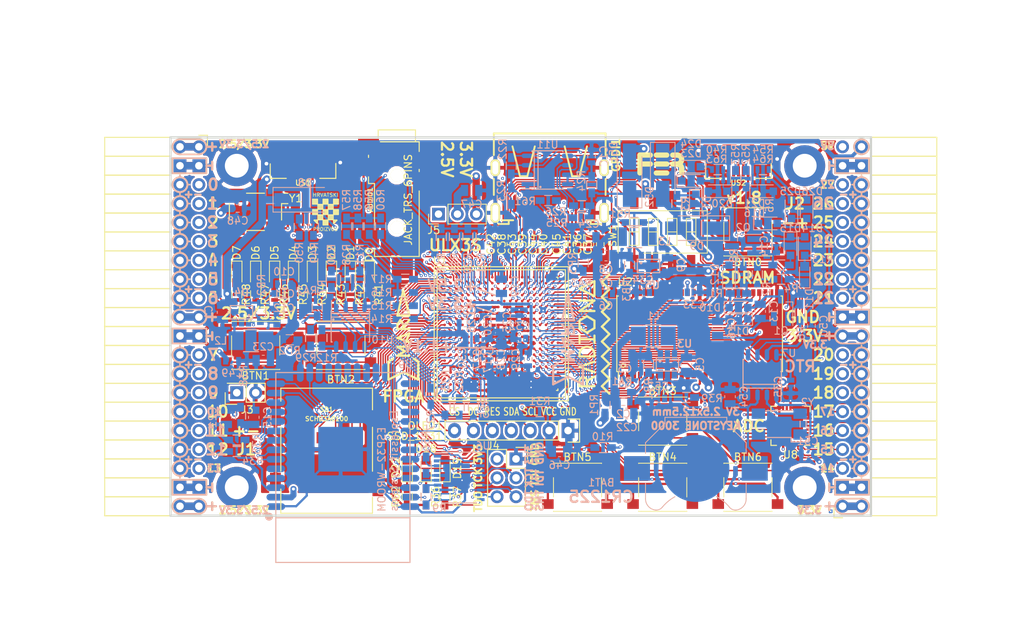
<source format=kicad_pcb>
(kicad_pcb (version 20171130) (host pcbnew 5.0.0-rc2-dev-unknown+dfsg1+20180318-2)
  (layers (0 F.Cu signal) (1 In1.Cu signal) (2 In2.Cu signal) (31 B.Cu signal) (34 B.Paste user) (35 F.Paste user) (36 B.SilkS user) (37 F.SilkS user) (38 B.Mask user) (39 F.Mask user) (44 Edge.Cuts user))
  (net 0 "")
  (net 1 GND)
  (net 2 +5V)
  (net 3 /gpio/IN5V)
  (net 4 /gpio/OUT5V)
  (net 5 +3V3)
  (net 6 BTN_D)
  (net 7 BTN_F1)
  (net 8 BTN_F2)
  (net 9 BTN_L)
  (net 10 BTN_R)
  (net 11 BTN_U)
  (net 12 /power/FB1)
  (net 13 +2V5)
  (net 14 /power/PWREN)
  (net 15 /power/FB3)
  (net 16 /power/FB2)
  (net 17 "Net-(D9-Pad1)")
  (net 18 /power/VBAT)
  (net 19 JTAG_TDI)
  (net 20 JTAG_TCK)
  (net 21 JTAG_TMS)
  (net 22 JTAG_TDO)
  (net 23 /power/WAKEUPn)
  (net 24 /power/WKUP)
  (net 25 /power/SHUT)
  (net 26 /power/WAKE)
  (net 27 /power/HOLD)
  (net 28 /power/WKn)
  (net 29 /power/OSCI_32k)
  (net 30 /power/OSCO_32k)
  (net 31 "Net-(Q2-Pad3)")
  (net 32 SHUTDOWN)
  (net 33 /analog/AUDIO_L)
  (net 34 /analog/AUDIO_R)
  (net 35 GPDI_SDA)
  (net 36 GPDI_SCL)
  (net 37 /gpdi/VREF2)
  (net 38 SD_CMD)
  (net 39 SD_CLK)
  (net 40 SD_D0)
  (net 41 SD_D1)
  (net 42 USB5V)
  (net 43 GPDI_CEC)
  (net 44 nRESET)
  (net 45 FTDI_nDTR)
  (net 46 SDRAM_CKE)
  (net 47 SDRAM_A7)
  (net 48 SDRAM_D15)
  (net 49 SDRAM_BA1)
  (net 50 SDRAM_D7)
  (net 51 SDRAM_A6)
  (net 52 SDRAM_CLK)
  (net 53 SDRAM_D13)
  (net 54 SDRAM_BA0)
  (net 55 SDRAM_D6)
  (net 56 SDRAM_A5)
  (net 57 SDRAM_D14)
  (net 58 SDRAM_A11)
  (net 59 SDRAM_D12)
  (net 60 SDRAM_D5)
  (net 61 SDRAM_A4)
  (net 62 SDRAM_A10)
  (net 63 SDRAM_D11)
  (net 64 SDRAM_A3)
  (net 65 SDRAM_D4)
  (net 66 SDRAM_D10)
  (net 67 SDRAM_D9)
  (net 68 SDRAM_A9)
  (net 69 SDRAM_D3)
  (net 70 SDRAM_D8)
  (net 71 SDRAM_A8)
  (net 72 SDRAM_A2)
  (net 73 SDRAM_A1)
  (net 74 SDRAM_A0)
  (net 75 SDRAM_D2)
  (net 76 SDRAM_D1)
  (net 77 SDRAM_D0)
  (net 78 SDRAM_DQM0)
  (net 79 SDRAM_nCS)
  (net 80 SDRAM_nRAS)
  (net 81 SDRAM_DQM1)
  (net 82 SDRAM_nCAS)
  (net 83 SDRAM_nWE)
  (net 84 /flash/FLASH_nWP)
  (net 85 /flash/FLASH_nHOLD)
  (net 86 /flash/FLASH_MOSI)
  (net 87 /flash/FLASH_MISO)
  (net 88 /flash/FLASH_SCK)
  (net 89 /flash/FLASH_nCS)
  (net 90 /flash/FPGA_PROGRAMN)
  (net 91 /flash/FPGA_DONE)
  (net 92 /flash/FPGA_INITN)
  (net 93 OLED_RES)
  (net 94 OLED_DC)
  (net 95 OLED_CS)
  (net 96 WIFI_EN)
  (net 97 FTDI_nRTS)
  (net 98 FTDI_TXD)
  (net 99 FTDI_RXD)
  (net 100 WIFI_RXD)
  (net 101 WIFI_GPIO0)
  (net 102 WIFI_TXD)
  (net 103 USB_FTDI_D+)
  (net 104 USB_FTDI_D-)
  (net 105 SD_D3)
  (net 106 AUDIO_L3)
  (net 107 AUDIO_L2)
  (net 108 AUDIO_L1)
  (net 109 AUDIO_L0)
  (net 110 AUDIO_R3)
  (net 111 AUDIO_R2)
  (net 112 AUDIO_R1)
  (net 113 AUDIO_R0)
  (net 114 OLED_CLK)
  (net 115 OLED_MOSI)
  (net 116 LED0)
  (net 117 LED1)
  (net 118 LED2)
  (net 119 LED3)
  (net 120 LED4)
  (net 121 LED5)
  (net 122 LED6)
  (net 123 LED7)
  (net 124 BTN_PWRn)
  (net 125 FTDI_nTXLED)
  (net 126 FTDI_nSLEEP)
  (net 127 /blinkey/LED_PWREN)
  (net 128 /blinkey/LED_TXLED)
  (net 129 /sdcard/SD3V3)
  (net 130 SD_D2)
  (net 131 CLK_25MHz)
  (net 132 /blinkey/BTNPUL)
  (net 133 /blinkey/BTNPUR)
  (net 134 USB_FPGA_D+)
  (net 135 /power/FTDI_nSUSPEND)
  (net 136 /blinkey/ALED0)
  (net 137 /blinkey/ALED1)
  (net 138 /blinkey/ALED2)
  (net 139 /blinkey/ALED3)
  (net 140 /blinkey/ALED4)
  (net 141 /blinkey/ALED5)
  (net 142 /blinkey/ALED6)
  (net 143 /blinkey/ALED7)
  (net 144 /usb/FTD-)
  (net 145 /usb/FTD+)
  (net 146 ADC_MISO)
  (net 147 ADC_MOSI)
  (net 148 ADC_CSn)
  (net 149 ADC_SCLK)
  (net 150 SW3)
  (net 151 SW2)
  (net 152 SW1)
  (net 153 USB_FPGA_D-)
  (net 154 /usb/FPD+)
  (net 155 /usb/FPD-)
  (net 156 WIFI_GPIO16)
  (net 157 /usb/ANT_433MHz)
  (net 158 /power/PWRBTn)
  (net 159 PROG_DONE)
  (net 160 /power/P3V3)
  (net 161 /power/P2V5)
  (net 162 /power/L1)
  (net 163 /power/L3)
  (net 164 /power/L2)
  (net 165 FTDI_TXDEN)
  (net 166 SDRAM_A12)
  (net 167 /analog/AUDIO_V)
  (net 168 AUDIO_V3)
  (net 169 AUDIO_V2)
  (net 170 AUDIO_V1)
  (net 171 AUDIO_V0)
  (net 172 /blinkey/LED_WIFI)
  (net 173 /power/P1V1)
  (net 174 +1V1)
  (net 175 SW4)
  (net 176 /blinkey/SWPU)
  (net 177 /wifi/WIFIEN)
  (net 178 FT2V5)
  (net 179 GN0)
  (net 180 GP0)
  (net 181 GN1)
  (net 182 GP1)
  (net 183 GN2)
  (net 184 GP2)
  (net 185 GN3)
  (net 186 GP3)
  (net 187 GN4)
  (net 188 GP4)
  (net 189 GN5)
  (net 190 GP5)
  (net 191 GN6)
  (net 192 GP6)
  (net 193 GN14)
  (net 194 GP14)
  (net 195 GN15)
  (net 196 GP15)
  (net 197 GN16)
  (net 198 GP16)
  (net 199 GN17)
  (net 200 GP17)
  (net 201 GN18)
  (net 202 GP18)
  (net 203 GN19)
  (net 204 GP19)
  (net 205 GN20)
  (net 206 GP20)
  (net 207 GN21)
  (net 208 GP21)
  (net 209 GN22)
  (net 210 GP22)
  (net 211 GN23)
  (net 212 GP23)
  (net 213 GN24)
  (net 214 GP24)
  (net 215 GN25)
  (net 216 GP25)
  (net 217 GN26)
  (net 218 GP26)
  (net 219 GN27)
  (net 220 GP27)
  (net 221 GN7)
  (net 222 GP7)
  (net 223 GN8)
  (net 224 GP8)
  (net 225 GN9)
  (net 226 GP9)
  (net 227 GN10)
  (net 228 GP10)
  (net 229 GN11)
  (net 230 GP11)
  (net 231 GN12)
  (net 232 GP12)
  (net 233 GN13)
  (net 234 GP13)
  (net 235 WIFI_GPIO5)
  (net 236 WIFI_GPIO17)
  (net 237 USB_FPGA_PULL_D+)
  (net 238 USB_FPGA_PULL_D-)
  (net 239 "Net-(D23-Pad2)")
  (net 240 "Net-(D24-Pad1)")
  (net 241 "Net-(D25-Pad2)")
  (net 242 "Net-(D26-Pad1)")
  (net 243 /gpdi/GPDI_ETH+)
  (net 244 FPDI_ETH+)
  (net 245 /gpdi/GPDI_ETH-)
  (net 246 FPDI_ETH-)
  (net 247 /gpdi/GPDI_D2-)
  (net 248 FPDI_D2-)
  (net 249 /gpdi/GPDI_D1-)
  (net 250 FPDI_D1-)
  (net 251 /gpdi/GPDI_D0-)
  (net 252 FPDI_D0-)
  (net 253 /gpdi/GPDI_CLK-)
  (net 254 FPDI_CLK-)
  (net 255 /gpdi/GPDI_D2+)
  (net 256 FPDI_D2+)
  (net 257 /gpdi/GPDI_D1+)
  (net 258 FPDI_D1+)
  (net 259 /gpdi/GPDI_D0+)
  (net 260 FPDI_D0+)
  (net 261 /gpdi/GPDI_CLK+)
  (net 262 FPDI_CLK+)
  (net 263 FPDI_SDA)
  (net 264 FPDI_SCL)
  (net 265 /gpdi/FPDI_CEC)
  (net 266 2V5_3V3)
  (net 267 "Net-(AUDIO1-Pad5)")
  (net 268 "Net-(AUDIO1-Pad6)")
  (net 269 "Net-(U1-PadA15)")
  (net 270 "Net-(U1-PadC9)")
  (net 271 "Net-(U1-PadD9)")
  (net 272 "Net-(U1-PadD10)")
  (net 273 "Net-(U1-PadD11)")
  (net 274 "Net-(U1-PadD12)")
  (net 275 "Net-(U1-PadE6)")
  (net 276 "Net-(U1-PadE9)")
  (net 277 "Net-(U1-PadE10)")
  (net 278 "Net-(U1-PadE11)")
  (net 279 "Net-(U1-PadJ4)")
  (net 280 "Net-(U1-PadJ5)")
  (net 281 "Net-(U1-PadK5)")
  (net 282 "Net-(U1-PadL5)")
  (net 283 "Net-(U1-PadM4)")
  (net 284 "Net-(U1-PadM5)")
  (net 285 SD_CD)
  (net 286 SD_WP)
  (net 287 "Net-(U1-PadR3)")
  (net 288 "Net-(U1-PadT16)")
  (net 289 "Net-(U1-PadW4)")
  (net 290 "Net-(U1-PadW5)")
  (net 291 "Net-(U1-PadW8)")
  (net 292 "Net-(U1-PadW9)")
  (net 293 "Net-(U1-PadW13)")
  (net 294 "Net-(U1-PadW14)")
  (net 295 "Net-(U1-PadW17)")
  (net 296 "Net-(U1-PadW18)")
  (net 297 FTDI_nRXLED)
  (net 298 "Net-(U8-Pad12)")
  (net 299 "Net-(U8-Pad25)")
  (net 300 "Net-(U9-Pad32)")
  (net 301 "Net-(U9-Pad22)")
  (net 302 "Net-(U9-Pad21)")
  (net 303 "Net-(U9-Pad20)")
  (net 304 "Net-(U9-Pad19)")
  (net 305 "Net-(U9-Pad18)")
  (net 306 "Net-(U9-Pad17)")
  (net 307 "Net-(U9-Pad12)")
  (net 308 "Net-(U9-Pad5)")
  (net 309 "Net-(U9-Pad4)")
  (net 310 "Net-(US1-Pad4)")
  (net 311 "Net-(US2-Pad4)")
  (net 312 "Net-(Y2-Pad3)")
  (net 313 "Net-(Y2-Pad2)")
  (module Pin_Headers:Pin_Header_Straight_1x03_Pitch2.54mm (layer F.Cu) (at 130.056 71.725 90)
    (fp_text reference J5 (at -2.159 -0.635 180) (layer F.SilkS))
    (fp_text value VJ1)
    (pad 1 thru_hole rect (at 0 0 90) (size 1.7 1.7) (drill 1) (layers *.Cu *.Mask) (net 13 +2V5))
    (pad 2 thru_hole oval (at 0 2.54 90) (size 1.7 1.7) (drill 1) (layers *.Cu *.Mask) (net 266 2V5_3V3))
    (pad 3 thru_hole oval (at 0 5.08 90) (size 1.7 1.7) (drill 1) (layers *.Cu *.Mask) (net 5 +3V3))
  )
  (module Resistors_SMD:R_0603_HandSoldering (layer B.Cu) (at 169.919 66.965 90)
    (fp_text reference R53 (at 3.259 0 270) (layer B.SilkS) (effects (justify mirror)))
    (fp_text value 27)
    (pad 1 smd rect (at -1.1 0 90) (size 1.2 0.9) (layers B.Cu B.Paste B.Mask) (net 134 USB_FPGA_D+))
    (pad 2 smd rect (at 1.1 0 90) (size 1.2 0.9) (layers B.Cu B.Paste B.Mask) (net 154 /usb/FPD+))
  )
  (module Socket_Strips:Socket_Strip_Angled_2x20 (layer F.Cu) (at 97.91 62.69 270)
    (fp_text reference J1 (at 40.64 -6.35) (layer F.SilkS) (effects (font (size 1.5 1.5) (thickness 0.3))))
    (fp_text value CONN_02X20 hide)
    (pad 1 thru_hole oval (at 0 0 270) (size 1.7272 1.7272) (drill 1.016) (layers *.Cu *.Mask) (net 266 2V5_3V3))
    (pad 2 thru_hole oval (at 0 2.54 270) (size 1.7272 1.7272) (drill 1.016) (layers *.Cu *.Mask) (net 266 2V5_3V3))
    (pad 3 thru_hole rect (at 2.54 0 270) (size 1.7272 1.7272) (drill 1.016) (layers *.Cu *.Mask) (net 1 GND))
    (pad 4 thru_hole rect (at 2.54 2.54 270) (size 1.7272 1.7272) (drill 1.016) (layers *.Cu *.Mask) (net 1 GND))
    (pad 5 thru_hole oval (at 5.08 0 270) (size 1.7272 1.7272) (drill 1.016) (layers *.Cu *.Mask) (net 179 GN0))
    (pad 6 thru_hole oval (at 5.08 2.54 270) (size 1.7272 1.7272) (drill 1.016) (layers *.Cu *.Mask) (net 180 GP0))
    (pad 7 thru_hole oval (at 7.62 0 270) (size 1.7272 1.7272) (drill 1.016) (layers *.Cu *.Mask) (net 181 GN1))
    (pad 8 thru_hole oval (at 7.62 2.54 270) (size 1.7272 1.7272) (drill 1.016) (layers *.Cu *.Mask) (net 182 GP1))
    (pad 9 thru_hole oval (at 10.16 0 270) (size 1.7272 1.7272) (drill 1.016) (layers *.Cu *.Mask) (net 183 GN2))
    (pad 10 thru_hole oval (at 10.16 2.54 270) (size 1.7272 1.7272) (drill 1.016) (layers *.Cu *.Mask) (net 184 GP2))
    (pad 11 thru_hole oval (at 12.7 0 270) (size 1.7272 1.7272) (drill 1.016) (layers *.Cu *.Mask) (net 185 GN3))
    (pad 12 thru_hole oval (at 12.7 2.54 270) (size 1.7272 1.7272) (drill 1.016) (layers *.Cu *.Mask) (net 186 GP3))
    (pad 13 thru_hole oval (at 15.24 0 270) (size 1.7272 1.7272) (drill 1.016) (layers *.Cu *.Mask) (net 187 GN4))
    (pad 14 thru_hole oval (at 15.24 2.54 270) (size 1.7272 1.7272) (drill 1.016) (layers *.Cu *.Mask) (net 188 GP4))
    (pad 15 thru_hole oval (at 17.78 0 270) (size 1.7272 1.7272) (drill 1.016) (layers *.Cu *.Mask) (net 189 GN5))
    (pad 16 thru_hole oval (at 17.78 2.54 270) (size 1.7272 1.7272) (drill 1.016) (layers *.Cu *.Mask) (net 190 GP5))
    (pad 17 thru_hole oval (at 20.32 0 270) (size 1.7272 1.7272) (drill 1.016) (layers *.Cu *.Mask) (net 191 GN6))
    (pad 18 thru_hole oval (at 20.32 2.54 270) (size 1.7272 1.7272) (drill 1.016) (layers *.Cu *.Mask) (net 192 GP6))
    (pad 19 thru_hole oval (at 22.86 0 270) (size 1.7272 1.7272) (drill 1.016) (layers *.Cu *.Mask) (net 266 2V5_3V3))
    (pad 20 thru_hole oval (at 22.86 2.54 270) (size 1.7272 1.7272) (drill 1.016) (layers *.Cu *.Mask) (net 266 2V5_3V3))
    (pad 21 thru_hole rect (at 25.4 0 270) (size 1.7272 1.7272) (drill 1.016) (layers *.Cu *.Mask) (net 1 GND))
    (pad 22 thru_hole rect (at 25.4 2.54 270) (size 1.7272 1.7272) (drill 1.016) (layers *.Cu *.Mask) (net 1 GND))
    (pad 23 thru_hole oval (at 27.94 0 270) (size 1.7272 1.7272) (drill 1.016) (layers *.Cu *.Mask) (net 221 GN7))
    (pad 24 thru_hole oval (at 27.94 2.54 270) (size 1.7272 1.7272) (drill 1.016) (layers *.Cu *.Mask) (net 222 GP7))
    (pad 25 thru_hole oval (at 30.48 0 270) (size 1.7272 1.7272) (drill 1.016) (layers *.Cu *.Mask) (net 223 GN8))
    (pad 26 thru_hole oval (at 30.48 2.54 270) (size 1.7272 1.7272) (drill 1.016) (layers *.Cu *.Mask) (net 224 GP8))
    (pad 27 thru_hole oval (at 33.02 0 270) (size 1.7272 1.7272) (drill 1.016) (layers *.Cu *.Mask) (net 225 GN9))
    (pad 28 thru_hole oval (at 33.02 2.54 270) (size 1.7272 1.7272) (drill 1.016) (layers *.Cu *.Mask) (net 226 GP9))
    (pad 29 thru_hole oval (at 35.56 0 270) (size 1.7272 1.7272) (drill 1.016) (layers *.Cu *.Mask) (net 227 GN10))
    (pad 30 thru_hole oval (at 35.56 2.54 270) (size 1.7272 1.7272) (drill 1.016) (layers *.Cu *.Mask) (net 228 GP10))
    (pad 31 thru_hole oval (at 38.1 0 270) (size 1.7272 1.7272) (drill 1.016) (layers *.Cu *.Mask) (net 229 GN11))
    (pad 32 thru_hole oval (at 38.1 2.54 270) (size 1.7272 1.7272) (drill 1.016) (layers *.Cu *.Mask) (net 230 GP11))
    (pad 33 thru_hole oval (at 40.64 0 270) (size 1.7272 1.7272) (drill 1.016) (layers *.Cu *.Mask) (net 231 GN12))
    (pad 34 thru_hole oval (at 40.64 2.54 270) (size 1.7272 1.7272) (drill 1.016) (layers *.Cu *.Mask) (net 232 GP12))
    (pad 35 thru_hole oval (at 43.18 0 270) (size 1.7272 1.7272) (drill 1.016) (layers *.Cu *.Mask) (net 233 GN13))
    (pad 36 thru_hole oval (at 43.18 2.54 270) (size 1.7272 1.7272) (drill 1.016) (layers *.Cu *.Mask) (net 234 GP13))
    (pad 37 thru_hole rect (at 45.72 0 270) (size 1.7272 1.7272) (drill 1.016) (layers *.Cu *.Mask) (net 1 GND))
    (pad 38 thru_hole rect (at 45.72 2.54 270) (size 1.7272 1.7272) (drill 1.016) (layers *.Cu *.Mask) (net 1 GND))
    (pad 39 thru_hole oval (at 48.26 0 270) (size 1.7272 1.7272) (drill 1.016) (layers *.Cu *.Mask) (net 266 2V5_3V3))
    (pad 40 thru_hole oval (at 48.26 2.54 270) (size 1.7272 1.7272) (drill 1.016) (layers *.Cu *.Mask) (net 266 2V5_3V3))
  )
  (module SMD_Packages:1Pin (layer F.Cu) (at 182.67515 111.637626)
    (fp_text reference AE1 hide)
    (fp_text value 433MHz hide)
    (pad 1 smd rect (at 0 0) (size 0.5 0.5) (layers B.Cu F.Paste F.Mask) (net 157 /usb/ANT_433MHz))
  )
  (module Resistors_SMD:R_0603_HandSoldering (layer B.Cu) (at 103.498 98.758 90)
    (fp_text reference R38 (at 5.334 0.396 90) (layer B.SilkS) (effects (justify mirror)))
    (fp_text value 0.47)
    (pad 1 smd rect (at -1.1 0 90) (size 1.2 0.9) (layers B.Cu B.Paste B.Mask) (net 129 /sdcard/SD3V3))
    (pad 2 smd rect (at 1.1 0 90) (size 1.2 0.9) (layers B.Cu B.Paste B.Mask) (net 5 +3V3))
  )
  (module Diodes_SMD:D_SMA_Handsoldering (layer B.Cu) (at 155.695 66.5 90)
    (fp_text reference D51 (at 3.048 -2.159 90) (layer B.SilkS) (effects (justify mirror)))
    (fp_text value STPS2L30AF hide)
    (pad 1 smd rect (at -2.5 0 90) (size 3.5 1.8) (layers B.Cu B.Paste B.Mask) (net 2 +5V))
    (pad 2 smd rect (at 2.5 0 90) (size 3.5 1.8) (layers B.Cu B.Paste B.Mask) (net 3 /gpio/IN5V))
  )
  (module Resistors_SMD:R_0603_HandSoldering (layer B.Cu) (at 156.33 72.85 180)
    (fp_text reference R51 (at 1.905 1.143 180) (layer B.SilkS) (effects (justify mirror)))
    (fp_text value 150)
    (pad 1 smd rect (at -1.1 0 180) (size 1.2 0.9) (layers B.Cu B.Paste B.Mask) (net 5 +3V3))
    (pad 2 smd rect (at 1.1 0 180) (size 1.2 0.9) (layers B.Cu B.Paste B.Mask) (net 176 /blinkey/SWPU))
  )
  (module Resistors_SMD:R_1210_HandSoldering (layer B.Cu) (at 158.87 88.09 180)
    (fp_text reference L1 (at 0 2.7 180) (layer B.SilkS) (effects (justify mirror)))
    (fp_text value 2.2uH)
    (pad 1 smd rect (at -2 0 180) (size 2 2.5) (layers B.Cu B.Paste B.Mask) (net 162 /power/L1))
    (pad 2 smd rect (at 2 0 180) (size 2 2.5) (layers B.Cu B.Paste B.Mask) (net 173 /power/P1V1))
  )
  (module TSOT-25:TSOT-25 (layer B.Cu) (at 160.775 91.9)
    (fp_text reference U3 (at 2.301 -2.776) (layer B.SilkS) (effects (font (thickness 0.2)) (justify mirror)))
    (fp_text value TLV62569DBV)
    (pad 1 smd rect (at -0.95 -1.3) (size 0.7 1.2) (layers B.Cu B.Paste B.Mask) (net 14 /power/PWREN))
    (pad 2 smd rect (at 0 -1.3) (size 0.7 1.2) (layers B.Cu B.Paste B.Mask) (net 1 GND))
    (pad 3 smd rect (at 0.95 -1.3) (size 0.7 1.2) (layers B.Cu B.Paste B.Mask) (net 162 /power/L1))
    (pad 4 smd rect (at 0.95 1.3) (size 0.7 1.2) (layers B.Cu B.Paste B.Mask) (net 2 +5V))
    (pad 5 smd rect (at -0.95 1.3) (size 0.7 1.2) (layers B.Cu B.Paste B.Mask) (net 12 /power/FB1))
  )
  (module Resistors_SMD:R_1210_HandSoldering (layer B.Cu) (at 104.895 88.725)
    (fp_text reference L2 (at -4.064 0) (layer B.SilkS) (effects (justify mirror)))
    (fp_text value 2.2uH)
    (pad 1 smd rect (at -2 0) (size 2 2.5) (layers B.Cu B.Paste B.Mask) (net 164 /power/L2))
    (pad 2 smd rect (at 2 0) (size 2 2.5) (layers B.Cu B.Paste B.Mask) (net 161 /power/P2V5))
  )
  (module TSOT-25:TSOT-25 (layer B.Cu) (at 103.625 84.915 180)
    (fp_text reference U4 (at 0 2.697 180) (layer B.SilkS) (effects (font (thickness 0.2)) (justify mirror)))
    (fp_text value TLV62569DBV)
    (pad 1 smd rect (at -0.95 -1.3 180) (size 0.7 1.2) (layers B.Cu B.Paste B.Mask) (net 14 /power/PWREN))
    (pad 2 smd rect (at 0 -1.3 180) (size 0.7 1.2) (layers B.Cu B.Paste B.Mask) (net 1 GND))
    (pad 3 smd rect (at 0.95 -1.3 180) (size 0.7 1.2) (layers B.Cu B.Paste B.Mask) (net 164 /power/L2))
    (pad 4 smd rect (at 0.95 1.3 180) (size 0.7 1.2) (layers B.Cu B.Paste B.Mask) (net 2 +5V))
    (pad 5 smd rect (at -0.95 1.3 180) (size 0.7 1.2) (layers B.Cu B.Paste B.Mask) (net 16 /power/FB2))
  )
  (module Resistors_SMD:R_1210_HandSoldering (layer B.Cu) (at 156.33 74.755 180)
    (fp_text reference L3 (at -4.064 -0.635 180) (layer B.SilkS) (effects (justify mirror)))
    (fp_text value 2.2uH)
    (pad 1 smd rect (at -2 0 180) (size 2 2.5) (layers B.Cu B.Paste B.Mask) (net 163 /power/L3))
    (pad 2 smd rect (at 2 0 180) (size 2 2.5) (layers B.Cu B.Paste B.Mask) (net 160 /power/P3V3))
  )
  (module TSOT-25:TSOT-25 (layer B.Cu) (at 158.235 78.692)
    (fp_text reference U5 (at 0.523 2.558) (layer B.SilkS) (effects (font (thickness 0.2)) (justify mirror)))
    (fp_text value TLV62569DBV)
    (pad 1 smd rect (at -0.95 -1.3) (size 0.7 1.2) (layers B.Cu B.Paste B.Mask) (net 14 /power/PWREN))
    (pad 2 smd rect (at 0 -1.3) (size 0.7 1.2) (layers B.Cu B.Paste B.Mask) (net 1 GND))
    (pad 3 smd rect (at 0.95 -1.3) (size 0.7 1.2) (layers B.Cu B.Paste B.Mask) (net 163 /power/L3))
    (pad 4 smd rect (at 0.95 1.3) (size 0.7 1.2) (layers B.Cu B.Paste B.Mask) (net 2 +5V))
    (pad 5 smd rect (at -0.95 1.3) (size 0.7 1.2) (layers B.Cu B.Paste B.Mask) (net 15 /power/FB3))
  )
  (module TO_SOT_Packages_SMD:SOT-23_Handsoldering (layer B.Cu) (at 176.015 84.28 90)
    (fp_text reference Q1 (at -3.1115 0 180) (layer B.SilkS) (effects (justify mirror)))
    (fp_text value BC857)
    (pad 1 smd rect (at -1.5 0.95 90) (size 1.9 0.8) (layers B.Cu B.Paste B.Mask) (net 28 /power/WKn))
    (pad 2 smd rect (at -1.5 -0.95 90) (size 1.9 0.8) (layers B.Cu B.Paste B.Mask) (net 2 +5V))
    (pad 3 smd rect (at 1.5 0 90) (size 1.9 0.8) (layers B.Cu B.Paste B.Mask) (net 24 /power/WKUP))
  )
  (module TO_SOT_Packages_SMD:SOT-23_Handsoldering (layer B.Cu) (at 170.935 76.025 180)
    (fp_text reference Q2 (at 0 2.5 180) (layer B.SilkS) (effects (justify mirror)))
    (fp_text value 2N7002)
    (pad 1 smd rect (at -1.5 0.95 180) (size 1.9 0.8) (layers B.Cu B.Paste B.Mask) (net 25 /power/SHUT))
    (pad 2 smd rect (at -1.5 -0.95 180) (size 1.9 0.8) (layers B.Cu B.Paste B.Mask) (net 1 GND))
    (pad 3 smd rect (at 1.5 0 180) (size 1.9 0.8) (layers B.Cu B.Paste B.Mask) (net 31 "Net-(Q2-Pad3)"))
  )
  (module Resistors_SMD:R_0603_HandSoldering (layer B.Cu) (at 170.3 82.375)
    (fp_text reference R1 (at -3.048 0) (layer B.SilkS) (effects (justify mirror)))
    (fp_text value 15k)
    (pad 1 smd rect (at -1.1 0) (size 1.2 0.9) (layers B.Cu B.Paste B.Mask) (net 26 /power/WAKE))
    (pad 2 smd rect (at 1.1 0) (size 1.2 0.9) (layers B.Cu B.Paste B.Mask) (net 14 /power/PWREN))
  )
  (module Resistors_SMD:R_0603_HandSoldering (layer B.Cu) (at 172.84 79.835 90)
    (fp_text reference R2 (at -1.905 1.27 90) (layer B.SilkS) (effects (justify mirror)))
    (fp_text value 47k)
    (pad 1 smd rect (at -1.1 0 90) (size 1.2 0.9) (layers B.Cu B.Paste B.Mask) (net 14 /power/PWREN))
    (pad 2 smd rect (at 1.1 0 90) (size 1.2 0.9) (layers B.Cu B.Paste B.Mask) (net 1 GND))
  )
  (module Resistors_SMD:R_0603_HandSoldering (layer B.Cu) (at 176.015 80.47 180)
    (fp_text reference R4 (at -1.397 -1.27) (layer B.SilkS) (effects (justify mirror)))
    (fp_text value 4.7k)
    (pad 1 smd rect (at -1.1 0 180) (size 1.2 0.9) (layers B.Cu B.Paste B.Mask) (net 27 /power/HOLD))
    (pad 2 smd rect (at 1.1 0 180) (size 1.2 0.9) (layers B.Cu B.Paste B.Mask) (net 14 /power/PWREN))
  )
  (module Resistors_SMD:R_0603_HandSoldering (layer B.Cu) (at 174.11 76.025 270)
    (fp_text reference R5 (at -5.461 -0.381 270) (layer B.SilkS) (effects (justify mirror)))
    (fp_text value 4.7M)
    (pad 1 smd rect (at -1.1 0 270) (size 1.2 0.9) (layers B.Cu B.Paste B.Mask) (net 25 /power/SHUT))
    (pad 2 smd rect (at 1.1 0 270) (size 1.2 0.9) (layers B.Cu B.Paste B.Mask) (net 1 GND))
  )
  (module Resistors_SMD:R_0603_HandSoldering (layer B.Cu) (at 178.555 84.915 270)
    (fp_text reference R6 (at 2.812 -0.142 270) (layer B.SilkS) (effects (justify mirror)))
    (fp_text value 1k)
    (pad 1 smd rect (at -1.1 0 270) (size 1.2 0.9) (layers B.Cu B.Paste B.Mask) (net 28 /power/WKn))
    (pad 2 smd rect (at 1.1 0 270) (size 1.2 0.9) (layers B.Cu B.Paste B.Mask) (net 23 /power/WAKEUPn))
  )
  (module Resistors_SMD:R_0603_HandSoldering (layer B.Cu) (at 113.785 84.28 270)
    (fp_text reference R7 (at -2.794 -0.635 270) (layer B.SilkS) (effects (justify mirror)))
    (fp_text value 150)
    (pad 1 smd rect (at -1.1 0 270) (size 1.2 0.9) (layers B.Cu B.Paste B.Mask) (net 5 +3V3))
    (pad 2 smd rect (at 1.1 0 270) (size 1.2 0.9) (layers B.Cu B.Paste B.Mask) (net 132 /blinkey/BTNPUL))
  )
  (module Resistors_SMD:R_0603_HandSoldering (layer B.Cu) (at 170.935 79.835 90)
    (fp_text reference R8 (at 2.54 -1.27 90) (layer B.SilkS) (effects (justify mirror)))
    (fp_text value 1k)
    (pad 1 smd rect (at -1.1 0 90) (size 1.2 0.9) (layers B.Cu B.Paste B.Mask) (net 14 /power/PWREN))
    (pad 2 smd rect (at 1.1 0 90) (size 1.2 0.9) (layers B.Cu B.Paste B.Mask) (net 31 "Net-(Q2-Pad3)"))
  )
  (module Resistors_SMD:R_0603_HandSoldering (layer B.Cu) (at 128.39 109.68 270)
    (fp_text reference R9 (at 1.524 -1.778) (layer B.SilkS) (effects (justify mirror)))
    (fp_text value 15k)
    (pad 1 smd rect (at -1.1 0 270) (size 1.2 0.9) (layers B.Cu B.Paste B.Mask) (net 44 nRESET))
    (pad 2 smd rect (at 1.1 0 270) (size 1.2 0.9) (layers B.Cu B.Paste B.Mask) (net 178 FT2V5))
  )
  (module Resistors_SMD:R_0603_HandSoldering (layer B.Cu) (at 152.139 103.076 180)
    (fp_text reference R10 (at 0.059 1.476 180) (layer B.SilkS) (effects (justify mirror)))
    (fp_text value 150)
    (pad 1 smd rect (at -1.1 0 180) (size 1.2 0.9) (layers B.Cu B.Paste B.Mask) (net 135 /power/FTDI_nSUSPEND))
    (pad 2 smd rect (at 1.1 0 180) (size 1.2 0.9) (layers B.Cu B.Paste B.Mask) (net 126 FTDI_nSLEEP))
  )
  (module Resistors_SMD:R_0603_HandSoldering (layer B.Cu) (at 176.015 78.565 180)
    (fp_text reference R13 (at -5.588 0.762 180) (layer B.SilkS) (effects (justify mirror)))
    (fp_text value 15k)
    (pad 1 smd rect (at -1.1 0 180) (size 1.2 0.9) (layers B.Cu B.Paste B.Mask) (net 32 SHUTDOWN))
    (pad 2 smd rect (at 1.1 0 180) (size 1.2 0.9) (layers B.Cu B.Paste B.Mask) (net 1 GND))
  )
  (module Resistors_SMD:R_0603_HandSoldering (layer B.Cu) (at 154.86 95.64)
    (fp_text reference RA1 (at -0.181 -1.454) (layer B.SilkS) (effects (justify mirror)))
    (fp_text value 15k)
    (pad 1 smd rect (at -1.1 0) (size 1.2 0.9) (layers B.Cu B.Paste B.Mask) (net 173 /power/P1V1))
    (pad 2 smd rect (at 1.1 0) (size 1.2 0.9) (layers B.Cu B.Paste B.Mask) (net 12 /power/FB1))
  )
  (module Resistors_SMD:R_0603_HandSoldering (layer B.Cu) (at 109.34 82.375 180)
    (fp_text reference RA2 (at -3.048 0.381) (layer B.SilkS) (effects (justify mirror)))
    (fp_text value 15k)
    (pad 1 smd rect (at -1.1 0 180) (size 1.2 0.9) (layers B.Cu B.Paste B.Mask) (net 161 /power/P2V5))
    (pad 2 smd rect (at 1.1 0 180) (size 1.2 0.9) (layers B.Cu B.Paste B.Mask) (net 16 /power/FB2))
  )
  (module Resistors_SMD:R_0603_HandSoldering (layer B.Cu) (at 152.52 81.105)
    (fp_text reference RA3 (at -3.302 -0.127) (layer B.SilkS) (effects (justify mirror)))
    (fp_text value 15k)
    (pad 1 smd rect (at -1.1 0) (size 1.2 0.9) (layers B.Cu B.Paste B.Mask) (net 160 /power/P3V3))
    (pad 2 smd rect (at 1.1 0) (size 1.2 0.9) (layers B.Cu B.Paste B.Mask) (net 15 /power/FB3))
  )
  (module Resistors_SMD:R_0603_HandSoldering (layer B.Cu) (at 158.235 91.9 270)
    (fp_text reference RB1 (at 3.302 0 270) (layer B.SilkS) (effects (justify mirror)))
    (fp_text value 18k)
    (pad 1 smd rect (at -1.1 0 270) (size 1.2 0.9) (layers B.Cu B.Paste B.Mask) (net 1 GND))
    (pad 2 smd rect (at 1.1 0 270) (size 1.2 0.9) (layers B.Cu B.Paste B.Mask) (net 12 /power/FB1))
  )
  (module Resistors_SMD:R_0603_HandSoldering (layer B.Cu) (at 106.165 84.915 90)
    (fp_text reference RB2 (at 3.683 0.127 90) (layer B.SilkS) (effects (justify mirror)))
    (fp_text value 4.7k)
    (pad 1 smd rect (at -1.1 0 90) (size 1.2 0.9) (layers B.Cu B.Paste B.Mask) (net 1 GND))
    (pad 2 smd rect (at 1.1 0 90) (size 1.2 0.9) (layers B.Cu B.Paste B.Mask) (net 16 /power/FB2))
  )
  (module Resistors_SMD:R_0603_HandSoldering (layer B.Cu) (at 155.695 78.565 270)
    (fp_text reference RB3 (at 3.429 0.395 270) (layer B.SilkS) (effects (justify mirror)))
    (fp_text value 3.3k)
    (pad 1 smd rect (at -1.1 0 270) (size 1.2 0.9) (layers B.Cu B.Paste B.Mask) (net 1 GND))
    (pad 2 smd rect (at 1.1 0 270) (size 1.2 0.9) (layers B.Cu B.Paste B.Mask) (net 15 /power/FB3))
  )
  (module Resistors_SMD:R_0603_HandSoldering (layer B.Cu) (at 125.596 85.804 180)
    (fp_text reference R14 (at 3.175 0 180) (layer B.SilkS) (effects (justify mirror)))
    (fp_text value 1.2k)
    (pad 1 smd rect (at -1.1 0 180) (size 1.2 0.9) (layers B.Cu B.Paste B.Mask) (net 109 AUDIO_L0))
    (pad 2 smd rect (at 1.1 0 180) (size 1.2 0.9) (layers B.Cu B.Paste B.Mask) (net 33 /analog/AUDIO_L))
  )
  (module Resistors_SMD:R_0603_HandSoldering (layer B.Cu) (at 125.596 84.026 180)
    (fp_text reference R15 (at 3.175 -0.001 180) (layer B.SilkS) (effects (justify mirror)))
    (fp_text value 680)
    (pad 1 smd rect (at -1.1 0 180) (size 1.2 0.9) (layers B.Cu B.Paste B.Mask) (net 108 AUDIO_L1))
    (pad 2 smd rect (at 1.1 0 180) (size 1.2 0.9) (layers B.Cu B.Paste B.Mask) (net 33 /analog/AUDIO_L))
  )
  (module Resistors_SMD:R_0603_HandSoldering (layer B.Cu) (at 125.596 82.248 180)
    (fp_text reference R16 (at 3.175 0 180) (layer B.SilkS) (effects (justify mirror)))
    (fp_text value 330)
    (pad 1 smd rect (at -1.1 0 180) (size 1.2 0.9) (layers B.Cu B.Paste B.Mask) (net 107 AUDIO_L2))
    (pad 2 smd rect (at 1.1 0 180) (size 1.2 0.9) (layers B.Cu B.Paste B.Mask) (net 33 /analog/AUDIO_L))
  )
  (module Resistors_SMD:R_0603_HandSoldering (layer B.Cu) (at 125.596 80.47 180)
    (fp_text reference R17 (at 3.175 0 180) (layer B.SilkS) (effects (justify mirror)))
    (fp_text value 150)
    (pad 1 smd rect (at -1.1 0 180) (size 1.2 0.9) (layers B.Cu B.Paste B.Mask) (net 106 AUDIO_L3))
    (pad 2 smd rect (at 1.1 0 180) (size 1.2 0.9) (layers B.Cu B.Paste B.Mask) (net 33 /analog/AUDIO_L))
  )
  (module Resistors_SMD:R_0603_HandSoldering (layer B.Cu) (at 130.422 74.773 90)
    (fp_text reference R18 (at -3.556 0 90) (layer B.SilkS) (effects (justify mirror)))
    (fp_text value 1.2k)
    (pad 1 smd rect (at -1.1 0 90) (size 1.2 0.9) (layers B.Cu B.Paste B.Mask) (net 113 AUDIO_R0))
    (pad 2 smd rect (at 1.1 0 90) (size 1.2 0.9) (layers B.Cu B.Paste B.Mask) (net 34 /analog/AUDIO_R))
  )
  (module Resistors_SMD:R_0603_HandSoldering (layer B.Cu) (at 132.2 74.773 90)
    (fp_text reference R19 (at -3.556 0 90) (layer B.SilkS) (effects (justify mirror)))
    (fp_text value 680)
    (pad 1 smd rect (at -1.1 0 90) (size 1.2 0.9) (layers B.Cu B.Paste B.Mask) (net 112 AUDIO_R1))
    (pad 2 smd rect (at 1.1 0 90) (size 1.2 0.9) (layers B.Cu B.Paste B.Mask) (net 34 /analog/AUDIO_R))
  )
  (module Resistors_SMD:R_0603_HandSoldering (layer B.Cu) (at 133.993 74.773 90)
    (fp_text reference R20 (at -3.556 0 90) (layer B.SilkS) (effects (justify mirror)))
    (fp_text value 330)
    (pad 1 smd rect (at -1.1 0 90) (size 1.2 0.9) (layers B.Cu B.Paste B.Mask) (net 111 AUDIO_R2))
    (pad 2 smd rect (at 1.1 0 90) (size 1.2 0.9) (layers B.Cu B.Paste B.Mask) (net 34 /analog/AUDIO_R))
  )
  (module Resistors_SMD:R_0603_HandSoldering (layer B.Cu) (at 135.771 74.773 90)
    (fp_text reference R21 (at -3.556 0 90) (layer B.SilkS) (effects (justify mirror)))
    (fp_text value 150)
    (pad 1 smd rect (at -1.1 0 90) (size 1.2 0.9) (layers B.Cu B.Paste B.Mask) (net 110 AUDIO_R3))
    (pad 2 smd rect (at 1.1 0 90) (size 1.2 0.9) (layers B.Cu B.Paste B.Mask) (net 34 /analog/AUDIO_R))
  )
  (module Socket_Strips:Socket_Strip_Angled_2x20 (layer F.Cu) (at 184.27 110.95 90)
    (fp_text reference J2 (at 40.64 -6.35 180) (layer F.SilkS) (effects (font (size 1.5 1.5) (thickness 0.3))))
    (fp_text value CONN_02X20 hide)
    (pad 1 thru_hole oval (at 0 0 90) (size 1.7272 1.7272) (drill 1.016) (layers *.Cu *.Mask) (net 5 +3V3))
    (pad 2 thru_hole oval (at 0 2.54 90) (size 1.7272 1.7272) (drill 1.016) (layers *.Cu *.Mask) (net 5 +3V3))
    (pad 3 thru_hole rect (at 2.54 0 90) (size 1.7272 1.7272) (drill 1.016) (layers *.Cu *.Mask) (net 1 GND))
    (pad 4 thru_hole rect (at 2.54 2.54 90) (size 1.7272 1.7272) (drill 1.016) (layers *.Cu *.Mask) (net 1 GND))
    (pad 5 thru_hole oval (at 5.08 0 90) (size 1.7272 1.7272) (drill 1.016) (layers *.Cu *.Mask) (net 193 GN14))
    (pad 6 thru_hole oval (at 5.08 2.54 90) (size 1.7272 1.7272) (drill 1.016) (layers *.Cu *.Mask) (net 194 GP14))
    (pad 7 thru_hole oval (at 7.62 0 90) (size 1.7272 1.7272) (drill 1.016) (layers *.Cu *.Mask) (net 195 GN15))
    (pad 8 thru_hole oval (at 7.62 2.54 90) (size 1.7272 1.7272) (drill 1.016) (layers *.Cu *.Mask) (net 196 GP15))
    (pad 9 thru_hole oval (at 10.16 0 90) (size 1.7272 1.7272) (drill 1.016) (layers *.Cu *.Mask) (net 197 GN16))
    (pad 10 thru_hole oval (at 10.16 2.54 90) (size 1.7272 1.7272) (drill 1.016) (layers *.Cu *.Mask) (net 198 GP16))
    (pad 11 thru_hole oval (at 12.7 0 90) (size 1.7272 1.7272) (drill 1.016) (layers *.Cu *.Mask) (net 199 GN17))
    (pad 12 thru_hole oval (at 12.7 2.54 90) (size 1.7272 1.7272) (drill 1.016) (layers *.Cu *.Mask) (net 200 GP17))
    (pad 13 thru_hole oval (at 15.24 0 90) (size 1.7272 1.7272) (drill 1.016) (layers *.Cu *.Mask) (net 201 GN18))
    (pad 14 thru_hole oval (at 15.24 2.54 90) (size 1.7272 1.7272) (drill 1.016) (layers *.Cu *.Mask) (net 202 GP18))
    (pad 15 thru_hole oval (at 17.78 0 90) (size 1.7272 1.7272) (drill 1.016) (layers *.Cu *.Mask) (net 203 GN19))
    (pad 16 thru_hole oval (at 17.78 2.54 90) (size 1.7272 1.7272) (drill 1.016) (layers *.Cu *.Mask) (net 204 GP19))
    (pad 17 thru_hole oval (at 20.32 0 90) (size 1.7272 1.7272) (drill 1.016) (layers *.Cu *.Mask) (net 205 GN20))
    (pad 18 thru_hole oval (at 20.32 2.54 90) (size 1.7272 1.7272) (drill 1.016) (layers *.Cu *.Mask) (net 206 GP20))
    (pad 19 thru_hole oval (at 22.86 0 90) (size 1.7272 1.7272) (drill 1.016) (layers *.Cu *.Mask) (net 5 +3V3))
    (pad 20 thru_hole oval (at 22.86 2.54 90) (size 1.7272 1.7272) (drill 1.016) (layers *.Cu *.Mask) (net 5 +3V3))
    (pad 21 thru_hole rect (at 25.4 0 90) (size 1.7272 1.7272) (drill 1.016) (layers *.Cu *.Mask) (net 1 GND))
    (pad 22 thru_hole rect (at 25.4 2.54 90) (size 1.7272 1.7272) (drill 1.016) (layers *.Cu *.Mask) (net 1 GND))
    (pad 23 thru_hole oval (at 27.94 0 90) (size 1.7272 1.7272) (drill 1.016) (layers *.Cu *.Mask) (net 207 GN21))
    (pad 24 thru_hole oval (at 27.94 2.54 90) (size 1.7272 1.7272) (drill 1.016) (layers *.Cu *.Mask) (net 208 GP21))
    (pad 25 thru_hole oval (at 30.48 0 90) (size 1.7272 1.7272) (drill 1.016) (layers *.Cu *.Mask) (net 209 GN22))
    (pad 26 thru_hole oval (at 30.48 2.54 90) (size 1.7272 1.7272) (drill 1.016) (layers *.Cu *.Mask) (net 210 GP22))
    (pad 27 thru_hole oval (at 33.02 0 90) (size 1.7272 1.7272) (drill 1.016) (layers *.Cu *.Mask) (net 211 GN23))
    (pad 28 thru_hole oval (at 33.02 2.54 90) (size 1.7272 1.7272) (drill 1.016) (layers *.Cu *.Mask) (net 212 GP23))
    (pad 29 thru_hole oval (at 35.56 0 90) (size 1.7272 1.7272) (drill 1.016) (layers *.Cu *.Mask) (net 213 GN24))
    (pad 30 thru_hole oval (at 35.56 2.54 90) (size 1.7272 1.7272) (drill 1.016) (layers *.Cu *.Mask) (net 214 GP24))
    (pad 31 thru_hole oval (at 38.1 0 90) (size 1.7272 1.7272) (drill 1.016) (layers *.Cu *.Mask) (net 215 GN25))
    (pad 32 thru_hole oval (at 38.1 2.54 90) (size 1.7272 1.7272) (drill 1.016) (layers *.Cu *.Mask) (net 216 GP25))
    (pad 33 thru_hole oval (at 40.64 0 90) (size 1.7272 1.7272) (drill 1.016) (layers *.Cu *.Mask) (net 217 GN26))
    (pad 34 thru_hole oval (at 40.64 2.54 90) (size 1.7272 1.7272) (drill 1.016) (layers *.Cu *.Mask) (net 218 GP26))
    (pad 35 thru_hole oval (at 43.18 0 90) (size 1.7272 1.7272) (drill 1.016) (layers *.Cu *.Mask) (net 219 GN27))
    (pad 36 thru_hole oval (at 43.18 2.54 90) (size 1.7272 1.7272) (drill 1.016) (layers *.Cu *.Mask) (net 220 GP27))
    (pad 37 thru_hole rect (at 45.72 0 90) (size 1.7272 1.7272) (drill 1.016) (layers *.Cu *.Mask) (net 1 GND))
    (pad 38 thru_hole rect (at 45.72 2.54 90) (size 1.7272 1.7272) (drill 1.016) (layers *.Cu *.Mask) (net 1 GND))
    (pad 39 thru_hole oval (at 48.26 0 90) (size 1.7272 1.7272) (drill 1.016) (layers *.Cu *.Mask) (net 3 /gpio/IN5V))
    (pad 40 thru_hole oval (at 48.26 2.54 90) (size 1.7272 1.7272) (drill 1.016) (layers *.Cu *.Mask) (net 4 /gpio/OUT5V))
  )
  (module Mounting_Holes:MountingHole_3.2mm_M3_ISO14580_Pad (layer F.Cu) (at 102.99 108.41)
    (fp_text reference H1 hide)
    (fp_text value HOLE hide)
    (pad 1 thru_hole circle (at 0 0) (size 5.5 5.5) (drill 3.2) (layers *.Cu *.Mask) (net 1 GND))
  )
  (module Mounting_Holes:MountingHole_3.2mm_M3_ISO14580_Pad (layer F.Cu) (at 179.19 108.41)
    (fp_text reference H2 hide)
    (fp_text value HOLE hide)
    (pad 1 thru_hole circle (at 0 0) (size 5.5 5.5) (drill 3.2) (layers *.Cu *.Mask) (net 1 GND))
  )
  (module Mounting_Holes:MountingHole_3.2mm_M3_ISO14580_Pad (layer F.Cu) (at 179.19 65.23)
    (fp_text reference H3 hide)
    (fp_text value HOLE hide)
    (pad 1 thru_hole circle (at 0 0) (size 5.5 5.5) (drill 3.2) (layers *.Cu *.Mask) (net 1 GND))
  )
  (module Mounting_Holes:MountingHole_3.2mm_M3_ISO14580_Pad (layer F.Cu) (at 102.99 65.23)
    (fp_text reference H4 hide)
    (fp_text value HOLE hide)
    (pad 1 thru_hole circle (at 0 0) (size 5.5 5.5) (drill 3.2) (layers *.Cu *.Mask) (net 1 GND))
  )
  (module Resistors_SMD:R_0603_HandSoldering (layer B.Cu) (at 162.045 70.31 90)
    (fp_text reference R3 (at 0 1.143 90) (layer B.SilkS) (effects (justify mirror)))
    (fp_text value 4.7k)
    (pad 1 smd rect (at -1.1 0 90) (size 1.2 0.9) (layers B.Cu B.Paste B.Mask) (net 2 +5V))
    (pad 2 smd rect (at 1.1 0 90) (size 1.2 0.9) (layers B.Cu B.Paste B.Mask) (net 158 /power/PWRBTn))
  )
  (module Resistors_SMD:R_0603_HandSoldering (layer B.Cu) (at 139.82 65.23 90)
    (fp_text reference R22 (at 2.23 -1.14 90) (layer B.SilkS) (effects (justify mirror)))
    (fp_text value 2.2k)
    (pad 1 smd rect (at -1.1 0 90) (size 1.2 0.9) (layers B.Cu B.Paste B.Mask) (net 5 +3V3))
    (pad 2 smd rect (at 1.1 0 90) (size 1.2 0.9) (layers B.Cu B.Paste B.Mask) (net 263 FPDI_SDA))
  )
  (module Resistors_SMD:R_0603_HandSoldering (layer B.Cu) (at 139.835 69.312 270)
    (fp_text reference R23 (at -0.712 1.355 270) (layer B.SilkS) (effects (justify mirror)))
    (fp_text value 2.2k)
    (pad 1 smd rect (at -1.1 0 270) (size 1.2 0.9) (layers B.Cu B.Paste B.Mask) (net 5 +3V3))
    (pad 2 smd rect (at 1.1 0 270) (size 1.2 0.9) (layers B.Cu B.Paste B.Mask) (net 264 FPDI_SCL))
  )
  (module Resistors_SMD:R_0603_HandSoldering (layer B.Cu) (at 150.615 67.77 90)
    (fp_text reference R24 (at 0.508 -1.397 90) (layer B.SilkS) (effects (justify mirror)))
    (fp_text value 100k)
    (pad 1 smd rect (at -1.1 0 90) (size 1.2 0.9) (layers B.Cu B.Paste B.Mask) (net 2 +5V))
    (pad 2 smd rect (at 1.1 0 90) (size 1.2 0.9) (layers B.Cu B.Paste B.Mask) (net 37 /gpdi/VREF2))
  )
  (module Resistors_SMD:R_0603_HandSoldering (layer B.Cu) (at 149.175 72.215 180)
    (fp_text reference R25 (at 3.259 -0.685 180) (layer B.SilkS) (effects (justify mirror)))
    (fp_text value 4.7k)
    (pad 1 smd rect (at -1.1 0 180) (size 1.2 0.9) (layers B.Cu B.Paste B.Mask) (net 2 +5V))
    (pad 2 smd rect (at 1.1 0 180) (size 1.2 0.9) (layers B.Cu B.Paste B.Mask) (net 36 GPDI_SCL))
  )
  (module Resistors_SMD:R_0603_HandSoldering (layer B.Cu) (at 149.28 70.6 180)
    (fp_text reference R26 (at 3.5 -0.8 180) (layer B.SilkS) (effects (justify mirror)))
    (fp_text value 4.7k)
    (pad 1 smd rect (at -1.1 0 180) (size 1.2 0.9) (layers B.Cu B.Paste B.Mask) (net 2 +5V))
    (pad 2 smd rect (at 1.1 0 180) (size 1.2 0.9) (layers B.Cu B.Paste B.Mask) (net 35 GPDI_SDA))
  )
  (module Housings_SSOP:SSOP-20_4.4x6.5mm_Pitch0.65mm (layer B.Cu) (at 132.835 107.14 180)
    (fp_text reference U6 (at -3.175 4.318 180) (layer B.SilkS) (effects (justify mirror)))
    (fp_text value FT231XS)
    (pad 1 smd rect (at -2.9 2.925 180) (size 1 0.4) (layers B.Cu B.Paste B.Mask) (net 45 FTDI_nDTR))
    (pad 2 smd rect (at -2.9 2.275 180) (size 1 0.4) (layers B.Cu B.Paste B.Mask) (net 97 FTDI_nRTS))
    (pad 3 smd rect (at -2.9 1.625 180) (size 1 0.4) (layers B.Cu B.Paste B.Mask) (net 178 FT2V5))
    (pad 4 smd rect (at -2.9 0.975 180) (size 1 0.4) (layers B.Cu B.Paste B.Mask) (net 99 FTDI_RXD))
    (pad 5 smd rect (at -2.9 0.325 180) (size 1 0.4) (layers B.Cu B.Paste B.Mask) (net 19 JTAG_TDI))
    (pad 6 smd rect (at -2.9 -0.325 180) (size 1 0.4) (layers B.Cu B.Paste B.Mask) (net 1 GND))
    (pad 7 smd rect (at -2.9 -0.975 180) (size 1 0.4) (layers B.Cu B.Paste B.Mask) (net 20 JTAG_TCK))
    (pad 8 smd rect (at -2.9 -1.625 180) (size 1 0.4) (layers B.Cu B.Paste B.Mask) (net 21 JTAG_TMS))
    (pad 9 smd rect (at -2.9 -2.275 180) (size 1 0.4) (layers B.Cu B.Paste B.Mask) (net 22 JTAG_TDO))
    (pad 10 smd rect (at -2.9 -2.925 180) (size 1 0.4) (layers B.Cu B.Paste B.Mask) (net 125 FTDI_nTXLED))
    (pad 11 smd rect (at 2.9 -2.925 180) (size 1 0.4) (layers B.Cu B.Paste B.Mask) (net 103 USB_FTDI_D+))
    (pad 12 smd rect (at 2.9 -2.275 180) (size 1 0.4) (layers B.Cu B.Paste B.Mask) (net 104 USB_FTDI_D-))
    (pad 13 smd rect (at 2.9 -1.625 180) (size 1 0.4) (layers B.Cu B.Paste B.Mask) (net 178 FT2V5))
    (pad 14 smd rect (at 2.9 -0.975 180) (size 1 0.4) (layers B.Cu B.Paste B.Mask) (net 44 nRESET))
    (pad 15 smd rect (at 2.9 -0.325 180) (size 1 0.4) (layers B.Cu B.Paste B.Mask) (net 42 USB5V))
    (pad 16 smd rect (at 2.9 0.325 180) (size 1 0.4) (layers B.Cu B.Paste B.Mask) (net 1 GND))
    (pad 17 smd rect (at 2.9 0.975 180) (size 1 0.4) (layers B.Cu B.Paste B.Mask) (net 297 FTDI_nRXLED))
    (pad 18 smd rect (at 2.9 1.625 180) (size 1 0.4) (layers B.Cu B.Paste B.Mask) (net 165 FTDI_TXDEN))
    (pad 19 smd rect (at 2.9 2.275 180) (size 1 0.4) (layers B.Cu B.Paste B.Mask) (net 126 FTDI_nSLEEP))
    (pad 20 smd rect (at 2.9 2.925 180) (size 1 0.4) (layers B.Cu B.Paste B.Mask) (net 98 FTDI_TXD))
  )
  (module Resistors_SMD:R_0603_HandSoldering (layer B.Cu) (at 119.5 80.47 270)
    (fp_text reference R11 (at -3.302 0 270) (layer B.SilkS) (effects (justify mirror)))
    (fp_text value 10k)
    (pad 1 smd rect (at -1.1 0 270) (size 1.2 0.9) (layers B.Cu B.Paste B.Mask) (net 5 +3V3))
    (pad 2 smd rect (at 1.1 0 270) (size 1.2 0.9) (layers B.Cu B.Paste B.Mask) (net 84 /flash/FLASH_nWP))
  )
  (module Resistors_SMD:R_0603_HandSoldering (layer B.Cu) (at 114.42 88.344 90)
    (fp_text reference R12 (at -2.667 0.635) (layer B.SilkS) (effects (justify mirror)))
    (fp_text value 10k)
    (pad 1 smd rect (at -1.1 0 90) (size 1.2 0.9) (layers B.Cu B.Paste B.Mask) (net 5 +3V3))
    (pad 2 smd rect (at 1.1 0 90) (size 1.2 0.9) (layers B.Cu B.Paste B.Mask) (net 85 /flash/FLASH_nHOLD))
  )
  (module Resistors_SMD:R_0603_HandSoldering (layer B.Cu) (at 129.025 96.175 90)
    (fp_text reference R27 (at -3.218 0 90) (layer B.SilkS) (effects (justify mirror)))
    (fp_text value 10k)
    (pad 1 smd rect (at -1.1 0 90) (size 1.2 0.9) (layers B.Cu B.Paste B.Mask) (net 5 +3V3))
    (pad 2 smd rect (at 1.1 0 90) (size 1.2 0.9) (layers B.Cu B.Paste B.Mask) (net 86 /flash/FLASH_MOSI))
  )
  (module Resistors_SMD:R_0603_HandSoldering (layer B.Cu) (at 117.595 80.47 270)
    (fp_text reference R28 (at -3.302 -0.127 270) (layer B.SilkS) (effects (justify mirror)))
    (fp_text value 10k)
    (pad 1 smd rect (at -1.1 0 270) (size 1.2 0.9) (layers B.Cu B.Paste B.Mask) (net 5 +3V3))
    (pad 2 smd rect (at 1.1 0 270) (size 1.2 0.9) (layers B.Cu B.Paste B.Mask) (net 87 /flash/FLASH_MISO))
  )
  (module Resistors_SMD:R_0603_HandSoldering (layer B.Cu) (at 112.896 88.344 90)
    (fp_text reference R29 (at -2.667 -0.635) (layer B.SilkS) (effects (justify mirror)))
    (fp_text value 1k)
    (pad 1 smd rect (at -1.1 0 90) (size 1.2 0.9) (layers B.Cu B.Paste B.Mask) (net 5 +3V3))
    (pad 2 smd rect (at 1.1 0 90) (size 1.2 0.9) (layers B.Cu B.Paste B.Mask) (net 88 /flash/FLASH_SCK))
  )
  (module Resistors_SMD:R_0603_HandSoldering (layer B.Cu) (at 115.69 80.47 270)
    (fp_text reference R30 (at -3.302 0 270) (layer B.SilkS) (effects (justify mirror)))
    (fp_text value 4.7k)
    (pad 1 smd rect (at -1.1 0 270) (size 1.2 0.9) (layers B.Cu B.Paste B.Mask) (net 5 +3V3))
    (pad 2 smd rect (at 1.1 0 270) (size 1.2 0.9) (layers B.Cu B.Paste B.Mask) (net 89 /flash/FLASH_nCS))
  )
  (module Resistors_SMD:R_0603_HandSoldering (layer B.Cu) (at 143.63 98.25 180)
    (fp_text reference R31 (at 0 1.397 180) (layer B.SilkS) (effects (justify mirror)))
    (fp_text value 10k)
    (pad 1 smd rect (at -1.1 0 180) (size 1.2 0.9) (layers B.Cu B.Paste B.Mask) (net 5 +3V3))
    (pad 2 smd rect (at 1.1 0 180) (size 1.2 0.9) (layers B.Cu B.Paste B.Mask) (net 90 /flash/FPGA_PROGRAMN))
  )
  (module Resistors_SMD:R_0603_HandSoldering (layer B.Cu) (at 132.835 97.615 90)
    (fp_text reference R32 (at 3.429 0 90) (layer B.SilkS) (effects (justify mirror)))
    (fp_text value 10k)
    (pad 1 smd rect (at -1.1 0 90) (size 1.2 0.9) (layers B.Cu B.Paste B.Mask) (net 5 +3V3))
    (pad 2 smd rect (at 1.1 0 90) (size 1.2 0.9) (layers B.Cu B.Paste B.Mask) (net 91 /flash/FPGA_DONE))
  )
  (module Resistors_SMD:R_0603_HandSoldering (layer B.Cu) (at 130.93 97.615 90)
    (fp_text reference R33 (at 3.556 0.127 90) (layer B.SilkS) (effects (justify mirror)))
    (fp_text value 10k)
    (pad 1 smd rect (at -1.1 0 90) (size 1.2 0.9) (layers B.Cu B.Paste B.Mask) (net 5 +3V3))
    (pad 2 smd rect (at 1.1 0 90) (size 1.2 0.9) (layers B.Cu B.Paste B.Mask) (net 92 /flash/FPGA_INITN))
  )
  (module Resistors_SMD:R_0603_HandSoldering (layer B.Cu) (at 102.99 103.6)
    (fp_text reference R34 (at 2.159 1.27 180) (layer B.SilkS) (effects (justify mirror)))
    (fp_text value 15k)
    (pad 1 smd rect (at -1.1 0) (size 1.2 0.9) (layers B.Cu B.Paste B.Mask) (net 5 +3V3))
    (pad 2 smd rect (at 1.1 0) (size 1.2 0.9) (layers B.Cu B.Paste B.Mask) (net 96 WIFI_EN))
  )
  (module Socket_Strips:Socket_Strip_Straight_2x01 (layer F.Cu) (at 102.99 95.71 90)
    (fp_text reference J3 (at -2.286 1.397 180) (layer F.SilkS))
    (fp_text value WIFI_OFF)
    (pad 1 thru_hole rect (at 0 0 90) (size 1.7272 1.7272) (drill 1.016) (layers *.Cu *.Mask) (net 177 /wifi/WIFIEN))
    (pad 2 thru_hole oval (at 0 2.54 90) (size 1.7272 1.7272) (drill 1.016) (layers *.Cu *.Mask) (net 1 GND))
  )
  (module Resistors_SMD:R_0603_HandSoldering (layer B.Cu) (at 102.99 102.06 180)
    (fp_text reference R35 (at -2.667 -0.508 270) (layer B.SilkS) (effects (justify mirror)))
    (fp_text value 470)
    (pad 1 smd rect (at -1.1 0 180) (size 1.2 0.9) (layers B.Cu B.Paste B.Mask) (net 96 WIFI_EN))
    (pad 2 smd rect (at 1.1 0 180) (size 1.2 0.9) (layers B.Cu B.Paste B.Mask) (net 177 /wifi/WIFIEN))
  )
  (module Resistors_SMD:R_0603_HandSoldering (layer F.Cu) (at 128.39 109.68 270)
    (fp_text reference R36 (at 0 -1.27 270) (layer F.SilkS))
    (fp_text value 1k)
    (pad 1 smd rect (at -1.1 0 270) (size 1.2 0.9) (layers F.Cu F.Paste F.Mask) (net 127 /blinkey/LED_PWREN))
    (pad 2 smd rect (at 1.1 0 270) (size 1.2 0.9) (layers F.Cu F.Paste F.Mask) (net 1 GND))
  )
  (module Resistors_SMD:R_0603_HandSoldering (layer F.Cu) (at 130.93 109.68 90)
    (fp_text reference R37 (at 0 1.651 90) (layer F.SilkS))
    (fp_text value 1k)
    (pad 1 smd rect (at -1.1 0 90) (size 1.2 0.9) (layers F.Cu F.Paste F.Mask) (net 125 FTDI_nTXLED))
    (pad 2 smd rect (at 1.1 0 90) (size 1.2 0.9) (layers F.Cu F.Paste F.Mask) (net 128 /blinkey/LED_TXLED))
  )
  (module usb_otg:USB-MICRO-B-FCI-10118192-0001LF (layer F.Cu) (at 111.88 63.325 180)
    (fp_text reference US1 (at 0 -4.2 180) (layer F.SilkS) (effects (font (size 0.7 0.7))))
    (fp_text value MICRO_USB hide)
    (pad 6 smd rect (at -3.1 -2.55 180) (size 2.1 1.6) (layers F.Cu F.Paste F.Mask) (net 1 GND))
    (pad 6 smd rect (at 3.1 -2.55 180) (size 2.1 1.6) (layers F.Cu F.Paste F.Mask) (net 1 GND))
    (pad 6 smd rect (at -1.2 0 180) (size 1.9 1.9) (layers F.Cu F.Paste F.Mask) (net 1 GND))
    (pad 6 smd rect (at 1.2 0 180) (size 1.9 1.9) (layers F.Cu F.Paste F.Mask) (net 1 GND))
    (pad 1 smd rect (at -1.3 -2.675 180) (size 0.4 1.35) (layers F.Cu F.Paste F.Mask) (net 42 USB5V))
    (pad 2 smd rect (at -0.65 -2.675 180) (size 0.4 1.35) (layers F.Cu F.Paste F.Mask) (net 144 /usb/FTD-))
    (pad 3 smd rect (at 0 -2.675 180) (size 0.4 1.35) (layers F.Cu F.Paste F.Mask) (net 145 /usb/FTD+))
    (pad 4 smd rect (at 0.65 -2.675 180) (size 0.4 1.35) (layers F.Cu F.Paste F.Mask) (net 310 "Net-(US1-Pad4)"))
    (pad 5 smd rect (at 1.3 -2.675 180) (size 0.4 1.35) (layers F.Cu F.Paste F.Mask) (net 1 GND))
    (pad 6 smd rect (at -3.8 0 180) (size 1.8 1.9) (layers F.Cu F.Paste F.Mask) (net 1 GND))
    (pad 6 smd rect (at 3.8 0 180) (size 1.8 1.9) (layers F.Cu F.Paste F.Mask) (net 1 GND))
  )
  (module usb_otg:USB-MICRO-B-FCI-10118192-0001LF (layer F.Cu) (at 170.3 63.325 180)
    (fp_text reference US2 (at 0 -4.2 180) (layer F.SilkS) (effects (font (size 0.7 0.7))))
    (fp_text value MICRO_USB hide)
    (pad 6 smd rect (at -3.1 -2.55 180) (size 2.1 1.6) (layers F.Cu F.Paste F.Mask) (net 1 GND))
    (pad 6 smd rect (at 3.1 -2.55 180) (size 2.1 1.6) (layers F.Cu F.Paste F.Mask) (net 1 GND))
    (pad 6 smd rect (at -1.2 0 180) (size 1.9 1.9) (layers F.Cu F.Paste F.Mask) (net 1 GND))
    (pad 6 smd rect (at 1.2 0 180) (size 1.9 1.9) (layers F.Cu F.Paste F.Mask) (net 1 GND))
    (pad 1 smd rect (at -1.3 -2.675 180) (size 0.4 1.35) (layers F.Cu F.Paste F.Mask) (net 17 "Net-(D9-Pad1)"))
    (pad 2 smd rect (at -0.65 -2.675 180) (size 0.4 1.35) (layers F.Cu F.Paste F.Mask) (net 155 /usb/FPD-))
    (pad 3 smd rect (at 0 -2.675 180) (size 0.4 1.35) (layers F.Cu F.Paste F.Mask) (net 154 /usb/FPD+))
    (pad 4 smd rect (at 0.65 -2.675 180) (size 0.4 1.35) (layers F.Cu F.Paste F.Mask) (net 311 "Net-(US2-Pad4)"))
    (pad 5 smd rect (at 1.3 -2.675 180) (size 0.4 1.35) (layers F.Cu F.Paste F.Mask) (net 1 GND))
    (pad 6 smd rect (at -3.8 0 180) (size 1.8 1.9) (layers F.Cu F.Paste F.Mask) (net 1 GND))
    (pad 6 smd rect (at 3.8 0 180) (size 1.8 1.9) (layers F.Cu F.Paste F.Mask) (net 1 GND))
  )
  (module Resistors_SMD:R_0603_HandSoldering (layer B.Cu) (at 163.315 96.345 180)
    (fp_text reference R39 (at -3.429 -0.127 180) (layer B.SilkS) (effects (justify mirror)))
    (fp_text value 150)
    (pad 1 smd rect (at -1.1 0 180) (size 1.2 0.9) (layers B.Cu B.Paste B.Mask) (net 5 +3V3))
    (pad 2 smd rect (at 1.1 0 180) (size 1.2 0.9) (layers B.Cu B.Paste B.Mask) (net 133 /blinkey/BTNPUR))
  )
  (module Socket_Strips:Socket_Strip_Straight_2x03 (layer F.Cu) (at 140.455 104.6 270)
    (fp_text reference J4 (at -1.778 3.048) (layer F.SilkS))
    (fp_text value CONN_02X03 hide)
    (pad 1 thru_hole rect (at 0 0 270) (size 1.7272 1.7272) (drill 1.016) (layers *.Cu *.Mask) (net 1 GND))
    (pad 2 thru_hole oval (at 0 2.54 270) (size 1.7272 1.7272) (drill 1.016) (layers *.Cu *.Mask) (net 5 +3V3))
    (pad 3 thru_hole oval (at 2.54 0 270) (size 1.7272 1.7272) (drill 1.016) (layers *.Cu *.Mask) (net 19 JTAG_TDI))
    (pad 4 thru_hole oval (at 2.54 2.54 270) (size 1.7272 1.7272) (drill 1.016) (layers *.Cu *.Mask) (net 20 JTAG_TCK))
    (pad 5 thru_hole oval (at 5.08 0 270) (size 1.7272 1.7272) (drill 1.016) (layers *.Cu *.Mask) (net 21 JTAG_TMS))
    (pad 6 thru_hole oval (at 5.08 2.54 270) (size 1.7272 1.7272) (drill 1.016) (layers *.Cu *.Mask) (net 22 JTAG_TDO))
  )
  (module Resistors_SMD:R_0603_HandSoldering (layer B.Cu) (at 113.277 73.485 90)
    (fp_text reference R49 (at -3.429 0.127 90) (layer B.SilkS) (effects (justify mirror)))
    (fp_text value 27)
    (pad 1 smd rect (at -1.1 0 90) (size 1.2 0.9) (layers B.Cu B.Paste B.Mask) (net 104 USB_FTDI_D-))
    (pad 2 smd rect (at 1.1 0 90) (size 1.2 0.9) (layers B.Cu B.Paste B.Mask) (net 144 /usb/FTD-))
  )
  (module Resistors_SMD:R_0603_HandSoldering (layer B.Cu) (at 111.372 73.485 90)
    (fp_text reference R50 (at -3.429 0 90) (layer B.SilkS) (effects (justify mirror)))
    (fp_text value 27)
    (pad 1 smd rect (at -1.1 0 90) (size 1.2 0.9) (layers B.Cu B.Paste B.Mask) (net 103 USB_FTDI_D+))
    (pad 2 smd rect (at 1.1 0 90) (size 1.2 0.9) (layers B.Cu B.Paste B.Mask) (net 145 /usb/FTD+))
  )
  (module Housings_DFN_QFN:QFN-28-1EP_5x5mm_Pitch0.5mm (layer F.Cu) (at 177.285 100.155 180)
    (fp_text reference U8 (at 0 -3.875 180) (layer F.SilkS))
    (fp_text value MAX11125)
    (pad 1 smd oval (at -2.45 -1.5 180) (size 0.85 0.3) (layers F.Cu F.Paste F.Mask) (net 196 GP15))
    (pad 2 smd oval (at -2.45 -1 180) (size 0.85 0.3) (layers F.Cu F.Paste F.Mask) (net 197 GN16))
    (pad 3 smd oval (at -2.45 -0.5 180) (size 0.85 0.3) (layers F.Cu F.Paste F.Mask) (net 198 GP16))
    (pad 4 smd oval (at -2.45 0 180) (size 0.85 0.3) (layers F.Cu F.Paste F.Mask) (net 199 GN17))
    (pad 5 smd oval (at -2.45 0.5 180) (size 0.85 0.3) (layers F.Cu F.Paste F.Mask) (net 200 GP17))
    (pad 6 smd oval (at -2.45 1 180) (size 0.85 0.3) (layers F.Cu F.Paste F.Mask) (net 1 GND))
    (pad 7 smd oval (at -2.45 1.5 180) (size 0.85 0.3) (layers F.Cu F.Paste F.Mask) (net 1 GND))
    (pad 8 smd oval (at -1.5 2.45 270) (size 0.85 0.3) (layers F.Cu F.Paste F.Mask) (net 1 GND))
    (pad 9 smd oval (at -1 2.45 270) (size 0.85 0.3) (layers F.Cu F.Paste F.Mask) (net 1 GND))
    (pad 10 smd oval (at -0.5 2.45 270) (size 0.85 0.3) (layers F.Cu F.Paste F.Mask) (net 1 GND))
    (pad 11 smd oval (at 0 2.45 270) (size 0.85 0.3) (layers F.Cu F.Paste F.Mask) (net 1 GND))
    (pad 12 smd oval (at 0.5 2.45 270) (size 0.85 0.3) (layers F.Cu F.Paste F.Mask) (net 298 "Net-(U8-Pad12)"))
    (pad 13 smd oval (at 1 2.45 270) (size 0.85 0.3) (layers F.Cu F.Paste F.Mask) (net 1 GND))
    (pad 14 smd oval (at 1.5 2.45 270) (size 0.85 0.3) (layers F.Cu F.Paste F.Mask) (net 1 GND))
    (pad 15 smd oval (at 2.45 1.5 180) (size 0.85 0.3) (layers F.Cu F.Paste F.Mask) (net 5 +3V3))
    (pad 16 smd oval (at 2.45 1 180) (size 0.85 0.3) (layers F.Cu F.Paste F.Mask) (net 1 GND))
    (pad 17 smd oval (at 2.45 0.5 180) (size 0.85 0.3) (layers F.Cu F.Paste F.Mask) (net 5 +3V3))
    (pad 18 smd oval (at 2.45 0 180) (size 0.85 0.3) (layers F.Cu F.Paste F.Mask) (net 5 +3V3))
    (pad 19 smd oval (at 2.45 -0.5 180) (size 0.85 0.3) (layers F.Cu F.Paste F.Mask) (net 149 ADC_SCLK))
    (pad 20 smd oval (at 2.45 -1 180) (size 0.85 0.3) (layers F.Cu F.Paste F.Mask) (net 148 ADC_CSn))
    (pad 21 smd oval (at 2.45 -1.5 180) (size 0.85 0.3) (layers F.Cu F.Paste F.Mask) (net 147 ADC_MOSI))
    (pad 22 smd oval (at 1.5 -2.45 270) (size 0.85 0.3) (layers F.Cu F.Paste F.Mask) (net 1 GND))
    (pad 23 smd oval (at 1 -2.45 270) (size 0.85 0.3) (layers F.Cu F.Paste F.Mask) (net 5 +3V3))
    (pad 24 smd oval (at 0.5 -2.45 270) (size 0.85 0.3) (layers F.Cu F.Paste F.Mask) (net 146 ADC_MISO))
    (pad 25 smd oval (at 0 -2.45 270) (size 0.85 0.3) (layers F.Cu F.Paste F.Mask) (net 299 "Net-(U8-Pad25)"))
    (pad 26 smd oval (at -0.5 -2.45 270) (size 0.85 0.3) (layers F.Cu F.Paste F.Mask) (net 193 GN14))
    (pad 27 smd oval (at -1 -2.45 270) (size 0.85 0.3) (layers F.Cu F.Paste F.Mask) (net 194 GP14))
    (pad 28 smd oval (at -1.5 -2.45 270) (size 0.85 0.3) (layers F.Cu F.Paste F.Mask) (net 195 GN15))
    (pad 29 smd rect (at 0.8375 0.8375 180) (size 1.675 1.675) (layers F.Cu F.Paste F.Mask) (net 1 GND))
    (pad 29 smd rect (at 0.8375 -0.8375 180) (size 1.675 1.675) (layers F.Cu F.Paste F.Mask) (net 1 GND))
    (pad 29 smd rect (at -0.8375 0.8375 180) (size 1.675 1.675) (layers F.Cu F.Paste F.Mask) (net 1 GND))
    (pad 29 smd rect (at -0.8375 -0.8375 180) (size 1.675 1.675) (layers F.Cu F.Paste F.Mask) (net 1 GND))
  )
  (module Resistors_SMD:R_0603_HandSoldering (layer B.Cu) (at 171.316 66.965 90)
    (fp_text reference R52 (at 3.259 0 270) (layer B.SilkS) (effects (justify mirror)))
    (fp_text value 27)
    (pad 1 smd rect (at -1.1 0 90) (size 1.2 0.9) (layers B.Cu B.Paste B.Mask) (net 153 USB_FPGA_D-))
    (pad 2 smd rect (at 1.1 0 90) (size 1.2 0.9) (layers B.Cu B.Paste B.Mask) (net 155 /usb/FPD-))
  )
  (module oled:oled_13xx (layer F.Cu) (at 139.82 100.79 180)
    (fp_text reference OLED1 (at 11.557 0.635 180) (layer F.SilkS))
    (fp_text value SSD_1331 (at 12.954 -0.762 180) (layer F.SilkS))
    (fp_text user CS (at 7.62 2.54 180) (layer F.SilkS) (effects (font (size 1 0.75))))
    (fp_text user DC (at 5.08 2.54 180) (layer F.SilkS) (effects (font (size 1 0.75))))
    (fp_text user RES (at 2.54 2.54 180) (layer F.SilkS) (effects (font (size 1 0.75))))
    (fp_text user SDA (at 0 2.54 180) (layer F.SilkS) (effects (font (size 1 0.75))))
    (fp_text user SCL (at -2.54 2.54 180) (layer F.SilkS) (effects (font (size 1 0.75))))
    (fp_text user VCC (at -5.08 2.54 180) (layer F.SilkS) (effects (font (size 1 0.75))))
    (fp_text user GND (at -7.62 2.54 180) (layer F.SilkS) (effects (font (size 1 0.75))))
    (pad 1 thru_hole rect (at -7.62 0 180) (size 1.7272 2.032) (drill 1.016) (layers *.Cu *.Mask) (net 1 GND))
    (pad 2 thru_hole oval (at -5.08 0 180) (size 1.7272 2.032) (drill 1.016) (layers *.Cu *.Mask) (net 5 +3V3))
    (pad 3 thru_hole oval (at -2.54 0 180) (size 1.7272 2.032) (drill 1.016) (layers *.Cu *.Mask) (net 114 OLED_CLK))
    (pad 4 thru_hole oval (at 0 0 180) (size 1.7272 2.032) (drill 1.016) (layers *.Cu *.Mask) (net 115 OLED_MOSI))
    (pad 5 thru_hole oval (at 2.54 0 180) (size 1.7272 2.032) (drill 1.016) (layers *.Cu *.Mask) (net 93 OLED_RES))
    (pad 6 thru_hole oval (at 5.08 0 180) (size 1.7272 2.032) (drill 1.016) (layers *.Cu *.Mask) (net 94 OLED_DC))
    (pad 7 thru_hole oval (at 7.62 0 180) (size 1.7272 2.032) (drill 1.016) (layers *.Cu *.Mask) (net 95 OLED_CS))
  )
  (module Buttons_Switches_SMD:SW_SPST_PTS645 (layer F.Cu) (at 171.57 74.12 180)
    (fp_text reference BTN0 (at 0 -4.05 180) (layer F.SilkS))
    (fp_text value PTS645)
    (pad 2 smd rect (at -3.98 2.25 180) (size 1.55 1.3) (layers F.Cu F.Paste F.Mask) (net 1 GND))
    (pad 1 smd rect (at -3.98 -2.25 180) (size 1.55 1.3) (layers F.Cu F.Paste F.Mask) (net 158 /power/PWRBTn))
    (pad 1 smd rect (at 3.98 -2.25 180) (size 1.55 1.3) (layers F.Cu F.Paste F.Mask) (net 158 /power/PWRBTn))
    (pad 2 smd rect (at 3.98 2.25 180) (size 1.55 1.3) (layers F.Cu F.Paste F.Mask) (net 1 GND))
  )
  (module Buttons_Switches_SMD:SW_SPST_PTS645 (layer F.Cu) (at 105.53 89.36)
    (fp_text reference BTN1 (at 0 4.064) (layer F.SilkS))
    (fp_text value PTS645)
    (pad 2 smd rect (at -3.98 2.25) (size 1.55 1.3) (layers F.Cu F.Paste F.Mask) (net 7 BTN_F1))
    (pad 1 smd rect (at -3.98 -2.25) (size 1.55 1.3) (layers F.Cu F.Paste F.Mask) (net 132 /blinkey/BTNPUL))
    (pad 1 smd rect (at 3.98 -2.25) (size 1.55 1.3) (layers F.Cu F.Paste F.Mask) (net 132 /blinkey/BTNPUL))
    (pad 2 smd rect (at 3.98 2.25) (size 1.55 1.3) (layers F.Cu F.Paste F.Mask) (net 7 BTN_F1))
  )
  (module Buttons_Switches_SMD:SW_SPST_PTS645 (layer F.Cu) (at 116.96 89.36)
    (fp_text reference BTN2 (at 0 4.572) (layer F.SilkS))
    (fp_text value PTS645)
    (pad 2 smd rect (at -3.98 2.25) (size 1.55 1.3) (layers F.Cu F.Paste F.Mask) (net 8 BTN_F2))
    (pad 1 smd rect (at -3.98 -2.25) (size 1.55 1.3) (layers F.Cu F.Paste F.Mask) (net 132 /blinkey/BTNPUL))
    (pad 1 smd rect (at 3.98 -2.25) (size 1.55 1.3) (layers F.Cu F.Paste F.Mask) (net 132 /blinkey/BTNPUL))
    (pad 2 smd rect (at 3.98 2.25) (size 1.55 1.3) (layers F.Cu F.Paste F.Mask) (net 8 BTN_F2))
  )
  (module Buttons_Switches_SMD:SW_SPST_PTS645 (layer F.Cu) (at 160.14 99.52)
    (fp_text reference BTN3 (at 0 -4.05) (layer F.SilkS))
    (fp_text value PTS645)
    (pad 2 smd rect (at -3.98 2.25) (size 1.55 1.3) (layers F.Cu F.Paste F.Mask) (net 11 BTN_U))
    (pad 1 smd rect (at -3.98 -2.25) (size 1.55 1.3) (layers F.Cu F.Paste F.Mask) (net 133 /blinkey/BTNPUR))
    (pad 1 smd rect (at 3.98 -2.25) (size 1.55 1.3) (layers F.Cu F.Paste F.Mask) (net 133 /blinkey/BTNPUR))
    (pad 2 smd rect (at 3.98 2.25) (size 1.55 1.3) (layers F.Cu F.Paste F.Mask) (net 11 BTN_U))
  )
  (module Buttons_Switches_SMD:SW_SPST_PTS645 (layer F.Cu) (at 160.14 108.41 180)
    (fp_text reference BTN4 (at 0 4.064 180) (layer F.SilkS))
    (fp_text value PTS645)
    (pad 2 smd rect (at -3.98 2.25 180) (size 1.55 1.3) (layers F.Cu F.Paste F.Mask) (net 6 BTN_D))
    (pad 1 smd rect (at -3.98 -2.25 180) (size 1.55 1.3) (layers F.Cu F.Paste F.Mask) (net 133 /blinkey/BTNPUR))
    (pad 1 smd rect (at 3.98 -2.25 180) (size 1.55 1.3) (layers F.Cu F.Paste F.Mask) (net 133 /blinkey/BTNPUR))
    (pad 2 smd rect (at 3.98 2.25 180) (size 1.55 1.3) (layers F.Cu F.Paste F.Mask) (net 6 BTN_D))
  )
  (module Buttons_Switches_SMD:SW_SPST_PTS645 (layer F.Cu) (at 148.71 108.41 180)
    (fp_text reference BTN5 (at 0 4.064 180) (layer F.SilkS))
    (fp_text value PTS645)
    (pad 2 smd rect (at -3.98 2.25 180) (size 1.55 1.3) (layers F.Cu F.Paste F.Mask) (net 9 BTN_L))
    (pad 1 smd rect (at -3.98 -2.25 180) (size 1.55 1.3) (layers F.Cu F.Paste F.Mask) (net 133 /blinkey/BTNPUR))
    (pad 1 smd rect (at 3.98 -2.25 180) (size 1.55 1.3) (layers F.Cu F.Paste F.Mask) (net 133 /blinkey/BTNPUR))
    (pad 2 smd rect (at 3.98 2.25 180) (size 1.55 1.3) (layers F.Cu F.Paste F.Mask) (net 9 BTN_L))
  )
  (module Buttons_Switches_SMD:SW_SPST_PTS645 (layer F.Cu) (at 171.57 108.41 180)
    (fp_text reference BTN6 (at 0 4.064 180) (layer F.SilkS))
    (fp_text value PTS645)
    (pad 2 smd rect (at -3.98 2.25 180) (size 1.55 1.3) (layers F.Cu F.Paste F.Mask) (net 10 BTN_R))
    (pad 1 smd rect (at -3.98 -2.25 180) (size 1.55 1.3) (layers F.Cu F.Paste F.Mask) (net 133 /blinkey/BTNPUR))
    (pad 1 smd rect (at 3.98 -2.25 180) (size 1.55 1.3) (layers F.Cu F.Paste F.Mask) (net 133 /blinkey/BTNPUR))
    (pad 2 smd rect (at 3.98 2.25 180) (size 1.55 1.3) (layers F.Cu F.Paste F.Mask) (net 10 BTN_R))
  )
  (module Buttons_Switches_SMD:SW_DIP_x4_W8.61mm_Slide_LowProfile (layer F.Cu) (at 160.14 74.12 90)
    (fp_text reference SW1 (at -0.508 -6.731 270) (layer F.SilkS))
    (fp_text value DIPSW)
    (pad 1 smd rect (at -4.305 -3.81 90) (size 2.44 1.12) (layers F.Cu F.Mask) (net 176 /blinkey/SWPU))
    (pad 5 smd rect (at 4.305 3.81 90) (size 2.44 1.12) (layers F.Cu F.Mask) (net 175 SW4))
    (pad 2 smd rect (at -4.305 -1.27 90) (size 2.44 1.12) (layers F.Cu F.Mask) (net 176 /blinkey/SWPU))
    (pad 6 smd rect (at 4.305 1.27 90) (size 2.44 1.12) (layers F.Cu F.Mask) (net 150 SW3))
    (pad 3 smd rect (at -4.305 1.27 90) (size 2.44 1.12) (layers F.Cu F.Mask) (net 176 /blinkey/SWPU))
    (pad 7 smd rect (at 4.305 -1.27 90) (size 2.44 1.12) (layers F.Cu F.Mask) (net 151 SW2))
    (pad 4 smd rect (at -4.305 3.81 90) (size 2.44 1.12) (layers F.Cu F.Mask) (net 176 /blinkey/SWPU))
    (pad 8 smd rect (at 4.305 -3.81 90) (size 2.44 1.12) (layers F.Cu F.Mask) (net 152 SW1))
  )
  (module Diodes_SMD:D_SMA_Handsoldering (layer B.Cu) (at 112.261 69.802)
    (fp_text reference D8 (at -0.127 -2.286) (layer B.SilkS) (effects (justify mirror)))
    (fp_text value STPS2L30AF)
    (pad 1 smd rect (at -2.5 0) (size 3.5 1.8) (layers B.Cu B.Paste B.Mask) (net 2 +5V))
    (pad 2 smd rect (at 2.5 0) (size 3.5 1.8) (layers B.Cu B.Paste B.Mask) (net 42 USB5V))
  )
  (module Diodes_SMD:D_SMA_Handsoldering (layer B.Cu) (at 164.712 73.612 180)
    (fp_text reference D9 (at 0 -2.413 180) (layer B.SilkS) (effects (justify mirror)))
    (fp_text value STPS2L30AF hide)
    (pad 1 smd rect (at -2.5 0 180) (size 3.5 1.8) (layers B.Cu B.Paste B.Mask) (net 17 "Net-(D9-Pad1)"))
    (pad 2 smd rect (at 2.5 0 180) (size 3.5 1.8) (layers B.Cu B.Paste B.Mask) (net 2 +5V))
  )
  (module Diodes_SMD:D_SMA_Handsoldering (layer B.Cu) (at 160.14 66.5 270)
    (fp_text reference D52 (at 2.921 1.778 270) (layer B.SilkS) (effects (justify mirror)))
    (fp_text value STPS2L30AF hide)
    (pad 1 smd rect (at -2.5 0 270) (size 3.5 1.8) (layers B.Cu B.Paste B.Mask) (net 4 /gpio/OUT5V))
    (pad 2 smd rect (at 2.5 0 270) (size 3.5 1.8) (layers B.Cu B.Paste B.Mask) (net 2 +5V))
  )
  (module lfe5bg381:BGA-381_pitch0.8mm_dia0.4mm (layer F.Cu) (at 138.48 87.8)
    (fp_text reference U1 (at -8.2 -9.8) (layer F.SilkS))
    (fp_text value LFE5U-45F-6BG381C)
    (pad A2 smd circle (at -6.8 -7.6) (size 0.35 0.35) (layers F.Cu F.Paste F.Mask) (net 226 GP9))
    (pad A3 smd circle (at -6 -7.6) (size 0.35 0.35) (layers F.Cu F.Paste F.Mask) (net 113 AUDIO_R0))
    (pad A4 smd circle (at -5.2 -7.6) (size 0.35 0.35) (layers F.Cu F.Paste F.Mask) (net 224 GP8))
    (pad A5 smd circle (at -4.4 -7.6) (size 0.35 0.35) (layers F.Cu F.Paste F.Mask) (net 223 GN8))
    (pad A6 smd circle (at -3.6 -7.6) (size 0.35 0.35) (layers F.Cu F.Paste F.Mask) (net 222 GP7))
    (pad A7 smd circle (at -2.8 -7.6) (size 0.35 0.35) (layers F.Cu F.Paste F.Mask) (net 188 GP4))
    (pad A8 smd circle (at -2 -7.6) (size 0.35 0.35) (layers F.Cu F.Paste F.Mask) (net 187 GN4))
    (pad A9 smd circle (at -1.2 -7.6) (size 0.35 0.35) (layers F.Cu F.Paste F.Mask) (net 184 GP2))
    (pad A10 smd circle (at -0.4 -7.6) (size 0.35 0.35) (layers F.Cu F.Paste F.Mask) (net 182 GP1))
    (pad A11 smd circle (at 0.4 -7.6) (size 0.35 0.35) (layers F.Cu F.Paste F.Mask) (net 181 GN1))
    (pad A12 smd circle (at 1.2 -7.6) (size 0.35 0.35) (layers F.Cu F.Paste F.Mask) (net 256 FPDI_D2+))
    (pad A13 smd circle (at 2 -7.6) (size 0.35 0.35) (layers F.Cu F.Paste F.Mask) (net 248 FPDI_D2-))
    (pad A14 smd circle (at 2.8 -7.6) (size 0.35 0.35) (layers F.Cu F.Paste F.Mask) (net 258 FPDI_D1+))
    (pad A15 smd circle (at 3.6 -7.6) (size 0.35 0.35) (layers F.Cu F.Paste F.Mask) (net 269 "Net-(U1-PadA15)"))
    (pad A16 smd circle (at 4.4 -7.6) (size 0.35 0.35) (layers F.Cu F.Paste F.Mask) (net 260 FPDI_D0+))
    (pad A17 smd circle (at 5.2 -7.6) (size 0.35 0.35) (layers F.Cu F.Paste F.Mask) (net 262 FPDI_CLK+))
    (pad A18 smd circle (at 6 -7.6) (size 0.35 0.35) (layers F.Cu F.Paste F.Mask) (net 265 /gpdi/FPDI_CEC))
    (pad A19 smd circle (at 6.8 -7.6) (size 0.35 0.35) (layers F.Cu F.Paste F.Mask) (net 244 FPDI_ETH+))
    (pad B1 smd circle (at -7.6 -6.8) (size 0.35 0.35) (layers F.Cu F.Paste F.Mask) (net 225 GN9))
    (pad B2 smd circle (at -6.8 -6.8) (size 0.35 0.35) (layers F.Cu F.Paste F.Mask) (net 116 LED0))
    (pad B3 smd circle (at -6 -6.8) (size 0.35 0.35) (layers F.Cu F.Paste F.Mask) (net 106 AUDIO_L3))
    (pad B4 smd circle (at -5.2 -6.8) (size 0.35 0.35) (layers F.Cu F.Paste F.Mask) (net 227 GN10))
    (pad B5 smd circle (at -4.4 -6.8) (size 0.35 0.35) (layers F.Cu F.Paste F.Mask) (net 112 AUDIO_R1))
    (pad B6 smd circle (at -3.6 -6.8) (size 0.35 0.35) (layers F.Cu F.Paste F.Mask) (net 221 GN7))
    (pad B7 smd circle (at -2.8 -6.8) (size 0.35 0.35) (layers F.Cu F.Paste F.Mask) (net 1 GND))
    (pad B8 smd circle (at -2 -6.8) (size 0.35 0.35) (layers F.Cu F.Paste F.Mask) (net 189 GN5))
    (pad B9 smd circle (at -1.2 -6.8) (size 0.35 0.35) (layers F.Cu F.Paste F.Mask) (net 186 GP3))
    (pad B10 smd circle (at -0.4 -6.8) (size 0.35 0.35) (layers F.Cu F.Paste F.Mask) (net 183 GN2))
    (pad B11 smd circle (at 0.4 -6.8) (size 0.35 0.35) (layers F.Cu F.Paste F.Mask) (net 180 GP0))
    (pad B12 smd circle (at 1.2 -6.8) (size 0.35 0.35) (layers F.Cu F.Paste F.Mask) (net 237 USB_FPGA_PULL_D+))
    (pad B13 smd circle (at 2 -6.8) (size 0.35 0.35) (layers F.Cu F.Paste F.Mask) (net 218 GP26))
    (pad B14 smd circle (at 2.8 -6.8) (size 0.35 0.35) (layers F.Cu F.Paste F.Mask) (net 1 GND))
    (pad B15 smd circle (at 3.6 -6.8) (size 0.35 0.35) (layers F.Cu F.Paste F.Mask) (net 210 GP22))
    (pad B16 smd circle (at 4.4 -6.8) (size 0.35 0.35) (layers F.Cu F.Paste F.Mask) (net 252 FPDI_D0-))
    (pad B17 smd circle (at 5.2 -6.8) (size 0.35 0.35) (layers F.Cu F.Paste F.Mask) (net 212 GP23))
    (pad B18 smd circle (at 6 -6.8) (size 0.35 0.35) (layers F.Cu F.Paste F.Mask) (net 254 FPDI_CLK-))
    (pad B19 smd circle (at 6.8 -6.8) (size 0.35 0.35) (layers F.Cu F.Paste F.Mask) (net 263 FPDI_SDA))
    (pad B20 smd circle (at 7.6 -6.8) (size 0.35 0.35) (layers F.Cu F.Paste F.Mask) (net 246 FPDI_ETH-))
    (pad C1 smd circle (at -7.6 -6) (size 0.35 0.35) (layers F.Cu F.Paste F.Mask) (net 118 LED2))
    (pad C2 smd circle (at -6.8 -6) (size 0.35 0.35) (layers F.Cu F.Paste F.Mask) (net 117 LED1))
    (pad C3 smd circle (at -6 -6) (size 0.35 0.35) (layers F.Cu F.Paste F.Mask) (net 107 AUDIO_L2))
    (pad C4 smd circle (at -5.2 -6) (size 0.35 0.35) (layers F.Cu F.Paste F.Mask) (net 228 GP10))
    (pad C5 smd circle (at -4.4 -6) (size 0.35 0.35) (layers F.Cu F.Paste F.Mask) (net 110 AUDIO_R3))
    (pad C6 smd circle (at -3.6 -6) (size 0.35 0.35) (layers F.Cu F.Paste F.Mask) (net 192 GP6))
    (pad C7 smd circle (at -2.8 -6) (size 0.35 0.35) (layers F.Cu F.Paste F.Mask) (net 191 GN6))
    (pad C8 smd circle (at -2 -6) (size 0.35 0.35) (layers F.Cu F.Paste F.Mask) (net 190 GP5))
    (pad C9 smd circle (at -1.2 -6) (size 0.35 0.35) (layers F.Cu F.Paste F.Mask) (net 270 "Net-(U1-PadC9)"))
    (pad C10 smd circle (at -0.4 -6) (size 0.35 0.35) (layers F.Cu F.Paste F.Mask) (net 185 GN3))
    (pad C11 smd circle (at 0.4 -6) (size 0.35 0.35) (layers F.Cu F.Paste F.Mask) (net 179 GN0))
    (pad C12 smd circle (at 1.2 -6) (size 0.35 0.35) (layers F.Cu F.Paste F.Mask) (net 238 USB_FPGA_PULL_D-))
    (pad C13 smd circle (at 2 -6) (size 0.35 0.35) (layers F.Cu F.Paste F.Mask) (net 217 GN26))
    (pad C14 smd circle (at 2.8 -6) (size 0.35 0.35) (layers F.Cu F.Paste F.Mask) (net 250 FPDI_D1-))
    (pad C15 smd circle (at 3.6 -6) (size 0.35 0.35) (layers F.Cu F.Paste F.Mask) (net 209 GN22))
    (pad C16 smd circle (at 4.4 -6) (size 0.35 0.35) (layers F.Cu F.Paste F.Mask) (net 214 GP24))
    (pad C17 smd circle (at 5.2 -6) (size 0.35 0.35) (layers F.Cu F.Paste F.Mask) (net 211 GN23))
    (pad C18 smd circle (at 6 -6) (size 0.35 0.35) (layers F.Cu F.Paste F.Mask) (net 208 GP21))
    (pad C19 smd circle (at 6.8 -6) (size 0.35 0.35) (layers F.Cu F.Paste F.Mask) (net 1 GND))
    (pad C20 smd circle (at 7.6 -6) (size 0.35 0.35) (layers F.Cu F.Paste F.Mask) (net 63 SDRAM_D11))
    (pad D1 smd circle (at -7.6 -5.2) (size 0.35 0.35) (layers F.Cu F.Paste F.Mask) (net 120 LED4))
    (pad D2 smd circle (at -6.8 -5.2) (size 0.35 0.35) (layers F.Cu F.Paste F.Mask) (net 119 LED3))
    (pad D3 smd circle (at -6 -5.2) (size 0.35 0.35) (layers F.Cu F.Paste F.Mask) (net 108 AUDIO_L1))
    (pad D4 smd circle (at -5.2 -5.2) (size 0.35 0.35) (layers F.Cu F.Paste F.Mask) (net 1 GND))
    (pad D5 smd circle (at -4.4 -5.2) (size 0.35 0.35) (layers F.Cu F.Paste F.Mask) (net 111 AUDIO_R2))
    (pad D6 smd circle (at -3.6 -5.2) (size 0.35 0.35) (layers F.Cu F.Paste F.Mask) (net 124 BTN_PWRn))
    (pad D7 smd circle (at -2.8 -5.2) (size 0.35 0.35) (layers F.Cu F.Paste F.Mask) (net 150 SW3))
    (pad D8 smd circle (at -2 -5.2) (size 0.35 0.35) (layers F.Cu F.Paste F.Mask) (net 151 SW2))
    (pad D9 smd circle (at -1.2 -5.2) (size 0.35 0.35) (layers F.Cu F.Paste F.Mask) (net 271 "Net-(U1-PadD9)"))
    (pad D10 smd circle (at -0.4 -5.2) (size 0.35 0.35) (layers F.Cu F.Paste F.Mask) (net 272 "Net-(U1-PadD10)"))
    (pad D11 smd circle (at 0.4 -5.2) (size 0.35 0.35) (layers F.Cu F.Paste F.Mask) (net 273 "Net-(U1-PadD11)"))
    (pad D12 smd circle (at 1.2 -5.2) (size 0.35 0.35) (layers F.Cu F.Paste F.Mask) (net 274 "Net-(U1-PadD12)"))
    (pad D13 smd circle (at 2 -5.2) (size 0.35 0.35) (layers F.Cu F.Paste F.Mask) (net 220 GP27))
    (pad D14 smd circle (at 2.8 -5.2) (size 0.35 0.35) (layers F.Cu F.Paste F.Mask) (net 216 GP25))
    (pad D15 smd circle (at 3.6 -5.2) (size 0.35 0.35) (layers F.Cu F.Paste F.Mask) (net 134 USB_FPGA_D+))
    (pad D16 smd circle (at 4.4 -5.2) (size 0.35 0.35) (layers F.Cu F.Paste F.Mask) (net 213 GN24))
    (pad D17 smd circle (at 5.2 -5.2) (size 0.35 0.35) (layers F.Cu F.Paste F.Mask) (net 207 GN21))
    (pad D18 smd circle (at 6 -5.2) (size 0.35 0.35) (layers F.Cu F.Paste F.Mask) (net 206 GP20))
    (pad D19 smd circle (at 6.8 -5.2) (size 0.35 0.35) (layers F.Cu F.Paste F.Mask) (net 66 SDRAM_D10))
    (pad D20 smd circle (at 7.6 -5.2) (size 0.35 0.35) (layers F.Cu F.Paste F.Mask) (net 67 SDRAM_D9))
    (pad E1 smd circle (at -7.6 -4.4) (size 0.35 0.35) (layers F.Cu F.Paste F.Mask) (net 122 LED6))
    (pad E2 smd circle (at -6.8 -4.4) (size 0.35 0.35) (layers F.Cu F.Paste F.Mask) (net 121 LED5))
    (pad E3 smd circle (at -6 -4.4) (size 0.35 0.35) (layers F.Cu F.Paste F.Mask) (net 229 GN11))
    (pad E4 smd circle (at -5.2 -4.4) (size 0.35 0.35) (layers F.Cu F.Paste F.Mask) (net 109 AUDIO_L0))
    (pad E5 smd circle (at -4.4 -4.4) (size 0.35 0.35) (layers F.Cu F.Paste F.Mask) (net 168 AUDIO_V3))
    (pad E6 smd circle (at -3.6 -4.4) (size 0.35 0.35) (layers F.Cu F.Paste F.Mask) (net 275 "Net-(U1-PadE6)"))
    (pad E7 smd circle (at -2.8 -4.4) (size 0.35 0.35) (layers F.Cu F.Paste F.Mask) (net 175 SW4))
    (pad E8 smd circle (at -2 -4.4) (size 0.35 0.35) (layers F.Cu F.Paste F.Mask) (net 152 SW1))
    (pad E9 smd circle (at -1.2 -4.4) (size 0.35 0.35) (layers F.Cu F.Paste F.Mask) (net 276 "Net-(U1-PadE9)"))
    (pad E10 smd circle (at -0.4 -4.4) (size 0.35 0.35) (layers F.Cu F.Paste F.Mask) (net 277 "Net-(U1-PadE10)"))
    (pad E11 smd circle (at 0.4 -4.4) (size 0.35 0.35) (layers F.Cu F.Paste F.Mask) (net 278 "Net-(U1-PadE11)"))
    (pad E12 smd circle (at 1.2 -4.4) (size 0.35 0.35) (layers F.Cu F.Paste F.Mask) (net 264 FPDI_SCL))
    (pad E13 smd circle (at 2 -4.4) (size 0.35 0.35) (layers F.Cu F.Paste F.Mask) (net 219 GN27))
    (pad E14 smd circle (at 2.8 -4.4) (size 0.35 0.35) (layers F.Cu F.Paste F.Mask) (net 215 GN25))
    (pad E15 smd circle (at 3.6 -4.4) (size 0.35 0.35) (layers F.Cu F.Paste F.Mask) (net 153 USB_FPGA_D-))
    (pad E16 smd circle (at 4.4 -4.4) (size 0.35 0.35) (layers F.Cu F.Paste F.Mask) (net 134 USB_FPGA_D+))
    (pad E17 smd circle (at 5.2 -4.4) (size 0.35 0.35) (layers F.Cu F.Paste F.Mask) (net 205 GN20))
    (pad E18 smd circle (at 6 -4.4) (size 0.35 0.35) (layers F.Cu F.Paste F.Mask) (net 59 SDRAM_D12))
    (pad E19 smd circle (at 6.8 -4.4) (size 0.35 0.35) (layers F.Cu F.Paste F.Mask) (net 70 SDRAM_D8))
    (pad E20 smd circle (at 7.6 -4.4) (size 0.35 0.35) (layers F.Cu F.Paste F.Mask) (net 81 SDRAM_DQM1))
    (pad F1 smd circle (at -7.6 -3.6) (size 0.35 0.35) (layers F.Cu F.Paste F.Mask) (net 96 WIFI_EN))
    (pad F2 smd circle (at -6.8 -3.6) (size 0.35 0.35) (layers F.Cu F.Paste F.Mask) (net 170 AUDIO_V1))
    (pad F3 smd circle (at -6 -3.6) (size 0.35 0.35) (layers F.Cu F.Paste F.Mask) (net 231 GN12))
    (pad F4 smd circle (at -5.2 -3.6) (size 0.35 0.35) (layers F.Cu F.Paste F.Mask) (net 230 GP11))
    (pad F5 smd circle (at -4.4 -3.6) (size 0.35 0.35) (layers F.Cu F.Paste F.Mask) (net 169 AUDIO_V2))
    (pad F6 smd circle (at -3.6 -3.6) (size 0.35 0.35) (layers F.Cu F.Paste F.Mask) (net 13 +2V5))
    (pad F7 smd circle (at -2.8 -3.6) (size 0.35 0.35) (layers F.Cu F.Paste F.Mask) (net 1 GND))
    (pad F8 smd circle (at -2 -3.6) (size 0.35 0.35) (layers F.Cu F.Paste F.Mask) (net 1 GND))
    (pad F9 smd circle (at -1.2 -3.6) (size 0.35 0.35) (layers F.Cu F.Paste F.Mask) (net 266 2V5_3V3))
    (pad F10 smd circle (at -0.4 -3.6) (size 0.35 0.35) (layers F.Cu F.Paste F.Mask) (net 266 2V5_3V3))
    (pad F11 smd circle (at 0.4 -3.6) (size 0.35 0.35) (layers F.Cu F.Paste F.Mask) (net 5 +3V3))
    (pad F12 smd circle (at 1.2 -3.6) (size 0.35 0.35) (layers F.Cu F.Paste F.Mask) (net 5 +3V3))
    (pad F13 smd circle (at 2 -3.6) (size 0.35 0.35) (layers F.Cu F.Paste F.Mask) (net 1 GND))
    (pad F14 smd circle (at 2.8 -3.6) (size 0.35 0.35) (layers F.Cu F.Paste F.Mask) (net 1 GND))
    (pad F15 smd circle (at 3.6 -3.6) (size 0.35 0.35) (layers F.Cu F.Paste F.Mask) (net 13 +2V5))
    (pad F16 smd circle (at 4.4 -3.6) (size 0.35 0.35) (layers F.Cu F.Paste F.Mask) (net 153 USB_FPGA_D-))
    (pad F17 smd circle (at 5.2 -3.6) (size 0.35 0.35) (layers F.Cu F.Paste F.Mask) (net 204 GP19))
    (pad F18 smd circle (at 6 -3.6) (size 0.35 0.35) (layers F.Cu F.Paste F.Mask) (net 53 SDRAM_D13))
    (pad F19 smd circle (at 6.8 -3.6) (size 0.35 0.35) (layers F.Cu F.Paste F.Mask) (net 52 SDRAM_CLK))
    (pad F20 smd circle (at 7.6 -3.6) (size 0.35 0.35) (layers F.Cu F.Paste F.Mask) (net 46 SDRAM_CKE))
    (pad G1 smd circle (at -7.6 -2.8) (size 0.35 0.35) (layers F.Cu F.Paste F.Mask) (net 157 /usb/ANT_433MHz))
    (pad G2 smd circle (at -6.8 -2.8) (size 0.35 0.35) (layers F.Cu F.Paste F.Mask) (net 131 CLK_25MHz))
    (pad G3 smd circle (at -6 -2.8) (size 0.35 0.35) (layers F.Cu F.Paste F.Mask) (net 232 GP12))
    (pad G4 smd circle (at -5.2 -2.8) (size 0.35 0.35) (layers F.Cu F.Paste F.Mask) (net 1 GND))
    (pad G5 smd circle (at -4.4 -2.8) (size 0.35 0.35) (layers F.Cu F.Paste F.Mask) (net 233 GN13))
    (pad G6 smd circle (at -3.6 -2.8) (size 0.35 0.35) (layers F.Cu F.Paste F.Mask) (net 1 GND))
    (pad G7 smd circle (at -2.8 -2.8) (size 0.35 0.35) (layers F.Cu F.Paste F.Mask) (net 1 GND))
    (pad G8 smd circle (at -2 -2.8) (size 0.35 0.35) (layers F.Cu F.Paste F.Mask) (net 1 GND))
    (pad G9 smd circle (at -1.2 -2.8) (size 0.35 0.35) (layers F.Cu F.Paste F.Mask) (net 1 GND))
    (pad G10 smd circle (at -0.4 -2.8) (size 0.35 0.35) (layers F.Cu F.Paste F.Mask) (net 1 GND))
    (pad G11 smd circle (at 0.4 -2.8) (size 0.35 0.35) (layers F.Cu F.Paste F.Mask) (net 1 GND))
    (pad G12 smd circle (at 1.2 -2.8) (size 0.35 0.35) (layers F.Cu F.Paste F.Mask) (net 1 GND))
    (pad G13 smd circle (at 2 -2.8) (size 0.35 0.35) (layers F.Cu F.Paste F.Mask) (net 1 GND))
    (pad G14 smd circle (at 2.8 -2.8) (size 0.35 0.35) (layers F.Cu F.Paste F.Mask) (net 1 GND))
    (pad G15 smd circle (at 3.6 -2.8) (size 0.35 0.35) (layers F.Cu F.Paste F.Mask) (net 1 GND))
    (pad G16 smd circle (at 4.4 -2.8) (size 0.35 0.35) (layers F.Cu F.Paste F.Mask) (net 32 SHUTDOWN))
    (pad G17 smd circle (at 5.2 -2.8) (size 0.35 0.35) (layers F.Cu F.Paste F.Mask) (net 1 GND))
    (pad G18 smd circle (at 6 -2.8) (size 0.35 0.35) (layers F.Cu F.Paste F.Mask) (net 203 GN19))
    (pad G19 smd circle (at 6.8 -2.8) (size 0.35 0.35) (layers F.Cu F.Paste F.Mask) (net 166 SDRAM_A12))
    (pad G20 smd circle (at 7.6 -2.8) (size 0.35 0.35) (layers F.Cu F.Paste F.Mask) (net 58 SDRAM_A11))
    (pad H1 smd circle (at -7.6 -2) (size 0.35 0.35) (layers F.Cu F.Paste F.Mask) (net 105 SD_D3))
    (pad H2 smd circle (at -6.8 -2) (size 0.35 0.35) (layers F.Cu F.Paste F.Mask) (net 39 SD_CLK))
    (pad H3 smd circle (at -6 -2) (size 0.35 0.35) (layers F.Cu F.Paste F.Mask) (net 123 LED7))
    (pad H4 smd circle (at -5.2 -2) (size 0.35 0.35) (layers F.Cu F.Paste F.Mask) (net 234 GP13))
    (pad H5 smd circle (at -4.4 -2) (size 0.35 0.35) (layers F.Cu F.Paste F.Mask) (net 171 AUDIO_V0))
    (pad H6 smd circle (at -3.6 -2) (size 0.35 0.35) (layers F.Cu F.Paste F.Mask) (net 266 2V5_3V3))
    (pad H7 smd circle (at -2.8 -2) (size 0.35 0.35) (layers F.Cu F.Paste F.Mask) (net 266 2V5_3V3))
    (pad H8 smd circle (at -2 -2) (size 0.35 0.35) (layers F.Cu F.Paste F.Mask) (net 174 +1V1))
    (pad H9 smd circle (at -1.2 -2) (size 0.35 0.35) (layers F.Cu F.Paste F.Mask) (net 174 +1V1))
    (pad H10 smd circle (at -0.4 -2) (size 0.35 0.35) (layers F.Cu F.Paste F.Mask) (net 174 +1V1))
    (pad H11 smd circle (at 0.4 -2) (size 0.35 0.35) (layers F.Cu F.Paste F.Mask) (net 174 +1V1))
    (pad H12 smd circle (at 1.2 -2) (size 0.35 0.35) (layers F.Cu F.Paste F.Mask) (net 174 +1V1))
    (pad H13 smd circle (at 2 -2) (size 0.35 0.35) (layers F.Cu F.Paste F.Mask) (net 174 +1V1))
    (pad H14 smd circle (at 2.8 -2) (size 0.35 0.35) (layers F.Cu F.Paste F.Mask) (net 5 +3V3))
    (pad H15 smd circle (at 3.6 -2) (size 0.35 0.35) (layers F.Cu F.Paste F.Mask) (net 5 +3V3))
    (pad H16 smd circle (at 4.4 -2) (size 0.35 0.35) (layers F.Cu F.Paste F.Mask) (net 10 BTN_R))
    (pad H17 smd circle (at 5.2 -2) (size 0.35 0.35) (layers F.Cu F.Paste F.Mask) (net 201 GN18))
    (pad H18 smd circle (at 6 -2) (size 0.35 0.35) (layers F.Cu F.Paste F.Mask) (net 202 GP18))
    (pad H19 smd circle (at 6.8 -2) (size 0.35 0.35) (layers F.Cu F.Paste F.Mask) (net 1 GND))
    (pad H20 smd circle (at 7.6 -2) (size 0.35 0.35) (layers F.Cu F.Paste F.Mask) (net 68 SDRAM_A9))
    (pad J1 smd circle (at -7.6 -1.2) (size 0.35 0.35) (layers F.Cu F.Paste F.Mask) (net 130 SD_D2))
    (pad J2 smd circle (at -6.8 -1.2) (size 0.35 0.35) (layers F.Cu F.Paste F.Mask) (net 1 GND))
    (pad J3 smd circle (at -6 -1.2) (size 0.35 0.35) (layers F.Cu F.Paste F.Mask) (net 38 SD_CMD))
    (pad J4 smd circle (at -5.2 -1.2) (size 0.35 0.35) (layers F.Cu F.Paste F.Mask) (net 279 "Net-(U1-PadJ4)"))
    (pad J5 smd circle (at -4.4 -1.2) (size 0.35 0.35) (layers F.Cu F.Paste F.Mask) (net 280 "Net-(U1-PadJ5)"))
    (pad J6 smd circle (at -3.6 -1.2) (size 0.35 0.35) (layers F.Cu F.Paste F.Mask) (net 266 2V5_3V3))
    (pad J7 smd circle (at -2.8 -1.2) (size 0.35 0.35) (layers F.Cu F.Paste F.Mask) (net 1 GND))
    (pad J8 smd circle (at -2 -1.2) (size 0.35 0.35) (layers F.Cu F.Paste F.Mask) (net 174 +1V1))
    (pad J9 smd circle (at -1.2 -1.2) (size 0.35 0.35) (layers F.Cu F.Paste F.Mask) (net 1 GND))
    (pad J10 smd circle (at -0.4 -1.2) (size 0.35 0.35) (layers F.Cu F.Paste F.Mask) (net 1 GND))
    (pad J11 smd circle (at 0.4 -1.2) (size 0.35 0.35) (layers F.Cu F.Paste F.Mask) (net 1 GND))
    (pad J12 smd circle (at 1.2 -1.2) (size 0.35 0.35) (layers F.Cu F.Paste F.Mask) (net 1 GND))
    (pad J13 smd circle (at 2 -1.2) (size 0.35 0.35) (layers F.Cu F.Paste F.Mask) (net 174 +1V1))
    (pad J14 smd circle (at 2.8 -1.2) (size 0.35 0.35) (layers F.Cu F.Paste F.Mask) (net 1 GND))
    (pad J15 smd circle (at 3.6 -1.2) (size 0.35 0.35) (layers F.Cu F.Paste F.Mask) (net 5 +3V3))
    (pad J16 smd circle (at 4.4 -1.2) (size 0.35 0.35) (layers F.Cu F.Paste F.Mask) (net 77 SDRAM_D0))
    (pad J17 smd circle (at 5.2 -1.2) (size 0.35 0.35) (layers F.Cu F.Paste F.Mask) (net 48 SDRAM_D15))
    (pad J18 smd circle (at 6 -1.2) (size 0.35 0.35) (layers F.Cu F.Paste F.Mask) (net 57 SDRAM_D14))
    (pad J19 smd circle (at 6.8 -1.2) (size 0.35 0.35) (layers F.Cu F.Paste F.Mask) (net 71 SDRAM_A8))
    (pad J20 smd circle (at 7.6 -1.2) (size 0.35 0.35) (layers F.Cu F.Paste F.Mask) (net 47 SDRAM_A7))
    (pad K1 smd circle (at -7.6 -0.4) (size 0.35 0.35) (layers F.Cu F.Paste F.Mask) (net 41 SD_D1))
    (pad K2 smd circle (at -6.8 -0.4) (size 0.35 0.35) (layers F.Cu F.Paste F.Mask) (net 40 SD_D0))
    (pad K3 smd circle (at -6 -0.4) (size 0.35 0.35) (layers F.Cu F.Paste F.Mask) (net 100 WIFI_RXD))
    (pad K4 smd circle (at -5.2 -0.4) (size 0.35 0.35) (layers F.Cu F.Paste F.Mask) (net 102 WIFI_TXD))
    (pad K5 smd circle (at -4.4 -0.4) (size 0.35 0.35) (layers F.Cu F.Paste F.Mask) (net 281 "Net-(U1-PadK5)"))
    (pad K6 smd circle (at -3.6 -0.4) (size 0.35 0.35) (layers F.Cu F.Paste F.Mask) (net 1 GND))
    (pad K7 smd circle (at -2.8 -0.4) (size 0.35 0.35) (layers F.Cu F.Paste F.Mask) (net 1 GND))
    (pad K8 smd circle (at -2 -0.4) (size 0.35 0.35) (layers F.Cu F.Paste F.Mask) (net 174 +1V1))
    (pad K9 smd circle (at -1.2 -0.4) (size 0.35 0.35) (layers F.Cu F.Paste F.Mask) (net 1 GND))
    (pad K10 smd circle (at -0.4 -0.4) (size 0.35 0.35) (layers F.Cu F.Paste F.Mask) (net 1 GND))
    (pad K11 smd circle (at 0.4 -0.4) (size 0.35 0.35) (layers F.Cu F.Paste F.Mask) (net 1 GND))
    (pad K12 smd circle (at 1.2 -0.4) (size 0.35 0.35) (layers F.Cu F.Paste F.Mask) (net 1 GND))
    (pad K13 smd circle (at 2 -0.4) (size 0.35 0.35) (layers F.Cu F.Paste F.Mask) (net 174 +1V1))
    (pad K14 smd circle (at 2.8 -0.4) (size 0.35 0.35) (layers F.Cu F.Paste F.Mask) (net 1 GND))
    (pad K15 smd circle (at 3.6 -0.4) (size 0.35 0.35) (layers F.Cu F.Paste F.Mask) (net 1 GND))
    (pad K16 smd circle (at 4.4 -0.4) (size 0.35 0.35) (layers F.Cu F.Paste F.Mask))
    (pad K17 smd circle (at 5.2 -0.4) (size 0.35 0.35) (layers F.Cu F.Paste F.Mask))
    (pad K18 smd circle (at 6 -0.4) (size 0.35 0.35) (layers F.Cu F.Paste F.Mask) (net 51 SDRAM_A6))
    (pad K19 smd circle (at 6.8 -0.4) (size 0.35 0.35) (layers F.Cu F.Paste F.Mask) (net 56 SDRAM_A5))
    (pad K20 smd circle (at 7.6 -0.4) (size 0.35 0.35) (layers F.Cu F.Paste F.Mask) (net 61 SDRAM_A4))
    (pad L1 smd circle (at -7.6 0.4) (size 0.35 0.35) (layers F.Cu F.Paste F.Mask) (net 156 WIFI_GPIO16))
    (pad L2 smd circle (at -6.8 0.4) (size 0.35 0.35) (layers F.Cu F.Paste F.Mask) (net 101 WIFI_GPIO0))
    (pad L3 smd circle (at -6 0.4) (size 0.35 0.35) (layers F.Cu F.Paste F.Mask) (net 165 FTDI_TXDEN))
    (pad L4 smd circle (at -5.2 0.4) (size 0.35 0.35) (layers F.Cu F.Paste F.Mask) (net 99 FTDI_RXD))
    (pad L5 smd circle (at -4.4 0.4) (size 0.35 0.35) (layers F.Cu F.Paste F.Mask) (net 282 "Net-(U1-PadL5)"))
    (pad L6 smd circle (at -3.6 0.4) (size 0.35 0.35) (layers F.Cu F.Paste F.Mask) (net 5 +3V3))
    (pad L7 smd circle (at -2.8 0.4) (size 0.35 0.35) (layers F.Cu F.Paste F.Mask) (net 5 +3V3))
    (pad L8 smd circle (at -2 0.4) (size 0.35 0.35) (layers F.Cu F.Paste F.Mask) (net 174 +1V1))
    (pad L9 smd circle (at -1.2 0.4) (size 0.35 0.35) (layers F.Cu F.Paste F.Mask) (net 1 GND))
    (pad L10 smd circle (at -0.4 0.4) (size 0.35 0.35) (layers F.Cu F.Paste F.Mask) (net 1 GND))
    (pad L11 smd circle (at 0.4 0.4) (size 0.35 0.35) (layers F.Cu F.Paste F.Mask) (net 1 GND))
    (pad L12 smd circle (at 1.2 0.4) (size 0.35 0.35) (layers F.Cu F.Paste F.Mask) (net 1 GND))
    (pad L13 smd circle (at 2 0.4) (size 0.35 0.35) (layers F.Cu F.Paste F.Mask) (net 174 +1V1))
    (pad L14 smd circle (at 2.8 0.4) (size 0.35 0.35) (layers F.Cu F.Paste F.Mask) (net 5 +3V3))
    (pad L15 smd circle (at 3.6 0.4) (size 0.35 0.35) (layers F.Cu F.Paste F.Mask) (net 5 +3V3))
    (pad L16 smd circle (at 4.4 0.4) (size 0.35 0.35) (layers F.Cu F.Paste F.Mask) (net 200 GP17))
    (pad L17 smd circle (at 5.2 0.4) (size 0.35 0.35) (layers F.Cu F.Paste F.Mask) (net 199 GN17))
    (pad L18 smd circle (at 6 0.4) (size 0.35 0.35) (layers F.Cu F.Paste F.Mask) (net 76 SDRAM_D1))
    (pad L19 smd circle (at 6.8 0.4) (size 0.35 0.35) (layers F.Cu F.Paste F.Mask) (net 64 SDRAM_A3))
    (pad L20 smd circle (at 7.6 0.4) (size 0.35 0.35) (layers F.Cu F.Paste F.Mask) (net 72 SDRAM_A2))
    (pad M1 smd circle (at -7.6 1.2) (size 0.35 0.35) (layers F.Cu F.Paste F.Mask) (net 98 FTDI_TXD))
    (pad M2 smd circle (at -6.8 1.2) (size 0.35 0.35) (layers F.Cu F.Paste F.Mask) (net 1 GND))
    (pad M3 smd circle (at -6 1.2) (size 0.35 0.35) (layers F.Cu F.Paste F.Mask) (net 97 FTDI_nRTS))
    (pad M4 smd circle (at -5.2 1.2) (size 0.35 0.35) (layers F.Cu F.Paste F.Mask) (net 283 "Net-(U1-PadM4)"))
    (pad M5 smd circle (at -4.4 1.2) (size 0.35 0.35) (layers F.Cu F.Paste F.Mask) (net 284 "Net-(U1-PadM5)"))
    (pad M6 smd circle (at -3.6 1.2) (size 0.35 0.35) (layers F.Cu F.Paste F.Mask) (net 5 +3V3))
    (pad M7 smd circle (at -2.8 1.2) (size 0.35 0.35) (layers F.Cu F.Paste F.Mask) (net 1 GND))
    (pad M8 smd circle (at -2 1.2) (size 0.35 0.35) (layers F.Cu F.Paste F.Mask) (net 174 +1V1))
    (pad M9 smd circle (at -1.2 1.2) (size 0.35 0.35) (layers F.Cu F.Paste F.Mask) (net 1 GND))
    (pad M10 smd circle (at -0.4 1.2) (size 0.35 0.35) (layers F.Cu F.Paste F.Mask) (net 1 GND))
    (pad M11 smd circle (at 0.4 1.2) (size 0.35 0.35) (layers F.Cu F.Paste F.Mask) (net 1 GND))
    (pad M12 smd circle (at 1.2 1.2) (size 0.35 0.35) (layers F.Cu F.Paste F.Mask) (net 1 GND))
    (pad M13 smd circle (at 2 1.2) (size 0.35 0.35) (layers F.Cu F.Paste F.Mask) (net 174 +1V1))
    (pad M14 smd circle (at 2.8 1.2) (size 0.35 0.35) (layers F.Cu F.Paste F.Mask) (net 1 GND))
    (pad M15 smd circle (at 3.6 1.2) (size 0.35 0.35) (layers F.Cu F.Paste F.Mask) (net 5 +3V3))
    (pad M16 smd circle (at 4.4 1.2) (size 0.35 0.35) (layers F.Cu F.Paste F.Mask) (net 1 GND))
    (pad M17 smd circle (at 5.2 1.2) (size 0.35 0.35) (layers F.Cu F.Paste F.Mask) (net 197 GN16))
    (pad M18 smd circle (at 6 1.2) (size 0.35 0.35) (layers F.Cu F.Paste F.Mask) (net 75 SDRAM_D2))
    (pad M19 smd circle (at 6.8 1.2) (size 0.35 0.35) (layers F.Cu F.Paste F.Mask) (net 73 SDRAM_A1))
    (pad M20 smd circle (at 7.6 1.2) (size 0.35 0.35) (layers F.Cu F.Paste F.Mask) (net 74 SDRAM_A0))
    (pad N1 smd circle (at -7.6 2) (size 0.35 0.35) (layers F.Cu F.Paste F.Mask) (net 45 FTDI_nDTR))
    (pad N2 smd circle (at -6.8 2) (size 0.35 0.35) (layers F.Cu F.Paste F.Mask) (net 95 OLED_CS))
    (pad N3 smd circle (at -6 2) (size 0.35 0.35) (layers F.Cu F.Paste F.Mask) (net 236 WIFI_GPIO17))
    (pad N4 smd circle (at -5.2 2) (size 0.35 0.35) (layers F.Cu F.Paste F.Mask) (net 235 WIFI_GPIO5))
    (pad N5 smd circle (at -4.4 2) (size 0.35 0.35) (layers F.Cu F.Paste F.Mask) (net 285 SD_CD))
    (pad N6 smd circle (at -3.6 2) (size 0.35 0.35) (layers F.Cu F.Paste F.Mask) (net 1 GND))
    (pad N7 smd circle (at -2.8 2) (size 0.35 0.35) (layers F.Cu F.Paste F.Mask) (net 1 GND))
    (pad N8 smd circle (at -2 2) (size 0.35 0.35) (layers F.Cu F.Paste F.Mask) (net 174 +1V1))
    (pad N9 smd circle (at -1.2 2) (size 0.35 0.35) (layers F.Cu F.Paste F.Mask) (net 174 +1V1))
    (pad N10 smd circle (at -0.4 2) (size 0.35 0.35) (layers F.Cu F.Paste F.Mask) (net 174 +1V1))
    (pad N11 smd circle (at 0.4 2) (size 0.35 0.35) (layers F.Cu F.Paste F.Mask) (net 174 +1V1))
    (pad N12 smd circle (at 1.2 2) (size 0.35 0.35) (layers F.Cu F.Paste F.Mask) (net 174 +1V1))
    (pad N13 smd circle (at 2 2) (size 0.35 0.35) (layers F.Cu F.Paste F.Mask) (net 174 +1V1))
    (pad N14 smd circle (at 2.8 2) (size 0.35 0.35) (layers F.Cu F.Paste F.Mask) (net 1 GND))
    (pad N15 smd circle (at 3.6 2) (size 0.35 0.35) (layers F.Cu F.Paste F.Mask) (net 1 GND))
    (pad N16 smd circle (at 4.4 2) (size 0.35 0.35) (layers F.Cu F.Paste F.Mask) (net 198 GP16))
    (pad N17 smd circle (at 5.2 2) (size 0.35 0.35) (layers F.Cu F.Paste F.Mask) (net 196 GP15))
    (pad N18 smd circle (at 6 2) (size 0.35 0.35) (layers F.Cu F.Paste F.Mask) (net 69 SDRAM_D3))
    (pad N19 smd circle (at 6.8 2) (size 0.35 0.35) (layers F.Cu F.Paste F.Mask) (net 62 SDRAM_A10))
    (pad N20 smd circle (at 7.6 2) (size 0.35 0.35) (layers F.Cu F.Paste F.Mask) (net 49 SDRAM_BA1))
    (pad P1 smd circle (at -7.6 2.8) (size 0.35 0.35) (layers F.Cu F.Paste F.Mask) (net 94 OLED_DC))
    (pad P2 smd circle (at -6.8 2.8) (size 0.35 0.35) (layers F.Cu F.Paste F.Mask) (net 93 OLED_RES))
    (pad P3 smd circle (at -6 2.8) (size 0.35 0.35) (layers F.Cu F.Paste F.Mask) (net 115 OLED_MOSI))
    (pad P4 smd circle (at -5.2 2.8) (size 0.35 0.35) (layers F.Cu F.Paste F.Mask) (net 114 OLED_CLK))
    (pad P5 smd circle (at -4.4 2.8) (size 0.35 0.35) (layers F.Cu F.Paste F.Mask) (net 286 SD_WP))
    (pad P6 smd circle (at -3.6 2.8) (size 0.35 0.35) (layers F.Cu F.Paste F.Mask) (net 13 +2V5))
    (pad P7 smd circle (at -2.8 2.8) (size 0.35 0.35) (layers F.Cu F.Paste F.Mask) (net 1 GND))
    (pad P8 smd circle (at -2 2.8) (size 0.35 0.35) (layers F.Cu F.Paste F.Mask) (net 1 GND))
    (pad P9 smd circle (at -1.2 2.8) (size 0.35 0.35) (layers F.Cu F.Paste F.Mask) (net 5 +3V3))
    (pad P10 smd circle (at -0.4 2.8) (size 0.35 0.35) (layers F.Cu F.Paste F.Mask) (net 5 +3V3))
    (pad P11 smd circle (at 0.4 2.8) (size 0.35 0.35) (layers F.Cu F.Paste F.Mask) (net 1 GND))
    (pad P12 smd circle (at 1.2 2.8) (size 0.35 0.35) (layers F.Cu F.Paste F.Mask) (net 1 GND))
    (pad P13 smd circle (at 2 2.8) (size 0.35 0.35) (layers F.Cu F.Paste F.Mask) (net 1 GND))
    (pad P14 smd circle (at 2.8 2.8) (size 0.35 0.35) (layers F.Cu F.Paste F.Mask) (net 1 GND))
    (pad P15 smd circle (at 3.6 2.8) (size 0.35 0.35) (layers F.Cu F.Paste F.Mask) (net 13 +2V5))
    (pad P16 smd circle (at 4.4 2.8) (size 0.35 0.35) (layers F.Cu F.Paste F.Mask) (net 195 GN15))
    (pad P17 smd circle (at 5.2 2.8) (size 0.35 0.35) (layers F.Cu F.Paste F.Mask) (net 149 ADC_SCLK))
    (pad P18 smd circle (at 6 2.8) (size 0.35 0.35) (layers F.Cu F.Paste F.Mask) (net 65 SDRAM_D4))
    (pad P19 smd circle (at 6.8 2.8) (size 0.35 0.35) (layers F.Cu F.Paste F.Mask) (net 54 SDRAM_BA0))
    (pad P20 smd circle (at 7.6 2.8) (size 0.35 0.35) (layers F.Cu F.Paste F.Mask) (net 79 SDRAM_nCS))
    (pad R1 smd circle (at -7.6 3.6) (size 0.35 0.35) (layers F.Cu F.Paste F.Mask) (net 7 BTN_F1))
    (pad R2 smd circle (at -6.8 3.6) (size 0.35 0.35) (layers F.Cu F.Paste F.Mask) (net 89 /flash/FLASH_nCS))
    (pad R3 smd circle (at -6 3.6) (size 0.35 0.35) (layers F.Cu F.Paste F.Mask) (net 287 "Net-(U1-PadR3)"))
    (pad R4 smd circle (at -5.2 3.6) (size 0.35 0.35) (layers F.Cu F.Paste F.Mask) (net 1 GND))
    (pad R5 smd circle (at -4.4 3.6) (size 0.35 0.35) (layers F.Cu F.Paste F.Mask) (net 19 JTAG_TDI))
    (pad R16 smd circle (at 4.4 3.6) (size 0.35 0.35) (layers F.Cu F.Paste F.Mask) (net 147 ADC_MOSI))
    (pad R17 smd circle (at 5.2 3.6) (size 0.35 0.35) (layers F.Cu F.Paste F.Mask) (net 148 ADC_CSn))
    (pad R18 smd circle (at 6 3.6) (size 0.35 0.35) (layers F.Cu F.Paste F.Mask) (net 11 BTN_U))
    (pad R19 smd circle (at 6.8 3.6) (size 0.35 0.35) (layers F.Cu F.Paste F.Mask) (net 1 GND))
    (pad R20 smd circle (at 7.6 3.6) (size 0.35 0.35) (layers F.Cu F.Paste F.Mask) (net 80 SDRAM_nRAS))
    (pad T1 smd circle (at -7.6 4.4) (size 0.35 0.35) (layers F.Cu F.Paste F.Mask) (net 8 BTN_F2))
    (pad T2 smd circle (at -6.8 4.4) (size 0.35 0.35) (layers F.Cu F.Paste F.Mask) (net 5 +3V3))
    (pad T3 smd circle (at -6 4.4) (size 0.35 0.35) (layers F.Cu F.Paste F.Mask) (net 5 +3V3))
    (pad T4 smd circle (at -5.2 4.4) (size 0.35 0.35) (layers F.Cu F.Paste F.Mask) (net 5 +3V3))
    (pad T5 smd circle (at -4.4 4.4) (size 0.35 0.35) (layers F.Cu F.Paste F.Mask) (net 20 JTAG_TCK))
    (pad T6 smd circle (at -3.6 4.4) (size 0.35 0.35) (layers F.Cu F.Paste F.Mask) (net 1 GND))
    (pad T7 smd circle (at -2.8 4.4) (size 0.35 0.35) (layers F.Cu F.Paste F.Mask) (net 1 GND))
    (pad T8 smd circle (at -2 4.4) (size 0.35 0.35) (layers F.Cu F.Paste F.Mask) (net 1 GND))
    (pad T9 smd circle (at -1.2 4.4) (size 0.35 0.35) (layers F.Cu F.Paste F.Mask) (net 1 GND))
    (pad T10 smd circle (at -0.4 4.4) (size 0.35 0.35) (layers F.Cu F.Paste F.Mask) (net 1 GND))
    (pad T11 smd circle (at 0.4 4.4) (size 0.35 0.35) (layers F.Cu F.Paste F.Mask) (net 1 GND))
    (pad T12 smd circle (at 1.2 4.4) (size 0.35 0.35) (layers F.Cu F.Paste F.Mask) (net 1 GND))
    (pad T13 smd circle (at 2 4.4) (size 0.35 0.35) (layers F.Cu F.Paste F.Mask) (net 1 GND))
    (pad T14 smd circle (at 2.8 4.4) (size 0.35 0.35) (layers F.Cu F.Paste F.Mask) (net 1 GND))
    (pad T15 smd circle (at 3.6 4.4) (size 0.35 0.35) (layers F.Cu F.Paste F.Mask) (net 1 GND))
    (pad T16 smd circle (at 4.4 4.4) (size 0.35 0.35) (layers F.Cu F.Paste F.Mask) (net 288 "Net-(U1-PadT16)"))
    (pad T17 smd circle (at 5.2 4.4) (size 0.35 0.35) (layers F.Cu F.Paste F.Mask) (net 55 SDRAM_D6))
    (pad T18 smd circle (at 6 4.4) (size 0.35 0.35) (layers F.Cu F.Paste F.Mask) (net 60 SDRAM_D5))
    (pad T19 smd circle (at 6.8 4.4) (size 0.35 0.35) (layers F.Cu F.Paste F.Mask) (net 82 SDRAM_nCAS))
    (pad T20 smd circle (at 7.6 4.4) (size 0.35 0.35) (layers F.Cu F.Paste F.Mask) (net 83 SDRAM_nWE))
    (pad U1 smd circle (at -7.6 5.2) (size 0.35 0.35) (layers F.Cu F.Paste F.Mask) (net 9 BTN_L))
    (pad U2 smd circle (at -6.8 5.2) (size 0.35 0.35) (layers F.Cu F.Paste F.Mask) (net 5 +3V3))
    (pad U3 smd circle (at -6 5.2) (size 0.35 0.35) (layers F.Cu F.Paste F.Mask) (net 88 /flash/FLASH_SCK))
    (pad U4 smd circle (at -5.2 5.2) (size 0.35 0.35) (layers F.Cu F.Paste F.Mask) (net 1 GND))
    (pad U5 smd circle (at -4.4 5.2) (size 0.35 0.35) (layers F.Cu F.Paste F.Mask) (net 21 JTAG_TMS))
    (pad U6 smd circle (at -3.6 5.2) (size 0.35 0.35) (layers F.Cu F.Paste F.Mask) (net 1 GND))
    (pad U7 smd circle (at -2.8 5.2) (size 0.35 0.35) (layers F.Cu F.Paste F.Mask) (net 1 GND))
    (pad U8 smd circle (at -2 5.2) (size 0.35 0.35) (layers F.Cu F.Paste F.Mask) (net 1 GND))
    (pad U9 smd circle (at -1.2 5.2) (size 0.35 0.35) (layers F.Cu F.Paste F.Mask) (net 1 GND))
    (pad U10 smd circle (at -0.4 5.2) (size 0.35 0.35) (layers F.Cu F.Paste F.Mask) (net 1 GND))
    (pad U11 smd circle (at 0.4 5.2) (size 0.35 0.35) (layers F.Cu F.Paste F.Mask) (net 1 GND))
    (pad U12 smd circle (at 1.2 5.2) (size 0.35 0.35) (layers F.Cu F.Paste F.Mask) (net 1 GND))
    (pad U13 smd circle (at 2 5.2) (size 0.35 0.35) (layers F.Cu F.Paste F.Mask) (net 1 GND))
    (pad U14 smd circle (at 2.8 5.2) (size 0.35 0.35) (layers F.Cu F.Paste F.Mask) (net 1 GND))
    (pad U15 smd circle (at 3.6 5.2) (size 0.35 0.35) (layers F.Cu F.Paste F.Mask) (net 1 GND))
    (pad U16 smd circle (at 4.4 5.2) (size 0.35 0.35) (layers F.Cu F.Paste F.Mask) (net 146 ADC_MISO))
    (pad U17 smd circle (at 5.2 5.2) (size 0.35 0.35) (layers F.Cu F.Paste F.Mask) (net 193 GN14))
    (pad U18 smd circle (at 6 5.2) (size 0.35 0.35) (layers F.Cu F.Paste F.Mask) (net 194 GP14))
    (pad U19 smd circle (at 6.8 5.2) (size 0.35 0.35) (layers F.Cu F.Paste F.Mask) (net 78 SDRAM_DQM0))
    (pad U20 smd circle (at 7.6 5.2) (size 0.35 0.35) (layers F.Cu F.Paste F.Mask) (net 50 SDRAM_D7))
    (pad V1 smd circle (at -7.6 6) (size 0.35 0.35) (layers F.Cu F.Paste F.Mask) (net 6 BTN_D))
    (pad V2 smd circle (at -6.8 6) (size 0.35 0.35) (layers F.Cu F.Paste F.Mask) (net 87 /flash/FLASH_MISO))
    (pad V3 smd circle (at -6 6) (size 0.35 0.35) (layers F.Cu F.Paste F.Mask) (net 92 /flash/FPGA_INITN))
    (pad V4 smd circle (at -5.2 6) (size 0.35 0.35) (layers F.Cu F.Paste F.Mask) (net 22 JTAG_TDO))
    (pad V5 smd circle (at -4.4 6) (size 0.35 0.35) (layers F.Cu F.Paste F.Mask) (net 1 GND))
    (pad V6 smd circle (at -3.6 6) (size 0.35 0.35) (layers F.Cu F.Paste F.Mask) (net 1 GND))
    (pad V7 smd circle (at -2.8 6) (size 0.35 0.35) (layers F.Cu F.Paste F.Mask) (net 1 GND))
    (pad V8 smd circle (at -2 6) (size 0.35 0.35) (layers F.Cu F.Paste F.Mask) (net 1 GND))
    (pad V9 smd circle (at -1.2 6) (size 0.35 0.35) (layers F.Cu F.Paste F.Mask) (net 1 GND))
    (pad V10 smd circle (at -0.4 6) (size 0.35 0.35) (layers F.Cu F.Paste F.Mask) (net 1 GND))
    (pad V11 smd circle (at 0.4 6) (size 0.35 0.35) (layers F.Cu F.Paste F.Mask) (net 1 GND))
    (pad V12 smd circle (at 1.2 6) (size 0.35 0.35) (layers F.Cu F.Paste F.Mask) (net 1 GND))
    (pad V13 smd circle (at 2 6) (size 0.35 0.35) (layers F.Cu F.Paste F.Mask) (net 1 GND))
    (pad V14 smd circle (at 2.8 6) (size 0.35 0.35) (layers F.Cu F.Paste F.Mask) (net 1 GND))
    (pad V15 smd circle (at 3.6 6) (size 0.35 0.35) (layers F.Cu F.Paste F.Mask) (net 1 GND))
    (pad V16 smd circle (at 4.4 6) (size 0.35 0.35) (layers F.Cu F.Paste F.Mask) (net 1 GND))
    (pad V17 smd circle (at 5.2 6) (size 0.35 0.35) (layers F.Cu F.Paste F.Mask) (net 1 GND))
    (pad V18 smd circle (at 6 6) (size 0.35 0.35) (layers F.Cu F.Paste F.Mask) (net 1 GND))
    (pad V19 smd circle (at 6.8 6) (size 0.35 0.35) (layers F.Cu F.Paste F.Mask) (net 1 GND))
    (pad V20 smd circle (at 7.6 6) (size 0.35 0.35) (layers F.Cu F.Paste F.Mask) (net 1 GND))
    (pad W1 smd circle (at -7.6 6.8) (size 0.35 0.35) (layers F.Cu F.Paste F.Mask) (net 85 /flash/FLASH_nHOLD))
    (pad W2 smd circle (at -6.8 6.8) (size 0.35 0.35) (layers F.Cu F.Paste F.Mask) (net 86 /flash/FLASH_MOSI))
    (pad W3 smd circle (at -6 6.8) (size 0.35 0.35) (layers F.Cu F.Paste F.Mask) (net 90 /flash/FPGA_PROGRAMN))
    (pad W4 smd circle (at -5.2 6.8) (size 0.35 0.35) (layers F.Cu F.Paste F.Mask) (net 289 "Net-(U1-PadW4)"))
    (pad W5 smd circle (at -4.4 6.8) (size 0.35 0.35) (layers F.Cu F.Paste F.Mask) (net 290 "Net-(U1-PadW5)"))
    (pad W6 smd circle (at -3.6 6.8) (size 0.35 0.35) (layers F.Cu F.Paste F.Mask) (net 1 GND))
    (pad W7 smd circle (at -2.8 6.8) (size 0.35 0.35) (layers F.Cu F.Paste F.Mask) (net 1 GND))
    (pad W8 smd circle (at -2 6.8) (size 0.35 0.35) (layers F.Cu F.Paste F.Mask) (net 291 "Net-(U1-PadW8)"))
    (pad W9 smd circle (at -1.2 6.8) (size 0.35 0.35) (layers F.Cu F.Paste F.Mask) (net 292 "Net-(U1-PadW9)"))
    (pad W10 smd circle (at -0.4 6.8) (size 0.35 0.35) (layers F.Cu F.Paste F.Mask))
    (pad W11 smd circle (at 0.4 6.8) (size 0.35 0.35) (layers F.Cu F.Paste F.Mask))
    (pad W12 smd circle (at 1.2 6.8) (size 0.35 0.35) (layers F.Cu F.Paste F.Mask) (net 1 GND))
    (pad W13 smd circle (at 2 6.8) (size 0.35 0.35) (layers F.Cu F.Paste F.Mask) (net 293 "Net-(U1-PadW13)"))
    (pad W14 smd circle (at 2.8 6.8) (size 0.35 0.35) (layers F.Cu F.Paste F.Mask) (net 294 "Net-(U1-PadW14)"))
    (pad W15 smd circle (at 3.6 6.8) (size 0.35 0.35) (layers F.Cu F.Paste F.Mask) (net 1 GND))
    (pad W16 smd circle (at 4.4 6.8) (size 0.35 0.35) (layers F.Cu F.Paste F.Mask) (net 1 GND))
    (pad W17 smd circle (at 5.2 6.8) (size 0.35 0.35) (layers F.Cu F.Paste F.Mask) (net 295 "Net-(U1-PadW17)"))
    (pad W18 smd circle (at 6 6.8) (size 0.35 0.35) (layers F.Cu F.Paste F.Mask) (net 296 "Net-(U1-PadW18)"))
    (pad W19 smd circle (at 6.8 6.8) (size 0.35 0.35) (layers F.Cu F.Paste F.Mask) (net 1 GND))
    (pad W20 smd circle (at 7.6 6.8) (size 0.35 0.35) (layers F.Cu F.Paste F.Mask) (net 1 GND))
    (pad Y2 smd circle (at -6.8 7.6) (size 0.35 0.35) (layers F.Cu F.Paste F.Mask) (net 84 /flash/FLASH_nWP))
    (pad Y3 smd circle (at -6 7.6) (size 0.35 0.35) (layers F.Cu F.Paste F.Mask) (net 91 /flash/FPGA_DONE))
    (pad Y5 smd circle (at -4.4 7.6) (size 0.35 0.35) (layers F.Cu F.Paste F.Mask) (net 1 GND))
    (pad Y6 smd circle (at -3.6 7.6) (size 0.35 0.35) (layers F.Cu F.Paste F.Mask) (net 1 GND))
    (pad Y7 smd circle (at -2.8 7.6) (size 0.35 0.35) (layers F.Cu F.Paste F.Mask) (net 1 GND))
    (pad Y8 smd circle (at -2 7.6) (size 0.35 0.35) (layers F.Cu F.Paste F.Mask) (net 1 GND))
    (pad Y11 smd circle (at 0.4 7.6) (size 0.35 0.35) (layers F.Cu F.Paste F.Mask) (net 1 GND))
    (pad Y12 smd circle (at 1.2 7.6) (size 0.35 0.35) (layers F.Cu F.Paste F.Mask) (net 1 GND))
    (pad Y14 smd circle (at 2.8 7.6) (size 0.35 0.35) (layers F.Cu F.Paste F.Mask) (net 1 GND))
    (pad Y15 smd circle (at 3.6 7.6) (size 0.35 0.35) (layers F.Cu F.Paste F.Mask) (net 1 GND))
    (pad Y16 smd circle (at 4.4 7.6) (size 0.35 0.35) (layers F.Cu F.Paste F.Mask) (net 1 GND))
    (pad Y17 smd circle (at 5.2 7.6) (size 0.35 0.35) (layers F.Cu F.Paste F.Mask) (net 1 GND))
    (pad Y19 smd circle (at 6.8 7.6) (size 0.35 0.35) (layers F.Cu F.Paste F.Mask) (net 1 GND))
  )
  (module Resistors_SMD:R_0603_HandSoldering (layer B.Cu) (at 134.74 97.615 270)
    (fp_text reference R55 (at 0.127 -1.54 270) (layer B.SilkS) (effects (justify mirror)))
    (fp_text value 15k)
    (pad 1 smd rect (at -1.1 0 270) (size 1.2 0.9) (layers B.Cu B.Paste B.Mask) (net 91 /flash/FPGA_DONE))
    (pad 2 smd rect (at 1.1 0 270) (size 1.2 0.9) (layers B.Cu B.Paste B.Mask) (net 159 PROG_DONE))
  )
  (module radiona:radiona (layer F.Cu) (at 149.98 87.836 90)
    (fp_text reference radiona hide)
    (fp_text value radiona hide)
  )
  (module fer:fer (layer F.Cu) (at 159.88 65)
    (fp_text reference fer hide)
    (fp_text value fer hide)
  )
  (module Keystone_3000_1x12mm-CoinCell:Keystone_3000_1x12mm-CoinCell (layer B.Cu) (at 164.585 105.87 180)
    (fp_text reference BAT1 (at 12.7 -1.905 180) (layer B.SilkS) (effects (justify mirror)))
    (fp_text value CR1225)
    (pad 1 smd rect (at -7.9 0 180) (size 3.5 3.3) (layers B.Cu B.Paste B.Mask) (net 18 /power/VBAT) (clearance 0.5))
    (pad 1 smd rect (at 7.9 0 180) (size 3.5 3.3) (layers B.Cu B.Paste B.Mask) (net 18 /power/VBAT) (clearance 0.5))
    (pad 2 smd circle (at 0 0 180) (size 9 9) (layers B.Cu B.Mask) (net 1 GND))
  )
  (module Diodes_SMD:D_SOD-323_HandSoldering (layer B.Cu) (at 167.506 68.659 180)
    (fp_text reference D20 (at -0.635 -1.651) (layer B.SilkS) (effects (justify mirror)))
    (fp_text value 3.6V)
    (pad 1 smd rect (at -1.25 0 180) (size 1 1) (layers B.Cu B.Paste B.Mask) (net 134 USB_FPGA_D+))
    (pad 2 smd rect (at 1.25 0 180) (size 1 1) (layers B.Cu B.Paste B.Mask) (net 1 GND))
  )
  (module Diodes_SMD:D_SOD-323_HandSoldering (layer B.Cu) (at 173.729 68.659)
    (fp_text reference D21 (at -1.27 1.651 180) (layer B.SilkS) (effects (justify mirror)))
    (fp_text value 3.6V)
    (pad 1 smd rect (at -1.25 0) (size 1 1) (layers B.Cu B.Paste B.Mask) (net 153 USB_FPGA_D-))
    (pad 2 smd rect (at 1.25 0) (size 1 1) (layers B.Cu B.Paste B.Mask) (net 1 GND))
  )
  (module Diodes_SMD:D_SOD-323_HandSoldering (layer B.Cu) (at 170.3 84.28)
    (fp_text reference D10 (at -3.81 0) (layer B.SilkS) (effects (justify mirror)))
    (fp_text value 1N4148)
    (pad 1 smd rect (at -1.25 0) (size 1 1) (layers B.Cu B.Paste B.Mask) (net 26 /power/WAKE))
    (pad 2 smd rect (at 1.25 0) (size 1 1) (layers B.Cu B.Paste B.Mask) (net 24 /power/WKUP))
  )
  (module Diodes_SMD:D_SOD-323_HandSoldering (layer B.Cu) (at 169.03 79.835 90)
    (fp_text reference D12 (at 0 -1.905 90) (layer B.SilkS) (effects (justify mirror)))
    (fp_text value BAT54W)
    (pad 1 smd rect (at -1.25 0 90) (size 1 1) (layers B.Cu B.Paste B.Mask) (net 14 /power/PWREN))
    (pad 2 smd rect (at 1.25 0 90) (size 1 1) (layers B.Cu B.Paste B.Mask) (net 135 /power/FTDI_nSUSPEND))
  )
  (module Diodes_SMD:D_SOD-323_HandSoldering (layer B.Cu) (at 170.3 85.804 180)
    (fp_text reference D13 (at 0 -1.651 180) (layer B.SilkS) (effects (justify mirror)))
    (fp_text value 1N4148)
    (pad 1 smd rect (at -1.25 0 180) (size 1 1) (layers B.Cu B.Paste B.Mask) (net 24 /power/WKUP))
    (pad 2 smd rect (at 1.25 0 180) (size 1 1) (layers B.Cu B.Paste B.Mask) (net 1 GND))
  )
  (module Diodes_SMD:D_SOD-323_HandSoldering (layer B.Cu) (at 179.19 76.025 90)
    (fp_text reference D14 (at 2.413 1.016 180) (layer B.SilkS) (effects (justify mirror)))
    (fp_text value 1N4148)
    (pad 1 smd rect (at -1.25 0 90) (size 1 1) (layers B.Cu B.Paste B.Mask) (net 5 +3V3))
    (pad 2 smd rect (at 1.25 0 90) (size 1 1) (layers B.Cu B.Paste B.Mask) (net 25 /power/SHUT))
  )
  (module Diodes_SMD:D_SOD-323_HandSoldering (layer B.Cu) (at 177.285 76.025 270)
    (fp_text reference D15 (at -2.413 0) (layer B.SilkS) (effects (justify mirror)))
    (fp_text value BAT54W)
    (pad 1 smd rect (at -1.25 0 270) (size 1 1) (layers B.Cu B.Paste B.Mask) (net 25 /power/SHUT))
    (pad 2 smd rect (at 1.25 0 270) (size 1 1) (layers B.Cu B.Paste B.Mask) (net 32 SHUTDOWN))
  )
  (module Diodes_SMD:D_SOD-323_HandSoldering (layer B.Cu) (at 174.237 72.977)
    (fp_text reference D16 (at -1.778 -1.397) (layer B.SilkS) (effects (justify mirror)))
    (fp_text value 1N4148)
    (pad 1 smd rect (at -1.25 0) (size 1 1) (layers B.Cu B.Paste B.Mask) (net 158 /power/PWRBTn))
    (pad 2 smd rect (at 1.25 0) (size 1 1) (layers B.Cu B.Paste B.Mask) (net 23 /power/WAKEUPn))
  )
  (module Diodes_SMD:D_SOD-323_HandSoldering (layer B.Cu) (at 164.585 70.31 270)
    (fp_text reference D17 (at 0.381 -1.524 270) (layer B.SilkS) (effects (justify mirror)))
    (fp_text value 1N4148)
    (pad 1 smd rect (at -1.25 0 270) (size 1 1) (layers B.Cu B.Paste B.Mask) (net 158 /power/PWRBTn))
    (pad 2 smd rect (at 1.25 0 270) (size 1 1) (layers B.Cu B.Paste B.Mask) (net 124 BTN_PWRn))
  )
  (module Resistors_SMD:R_0603_HandSoldering (layer B.Cu) (at 128.39 105.446 90)
    (fp_text reference R56 (at 3.259 0 90) (layer B.SilkS) (effects (justify mirror)))
    (fp_text value 0)
    (pad 1 smd rect (at -1.1 0 90) (size 1.2 0.9) (layers B.Cu B.Paste B.Mask) (net 1 GND))
    (pad 2 smd rect (at 1.1 0 90) (size 1.2 0.9) (layers B.Cu B.Paste B.Mask) (net 165 FTDI_TXDEN))
  )
  (module Resistors_SMD:R_0603_HandSoldering (layer B.Cu) (at 117.722 73.358 90)
    (fp_text reference R57 (at 3.556 0 90) (layer B.SilkS) (effects (justify mirror)))
    (fp_text value 1.2k)
    (pad 1 smd rect (at -1.1 0 90) (size 1.2 0.9) (layers B.Cu B.Paste B.Mask) (net 171 AUDIO_V0))
    (pad 2 smd rect (at 1.1 0 90) (size 1.2 0.9) (layers B.Cu B.Paste B.Mask) (net 167 /analog/AUDIO_V))
  )
  (module Resistors_SMD:R_0603_HandSoldering (layer B.Cu) (at 119.246 73.358 90)
    (fp_text reference R58 (at 3.556 0 90) (layer B.SilkS) (effects (justify mirror)))
    (fp_text value 680)
    (pad 1 smd rect (at -1.1 0 90) (size 1.2 0.9) (layers B.Cu B.Paste B.Mask) (net 170 AUDIO_V1))
    (pad 2 smd rect (at 1.1 0 90) (size 1.2 0.9) (layers B.Cu B.Paste B.Mask) (net 167 /analog/AUDIO_V))
  )
  (module Resistors_SMD:R_0603_HandSoldering (layer B.Cu) (at 120.77 73.358 90)
    (fp_text reference R59 (at 3.556 0 90) (layer B.SilkS) (effects (justify mirror)))
    (fp_text value 330)
    (pad 1 smd rect (at -1.1 0 90) (size 1.2 0.9) (layers B.Cu B.Paste B.Mask) (net 169 AUDIO_V2))
    (pad 2 smd rect (at 1.1 0 90) (size 1.2 0.9) (layers B.Cu B.Paste B.Mask) (net 167 /analog/AUDIO_V))
  )
  (module Resistors_SMD:R_0603_HandSoldering (layer B.Cu) (at 122.294 73.358 90)
    (fp_text reference R60 (at 3.556 0 90) (layer B.SilkS) (effects (justify mirror)))
    (fp_text value 150)
    (pad 1 smd rect (at -1.1 0 90) (size 1.2 0.9) (layers B.Cu B.Paste B.Mask) (net 168 AUDIO_V3))
    (pad 2 smd rect (at 1.1 0 90) (size 1.2 0.9) (layers B.Cu B.Paste B.Mask) (net 167 /analog/AUDIO_V))
  )
  (module Resistors_SMD:R_0603_HandSoldering (layer B.Cu) (at 144.78 69.9 180)
    (fp_text reference R61 (at 3.1 -0.1 180) (layer B.SilkS) (effects (justify mirror)))
    (fp_text value 470)
    (pad 1 smd rect (at -1.1 0 180) (size 1.2 0.9) (layers B.Cu B.Paste B.Mask) (net 43 GPDI_CEC))
    (pad 2 smd rect (at 1.1 0 180) (size 1.2 0.9) (layers B.Cu B.Paste B.Mask) (net 265 /gpdi/FPDI_CEC))
  )
  (module LEDs:LED_0805 (layer F.Cu) (at 125.85 105.87 90)
    (fp_text reference D22 (at 0.127 -1.524 90) (layer F.SilkS))
    (fp_text value BLUE)
    (pad 2 smd rect (at 1.1 0 270) (size 1.2 1.2) (layers F.Cu F.Paste F.Mask) (net 235 WIFI_GPIO5))
    (pad 1 smd rect (at -1.1 0 270) (size 1.2 1.2) (layers F.Cu F.Paste F.Mask) (net 172 /blinkey/LED_WIFI))
  )
  (module Resistors_SMD:R_0603_HandSoldering (layer F.Cu) (at 125.85 109.68 270)
    (fp_text reference R62 (at 0 1.524 270) (layer F.SilkS))
    (fp_text value 1k)
    (pad 1 smd rect (at -1.1 0 270) (size 1.2 0.9) (layers F.Cu F.Paste F.Mask) (net 172 /blinkey/LED_WIFI))
    (pad 2 smd rect (at 1.1 0 270) (size 1.2 0.9) (layers F.Cu F.Paste F.Mask) (net 1 GND))
  )
  (module LEDs:LED_0805 (layer F.Cu) (at 128.39 105.87 90)
    (fp_text reference D18 (at 2.667 0 180) (layer F.SilkS))
    (fp_text value GREEN)
    (pad 2 smd rect (at 1.1 0 270) (size 1.2 1.2) (layers F.Cu F.Paste F.Mask) (net 126 FTDI_nSLEEP))
    (pad 1 smd rect (at -1.1 0 270) (size 1.2 1.2) (layers F.Cu F.Paste F.Mask) (net 127 /blinkey/LED_PWREN))
  )
  (module LEDs:LED_0805 (layer F.Cu) (at 120.77 79.835 270)
    (fp_text reference D0 (at -2.667 0 270) (layer F.SilkS))
    (fp_text value RED)
    (pad 2 smd rect (at 1.1 0 90) (size 1.2 1.2) (layers F.Cu F.Paste F.Mask) (net 136 /blinkey/ALED0))
    (pad 1 smd rect (at -1.1 0 90) (size 1.2 1.2) (layers F.Cu F.Paste F.Mask) (net 1 GND))
  )
  (module LEDs:LED_0805 (layer F.Cu) (at 118.23 79.835 270)
    (fp_text reference D1 (at -2.921 0 270) (layer F.SilkS))
    (fp_text value ORANGE)
    (pad 2 smd rect (at 1.1 0 90) (size 1.2 1.2) (layers F.Cu F.Paste F.Mask) (net 137 /blinkey/ALED1))
    (pad 1 smd rect (at -1.1 0 90) (size 1.2 1.2) (layers F.Cu F.Paste F.Mask) (net 1 GND))
  )
  (module LEDs:LED_0805 (layer F.Cu) (at 115.69 79.835 270)
    (fp_text reference D2 (at -2.921 0 270) (layer F.SilkS))
    (fp_text value GREEN)
    (pad 2 smd rect (at 1.1 0 90) (size 1.2 1.2) (layers F.Cu F.Paste F.Mask) (net 138 /blinkey/ALED2))
    (pad 1 smd rect (at -1.1 0 90) (size 1.2 1.2) (layers F.Cu F.Paste F.Mask) (net 1 GND))
  )
  (module LEDs:LED_0805 (layer F.Cu) (at 113.15 79.835 270)
    (fp_text reference D3 (at -2.921 0 270) (layer F.SilkS))
    (fp_text value BLUE)
    (pad 2 smd rect (at 1.1 0 90) (size 1.2 1.2) (layers F.Cu F.Paste F.Mask) (net 139 /blinkey/ALED3))
    (pad 1 smd rect (at -1.1 0 90) (size 1.2 1.2) (layers F.Cu F.Paste F.Mask) (net 1 GND))
  )
  (module LEDs:LED_0805 (layer F.Cu) (at 110.61 79.835 270)
    (fp_text reference D4 (at -2.921 0 270) (layer F.SilkS))
    (fp_text value RED)
    (pad 2 smd rect (at 1.1 0 90) (size 1.2 1.2) (layers F.Cu F.Paste F.Mask) (net 140 /blinkey/ALED4))
    (pad 1 smd rect (at -1.1 0 90) (size 1.2 1.2) (layers F.Cu F.Paste F.Mask) (net 1 GND))
  )
  (module LEDs:LED_0805 (layer F.Cu) (at 108.07 79.835 270)
    (fp_text reference D5 (at -2.921 0 270) (layer F.SilkS))
    (fp_text value ORANGE)
    (pad 2 smd rect (at 1.1 0 90) (size 1.2 1.2) (layers F.Cu F.Paste F.Mask) (net 141 /blinkey/ALED5))
    (pad 1 smd rect (at -1.1 0 90) (size 1.2 1.2) (layers F.Cu F.Paste F.Mask) (net 1 GND))
  )
  (module LEDs:LED_0805 (layer F.Cu) (at 105.53 79.835 270)
    (fp_text reference D6 (at -2.921 0 270) (layer F.SilkS))
    (fp_text value GREEN)
    (pad 2 smd rect (at 1.1 0 90) (size 1.2 1.2) (layers F.Cu F.Paste F.Mask) (net 142 /blinkey/ALED6))
    (pad 1 smd rect (at -1.1 0 90) (size 1.2 1.2) (layers F.Cu F.Paste F.Mask) (net 1 GND))
  )
  (module LEDs:LED_0805 (layer F.Cu) (at 102.99 79.835 270)
    (fp_text reference D7 (at -2.921 0 270) (layer F.SilkS))
    (fp_text value BLUE)
    (pad 2 smd rect (at 1.1 0 90) (size 1.2 1.2) (layers F.Cu F.Paste F.Mask) (net 143 /blinkey/ALED7))
    (pad 1 smd rect (at -1.1 0 90) (size 1.2 1.2) (layers F.Cu F.Paste F.Mask) (net 1 GND))
  )
  (module LEDs:LED_0805 (layer F.Cu) (at 130.93 105.87 90)
    (fp_text reference D19 (at 0 1.651 90) (layer F.SilkS))
    (fp_text value RED)
    (pad 2 smd rect (at 1.1 0 270) (size 1.2 1.2) (layers F.Cu F.Paste F.Mask) (net 178 FT2V5))
    (pad 1 smd rect (at -1.1 0 270) (size 1.2 1.2) (layers F.Cu F.Paste F.Mask) (net 128 /blinkey/LED_TXLED))
  )
  (module audio-jack:CUI_SJ-43516-SMT (layer F.Cu) (at 124.468 69.518)
    (fp_text reference AUDIO1 (at -3.560502 0.28335 270) (layer F.SilkS) (effects (font (size 0.6096 0.6096) (thickness 0.1524))))
    (fp_text value JACK_TRS_6PINS (at 1.519498 0.28335 270) (layer F.SilkS))
    (pad 1 smd rect (at -3.8 -6.9 270) (size 2 2.8) (layers F.Cu F.Paste F.Mask) (net 1 GND))
    (pad 4 smd rect (at -3.8 -4.1 270) (size 2.2 2.8) (layers F.Cu F.Paste F.Mask) (net 167 /analog/AUDIO_V))
    (pad 2 smd rect (at -3.8 5.3 270) (size 2.8 2.8) (layers F.Cu F.Paste F.Mask) (net 33 /analog/AUDIO_L))
    (pad 5 smd rect (at 0.75 9.4 270) (size 2.8 2.8) (layers F.Cu F.Paste F.Mask) (net 267 "Net-(AUDIO1-Pad5)"))
    (pad 3 smd rect (at 3.8 -2.2 270) (size 2.2 2.8) (layers F.Cu F.Paste F.Mask) (net 34 /analog/AUDIO_R))
    (pad 6 smd rect (at 3.8 -5 270) (size 2 2.8) (layers F.Cu F.Paste F.Mask) (net 268 "Net-(AUDIO1-Pad6)"))
    (pad "" np_thru_hole circle (at 0 -3 270) (size 1.7 1.7) (drill 1.7) (layers *.Cu *.Mask F.SilkS) (clearance 0.4))
    (pad "" np_thru_hole circle (at 0 4 270) (size 1.7 1.7) (drill 1.7) (layers *.Cu *.Mask F.SilkS) (clearance 0.4))
  )
  (module hdmi-swm-19:hdmi-swm-19 (layer F.Cu) (at 144.98 66.95 90)
    (fp_text reference GPDI1 (at 3.15 8.9 270) (layer F.SilkS) (effects (font (size 1.016 1.016) (thickness 0.254))))
    (fp_text value GPDI-D)
    (pad 0 thru_hole oval (at -4.6 7.3) (size 1.3 2.7) (drill oval 0.8 2.2) (layers *.Cu *.Mask F.SilkS) (net 1 GND))
    (pad 0 thru_hole oval (at -4.6 -7.3) (size 1.3 2.7) (drill oval 0.8 2.2) (layers *.Cu *.Mask F.SilkS) (net 1 GND))
    (pad 0 thru_hole oval (at 1.45 -7.3) (size 1.3 2.3) (drill oval 0.8 1.8) (layers *.Cu *.Mask F.SilkS) (net 1 GND))
    (pad 1 smd rect (at -5.55 -4.5 90) (size 1.6 0.25) (layers F.Cu F.Paste F.Mask) (net 255 /gpdi/GPDI_D2+))
    (pad 2 smd rect (at -5.55 -4 90) (size 1.6 0.25) (layers F.Cu F.Paste F.Mask) (net 1 GND))
    (pad 3 smd rect (at -5.55 -3.5 90) (size 1.6 0.25) (layers F.Cu F.Paste F.Mask) (net 247 /gpdi/GPDI_D2-))
    (pad 4 smd rect (at -5.55 -3 90) (size 1.6 0.25) (layers F.Cu F.Paste F.Mask) (net 257 /gpdi/GPDI_D1+))
    (pad 5 smd rect (at -5.55 -2.5 90) (size 1.6 0.25) (layers F.Cu F.Paste F.Mask) (net 1 GND))
    (pad 6 smd rect (at -5.55 -2 90) (size 1.6 0.25) (layers F.Cu F.Paste F.Mask) (net 249 /gpdi/GPDI_D1-))
    (pad 7 smd rect (at -5.55 -1.5 90) (size 1.6 0.25) (layers F.Cu F.Paste F.Mask) (net 259 /gpdi/GPDI_D0+))
    (pad 8 smd rect (at -5.55 -1 90) (size 1.6 0.25) (layers F.Cu F.Paste F.Mask) (net 1 GND))
    (pad 9 smd rect (at -5.55 -0.5 90) (size 1.6 0.25) (layers F.Cu F.Paste F.Mask) (net 251 /gpdi/GPDI_D0-))
    (pad 10 smd rect (at -5.55 0 90) (size 1.6 0.25) (layers F.Cu F.Paste F.Mask) (net 261 /gpdi/GPDI_CLK+))
    (pad 11 smd rect (at -5.55 0.5 90) (size 1.6 0.25) (layers F.Cu F.Paste F.Mask) (net 1 GND))
    (pad 12 smd rect (at -5.55 1 90) (size 1.6 0.25) (layers F.Cu F.Paste F.Mask) (net 253 /gpdi/GPDI_CLK-))
    (pad 13 smd rect (at -5.55 1.5 90) (size 1.6 0.25) (layers F.Cu F.Paste F.Mask) (net 43 GPDI_CEC))
    (pad 14 smd rect (at -5.55 2 90) (size 1.6 0.25) (layers F.Cu F.Paste F.Mask) (net 243 /gpdi/GPDI_ETH+))
    (pad 15 smd rect (at -5.55 2.5 90) (size 1.6 0.25) (layers F.Cu F.Paste F.Mask) (net 36 GPDI_SCL))
    (pad 16 smd rect (at -5.55 3 90) (size 1.6 0.25) (layers F.Cu F.Paste F.Mask) (net 35 GPDI_SDA))
    (pad 17 smd rect (at -5.55 3.5 90) (size 1.6 0.25) (layers F.Cu F.Paste F.Mask) (net 1 GND))
    (pad 18 smd rect (at -5.55 4 90) (size 1.6 0.25) (layers F.Cu F.Paste F.Mask) (net 2 +5V))
    (pad 19 smd rect (at -5.55 4.5 90) (size 1.6 0.25) (layers F.Cu F.Paste F.Mask) (net 245 /gpdi/GPDI_ETH-))
    (pad 0 thru_hole oval (at 1.45 7.3) (size 1.3 2.3) (drill oval 0.8 1.8) (layers *.Cu *.Mask F.SilkS) (net 1 GND))
  )
  (module SOT96-1:SOT96-1 (layer B.Cu) (at 173.49 93.315 90)
    (fp_text reference U7 (at 2.921 3.556 180) (layer B.SilkS) (effects (justify mirror)))
    (fp_text value PCF8523)
    (pad 1 smd rect (at -2.7 1.905 90) (size 1.55 0.6) (layers B.Cu B.Paste B.Mask) (net 29 /power/OSCI_32k))
    (pad 2 smd oval (at -2.7 0.635 90) (size 1.55 0.6) (layers B.Cu B.Paste B.Mask) (net 30 /power/OSCO_32k))
    (pad 3 smd oval (at -2.7 -0.635 90) (size 1.55 0.6) (layers B.Cu B.Paste B.Mask) (net 18 /power/VBAT))
    (pad 4 smd oval (at -2.7 -1.905 90) (size 1.55 0.6) (layers B.Cu B.Paste B.Mask) (net 1 GND))
    (pad 5 smd oval (at 2.7 -1.905 90) (size 1.55 0.6) (layers B.Cu B.Paste B.Mask) (net 263 FPDI_SDA))
    (pad 6 smd oval (at 2.7 -0.635 90) (size 1.55 0.6) (layers B.Cu B.Paste B.Mask) (net 264 FPDI_SCL))
    (pad 7 smd oval (at 2.7 0.635 90) (size 1.55 0.6) (layers B.Cu B.Paste B.Mask) (net 23 /power/WAKEUPn))
    (pad 8 smd oval (at 2.7 1.905 90) (size 1.55 0.6) (layers B.Cu B.Paste B.Mask) (net 5 +3V3))
  )
  (module SM8:SM8 (layer B.Cu) (at 144.68 65.8015 90)
    (fp_text reference U11 (at 3.4015 0 180) (layer B.SilkS) (effects (justify mirror)))
    (fp_text value PCA9306D)
    (pad 1 smd rect (at -1.905 -2.7) (size 1.55 0.6) (layers B.Cu B.Paste B.Mask) (net 1 GND))
    (pad 2 smd oval (at -0.635 -2.7) (size 1.55 0.6) (layers B.Cu B.Paste B.Mask) (net 5 +3V3))
    (pad 3 smd oval (at 0.635 -2.7) (size 1.55 0.6) (layers B.Cu B.Paste B.Mask) (net 264 FPDI_SCL))
    (pad 4 smd oval (at 1.905 -2.7) (size 1.55 0.6) (layers B.Cu B.Paste B.Mask) (net 263 FPDI_SDA))
    (pad 5 smd oval (at 1.905 2.7) (size 1.55 0.6) (layers B.Cu B.Paste B.Mask) (net 35 GPDI_SDA))
    (pad 6 smd oval (at 0.635 2.7) (size 1.55 0.6) (layers B.Cu B.Paste B.Mask) (net 36 GPDI_SCL))
    (pad 7 smd oval (at -0.635 2.7) (size 1.55 0.6) (layers B.Cu B.Paste B.Mask) (net 37 /gpdi/VREF2))
    (pad 8 smd oval (at -1.905 2.7) (size 1.55 0.6) (layers B.Cu B.Paste B.Mask) (net 37 /gpdi/VREF2))
  )
  (module SOA008-150mil:SOA008-150mil (layer B.Cu) (at 118.23 86.82 270)
    (fp_text reference U10 (at 1.778 -4.318) (layer B.SilkS) (effects (justify mirror)))
    (fp_text value IS25LP032D-JNLE-TR)
    (pad 1 smd rect (at -2.7 1.905 270) (size 1.55 0.6) (layers B.Cu B.Paste B.Mask) (net 89 /flash/FLASH_nCS))
    (pad 2 smd oval (at -2.7 0.635 270) (size 1.55 0.6) (layers B.Cu B.Paste B.Mask) (net 87 /flash/FLASH_MISO))
    (pad 3 smd oval (at -2.7 -0.635 270) (size 1.55 0.6) (layers B.Cu B.Paste B.Mask) (net 84 /flash/FLASH_nWP))
    (pad 4 smd oval (at -2.7 -1.905 270) (size 1.55 0.6) (layers B.Cu B.Paste B.Mask) (net 1 GND))
    (pad 5 smd oval (at 2.7 -1.905 270) (size 1.55 0.6) (layers B.Cu B.Paste B.Mask) (net 86 /flash/FLASH_MOSI))
    (pad 6 smd oval (at 2.7 -0.635 270) (size 1.55 0.6) (layers B.Cu B.Paste B.Mask) (net 88 /flash/FLASH_SCK))
    (pad 7 smd oval (at 2.7 0.635 270) (size 1.55 0.6) (layers B.Cu B.Paste B.Mask) (net 85 /flash/FLASH_nHOLD))
    (pad 8 smd oval (at 2.7 1.905 270) (size 1.55 0.6) (layers B.Cu B.Paste B.Mask) (net 5 +3V3))
  )
  (module ESP32:ESP32-WROOM (layer B.Cu) (at 117.23 105.75 180)
    (fp_text reference U9 (at -8.366 13.85 180) (layer B.SilkS) (effects (justify mirror)))
    (fp_text value ESP-WROOM-32)
    (fp_text user "Espressif Systems" (at -6.858 0.889 90) (layer B.SilkS) (effects (justify mirror)))
    (fp_text user ESP32-WROOM (at -5.207 -0.254 90) (layer B.SilkS) (effects (justify mirror)))
    (pad 38 smd oval (at -9 -5.25 180) (size 2.5 0.9) (layers B.Cu B.Paste B.Mask) (net 1 GND))
    (pad 37 smd oval (at -9 -3.98 180) (size 2.5 0.9) (layers B.Cu B.Paste B.Mask) (net 19 JTAG_TDI))
    (pad 36 smd oval (at -9 -2.71 180) (size 2.5 0.9) (layers B.Cu B.Paste B.Mask) (net 159 PROG_DONE))
    (pad 35 smd oval (at -9 -1.44 180) (size 2.5 0.9) (layers B.Cu B.Paste B.Mask) (net 102 WIFI_TXD))
    (pad 34 smd oval (at -9 -0.17 180) (size 2.5 0.9) (layers B.Cu B.Paste B.Mask) (net 100 WIFI_RXD))
    (pad 33 smd oval (at -9 1.1 180) (size 2.5 0.9) (layers B.Cu B.Paste B.Mask) (net 21 JTAG_TMS))
    (pad 32 smd oval (at -9 2.37 180) (size 2.5 0.9) (layers B.Cu B.Paste B.Mask) (net 300 "Net-(U9-Pad32)"))
    (pad 31 smd oval (at -9 3.64 180) (size 2.5 0.9) (layers B.Cu B.Paste B.Mask) (net 22 JTAG_TDO))
    (pad 30 smd oval (at -9 4.91 180) (size 2.5 0.9) (layers B.Cu B.Paste B.Mask) (net 20 JTAG_TCK))
    (pad 29 smd oval (at -9 6.18 180) (size 2.5 0.9) (layers B.Cu B.Paste B.Mask) (net 235 WIFI_GPIO5))
    (pad 28 smd oval (at -9 7.45 180) (size 2.5 0.9) (layers B.Cu B.Paste B.Mask) (net 236 WIFI_GPIO17))
    (pad 27 smd oval (at -9 8.72 180) (size 2.5 0.9) (layers B.Cu B.Paste B.Mask) (net 156 WIFI_GPIO16))
    (pad 26 smd oval (at -9 9.99 180) (size 2.5 0.9) (layers B.Cu B.Paste B.Mask) (net 41 SD_D1))
    (pad 25 smd oval (at -9 11.26 180) (size 2.5 0.9) (layers B.Cu B.Paste B.Mask) (net 101 WIFI_GPIO0))
    (pad 24 smd oval (at -5.715 12.75 180) (size 0.9 2.5) (layers B.Cu B.Paste B.Mask) (net 40 SD_D0))
    (pad 23 smd oval (at -4.445 12.75 180) (size 0.9 2.5) (layers B.Cu B.Paste B.Mask) (net 38 SD_CMD))
    (pad 22 smd oval (at -3.175 12.75 180) (size 0.9 2.5) (layers B.Cu B.Paste B.Mask) (net 301 "Net-(U9-Pad22)"))
    (pad 21 smd oval (at -1.905 12.75 180) (size 0.9 2.5) (layers B.Cu B.Paste B.Mask) (net 302 "Net-(U9-Pad21)"))
    (pad 20 smd oval (at -0.635 12.75 180) (size 0.9 2.5) (layers B.Cu B.Paste B.Mask) (net 303 "Net-(U9-Pad20)"))
    (pad 19 smd oval (at 0.635 12.75 180) (size 0.9 2.5) (layers B.Cu B.Paste B.Mask) (net 304 "Net-(U9-Pad19)"))
    (pad 18 smd oval (at 1.905 12.75 180) (size 0.9 2.5) (layers B.Cu B.Paste B.Mask) (net 305 "Net-(U9-Pad18)"))
    (pad 17 smd oval (at 3.175 12.75 180) (size 0.9 2.5) (layers B.Cu B.Paste B.Mask) (net 306 "Net-(U9-Pad17)"))
    (pad 16 smd oval (at 4.445 12.75 180) (size 0.9 2.5) (layers B.Cu B.Paste B.Mask) (net 105 SD_D3))
    (pad 15 smd oval (at 5.715 12.75 180) (size 0.9 2.5) (layers B.Cu B.Paste B.Mask) (net 1 GND))
    (pad 14 smd oval (at 9 11.26 180) (size 2.5 0.9) (layers B.Cu B.Paste B.Mask) (net 130 SD_D2))
    (pad 13 smd oval (at 9 9.99 180) (size 2.5 0.9) (layers B.Cu B.Paste B.Mask) (net 39 SD_CLK))
    (pad 12 smd oval (at 9 8.72 180) (size 2.5 0.9) (layers B.Cu B.Paste B.Mask) (net 307 "Net-(U9-Pad12)"))
    (pad 11 smd oval (at 9 7.45 180) (size 2.5 0.9) (layers B.Cu B.Paste B.Mask) (net 229 GN11))
    (pad 10 smd oval (at 9 6.18 180) (size 2.5 0.9) (layers B.Cu B.Paste B.Mask) (net 230 GP11))
    (pad 9 smd oval (at 9 4.91 180) (size 2.5 0.9) (layers B.Cu B.Paste B.Mask) (net 231 GN12))
    (pad 8 smd oval (at 9 3.64 180) (size 2.5 0.9) (layers B.Cu B.Paste B.Mask) (net 232 GP12))
    (pad 7 smd oval (at 9 2.37 180) (size 2.5 0.9) (layers B.Cu B.Paste B.Mask) (net 233 GN13))
    (pad 6 smd oval (at 9 1.1 180) (size 2.5 0.9) (layers B.Cu B.Paste B.Mask) (net 234 GP13))
    (pad 5 smd oval (at 9 -0.17 180) (size 2.5 0.9) (layers B.Cu B.Paste B.Mask) (net 308 "Net-(U9-Pad5)"))
    (pad 4 smd oval (at 9 -1.44 180) (size 2.5 0.9) (layers B.Cu B.Paste B.Mask) (net 309 "Net-(U9-Pad4)"))
    (pad 3 smd oval (at 9 -2.71 180) (size 2.5 0.9) (layers B.Cu B.Paste B.Mask) (net 177 /wifi/WIFIEN))
    (pad 2 smd oval (at 9 -3.98 180) (size 2.5 0.9) (layers B.Cu B.Paste B.Mask) (net 5 +3V3))
    (pad 1 smd oval (at 9 -5.25 180) (size 2.5 0.9) (layers B.Cu B.Paste B.Mask) (net 1 GND))
    (pad 39 smd rect (at 0.3 2.45 180) (size 6 6) (layers B.Cu B.Paste B.Mask) (net 1 GND))
  )
  (module abs25:Crystal_SMD_ABS25 (layer B.Cu) (at 175.776 99.922 180)
    (fp_text reference Y2 (at -3.81 2.924 180) (layer B.SilkS) (effects (justify mirror)))
    (fp_text value 32768Hz)
    (pad 4 smd rect (at -2.8 1.4 180) (size 1.8 1.4) (layers B.Cu B.Paste B.Mask) (net 30 /power/OSCO_32k))
    (pad 3 smd rect (at 2.8 1.4 180) (size 1.8 1.4) (layers B.Cu B.Paste B.Mask) (net 312 "Net-(Y2-Pad3)"))
    (pad 2 smd rect (at 2.8 -1.4 180) (size 1.8 1.4) (layers B.Cu B.Paste B.Mask) (net 313 "Net-(Y2-Pad2)"))
    (pad 1 smd rect (at -2.8 -1.4 180) (size 1.8 1.4) (layers B.Cu B.Paste B.Mask) (net 29 /power/OSCI_32k))
  )
  (module micro-sd-schd3a0100:SCHD3A100 (layer F.Cu) (at 115.05 103.5 90)
    (fp_text reference SD1 (at 5.55 0 180) (layer F.SilkS) (effects (font (size 0.59944 0.59944) (thickness 0.12446))))
    (fp_text value SCHD3A0100 (at 4.28 0 180) (layer F.SilkS) (effects (font (size 0.59944 0.59944) (thickness 0.12446))))
    (pad 1 smd rect (at 1.75 -3.2 180) (size 0.7 1.5) (layers F.Cu F.Paste F.Mask) (net 130 SD_D2))
    (pad 2 smd rect (at 1.75 -2.1 180) (size 0.7 1.5) (layers F.Cu F.Paste F.Mask) (net 105 SD_D3))
    (pad 3 smd rect (at 1.75 -1 180) (size 0.7 1.5) (layers F.Cu F.Paste F.Mask) (net 38 SD_CMD))
    (pad 4 smd rect (at 1.75 0.1 180) (size 0.7 1.5) (layers F.Cu F.Paste F.Mask) (net 129 /sdcard/SD3V3))
    (pad 5 smd rect (at 1.75 1.2 180) (size 0.7 1.5) (layers F.Cu F.Paste F.Mask) (net 39 SD_CLK))
    (pad 6 smd rect (at 1.75 2.3 180) (size 0.7 1.5) (layers F.Cu F.Paste F.Mask) (net 1 GND))
    (pad 7 smd rect (at 1.75 3.4 180) (size 0.7 1.5) (layers F.Cu F.Paste F.Mask) (net 40 SD_D0))
    (pad 8 smd rect (at 1.75 4.5 180) (size 0.7 1.5) (layers F.Cu F.Paste F.Mask) (net 41 SD_D1))
    (pad 10 smd rect (at 6.05 -6.875 180) (size 1.45 0.9) (layers F.Cu F.Paste F.Mask) (net 1 GND))
    (pad 11 smd rect (at -5.65 6.875 270) (size 0.9 1.45) (layers F.Cu F.Paste F.Mask) (net 1 GND))
    (pad 9 smd rect (at 4.35 6.875 180) (size 1.45 2) (layers F.Cu F.Paste F.Mask) (net 1 GND))
    (pad 9 smd rect (at 4.35 -6.875 180) (size 1.45 2) (layers F.Cu F.Paste F.Mask) (net 1 GND))
    (pad 9 smd rect (at -3.95 -6.875 180) (size 1.45 2) (layers F.Cu F.Paste F.Mask) (net 1 GND))
    (pad 9 smd rect (at -3.95 6.875 180) (size 1.45 2) (layers F.Cu F.Paste F.Mask) (net 1 GND))
  )
  (module oscxo:Crystal_SMD_7050_4Pads (layer F.Cu) (at 105.5 71.42 180)
    (fp_text reference Y1 (at -5.4 1.8 180) (layer F.SilkS))
    (fp_text value FNETHE025 hide)
    (pad 1 smd rect (at -2.54 2.2 180) (size 2.2 1.8) (layers F.Cu F.Paste F.Mask) (net 5 +3V3))
    (pad 2 smd rect (at 2.54 2.2 180) (size 2.2 1.8) (layers F.Cu F.Paste F.Mask) (net 1 GND))
    (pad 3 smd rect (at 2.54 -2.2 180) (size 2.2 1.8) (layers F.Cu F.Paste F.Mask) (net 131 CLK_25MHz))
    (pad 4 smd rect (at -2.54 -2.2 180) (size 2.2 1.8) (layers F.Cu F.Paste F.Mask) (net 5 +3V3))
  )
  (module emard:emard12mm (layer B.Cu) (at 147.44 88.979 90)
    (fp_text reference REF** hide)
    (fp_text value emard12mm hide)
  )
  (module LEDs:LED_0805 (layer B.Cu) (at 179.19 79.835 90)
    (fp_text reference D11 (at -3.302 0.635 90) (layer B.SilkS) (effects (justify mirror)))
    (fp_text value RED)
    (pad 2 smd rect (at 1.1 0 270) (size 1.2 1.2) (layers B.Cu B.Paste B.Mask) (net 5 +3V3))
    (pad 1 smd rect (at -1.1 0 270) (size 1.2 1.2) (layers B.Cu B.Paste B.Mask) (net 27 /power/HOLD))
  )
  (module TSOP54:TSOP54 (layer F.Cu) (at 165.093 87.8 90)
    (fp_text reference U2 (at 6.98 -9.993 180) (layer F.SilkS))
    (fp_text value MT48LC16M16A2TG)
    (pad 28 smd rect (at 5.53 10.4 90) (size 0.9 0.56) (layers F.Cu F.Paste F.Mask) (net 1 GND))
    (pad 1 smd rect (at -5.53 -10.4 90) (size 0.9 0.56) (layers F.Cu F.Paste F.Mask) (net 5 +3V3))
    (pad 2 smd rect (at -5.53 -9.6 90) (size 0.9 0.56) (layers F.Cu F.Paste F.Mask) (net 77 SDRAM_D0))
    (pad 3 smd rect (at -5.53 -8.8 90) (size 0.9 0.56) (layers F.Cu F.Paste F.Mask) (net 5 +3V3))
    (pad 4 smd rect (at -5.53 -8 90) (size 0.9 0.56) (layers F.Cu F.Paste F.Mask) (net 76 SDRAM_D1))
    (pad 5 smd rect (at -5.53 -7.2 90) (size 0.9 0.56) (layers F.Cu F.Paste F.Mask) (net 75 SDRAM_D2))
    (pad 6 smd rect (at -5.53 -6.4 90) (size 0.9 0.56) (layers F.Cu F.Paste F.Mask) (net 1 GND))
    (pad 7 smd rect (at -5.53 -5.6 90) (size 0.9 0.56) (layers F.Cu F.Paste F.Mask) (net 69 SDRAM_D3))
    (pad 8 smd rect (at -5.53 -4.8 90) (size 0.9 0.56) (layers F.Cu F.Paste F.Mask) (net 65 SDRAM_D4))
    (pad 9 smd rect (at -5.53 -4 90) (size 0.9 0.56) (layers F.Cu F.Paste F.Mask) (net 5 +3V3))
    (pad 10 smd rect (at -5.53 -3.2 90) (size 0.9 0.56) (layers F.Cu F.Paste F.Mask) (net 60 SDRAM_D5))
    (pad 11 smd rect (at -5.53 -2.4 90) (size 0.9 0.56) (layers F.Cu F.Paste F.Mask) (net 55 SDRAM_D6))
    (pad 12 smd rect (at -5.53 -1.6 90) (size 0.9 0.56) (layers F.Cu F.Paste F.Mask) (net 1 GND))
    (pad 13 smd rect (at -5.53 -0.8 90) (size 0.9 0.56) (layers F.Cu F.Paste F.Mask) (net 50 SDRAM_D7))
    (pad 14 smd rect (at -5.53 0 90) (size 0.9 0.56) (layers F.Cu F.Paste F.Mask) (net 5 +3V3))
    (pad 15 smd rect (at -5.53 0.8 90) (size 0.9 0.56) (layers F.Cu F.Paste F.Mask) (net 78 SDRAM_DQM0))
    (pad 16 smd rect (at -5.53 1.6 90) (size 0.9 0.56) (layers F.Cu F.Paste F.Mask) (net 83 SDRAM_nWE))
    (pad 17 smd rect (at -5.53 2.4 90) (size 0.9 0.56) (layers F.Cu F.Paste F.Mask) (net 82 SDRAM_nCAS))
    (pad 18 smd rect (at -5.53 3.2 90) (size 0.9 0.56) (layers F.Cu F.Paste F.Mask) (net 80 SDRAM_nRAS))
    (pad 19 smd rect (at -5.53 4 90) (size 0.9 0.56) (layers F.Cu F.Paste F.Mask) (net 79 SDRAM_nCS))
    (pad 20 smd rect (at -5.53 4.8 90) (size 0.9 0.56) (layers F.Cu F.Paste F.Mask) (net 54 SDRAM_BA0))
    (pad 21 smd rect (at -5.53 5.6 90) (size 0.9 0.56) (layers F.Cu F.Paste F.Mask) (net 49 SDRAM_BA1))
    (pad 22 smd rect (at -5.53 6.4 90) (size 0.9 0.56) (layers F.Cu F.Paste F.Mask) (net 62 SDRAM_A10))
    (pad 23 smd rect (at -5.53 7.2 90) (size 0.9 0.56) (layers F.Cu F.Paste F.Mask) (net 74 SDRAM_A0))
    (pad 24 smd rect (at -5.53 8 90) (size 0.9 0.56) (layers F.Cu F.Paste F.Mask) (net 73 SDRAM_A1))
    (pad 25 smd rect (at -5.53 8.8 90) (size 0.9 0.56) (layers F.Cu F.Paste F.Mask) (net 72 SDRAM_A2))
    (pad 26 smd rect (at -5.53 9.6 90) (size 0.9 0.56) (layers F.Cu F.Paste F.Mask) (net 64 SDRAM_A3))
    (pad 27 smd rect (at -5.53 10.4 90) (size 0.9 0.56) (layers F.Cu F.Paste F.Mask) (net 5 +3V3))
    (pad 29 smd rect (at 5.53 9.6 90) (size 0.9 0.56) (layers F.Cu F.Paste F.Mask) (net 61 SDRAM_A4))
    (pad 30 smd rect (at 5.53 8.8 90) (size 0.9 0.56) (layers F.Cu F.Paste F.Mask) (net 56 SDRAM_A5))
    (pad 31 smd rect (at 5.53 8 90) (size 0.9 0.56) (layers F.Cu F.Paste F.Mask) (net 51 SDRAM_A6))
    (pad 32 smd rect (at 5.53 7.2 90) (size 0.9 0.56) (layers F.Cu F.Paste F.Mask) (net 47 SDRAM_A7))
    (pad 33 smd rect (at 5.53 6.4 90) (size 0.9 0.56) (layers F.Cu F.Paste F.Mask) (net 71 SDRAM_A8))
    (pad 34 smd rect (at 5.53 5.6 90) (size 0.9 0.56) (layers F.Cu F.Paste F.Mask) (net 68 SDRAM_A9))
    (pad 35 smd rect (at 5.53 4.8 90) (size 0.9 0.56) (layers F.Cu F.Paste F.Mask) (net 58 SDRAM_A11))
    (pad 36 smd rect (at 5.53 4 90) (size 0.9 0.56) (layers F.Cu F.Paste F.Mask) (net 166 SDRAM_A12))
    (pad 37 smd rect (at 5.53 3.2 90) (size 0.9 0.56) (layers F.Cu F.Paste F.Mask) (net 46 SDRAM_CKE))
    (pad 38 smd rect (at 5.53 2.4 90) (size 0.9 0.56) (layers F.Cu F.Paste F.Mask) (net 52 SDRAM_CLK))
    (pad 39 smd rect (at 5.53 1.6 90) (size 0.9 0.56) (layers F.Cu F.Paste F.Mask) (net 81 SDRAM_DQM1))
    (pad 40 smd rect (at 5.53 0.8 90) (size 0.9 0.56) (layers F.Cu F.Paste F.Mask))
    (pad 41 smd rect (at 5.53 0 90) (size 0.9 0.56) (layers F.Cu F.Paste F.Mask) (net 1 GND))
    (pad 42 smd rect (at 5.53 -0.8 90) (size 0.9 0.56) (layers F.Cu F.Paste F.Mask) (net 70 SDRAM_D8))
    (pad 43 smd rect (at 5.53 -1.6 90) (size 0.9 0.56) (layers F.Cu F.Paste F.Mask) (net 5 +3V3))
    (pad 44 smd rect (at 5.53 -2.4 90) (size 0.9 0.56) (layers F.Cu F.Paste F.Mask) (net 67 SDRAM_D9))
    (pad 45 smd rect (at 5.53 -3.2 90) (size 0.9 0.56) (layers F.Cu F.Paste F.Mask) (net 66 SDRAM_D10))
    (pad 46 smd rect (at 5.53 -4 90) (size 0.9 0.56) (layers F.Cu F.Paste F.Mask) (net 1 GND))
    (pad 47 smd rect (at 5.53 -4.8 90) (size 0.9 0.56) (layers F.Cu F.Paste F.Mask) (net 63 SDRAM_D11))
    (pad 48 smd rect (at 5.53 -5.6 90) (size 0.9 0.56) (layers F.Cu F.Paste F.Mask) (net 59 SDRAM_D12))
    (pad 49 smd rect (at 5.53 -6.4 90) (size 0.9 0.56) (layers F.Cu F.Paste F.Mask) (net 5 +3V3))
    (pad 50 smd rect (at 5.53 -7.2 90) (size 0.9 0.56) (layers F.Cu F.Paste F.Mask) (net 53 SDRAM_D13))
    (pad 51 smd rect (at 5.53 -8 90) (size 0.9 0.56) (layers F.Cu F.Paste F.Mask) (net 57 SDRAM_D14))
    (pad 52 smd rect (at 5.53 -8.8 90) (size 0.9 0.56) (layers F.Cu F.Paste F.Mask) (net 1 GND))
    (pad 53 smd rect (at 5.53 -9.6 90) (size 0.9 0.56) (layers F.Cu F.Paste F.Mask) (net 48 SDRAM_D15))
    (pad 54 smd rect (at 5.53 -10.4 90) (size 0.9 0.56) (layers F.Cu F.Paste F.Mask) (net 1 GND))
  )
  (module emard:emard12mm (layer F.Cu) (at 125.342 88.344 90)
    (fp_text reference REF** hide)
    (fp_text value emard12mm hide)
  )
  (module Resistors_SMD:R_0603 (layer F.Cu) (at 120.77 82.502 90)
    (fp_text reference R41 (at 0 1.27 90) (layer F.SilkS))
    (fp_text value 1k)
    (pad 1 smd rect (at -0.75 0 90) (size 0.5 0.9) (layers F.Cu F.Paste F.Mask) (net 116 LED0))
    (pad 2 smd rect (at 0.75 0 90) (size 0.5 0.9) (layers F.Cu F.Paste F.Mask) (net 136 /blinkey/ALED0))
  )
  (module Resistors_SMD:R_0603 (layer F.Cu) (at 118.23 82.502 90)
    (fp_text reference R42 (at 0 1.27 90) (layer F.SilkS))
    (fp_text value 1k)
    (pad 1 smd rect (at -0.75 0 90) (size 0.5 0.9) (layers F.Cu F.Paste F.Mask) (net 117 LED1))
    (pad 2 smd rect (at 0.75 0 90) (size 0.5 0.9) (layers F.Cu F.Paste F.Mask) (net 137 /blinkey/ALED1))
  )
  (module Resistors_SMD:R_0603 (layer F.Cu) (at 115.69 82.502 90)
    (fp_text reference R43 (at 0 1.27 90) (layer F.SilkS))
    (fp_text value 1k)
    (pad 1 smd rect (at -0.75 0 90) (size 0.5 0.9) (layers F.Cu F.Paste F.Mask) (net 118 LED2))
    (pad 2 smd rect (at 0.75 0 90) (size 0.5 0.9) (layers F.Cu F.Paste F.Mask) (net 138 /blinkey/ALED2))
  )
  (module Resistors_SMD:R_0603 (layer F.Cu) (at 113.15 82.502 90)
    (fp_text reference R44 (at 0 1.27 90) (layer F.SilkS))
    (fp_text value 1k)
    (pad 1 smd rect (at -0.75 0 90) (size 0.5 0.9) (layers F.Cu F.Paste F.Mask) (net 119 LED3))
    (pad 2 smd rect (at 0.75 0 90) (size 0.5 0.9) (layers F.Cu F.Paste F.Mask) (net 139 /blinkey/ALED3))
  )
  (module Resistors_SMD:R_0603 (layer F.Cu) (at 110.61 82.502 90)
    (fp_text reference R45 (at 0 1.27 90) (layer F.SilkS))
    (fp_text value 1k)
    (pad 1 smd rect (at -0.75 0 90) (size 0.5 0.9) (layers F.Cu F.Paste F.Mask) (net 120 LED4))
    (pad 2 smd rect (at 0.75 0 90) (size 0.5 0.9) (layers F.Cu F.Paste F.Mask) (net 140 /blinkey/ALED4))
  )
  (module Resistors_SMD:R_0603 (layer F.Cu) (at 108.07 82.502 90)
    (fp_text reference R46 (at 0 1.27 90) (layer F.SilkS))
    (fp_text value 1k)
    (pad 1 smd rect (at -0.75 0 90) (size 0.5 0.9) (layers F.Cu F.Paste F.Mask) (net 121 LED5))
    (pad 2 smd rect (at 0.75 0 90) (size 0.5 0.9) (layers F.Cu F.Paste F.Mask) (net 141 /blinkey/ALED5))
  )
  (module Resistors_SMD:R_0603 (layer F.Cu) (at 105.53 82.502 90)
    (fp_text reference R47 (at 0 1.27 90) (layer F.SilkS))
    (fp_text value 1k)
    (pad 1 smd rect (at -0.75 0 90) (size 0.5 0.9) (layers F.Cu F.Paste F.Mask) (net 122 LED6))
    (pad 2 smd rect (at 0.75 0 90) (size 0.5 0.9) (layers F.Cu F.Paste F.Mask) (net 142 /blinkey/ALED6))
  )
  (module Resistors_SMD:R_0603 (layer F.Cu) (at 102.99 82.502 90)
    (fp_text reference R48 (at 0 1.27 90) (layer F.SilkS))
    (fp_text value 1k)
    (pad 1 smd rect (at -0.75 0 90) (size 0.5 0.9) (layers F.Cu F.Paste F.Mask) (net 123 LED7))
    (pad 2 smd rect (at 0.75 0 90) (size 0.5 0.9) (layers F.Cu F.Paste F.Mask) (net 143 /blinkey/ALED7))
  )
  (module hrvatski_proizvod_veci:hrvatski (layer F.Cu) (at 114.9 71.453)
    (fp_text reference HR hide)
    (fp_text value HR hide)
    (fp_text user PROIZVOD (at 0 2.3) (layer F.SilkS) (effects (font (size 0.45 0.45) (thickness 0.075))))
    (fp_text user HRVATSKI (at 0 -2.3) (layer F.SilkS) (effects (font (size 0.5 0.5) (thickness 0.075))))
  )
  (module Resistors_SMD:R_0603 (layer B.Cu) (at 167.506 67.135)
    (fp_text reference R63 (at -0.127 -2.794) (layer B.SilkS) (effects (justify mirror)))
    (fp_text value 15k)
    (pad 1 smd rect (at -0.75 0) (size 0.5 0.9) (layers B.Cu B.Paste B.Mask) (net 239 "Net-(D23-Pad2)"))
    (pad 2 smd rect (at 0.75 0) (size 0.5 0.9) (layers B.Cu B.Paste B.Mask) (net 134 USB_FPGA_D+))
  )
  (module Resistors_SMD:R_0603 (layer B.Cu) (at 173.6 67.12 180)
    (fp_text reference R64 (at -0.002 2.779 180) (layer B.SilkS) (effects (justify mirror)))
    (fp_text value 15k)
    (pad 1 smd rect (at -0.75 0 180) (size 0.5 0.9) (layers B.Cu B.Paste B.Mask) (net 241 "Net-(D25-Pad2)"))
    (pad 2 smd rect (at 0.75 0 180) (size 0.5 0.9) (layers B.Cu B.Paste B.Mask) (net 153 USB_FPGA_D-))
  )
  (module Diodes_SMD:D_SOD-323_HandSoldering (layer B.Cu) (at 163.95 67.262)
    (fp_text reference D23 (at 0 -3.683) (layer B.SilkS) (effects (justify mirror)))
    (fp_text value BAT54W)
    (pad 1 smd rect (at -1.25 0) (size 1 1) (layers B.Cu B.Paste B.Mask) (net 237 USB_FPGA_PULL_D+))
    (pad 2 smd rect (at 1.25 0) (size 1 1) (layers B.Cu B.Paste B.Mask) (net 239 "Net-(D23-Pad2)"))
  )
  (module Diodes_SMD:D_SOD-323_HandSoldering (layer B.Cu) (at 163.95 65.357 180)
    (fp_text reference D24 (at 0 3.048 180) (layer B.SilkS) (effects (justify mirror)))
    (fp_text value BAT54W)
    (pad 1 smd rect (at -1.25 0 180) (size 1 1) (layers B.Cu B.Paste B.Mask) (net 240 "Net-(D24-Pad1)"))
    (pad 2 smd rect (at 1.25 0 180) (size 1 1) (layers B.Cu B.Paste B.Mask) (net 237 USB_FPGA_PULL_D+))
  )
  (module Diodes_SMD:D_SOD-323_HandSoldering (layer B.Cu) (at 177.412 71.072 90)
    (fp_text reference D25 (at 2.413 -0.127 180) (layer B.SilkS) (effects (justify mirror)))
    (fp_text value BAT54W)
    (pad 1 smd rect (at -1.25 0 90) (size 1 1) (layers B.Cu B.Paste B.Mask) (net 238 USB_FPGA_PULL_D-))
    (pad 2 smd rect (at 1.25 0 90) (size 1 1) (layers B.Cu B.Paste B.Mask) (net 241 "Net-(D25-Pad2)"))
  )
  (module Diodes_SMD:D_SOD-323_HandSoldering (layer B.Cu) (at 179.444 71.072 270)
    (fp_text reference D26 (at -2.413 -0.762) (layer B.SilkS) (effects (justify mirror)))
    (fp_text value BAT54W)
    (pad 1 smd rect (at -1.25 0 270) (size 1 1) (layers B.Cu B.Paste B.Mask) (net 242 "Net-(D26-Pad1)"))
    (pad 2 smd rect (at 1.25 0 270) (size 1 1) (layers B.Cu B.Paste B.Mask) (net 238 USB_FPGA_PULL_D-))
  )
  (module Resistors_SMD:R_0603 (layer B.Cu) (at 167.506 65.738)
    (fp_text reference R40 (at -0.127 -2.667) (layer B.SilkS) (effects (justify mirror)))
    (fp_text value 1.5k)
    (pad 1 smd rect (at -0.75 0) (size 0.5 0.9) (layers B.Cu B.Paste B.Mask) (net 240 "Net-(D24-Pad1)"))
    (pad 2 smd rect (at 0.75 0) (size 0.5 0.9) (layers B.Cu B.Paste B.Mask) (net 134 USB_FPGA_D+))
  )
  (module Resistors_SMD:R_0603 (layer B.Cu) (at 173.602 65.738)
    (fp_text reference R54 (at 0 -2.667) (layer B.SilkS) (effects (justify mirror)))
    (fp_text value 1.5k)
    (pad 1 smd rect (at -0.75 0) (size 0.5 0.9) (layers B.Cu B.Paste B.Mask) (net 153 USB_FPGA_D-))
    (pad 2 smd rect (at 0.75 0) (size 0.5 0.9) (layers B.Cu B.Paste B.Mask) (net 242 "Net-(D26-Pad1)"))
  )
  (module Resistors_SMD:R_0603_HandSoldering (layer B.Cu) (at 152.393 97.361 270)
    (fp_text reference RP1 (at 0 1.45 270) (layer B.SilkS) (effects (justify mirror)))
    (fp_text value 0)
    (pad 1 smd rect (at -1.1 0 270) (size 1.2 0.9) (layers B.Cu B.Paste B.Mask) (net 173 /power/P1V1))
    (pad 2 smd rect (at 1.1 0 270) (size 1.2 0.9) (layers B.Cu B.Paste B.Mask) (net 174 +1V1))
  )
  (module Resistors_SMD:R_0603_HandSoldering (layer B.Cu) (at 110.102 88.598)
    (fp_text reference RP2 (at 0 1.45) (layer B.SilkS) (effects (justify mirror)))
    (fp_text value 0)
    (pad 1 smd rect (at -1.1 0) (size 1.2 0.9) (layers B.Cu B.Paste B.Mask) (net 161 /power/P2V5))
    (pad 2 smd rect (at 1.1 0) (size 1.2 0.9) (layers B.Cu B.Paste B.Mask) (net 13 +2V5))
  )
  (module Resistors_SMD:R_0603_HandSoldering (layer B.Cu) (at 149.472 78.311 270)
    (fp_text reference RP3 (at 0 1.45 270) (layer B.SilkS) (effects (justify mirror)))
    (fp_text value 0)
    (pad 1 smd rect (at -1.1 0 270) (size 1.2 0.9) (layers B.Cu B.Paste B.Mask) (net 160 /power/P3V3))
    (pad 2 smd rect (at 1.1 0 270) (size 1.2 0.9) (layers B.Cu B.Paste B.Mask) (net 5 +3V3))
  )
  (module Capacitor_SMD:C_0805_2012Metric (layer B.Cu) (at 134.501 68.55)
    (fp_text reference C47 (at 0 1.85) (layer B.SilkS) (effects (justify mirror)))
    (fp_text value 2.2uF)
    (pad 1 smd rect (at -0.955 0) (size 0.97 1.5) (layers B.Cu B.Paste B.Mask) (net 266 2V5_3V3))
    (pad 2 smd rect (at 0.955 0) (size 0.97 1.5) (layers B.Cu B.Paste B.Mask) (net 1 GND))
  )
  (module Capacitor_SMD:C_0805_2012Metric (layer B.Cu) (at 101.085 84.915 270)
    (fp_text reference C1 (at 0 1.85 270) (layer B.SilkS) (effects (justify mirror)))
    (fp_text value 22uF)
    (pad 1 smd rect (at -0.955 0 270) (size 0.97 1.5) (layers B.Cu B.Paste B.Mask) (net 2 +5V))
    (pad 2 smd rect (at 0.955 0 270) (size 0.97 1.5) (layers B.Cu B.Paste B.Mask) (net 1 GND))
  )
  (module Capacitor_SMD:C_0603_1608Metric (layer B.Cu) (at 154.86 96.91)
    (fp_text reference C2 (at 0 1.65) (layer B.SilkS) (effects (justify mirror)))
    (fp_text value 470pF)
    (pad 1 smd rect (at -0.875 0) (size 0.67 1) (layers B.Cu B.Paste B.Mask) (net 173 /power/P1V1))
    (pad 2 smd rect (at 0.875 0) (size 0.67 1) (layers B.Cu B.Paste B.Mask) (net 12 /power/FB1))
  )
  (module Capacitor_SMD:C_0805_2012Metric (layer B.Cu) (at 155.06 90.63)
    (fp_text reference C3 (at 0 1.85) (layer B.SilkS) (effects (justify mirror)))
    (fp_text value 22uF)
    (pad 2 smd rect (at 0.955 0) (size 0.97 1.5) (layers B.Cu B.Paste B.Mask) (net 1 GND))
    (pad 1 smd rect (at -0.955 0) (size 0.97 1.5) (layers B.Cu B.Paste B.Mask) (net 173 /power/P1V1))
  )
  (module Capacitor_SMD:C_0805_2012Metric (layer B.Cu) (at 155.06 92.535)
    (fp_text reference C4 (at 0 1.85) (layer B.SilkS) (effects (justify mirror)))
    (fp_text value 22uF)
    (pad 1 smd rect (at -0.955 0) (size 0.97 1.5) (layers B.Cu B.Paste B.Mask) (net 173 /power/P1V1))
    (pad 2 smd rect (at 0.955 0) (size 0.97 1.5) (layers B.Cu B.Paste B.Mask) (net 1 GND))
  )
  (module Capacitor_SMD:C_0805_2012Metric (layer B.Cu) (at 163.315 91.9 90)
    (fp_text reference C5 (at 0 1.85 90) (layer B.SilkS) (effects (justify mirror)))
    (fp_text value 22uF)
    (pad 2 smd rect (at 0.955 0 90) (size 0.97 1.5) (layers B.Cu B.Paste B.Mask) (net 1 GND))
    (pad 1 smd rect (at -0.955 0 90) (size 0.97 1.5) (layers B.Cu B.Paste B.Mask) (net 2 +5V))
  )
  (module Capacitor_SMD:C_0603_1608Metric (layer B.Cu) (at 152.52 82.375)
    (fp_text reference C6 (at 0 1.65) (layer B.SilkS) (effects (justify mirror)))
    (fp_text value 470pF)
    (pad 1 smd rect (at -0.875 0) (size 0.67 1) (layers B.Cu B.Paste B.Mask) (net 160 /power/P3V3))
    (pad 2 smd rect (at 0.875 0) (size 0.67 1) (layers B.Cu B.Paste B.Mask) (net 15 /power/FB3))
  )
  (module Capacitor_SMD:C_0805_2012Metric (layer B.Cu) (at 152.52 79.2)
    (fp_text reference C7 (at 0 1.85) (layer B.SilkS) (effects (justify mirror)))
    (fp_text value 22uF)
    (pad 2 smd rect (at 0.955 0) (size 0.97 1.5) (layers B.Cu B.Paste B.Mask) (net 1 GND))
    (pad 1 smd rect (at -0.955 0) (size 0.97 1.5) (layers B.Cu B.Paste B.Mask) (net 160 /power/P3V3))
  )
  (module Capacitor_SMD:C_0805_2012Metric (layer B.Cu) (at 152.52 77.295)
    (fp_text reference C8 (at 0 1.85) (layer B.SilkS) (effects (justify mirror)))
    (fp_text value 22uF)
    (pad 2 smd rect (at 0.955 0) (size 0.97 1.5) (layers B.Cu B.Paste B.Mask) (net 1 GND))
    (pad 1 smd rect (at -0.955 0) (size 0.97 1.5) (layers B.Cu B.Paste B.Mask) (net 160 /power/P3V3))
  )
  (module Capacitor_SMD:C_0805_2012Metric (layer B.Cu) (at 160.775 78.565 90)
    (fp_text reference C9 (at 0 1.85 90) (layer B.SilkS) (effects (justify mirror)))
    (fp_text value 22uF)
    (pad 1 smd rect (at -0.955 0 90) (size 0.97 1.5) (layers B.Cu B.Paste B.Mask) (net 2 +5V))
    (pad 2 smd rect (at 0.955 0 90) (size 0.97 1.5) (layers B.Cu B.Paste B.Mask) (net 1 GND))
  )
  (module Capacitor_SMD:C_0603_1608Metric (layer B.Cu) (at 109.34 81.105 180)
    (fp_text reference C10 (at 0 1.65 180) (layer B.SilkS) (effects (justify mirror)))
    (fp_text value 470pF)
    (pad 2 smd rect (at 0.875 0 180) (size 0.67 1) (layers B.Cu B.Paste B.Mask) (net 16 /power/FB2))
    (pad 1 smd rect (at -0.875 0 180) (size 0.67 1) (layers B.Cu B.Paste B.Mask) (net 161 /power/P2V5))
  )
  (module Capacitor_SMD:C_0805_2012Metric (layer B.Cu) (at 109.34 84.28 180)
    (fp_text reference C11 (at 0 1.85 180) (layer B.SilkS) (effects (justify mirror)))
    (fp_text value 22uF)
    (pad 2 smd rect (at 0.955 0 180) (size 0.97 1.5) (layers B.Cu B.Paste B.Mask) (net 1 GND))
    (pad 1 smd rect (at -0.955 0 180) (size 0.97 1.5) (layers B.Cu B.Paste B.Mask) (net 161 /power/P2V5))
  )
  (module Capacitor_SMD:C_0805_2012Metric (layer B.Cu) (at 109.34 86.185 180)
    (fp_text reference C12 (at 0 1.85 180) (layer B.SilkS) (effects (justify mirror)))
    (fp_text value 22uF)
    (pad 1 smd rect (at -0.955 0 180) (size 0.97 1.5) (layers B.Cu B.Paste B.Mask) (net 161 /power/P2V5))
    (pad 2 smd rect (at 0.955 0 180) (size 0.97 1.5) (layers B.Cu B.Paste B.Mask) (net 1 GND))
  )
  (module Capacitor_SMD:C_0805_2012Metric (layer B.Cu) (at 173.221 84.788 90)
    (fp_text reference C13 (at 0 1.85 90) (layer B.SilkS) (effects (justify mirror)))
    (fp_text value 2.2uF)
    (pad 2 smd rect (at 0.955 0 90) (size 0.97 1.5) (layers B.Cu B.Paste B.Mask) (net 24 /power/WKUP))
    (pad 1 smd rect (at -0.955 0 90) (size 0.97 1.5) (layers B.Cu B.Paste B.Mask) (net 2 +5V))
  )
  (module Capacitor_SMD:C_0603_1608Metric (layer B.Cu) (at 175.38 76.025 270)
    (fp_text reference C14 (at 0 1.65 270) (layer B.SilkS) (effects (justify mirror)))
    (fp_text value 100nF)
    (pad 2 smd rect (at 0.875 0 270) (size 0.67 1) (layers B.Cu B.Paste B.Mask) (net 1 GND))
    (pad 1 smd rect (at -0.875 0 270) (size 0.67 1) (layers B.Cu B.Paste B.Mask) (net 25 /power/SHUT))
  )
  (module Capacitor_SMD:C_0805_2012Metric (layer B.Cu) (at 105.276 99.012 90)
    (fp_text reference C15 (at 0 1.85 90) (layer B.SilkS) (effects (justify mirror)))
    (fp_text value 22uF)
    (pad 1 smd rect (at -0.955 0 90) (size 0.97 1.5) (layers B.Cu B.Paste B.Mask) (net 129 /sdcard/SD3V3))
    (pad 2 smd rect (at 0.955 0 90) (size 0.97 1.5) (layers B.Cu B.Paste B.Mask) (net 1 GND))
  )
  (module Capacitor_SMD:C_0805_2012Metric (layer B.Cu) (at 167.506 87.074 90)
    (fp_text reference C16 (at 0 1.85 90) (layer B.SilkS) (effects (justify mirror)))
    (fp_text value 2.2uF)
    (pad 1 smd rect (at -0.955 0 90) (size 0.97 1.5) (layers B.Cu B.Paste B.Mask) (net 5 +3V3))
    (pad 2 smd rect (at 0.955 0 90) (size 0.97 1.5) (layers B.Cu B.Paste B.Mask) (net 1 GND))
  )
  (module Capacitor_SMD:C_0805_2012Metric (layer B.Cu) (at 138.5 91.62 270)
    (fp_text reference C17 (at 0 1.85 270) (layer B.SilkS) (effects (justify mirror)))
    (fp_text value 2.2uF)
    (pad 1 smd rect (at -0.955 0 270) (size 0.97 1.5) (layers B.Cu B.Paste B.Mask) (net 174 +1V1))
    (pad 2 smd rect (at 0.955 0 270) (size 0.97 1.5) (layers B.Cu B.Paste B.Mask) (net 1 GND))
  )
  (module Capacitor_SMD:C_0603_1608Metric (layer B.Cu) (at 150.5896 63.96 90)
    (fp_text reference C18 (at 0 1.65 90) (layer B.SilkS) (effects (justify mirror)))
    (fp_text value 470pF)
    (pad 1 smd rect (at -0.875 0 90) (size 0.67 1) (layers B.Cu B.Paste B.Mask) (net 37 /gpdi/VREF2))
    (pad 2 smd rect (at 0.875 0 90) (size 0.67 1) (layers B.Cu B.Paste B.Mask) (net 1 GND))
  )
  (module Capacitor_SMD:C_0805_2012Metric (layer B.Cu) (at 138.5 81.42 90)
    (fp_text reference C19 (at 0 1.85 90) (layer B.SilkS) (effects (justify mirror)))
    (fp_text value 2.2uF)
    (pad 1 smd rect (at -0.955 0 90) (size 0.97 1.5) (layers B.Cu B.Paste B.Mask) (net 13 +2V5))
    (pad 2 smd rect (at 0.955 0 90) (size 0.97 1.5) (layers B.Cu B.Paste B.Mask) (net 1 GND))
  )
  (module Capacitor_SMD:C_0805_2012Metric (layer B.Cu) (at 138.5 86.62 270)
    (fp_text reference C20 (at 0 1.85 270) (layer B.SilkS) (effects (justify mirror)))
    (fp_text value 2.2uF)
    (pad 2 smd rect (at 0.955 0 270) (size 0.97 1.5) (layers B.Cu B.Paste B.Mask) (net 1 GND))
    (pad 1 smd rect (at -0.955 0 270) (size 0.97 1.5) (layers B.Cu B.Paste B.Mask) (net 5 +3V3))
  )
  (module Capacitor_SMD:C_0805_2012Metric (layer B.Cu) (at 101.593 99.012 270)
    (fp_text reference C21 (at 0 1.85 270) (layer B.SilkS) (effects (justify mirror)))
    (fp_text value 22uF)
    (pad 2 smd rect (at 0.955 0 270) (size 0.97 1.5) (layers B.Cu B.Paste B.Mask) (net 1 GND))
    (pad 1 smd rect (at -0.955 0 270) (size 0.97 1.5) (layers B.Cu B.Paste B.Mask) (net 5 +3V3))
  )
  (module Capacitor_SMD:C_0805_2012Metric (layer B.Cu) (at 155.314 98.504)
    (fp_text reference C22 (at 0 1.85) (layer B.SilkS) (effects (justify mirror)))
    (fp_text value 2.2uF)
    (pad 1 smd rect (at -0.955 0) (size 0.97 1.5) (layers B.Cu B.Paste B.Mask) (net 173 /power/P1V1))
    (pad 2 smd rect (at 0.955 0) (size 0.97 1.5) (layers B.Cu B.Paste B.Mask) (net 1 GND))
  )
  (module Capacitor_SMD:C_0805_2012Metric (layer B.Cu) (at 106.546 91.392 180)
    (fp_text reference C23 (at 0 1.85 180) (layer B.SilkS) (effects (justify mirror)))
    (fp_text value 2.2uF)
    (pad 2 smd rect (at 0.955 0 180) (size 0.97 1.5) (layers B.Cu B.Paste B.Mask) (net 1 GND))
    (pad 1 smd rect (at -0.955 0 180) (size 0.97 1.5) (layers B.Cu B.Paste B.Mask) (net 161 /power/P2V5))
  )
  (module Capacitor_SMD:C_0805_2012Metric (layer B.Cu) (at 150.234 74.882 180)
    (fp_text reference C24 (at 0 1.85 180) (layer B.SilkS) (effects (justify mirror)))
    (fp_text value 2.2uF)
    (pad 1 smd rect (at -0.955 0 180) (size 0.97 1.5) (layers B.Cu B.Paste B.Mask) (net 160 /power/P3V3))
    (pad 2 smd rect (at 0.955 0 180) (size 0.97 1.5) (layers B.Cu B.Paste B.Mask) (net 1 GND))
  )
  (module Capacitor_SMD:C_0603_1608Metric (layer B.Cu) (at 140.9 86.22 270)
    (fp_text reference C25 (at 0 1.65 270) (layer B.SilkS) (effects (justify mirror)))
    (fp_text value 22nF)
    (pad 2 smd rect (at 0.875 0 270) (size 0.67 1) (layers B.Cu B.Paste B.Mask) (net 1 GND))
    (pad 1 smd rect (at -0.875 0 270) (size 0.67 1) (layers B.Cu B.Paste B.Mask) (net 5 +3V3))
  )
  (module Capacitor_SMD:C_0603_1608Metric (layer B.Cu) (at 136.1 86.22 270)
    (fp_text reference C26 (at 0 1.65 270) (layer B.SilkS) (effects (justify mirror)))
    (fp_text value 22nF)
    (pad 2 smd rect (at 0.875 0 270) (size 0.67 1) (layers B.Cu B.Paste B.Mask) (net 1 GND))
    (pad 1 smd rect (at -0.875 0 270) (size 0.67 1) (layers B.Cu B.Paste B.Mask) (net 266 2V5_3V3))
  )
  (module Capacitor_SMD:C_0603_1608Metric (layer B.Cu) (at 136.9 91.22 270)
    (fp_text reference C27 (at 0 1.65 270) (layer B.SilkS) (effects (justify mirror)))
    (fp_text value 22nF)
    (pad 2 smd rect (at 0.875 0 270) (size 0.67 1) (layers B.Cu B.Paste B.Mask) (net 1 GND))
    (pad 1 smd rect (at -0.875 0 270) (size 0.67 1) (layers B.Cu B.Paste B.Mask) (net 174 +1V1))
  )
  (module Capacitor_SMD:C_0603_1608Metric (layer B.Cu) (at 140.1 91.22 270)
    (fp_text reference C28 (at 0 1.65 270) (layer B.SilkS) (effects (justify mirror)))
    (fp_text value 22nF)
    (pad 1 smd rect (at -0.875 0 270) (size 0.67 1) (layers B.Cu B.Paste B.Mask) (net 174 +1V1))
    (pad 2 smd rect (at 0.875 0 270) (size 0.67 1) (layers B.Cu B.Paste B.Mask) (net 1 GND))
  )
  (module Capacitor_SMD:C_0603_1608Metric (layer B.Cu) (at 142.1 91.22 270)
    (fp_text reference C29 (at 0 1.65 270) (layer B.SilkS) (effects (justify mirror)))
    (fp_text value 22nF)
    (pad 2 smd rect (at 0.875 0 270) (size 0.67 1) (layers B.Cu B.Paste B.Mask) (net 1 GND))
    (pad 1 smd rect (at -0.875 0 270) (size 0.67 1) (layers B.Cu B.Paste B.Mask) (net 13 +2V5))
  )
  (module Capacitor_SMD:C_0603_1608Metric (layer B.Cu) (at 134.9 91.02 270)
    (fp_text reference C30 (at 0 1.65 270) (layer B.SilkS) (effects (justify mirror)))
    (fp_text value 22nF)
    (pad 1 smd rect (at -0.875 0 270) (size 0.67 1) (layers B.Cu B.Paste B.Mask) (net 13 +2V5))
    (pad 2 smd rect (at 0.875 0 270) (size 0.67 1) (layers B.Cu B.Paste B.Mask) (net 1 GND))
  )
  (module Capacitor_SMD:C_0603_1608Metric (layer B.Cu) (at 136.1 88.42)
    (fp_text reference C31 (at 0 1.65) (layer B.SilkS) (effects (justify mirror)))
    (fp_text value 22nF)
    (pad 1 smd rect (at -0.875 0) (size 0.67 1) (layers B.Cu B.Paste B.Mask) (net 5 +3V3))
    (pad 2 smd rect (at 0.875 0) (size 0.67 1) (layers B.Cu B.Paste B.Mask) (net 1 GND))
  )
  (module Capacitor_SMD:C_0603_1608Metric (layer B.Cu) (at 140.9 88.42 180)
    (fp_text reference C32 (at 0 1.65 180) (layer B.SilkS) (effects (justify mirror)))
    (fp_text value 22nF)
    (pad 2 smd rect (at 0.875 0 180) (size 0.67 1) (layers B.Cu B.Paste B.Mask) (net 1 GND))
    (pad 1 smd rect (at -0.875 0 180) (size 0.67 1) (layers B.Cu B.Paste B.Mask) (net 5 +3V3))
  )
  (module Capacitor_SMD:C_0603_1608Metric (layer B.Cu) (at 164.3 82.22)
    (fp_text reference C33 (at 0 1.65) (layer B.SilkS) (effects (justify mirror)))
    (fp_text value 22nF)
    (pad 1 smd rect (at -0.875 0) (size 0.67 1) (layers B.Cu B.Paste B.Mask) (net 5 +3V3))
    (pad 2 smd rect (at 0.875 0) (size 0.67 1) (layers B.Cu B.Paste B.Mask) (net 1 GND))
  )
  (module Capacitor_SMD:C_0603_1608Metric (layer B.Cu) (at 157.5 82.22 180)
    (fp_text reference C34 (at 0 1.65 180) (layer B.SilkS) (effects (justify mirror)))
    (fp_text value 22nF)
    (pad 1 smd rect (at -0.875 0 180) (size 0.67 1) (layers B.Cu B.Paste B.Mask) (net 5 +3V3))
    (pad 2 smd rect (at 0.875 0 180) (size 0.67 1) (layers B.Cu B.Paste B.Mask) (net 1 GND))
  )
  (module Capacitor_SMD:C_0603_1608Metric (layer B.Cu) (at 177.3 94.9 270)
    (fp_text reference C35 (at 0 1.65 270) (layer B.SilkS) (effects (justify mirror)))
    (fp_text value 22nF)
    (pad 1 smd rect (at -0.875 0 270) (size 0.67 1) (layers B.Cu B.Paste B.Mask) (net 5 +3V3))
    (pad 2 smd rect (at 0.875 0 270) (size 0.67 1) (layers B.Cu B.Paste B.Mask) (net 1 GND))
  )
  (module Capacitor_SMD:C_0603_1608Metric (layer F.Cu) (at 150.361 75.771 90)
    (fp_text reference C36 (at 0 -1.65 90) (layer F.SilkS))
    (fp_text value 100nF)
    (pad 1 smd rect (at -0.875 0 90) (size 0.67 1) (layers F.Cu F.Paste F.Mask) (net 244 FPDI_ETH+))
    (pad 2 smd rect (at 0.875 0 90) (size 0.67 1) (layers F.Cu F.Paste F.Mask) (net 243 /gpdi/GPDI_ETH+))
  )
  (module Capacitor_SMD:C_0603_1608Metric (layer F.Cu) (at 151.758 75.771 90)
    (fp_text reference C37 (at 0 -1.65 90) (layer F.SilkS))
    (fp_text value 100nF)
    (pad 2 smd rect (at 0.875 0 90) (size 0.67 1) (layers F.Cu F.Paste F.Mask) (net 245 /gpdi/GPDI_ETH-))
    (pad 1 smd rect (at -0.875 0 90) (size 0.67 1) (layers F.Cu F.Paste F.Mask) (net 246 FPDI_ETH-))
  )
  (module Capacitor_SMD:C_0603_1608Metric (layer F.Cu) (at 140.201 75.771 90)
    (fp_text reference C38 (at 0 -1.65 90) (layer F.SilkS))
    (fp_text value 100nF)
    (pad 2 smd rect (at 0.875 0 90) (size 0.67 1) (layers F.Cu F.Paste F.Mask) (net 247 /gpdi/GPDI_D2-))
    (pad 1 smd rect (at -0.875 0 90) (size 0.67 1) (layers F.Cu F.Paste F.Mask) (net 248 FPDI_D2-))
  )
  (module Capacitor_SMD:C_0603_1608Metric (layer F.Cu) (at 142.995 75.771 90)
    (fp_text reference C39 (at 0 -1.65 90) (layer F.SilkS))
    (fp_text value 100nF)
    (pad 1 smd rect (at -0.875 0 90) (size 0.67 1) (layers F.Cu F.Paste F.Mask) (net 250 FPDI_D1-))
    (pad 2 smd rect (at 0.875 0 90) (size 0.67 1) (layers F.Cu F.Paste F.Mask) (net 249 /gpdi/GPDI_D1-))
  )
  (module Capacitor_SMD:C_0603_1608Metric (layer F.Cu) (at 145.789 75.771 90)
    (fp_text reference C40 (at 0 -1.65 90) (layer F.SilkS))
    (fp_text value 100nF)
    (pad 1 smd rect (at -0.875 0 90) (size 0.67 1) (layers F.Cu F.Paste F.Mask) (net 252 FPDI_D0-))
    (pad 2 smd rect (at 0.875 0 90) (size 0.67 1) (layers F.Cu F.Paste F.Mask) (net 251 /gpdi/GPDI_D0-))
  )
  (module Capacitor_SMD:C_0603_1608Metric (layer F.Cu) (at 148.964 75.771 90)
    (fp_text reference C41 (at 0 -1.65 90) (layer F.SilkS))
    (fp_text value 100nF)
    (pad 2 smd rect (at 0.875 0 90) (size 0.67 1) (layers F.Cu F.Paste F.Mask) (net 253 /gpdi/GPDI_CLK-))
    (pad 1 smd rect (at -0.875 0 90) (size 0.67 1) (layers F.Cu F.Paste F.Mask) (net 254 FPDI_CLK-))
  )
  (module Capacitor_SMD:C_0603_1608Metric (layer F.Cu) (at 138.7428 75.7636 90)
    (fp_text reference C42 (at 0 -1.65 90) (layer F.SilkS))
    (fp_text value 100nF)
    (pad 1 smd rect (at -0.875 0 90) (size 0.67 1) (layers F.Cu F.Paste F.Mask) (net 256 FPDI_D2+))
    (pad 2 smd rect (at 0.875 0 90) (size 0.67 1) (layers F.Cu F.Paste F.Mask) (net 255 /gpdi/GPDI_D2+))
  )
  (module Capacitor_SMD:C_0603_1608Metric (layer F.Cu) (at 141.598 75.771 90)
    (fp_text reference C43 (at 0 -1.65 90) (layer F.SilkS))
    (fp_text value 100nF)
    (pad 2 smd rect (at 0.875 0 90) (size 0.67 1) (layers F.Cu F.Paste F.Mask) (net 257 /gpdi/GPDI_D1+))
    (pad 1 smd rect (at -0.875 0 90) (size 0.67 1) (layers F.Cu F.Paste F.Mask) (net 258 FPDI_D1+))
  )
  (module Capacitor_SMD:C_0603_1608Metric (layer F.Cu) (at 144.392 75.771 90)
    (fp_text reference C44 (at 0 -1.65 90) (layer F.SilkS))
    (fp_text value 100nF)
    (pad 2 smd rect (at 0.875 0 90) (size 0.67 1) (layers F.Cu F.Paste F.Mask) (net 259 /gpdi/GPDI_D0+))
    (pad 1 smd rect (at -0.875 0 90) (size 0.67 1) (layers F.Cu F.Paste F.Mask) (net 260 FPDI_D0+))
  )
  (module Capacitor_SMD:C_0603_1608Metric (layer F.Cu) (at 147.567 75.759 90)
    (fp_text reference C45 (at 0 -1.65 90) (layer F.SilkS))
    (fp_text value 100nF)
    (pad 1 smd rect (at -0.875 0 90) (size 0.67 1) (layers F.Cu F.Paste F.Mask) (net 262 FPDI_CLK+))
    (pad 2 smd rect (at 0.875 0 90) (size 0.67 1) (layers F.Cu F.Paste F.Mask) (net 261 /gpdi/GPDI_CLK+))
  )
  (module Capacitor_SMD:C_0805_2012Metric (layer B.Cu) (at 146.297 103.584)
    (fp_text reference C46 (at 0 1.85) (layer B.SilkS) (effects (justify mirror)))
    (fp_text value 2.2uF)
    (pad 1 smd rect (at -0.955 0) (size 0.97 1.5) (layers B.Cu B.Paste B.Mask) (net 5 +3V3))
    (pad 2 smd rect (at 0.955 0) (size 0.97 1.5) (layers B.Cu B.Paste B.Mask) (net 1 GND))
  )
  (module Capacitor_SMD:C_0603_1608Metric (layer B.Cu) (at 103.12 70.963)
    (fp_text reference C48 (at 0 1.65) (layer B.SilkS) (effects (justify mirror)))
    (fp_text value 22nF)
    (pad 2 smd rect (at 0.875 0) (size 0.67 1) (layers B.Cu B.Paste B.Mask) (net 1 GND))
    (pad 1 smd rect (at -0.875 0) (size 0.67 1) (layers B.Cu B.Paste B.Mask) (net 266 2V5_3V3))
  )
  (module Capacitor_SMD:C_0603_1608Metric (layer B.Cu) (at 102.37 91.41)
    (fp_text reference C49 (at 0 1.65) (layer B.SilkS) (effects (justify mirror)))
    (fp_text value 22nF)
    (pad 2 smd rect (at 0.875 0) (size 0.67 1) (layers B.Cu B.Paste B.Mask) (net 1 GND))
    (pad 1 smd rect (at -0.875 0) (size 0.67 1) (layers B.Cu B.Paste B.Mask) (net 266 2V5_3V3))
  )
  (module Capacitor_SMD:C_0603_1608Metric (layer B.Cu) (at 180.094 86.711 90)
    (fp_text reference C50 (at 0 1.65 90) (layer B.SilkS) (effects (justify mirror)))
    (fp_text value 22nF)
    (pad 1 smd rect (at -0.875 0 90) (size 0.67 1) (layers B.Cu B.Paste B.Mask) (net 5 +3V3))
    (pad 2 smd rect (at 0.875 0 90) (size 0.67 1) (layers B.Cu B.Paste B.Mask) (net 1 GND))
  )
  (module Capacitor_SMD:C_0603_1608Metric (layer B.Cu) (at 179.598 103.856 180)
    (fp_text reference C51 (at 0 1.65 180) (layer B.SilkS) (effects (justify mirror)))
    (fp_text value 22nF)
    (pad 1 smd rect (at -0.875 0 180) (size 0.67 1) (layers B.Cu B.Paste B.Mask) (net 5 +3V3))
    (pad 2 smd rect (at 0.875 0 180) (size 0.67 1) (layers B.Cu B.Paste B.Mask) (net 1 GND))
  )
  (module Capacitor_SMD:C_0603_1608Metric (layer B.Cu) (at 159.52 96.49 180)
    (fp_text reference C52 (at 0 1.65 180) (layer B.SilkS) (effects (justify mirror)))
    (fp_text value 22nF)
    (pad 2 smd rect (at 0.875 0 180) (size 0.67 1) (layers B.Cu B.Paste B.Mask) (net 1 GND))
    (pad 1 smd rect (at -0.875 0 180) (size 0.67 1) (layers B.Cu B.Paste B.Mask) (net 5 +3V3))
  )
  (module Capacitor_SMD:C_0603_1608Metric (layer B.Cu) (at 133.7022 86.33 180)
    (fp_text reference C53 (at 0 1.65 180) (layer B.SilkS) (effects (justify mirror)))
    (fp_text value 22nF)
    (pad 2 smd rect (at 0.875 0 180) (size 0.67 1) (layers B.Cu B.Paste B.Mask) (net 1 GND))
    (pad 1 smd rect (at -0.875 0 180) (size 0.67 1) (layers B.Cu B.Paste B.Mask) (net 266 2V5_3V3))
  )
  (module Capacitor_SMD:C_0805_2012Metric (layer B.Cu) (at 169.172 96.236 90)
    (fp_text reference C54 (at 0 1.85 90) (layer B.SilkS) (effects (justify mirror)))
    (fp_text value 22uF)
    (pad 2 smd rect (at 0.955 0 90) (size 0.97 1.5) (layers B.Cu B.Paste B.Mask) (net 1 GND))
    (pad 1 smd rect (at -0.955 0 90) (size 0.97 1.5) (layers B.Cu B.Paste B.Mask) (net 18 /power/VBAT))
  )
  (gr_text 3.3V (at 133.739 64.359 270) (layer F.SilkS) (effects (font (size 1.5 1.5) (thickness 0.3))))
  (gr_text 2.5V (at 131.199 64.359 270) (layer F.SilkS) (effects (font (size 1.5 1.5) (thickness 0.3))))
  (gr_text 10 (at 99.942 98.25) (layer B.SilkS) (effects (font (size 1 1) (thickness 0.25)) (justify mirror)))
  (gr_text 12 (at 100.196 103.33) (layer B.SilkS) (effects (font (size 1.5 1.5) (thickness 0.3)) (justify mirror)))
  (gr_text 11 (at 100.069 100.79) (layer B.SilkS) (effects (font (size 1.5 1.5) (thickness 0.3)) (justify mirror)))
  (gr_text 22 (at 181.73 80.47) (layer B.SilkS) (effects (font (size 1.5 1.5) (thickness 0.3)) (justify mirror)))
  (gr_text 21 (at 181.73 83.01) (layer B.SilkS) (effects (font (size 1.5 1.5) (thickness 0.3)) (justify mirror)))
  (gr_text +- (at 104.26 100.79) (layer F.SilkS) (effects (font (size 1.5 1.5) (thickness 0.3))))
  (gr_text v1.8 (at 171.062 69.548) (layer F.SilkS) (effects (font (size 1.5 1.5) (thickness 0.3))))
  (gr_line (start 135.248 81.74) (end 137.661 82.629) (layer B.SilkS) (width 0.2))
  (gr_line (start 135.248 84.28) (end 137.661 85.042) (layer B.SilkS) (width 0.2))
  (gr_line (start 132.073 89.614) (end 137.661 89.741) (layer B.SilkS) (width 0.2))
  (gr_text "3V 2.5x12.5mm" (at 164.585 98.25) (layer B.SilkS) (effects (font (size 1 1) (thickness 0.25)) (justify mirror)))
  (gr_line (start 182.492 87.582) (end 182.492 88.598) (layer F.SilkS) (width 0.3))
  (gr_line (start 181.984 88.09) (end 183.254 88.09) (layer F.SilkS) (width 0.3))
  (gr_line (start 182.492 87.582) (end 182.492 88.598) (layer B.SilkS) (width 0.3))
  (gr_line (start 183.254 88.09) (end 181.984 88.09) (layer B.SilkS) (width 0.3))
  (gr_line (start 182.492 110.442) (end 182.492 111.458) (layer B.SilkS) (width 0.3))
  (gr_line (start 183.254 110.95) (end 181.984 110.95) (layer B.SilkS) (width 0.3))
  (gr_line (start 182.492 110.442) (end 182.492 111.458) (layer F.SilkS) (width 0.3))
  (gr_line (start 183.254 110.95) (end 181.984 110.95) (layer F.SilkS) (width 0.3))
  (gr_line (start 99.688 110.442) (end 99.688 111.458) (layer F.SilkS) (width 0.3))
  (gr_line (start 98.926 110.95) (end 100.196 110.95) (layer F.SilkS) (width 0.3))
  (gr_line (start 99.688 62.182) (end 99.688 63.198) (layer B.SilkS) (width 0.3))
  (gr_line (start 98.926 62.69) (end 100.196 62.69) (layer B.SilkS) (width 0.3))
  (gr_line (start 99.688 110.442) (end 99.688 111.458) (layer B.SilkS) (width 0.3))
  (gr_line (start 98.926 110.95) (end 100.196 110.95) (layer B.SilkS) (width 0.3))
  (gr_line (start 99.688 85.042) (end 99.688 86.058) (layer B.SilkS) (width 0.3))
  (gr_line (start 98.926 85.55) (end 100.196 85.55) (layer B.SilkS) (width 0.3))
  (gr_line (start 99.688 62.182) (end 99.688 63.198) (layer F.SilkS) (width 0.3))
  (gr_line (start 98.926 62.69) (end 100.196 62.69) (layer F.SilkS) (width 0.3))
  (gr_line (start 99.688 85.042) (end 99.688 86.058) (layer F.SilkS) (width 0.3))
  (gr_line (start 98.926 85.55) (end 100.196 85.55) (layer F.SilkS) (width 0.3))
  (gr_arc (start 97.91 62.69) (end 97.91 61.674) (angle 180) (layer F.SilkS) (width 0.2))
  (gr_circle (center 186.81 62.69) (end 186.81 63.706) (layer B.SilkS) (width 0.2))
  (gr_line (start 184.27 87.074) (end 186.81 87.074) (layer B.SilkS) (width 0.2))
  (gr_line (start 184.27 89.106) (end 186.81 89.106) (layer B.SilkS) (width 0.2))
  (gr_arc (start 184.27 88.09) (end 184.27 89.106) (angle 180) (layer B.SilkS) (width 0.2))
  (gr_arc (start 186.81 88.09) (end 186.81 87.074) (angle 180) (layer B.SilkS) (width 0.2))
  (gr_arc (start 184.27 110.95) (end 184.27 111.966) (angle 180) (layer F.SilkS) (width 0.2))
  (gr_line (start 184.27 111.966) (end 186.81 111.966) (layer B.SilkS) (width 0.2))
  (gr_line (start 184.27 109.934) (end 186.81 109.934) (layer B.SilkS) (width 0.2))
  (gr_arc (start 184.27 110.95) (end 184.27 111.966) (angle 180) (layer B.SilkS) (width 0.2))
  (gr_arc (start 186.81 110.95) (end 186.81 109.934) (angle 180) (layer B.SilkS) (width 0.2))
  (gr_arc (start 97.91 62.69) (end 97.91 61.674) (angle 180) (layer B.SilkS) (width 0.2))
  (gr_line (start 95.37 61.674) (end 97.91 61.674) (layer B.SilkS) (width 0.2))
  (gr_line (start 95.37 63.706) (end 97.91 63.706) (layer B.SilkS) (width 0.2))
  (gr_arc (start 95.37 62.69) (end 95.37 63.706) (angle 180) (layer B.SilkS) (width 0.2))
  (gr_line (start 95.37 86.566) (end 97.91 86.566) (layer B.SilkS) (width 0.2))
  (gr_line (start 95.37 84.534) (end 97.91 84.534) (layer B.SilkS) (width 0.2))
  (gr_arc (start 95.37 85.55) (end 95.37 86.566) (angle 180) (layer B.SilkS) (width 0.2))
  (gr_arc (start 97.91 85.55) (end 97.91 84.534) (angle 180) (layer B.SilkS) (width 0.2))
  (gr_line (start 95.37 111.966) (end 97.91 111.966) (layer B.SilkS) (width 0.2))
  (gr_line (start 95.37 109.934) (end 97.91 109.934) (layer B.SilkS) (width 0.2))
  (gr_arc (start 95.37 110.95) (end 95.37 111.966) (angle 180) (layer B.SilkS) (width 0.2))
  (gr_arc (start 97.91 110.95) (end 97.91 109.934) (angle 180) (layer B.SilkS) (width 0.2))
  (gr_line (start 95.37 111.966) (end 97.91 111.966) (layer F.SilkS) (width 0.2))
  (gr_line (start 95.37 109.934) (end 97.91 109.934) (layer F.SilkS) (width 0.2))
  (gr_arc (start 97.91 110.95) (end 97.91 109.934) (angle 180) (layer F.SilkS) (width 0.2))
  (gr_arc (start 95.37 110.95) (end 95.37 111.966) (angle 180) (layer F.SilkS) (width 0.2))
  (gr_line (start 95.37 61.674) (end 97.91 61.674) (layer F.SilkS) (width 0.2))
  (gr_line (start 95.37 63.706) (end 97.91 63.706) (layer F.SilkS) (width 0.2))
  (gr_arc (start 95.37 62.69) (end 95.37 63.706) (angle 180) (layer F.SilkS) (width 0.2))
  (gr_line (start 95.37 84.534) (end 97.91 84.534) (layer F.SilkS) (width 0.2))
  (gr_line (start 95.37 86.566) (end 97.91 86.566) (layer F.SilkS) (width 0.2))
  (gr_arc (start 95.37 85.55) (end 95.37 86.566) (angle 180) (layer F.SilkS) (width 0.2))
  (gr_arc (start 97.91 85.55) (end 97.91 84.534) (angle 180) (layer F.SilkS) (width 0.2))
  (gr_circle (center 186.81 62.69) (end 187.826 62.69) (layer F.SilkS) (width 0.2))
  (gr_line (start 184.27 89.106) (end 186.81 89.106) (layer F.SilkS) (width 0.2))
  (gr_line (start 184.27 87.074) (end 186.81 87.074) (layer F.SilkS) (width 0.2))
  (gr_arc (start 184.27 88.09) (end 184.27 89.106) (angle 180) (layer F.SilkS) (width 0.2))
  (gr_arc (start 186.81 88.09) (end 186.81 87.074) (angle 180) (layer F.SilkS) (width 0.2))
  (gr_line (start 186.81 111.966) (end 184.27 111.966) (layer F.SilkS) (width 0.2))
  (gr_line (start 186.81 109.934) (end 184.27 109.934) (layer F.SilkS) (width 0.2))
  (gr_arc (start 186.81 110.95) (end 186.81 109.934) (angle 180) (layer F.SilkS) (width 0.2))
  (gr_line (start 98.926 107.394) (end 94.354 107.394) (layer B.SilkS) (width 0.2))
  (gr_line (start 98.926 109.426) (end 98.926 107.394) (layer B.SilkS) (width 0.2))
  (gr_line (start 94.354 109.426) (end 98.926 109.426) (layer B.SilkS) (width 0.2))
  (gr_line (start 94.354 107.394) (end 94.354 109.426) (layer B.SilkS) (width 0.2))
  (gr_line (start 187.826 107.394) (end 183.254 107.394) (layer B.SilkS) (width 0.2))
  (gr_line (start 187.826 109.426) (end 187.826 107.394) (layer B.SilkS) (width 0.2))
  (gr_line (start 183.254 109.426) (end 187.826 109.426) (layer B.SilkS) (width 0.2))
  (gr_line (start 183.254 107.394) (end 183.254 109.426) (layer B.SilkS) (width 0.2))
  (gr_line (start 187.826 84.534) (end 183.254 84.534) (layer B.SilkS) (width 0.2))
  (gr_line (start 187.826 86.566) (end 187.826 84.534) (layer B.SilkS) (width 0.2))
  (gr_line (start 183.254 86.566) (end 187.826 86.566) (layer B.SilkS) (width 0.2))
  (gr_line (start 183.254 84.534) (end 183.254 86.566) (layer B.SilkS) (width 0.2))
  (gr_line (start 187.826 64.214) (end 183.254 64.214) (layer B.SilkS) (width 0.2))
  (gr_line (start 187.826 66.246) (end 187.826 64.214) (layer B.SilkS) (width 0.2))
  (gr_line (start 183.254 66.246) (end 187.826 66.246) (layer B.SilkS) (width 0.2))
  (gr_line (start 183.254 64.214) (end 183.254 66.246) (layer B.SilkS) (width 0.2))
  (gr_line (start 98.926 64.214) (end 94.354 64.214) (layer B.SilkS) (width 0.2))
  (gr_line (start 98.926 66.246) (end 98.926 64.214) (layer B.SilkS) (width 0.2))
  (gr_line (start 94.354 66.246) (end 98.926 66.246) (layer B.SilkS) (width 0.2))
  (gr_line (start 94.354 64.214) (end 94.354 66.246) (layer B.SilkS) (width 0.2))
  (gr_line (start 98.926 87.074) (end 94.354 87.074) (layer B.SilkS) (width 0.2))
  (gr_line (start 98.926 89.106) (end 98.926 87.074) (layer B.SilkS) (width 0.2))
  (gr_line (start 94.354 89.106) (end 98.926 89.106) (layer B.SilkS) (width 0.2))
  (gr_line (start 94.354 87.074) (end 94.354 89.106) (layer B.SilkS) (width 0.2))
  (gr_line (start 94.354 66.246) (end 94.354 64.214) (layer F.SilkS) (width 0.2))
  (gr_line (start 98.926 66.246) (end 94.354 66.246) (layer F.SilkS) (width 0.2))
  (gr_line (start 98.926 64.214) (end 98.926 66.246) (layer F.SilkS) (width 0.2))
  (gr_line (start 94.354 64.214) (end 98.926 64.214) (layer F.SilkS) (width 0.2))
  (gr_line (start 94.354 87.074) (end 98.926 87.074) (layer F.SilkS) (width 0.2))
  (gr_line (start 94.354 89.106) (end 94.354 87.074) (layer F.SilkS) (width 0.2))
  (gr_line (start 98.926 89.106) (end 94.354 89.106) (layer F.SilkS) (width 0.2))
  (gr_line (start 98.926 87.074) (end 98.926 89.106) (layer F.SilkS) (width 0.2))
  (gr_line (start 94.354 109.426) (end 98.926 109.426) (layer F.SilkS) (width 0.2))
  (gr_line (start 94.354 107.394) (end 94.354 109.426) (layer F.SilkS) (width 0.2))
  (gr_line (start 98.926 107.394) (end 94.354 107.394) (layer F.SilkS) (width 0.2))
  (gr_line (start 98.926 109.426) (end 98.926 107.394) (layer F.SilkS) (width 0.2))
  (gr_line (start 183.254 109.426) (end 187.826 109.426) (layer F.SilkS) (width 0.2))
  (gr_line (start 183.254 107.394) (end 183.254 109.426) (layer F.SilkS) (width 0.2))
  (gr_line (start 187.826 107.394) (end 187.826 109.426) (layer F.SilkS) (width 0.2))
  (gr_line (start 183.254 107.394) (end 187.826 107.394) (layer F.SilkS) (width 0.2))
  (gr_line (start 183.254 66.246) (end 187.826 66.246) (layer F.SilkS) (width 0.2))
  (gr_line (start 183.254 64.214) (end 183.254 66.246) (layer F.SilkS) (width 0.2))
  (gr_line (start 187.826 64.214) (end 183.254 64.214) (layer F.SilkS) (width 0.2))
  (gr_line (start 187.826 66.246) (end 187.826 64.214) (layer F.SilkS) (width 0.2))
  (gr_line (start 183.254 84.534) (end 187.826 84.534) (layer F.SilkS) (width 0.2))
  (gr_line (start 183.254 86.566) (end 183.254 84.534) (layer F.SilkS) (width 0.2))
  (gr_line (start 187.826 86.566) (end 183.254 86.566) (layer F.SilkS) (width 0.2))
  (gr_line (start 187.826 84.534) (end 187.826 86.566) (layer F.SilkS) (width 0.2))
  (gr_text 24 (at 181.73 75.39) (layer B.SilkS) (effects (font (size 1.5 1.5) (thickness 0.3)) (justify mirror)))
  (gr_text +- (at 185.032 91.9) (layer B.SilkS) (effects (font (size 1 1) (thickness 0.25)) (justify mirror)))
  (gr_text +- (at 185.032 69.04) (layer B.SilkS) (effects (font (size 1 1) (thickness 0.25)) (justify mirror)))
  (gr_text +- (at 185.032 81.74) (layer B.SilkS) (effects (font (size 1 1) (thickness 0.25)) (justify mirror)))
  (gr_text +- (at 185.032 104.6) (layer B.SilkS) (effects (font (size 1 1) (thickness 0.25)) (justify mirror)))
  (gr_text -+ (at 97.148 104.6) (layer B.SilkS) (effects (font (size 1 1) (thickness 0.25)) (justify mirror)))
  (gr_text -+ (at 97.148 91.9) (layer B.SilkS) (effects (font (size 1 1) (thickness 0.25)) (justify mirror)))
  (gr_text -+ (at 97.148 81.74) (layer B.SilkS) (effects (font (size 1 1) (thickness 0.25)) (justify mirror)))
  (gr_text -+ (at 97.148 69.04) (layer B.SilkS) (effects (font (size 1 1) (thickness 0.25)) (justify mirror)))
  (gr_text +- (at 97.148 69.04) (layer F.SilkS) (effects (font (size 1 1) (thickness 0.25))))
  (gr_text +- (at 97.148 81.74) (layer F.SilkS) (effects (font (size 1 1) (thickness 0.25))))
  (gr_text +- (at 97.148 91.9) (layer F.SilkS) (effects (font (size 1 1) (thickness 0.25))))
  (gr_text +- (at 97.148 104.6) (layer F.SilkS) (effects (font (size 1 1) (thickness 0.25))))
  (gr_text -+ (at 185.032 104.6) (layer F.SilkS) (effects (font (size 1 1) (thickness 0.25))))
  (gr_text -+ (at 185.032 91.9) (layer F.SilkS) (effects (font (size 1 1) (thickness 0.25))))
  (gr_text -+ (at 185.032 81.74) (layer F.SilkS) (effects (font (size 1 1) (thickness 0.25))))
  (gr_text -+ (at 185.032 69.04) (layer F.SilkS) (effects (font (size 1 1) (thickness 0.25))))
  (gr_line (start 182.492 107.902) (end 182.492 108.918) (layer B.SilkS) (width 0.3))
  (gr_line (start 183.254 108.41) (end 182.492 108.41) (layer B.SilkS) (width 0.3))
  (gr_line (start 95.37 96.726) (end 95.37 97.234) (layer B.SilkS) (width 0.2))
  (gr_line (start 96.386 95.71) (end 96.64 95.71) (layer B.SilkS) (width 0.2))
  (gr_line (start 94.354 95.71) (end 94.1 95.71) (layer B.SilkS) (width 0.2))
  (gr_line (start 187.826 98.25) (end 188.08 98.25) (layer B.SilkS) (width 0.2))
  (gr_line (start 187.826 83.01) (end 188.08 83.01) (layer B.SilkS) (width 0.2))
  (gr_text -+ (at 177.92 72.85) (layer F.SilkS) (effects (font (size 1.5 1.5) (thickness 0.3))))
  (gr_line (start 95.37 107.14) (end 95.37 106.886) (layer B.SilkS) (width 0.2))
  (gr_line (start 96.386 105.87) (end 96.64 105.87) (layer B.SilkS) (width 0.2))
  (gr_line (start 94.354 105.87) (end 94.1 105.87) (layer B.SilkS) (width 0.2))
  (gr_line (start 94.354 103.33) (end 94.1 103.33) (layer B.SilkS) (width 0.2))
  (gr_line (start 95.37 104.346) (end 95.37 104.854) (layer B.SilkS) (width 0.2))
  (gr_line (start 96.386 103.33) (end 96.64 103.33) (layer B.SilkS) (width 0.2))
  (gr_line (start 94.354 100.79) (end 94.1 100.79) (layer B.SilkS) (width 0.2))
  (gr_line (start 95.37 102.314) (end 95.37 101.806) (layer B.SilkS) (width 0.2))
  (gr_line (start 96.386 100.79) (end 96.64 100.79) (layer B.SilkS) (width 0.2))
  (gr_line (start 95.37 99.266) (end 95.37 99.774) (layer B.SilkS) (width 0.2))
  (gr_line (start 94.354 98.25) (end 94.1 98.25) (layer B.SilkS) (width 0.2))
  (gr_line (start 96.386 98.25) (end 96.64 98.25) (layer B.SilkS) (width 0.2))
  (gr_line (start 95.37 94.186) (end 95.37 94.694) (layer B.SilkS) (width 0.2))
  (gr_line (start 96.386 93.17) (end 96.64 93.17) (layer B.SilkS) (width 0.2))
  (gr_line (start 94.354 93.17) (end 94.1 93.17) (layer B.SilkS) (width 0.2))
  (gr_line (start 94.354 90.63) (end 94.1 90.63) (layer B.SilkS) (width 0.2))
  (gr_line (start 95.37 91.646) (end 95.37 92.154) (layer B.SilkS) (width 0.2))
  (gr_line (start 96.64 90.63) (end 96.386 90.63) (layer B.SilkS) (width 0.2))
  (gr_line (start 95.37 89.36) (end 95.37 89.614) (layer B.SilkS) (width 0.2))
  (gr_line (start 94.354 83.01) (end 94.1 83.01) (layer B.SilkS) (width 0.2))
  (gr_line (start 95.37 84.28) (end 95.37 84.026) (layer B.SilkS) (width 0.2))
  (gr_line (start 96.386 83.01) (end 96.64 83.01) (layer B.SilkS) (width 0.2))
  (gr_line (start 95.37 81.486) (end 95.37 81.994) (layer B.SilkS) (width 0.2))
  (gr_line (start 94.354 80.47) (end 94.1 80.47) (layer B.SilkS) (width 0.2))
  (gr_line (start 96.64 80.47) (end 96.386 80.47) (layer B.SilkS) (width 0.2))
  (gr_line (start 95.37 78.946) (end 95.37 79.454) (layer B.SilkS) (width 0.2))
  (gr_line (start 96.386 77.93) (end 96.64 77.93) (layer B.SilkS) (width 0.2))
  (gr_line (start 94.354 77.93) (end 94.1 77.93) (layer B.SilkS) (width 0.2))
  (gr_line (start 95.37 76.406) (end 95.37 76.914) (layer B.SilkS) (width 0.2))
  (gr_line (start 94.354 75.39) (end 94.1 75.39) (layer B.SilkS) (width 0.2))
  (gr_line (start 96.386 75.39) (end 96.64 75.39) (layer B.SilkS) (width 0.2))
  (gr_line (start 95.37 73.866) (end 95.37 74.374) (layer B.SilkS) (width 0.2))
  (gr_line (start 96.386 72.85) (end 96.64 72.85) (layer B.SilkS) (width 0.2))
  (gr_line (start 94.1 72.85) (end 94.354 72.85) (layer B.SilkS) (width 0.2))
  (gr_line (start 94.354 70.31) (end 94.1 70.31) (layer B.SilkS) (width 0.2))
  (gr_line (start 96.64 70.31) (end 96.386 70.31) (layer B.SilkS) (width 0.2))
  (gr_line (start 95.37 71.326) (end 95.37 71.834) (layer B.SilkS) (width 0.2))
  (gr_line (start 95.37 68.786) (end 95.37 69.294) (layer B.SilkS) (width 0.2))
  (gr_line (start 96.386 67.77) (end 96.64 67.77) (layer B.SilkS) (width 0.2))
  (gr_line (start 94.354 67.77) (end 94.1 67.77) (layer B.SilkS) (width 0.2))
  (gr_line (start 95.37 66.5) (end 95.37 66.754) (layer B.SilkS) (width 0.2))
  (gr_line (start 187.826 105.87) (end 188.08 105.87) (layer B.SilkS) (width 0.2))
  (gr_line (start 186.81 107.14) (end 186.81 106.886) (layer B.SilkS) (width 0.2))
  (gr_line (start 185.54 105.87) (end 185.794 105.87) (layer B.SilkS) (width 0.2))
  (gr_line (start 186.81 104.346) (end 186.81 104.854) (layer B.SilkS) (width 0.2))
  (gr_line (start 187.826 103.33) (end 188.08 103.33) (layer B.SilkS) (width 0.2))
  (gr_line (start 185.54 103.33) (end 185.794 103.33) (layer B.SilkS) (width 0.2))
  (gr_line (start 186.81 101.806) (end 186.81 102.314) (layer B.SilkS) (width 0.2))
  (gr_line (start 187.826 100.79) (end 188.08 100.79) (layer B.SilkS) (width 0.2))
  (gr_line (start 185.54 100.79) (end 185.794 100.79) (layer B.SilkS) (width 0.2))
  (gr_line (start 186.81 99.266) (end 186.81 99.774) (layer B.SilkS) (width 0.2))
  (gr_line (start 185.54 98.25) (end 185.794 98.25) (layer B.SilkS) (width 0.2))
  (gr_line (start 186.81 97.234) (end 186.81 96.726) (layer B.SilkS) (width 0.2))
  (gr_line (start 187.826 95.71) (end 188.08 95.71) (layer B.SilkS) (width 0.2))
  (gr_line (start 185.54 95.71) (end 185.794 95.71) (layer B.SilkS) (width 0.2))
  (gr_line (start 186.81 94.694) (end 186.81 94.186) (layer B.SilkS) (width 0.2))
  (gr_line (start 187.826 93.17) (end 188.08 93.17) (layer B.SilkS) (width 0.2))
  (gr_line (start 185.54 93.17) (end 185.794 93.17) (layer B.SilkS) (width 0.2))
  (gr_line (start 186.81 92.154) (end 186.81 91.646) (layer B.SilkS) (width 0.2))
  (gr_line (start 187.826 90.63) (end 188.08 90.63) (layer B.SilkS) (width 0.2))
  (gr_line (start 185.54 90.63) (end 185.794 90.63) (layer B.SilkS) (width 0.2))
  (gr_line (start 186.81 89.36) (end 186.81 89.614) (layer B.SilkS) (width 0.2))
  (gr_line (start 186.81 84.28) (end 186.81 84.026) (layer B.SilkS) (width 0.2))
  (gr_line (start 185.54 83.01) (end 185.794 83.01) (layer B.SilkS) (width 0.2))
  (gr_line (start 186.81 81.994) (end 186.81 81.486) (layer B.SilkS) (width 0.2))
  (gr_line (start 185.794 80.47) (end 185.54 80.47) (layer B.SilkS) (width 0.2))
  (gr_line (start 187.826 80.47) (end 188.08 80.47) (layer B.SilkS) (width 0.2))
  (gr_line (start 186.81 78.946) (end 186.81 79.454) (layer B.SilkS) (width 0.2))
  (gr_line (start 185.794 77.93) (end 185.54 77.93) (layer B.SilkS) (width 0.2))
  (gr_line (start 187.826 77.93) (end 188.08 77.93) (layer B.SilkS) (width 0.2))
  (gr_line (start 186.81 76.406) (end 186.81 76.914) (layer B.SilkS) (width 0.2))
  (gr_line (start 186.81 73.866) (end 186.81 74.374) (layer B.SilkS) (width 0.2))
  (gr_line (start 185.794 75.39) (end 185.54 75.39) (layer B.SilkS) (width 0.2))
  (gr_line (start 187.826 75.39) (end 188.08 75.39) (layer B.SilkS) (width 0.2))
  (gr_line (start 187.826 72.85) (end 188.08 72.85) (layer B.SilkS) (width 0.2))
  (gr_line (start 185.54 72.85) (end 185.794 72.85) (layer B.SilkS) (width 0.2))
  (gr_line (start 186.81 71.834) (end 186.81 71.326) (layer B.SilkS) (width 0.2))
  (gr_line (start 187.826 70.31) (end 188.08 70.31) (layer B.SilkS) (width 0.2))
  (gr_line (start 185.54 70.31) (end 185.794 70.31) (layer B.SilkS) (width 0.2))
  (gr_line (start 187.826 67.77) (end 188.08 67.77) (layer B.SilkS) (width 0.2))
  (gr_line (start 186.81 68.786) (end 186.81 69.294) (layer B.SilkS) (width 0.2))
  (gr_line (start 185.54 67.77) (end 185.794 67.77) (layer B.SilkS) (width 0.2))
  (gr_line (start 186.81 66.5) (end 186.81 66.754) (layer B.SilkS) (width 0.2))
  (gr_circle (center 186.81 67.77) (end 187.826 67.77) (layer B.SilkS) (width 0.2))
  (gr_circle (center 186.81 70.31) (end 187.826 70.31) (layer B.SilkS) (width 0.2))
  (gr_circle (center 186.81 72.85) (end 187.826 72.85) (layer B.SilkS) (width 0.2))
  (gr_circle (center 186.81 75.39) (end 187.826 75.39) (layer B.SilkS) (width 0.2))
  (gr_circle (center 186.81 77.93) (end 187.826 77.93) (layer B.SilkS) (width 0.2))
  (gr_circle (center 186.81 80.47) (end 187.826 80.47) (layer B.SilkS) (width 0.2))
  (gr_circle (center 186.81 83.01) (end 187.826 83.01) (layer B.SilkS) (width 0.2))
  (gr_circle (center 186.81 90.63) (end 187.826 90.63) (layer B.SilkS) (width 0.2))
  (gr_circle (center 186.81 93.17) (end 187.826 93.17) (layer B.SilkS) (width 0.2))
  (gr_circle (center 186.81 95.71) (end 187.826 95.71) (layer B.SilkS) (width 0.2))
  (gr_circle (center 186.81 98.25) (end 187.826 98.25) (layer B.SilkS) (width 0.2))
  (gr_circle (center 186.81 100.79) (end 187.826 100.79) (layer B.SilkS) (width 0.2))
  (gr_circle (center 186.81 103.33) (end 187.826 103.33) (layer B.SilkS) (width 0.2))
  (gr_circle (center 186.81 105.87) (end 187.826 105.87) (layer B.SilkS) (width 0.2))
  (gr_circle (center 186.81 67.77) (end 187.826 67.77) (layer F.SilkS) (width 0.2))
  (gr_circle (center 186.81 70.31) (end 187.826 70.31) (layer F.SilkS) (width 0.2))
  (gr_circle (center 186.81 72.85) (end 187.826 72.85) (layer F.SilkS) (width 0.2))
  (gr_circle (center 186.81 75.39) (end 187.826 75.39) (layer F.SilkS) (width 0.2))
  (gr_circle (center 186.81 77.93) (end 187.826 77.93) (layer F.SilkS) (width 0.2))
  (gr_circle (center 186.81 80.47) (end 187.826 80.47) (layer F.SilkS) (width 0.2))
  (gr_circle (center 186.81 83.01) (end 187.826 83.01) (layer F.SilkS) (width 0.2))
  (gr_circle (center 186.81 90.63) (end 187.826 90.63) (layer F.SilkS) (width 0.2))
  (gr_circle (center 186.81 93.17) (end 187.826 93.17) (layer F.SilkS) (width 0.2))
  (gr_circle (center 186.81 95.71) (end 187.826 95.71) (layer F.SilkS) (width 0.2))
  (gr_circle (center 186.81 98.25) (end 187.826 98.25) (layer F.SilkS) (width 0.2))
  (gr_circle (center 186.81 100.79) (end 187.826 100.79) (layer F.SilkS) (width 0.2))
  (gr_circle (center 186.81 103.33) (end 187.826 103.33) (layer F.SilkS) (width 0.2))
  (gr_circle (center 186.81 105.87) (end 187.826 105.87) (layer F.SilkS) (width 0.2))
  (gr_circle (center 95.37 105.87) (end 96.386 105.87) (layer F.SilkS) (width 0.2))
  (gr_circle (center 95.37 103.33) (end 96.386 103.33) (layer F.SilkS) (width 0.2))
  (gr_circle (center 95.37 100.79) (end 96.386 100.79) (layer F.SilkS) (width 0.2))
  (gr_circle (center 95.37 98.25) (end 96.386 98.25) (layer F.SilkS) (width 0.2))
  (gr_circle (center 95.37 95.71) (end 96.386 95.71) (layer F.SilkS) (width 0.2))
  (gr_circle (center 95.37 93.17) (end 96.386 93.17) (layer F.SilkS) (width 0.2))
  (gr_circle (center 95.37 90.63) (end 96.386 90.63) (layer F.SilkS) (width 0.2))
  (gr_circle (center 95.37 83.01) (end 96.386 83.01) (layer F.SilkS) (width 0.2))
  (gr_circle (center 95.37 80.47) (end 96.386 80.47) (layer F.SilkS) (width 0.2))
  (gr_circle (center 95.37 77.93) (end 96.386 77.93) (layer F.SilkS) (width 0.2))
  (gr_circle (center 95.37 75.39) (end 96.386 75.39) (layer F.SilkS) (width 0.2))
  (gr_circle (center 95.37 72.85) (end 96.386 72.85) (layer F.SilkS) (width 0.2))
  (gr_circle (center 95.37 70.31) (end 96.386 70.31) (layer F.SilkS) (width 0.2))
  (gr_circle (center 95.37 67.77) (end 96.386 67.77) (layer F.SilkS) (width 0.2))
  (gr_circle (center 95.37 105.87) (end 96.386 105.87) (layer B.SilkS) (width 0.2))
  (gr_circle (center 95.37 103.33) (end 96.386 103.33) (layer B.SilkS) (width 0.2))
  (gr_circle (center 95.37 100.79) (end 96.386 100.79) (layer B.SilkS) (width 0.2))
  (gr_circle (center 95.37 98.25) (end 96.386 98.25) (layer B.SilkS) (width 0.2))
  (gr_circle (center 95.37 95.71) (end 96.386 95.71) (layer B.SilkS) (width 0.2))
  (gr_circle (center 95.37 93.17) (end 96.386 93.17) (layer B.SilkS) (width 0.2))
  (gr_circle (center 95.37 90.63) (end 96.386 90.63) (layer B.SilkS) (width 0.2))
  (gr_circle (center 95.37 83.01) (end 96.386 83.01) (layer B.SilkS) (width 0.2))
  (gr_circle (center 95.37 80.47) (end 96.386 80.47) (layer B.SilkS) (width 0.2))
  (gr_circle (center 95.37 77.93) (end 96.386 77.93) (layer B.SilkS) (width 0.2))
  (gr_circle (center 95.37 75.39) (end 96.386 75.39) (layer B.SilkS) (width 0.2))
  (gr_circle (center 95.37 72.85) (end 96.386 72.85) (layer B.SilkS) (width 0.2))
  (gr_circle (center 95.37 70.31) (end 96.386 70.31) (layer B.SilkS) (width 0.2))
  (gr_circle (center 95.37 67.77) (end 96.386 67.77) (layer B.SilkS) (width 0.2))
  (gr_text 5V (at 182.238 62.563) (layer B.SilkS) (effects (font (size 1 1) (thickness 0.25)) (justify mirror)))
  (gr_line (start 182.492 64.722) (end 182.492 65.738) (layer B.SilkS) (width 0.3))
  (gr_line (start 183.254 65.23) (end 182.492 65.23) (layer B.SilkS) (width 0.3))
  (gr_text 27 (at 182.238 67.77) (layer B.SilkS) (effects (font (size 1 1) (thickness 0.25)) (justify mirror)))
  (gr_text 26 (at 181.73 70.31) (layer B.SilkS) (effects (font (size 1.5 1.5) (thickness 0.3)) (justify mirror)))
  (gr_line (start 182.492 85.042) (end 182.492 86.058) (layer B.SilkS) (width 0.3))
  (gr_line (start 183.254 85.55) (end 182.492 85.55) (layer B.SilkS) (width 0.3))
  (gr_text 3.3V (at 180.602 89.251) (layer B.SilkS) (effects (font (size 1 1) (thickness 0.25)) (justify mirror)))
  (gr_text 17 (at 182.238 98.25) (layer B.SilkS) (effects (font (size 1 1) (thickness 0.25)) (justify mirror)))
  (gr_text 16 (at 182.238 100.79) (layer B.SilkS) (effects (font (size 1 1) (thickness 0.25)) (justify mirror)))
  (gr_text 15 (at 182.238 103.33) (layer B.SilkS) (effects (font (size 1 1) (thickness 0.25)) (justify mirror)))
  (gr_text 14 (at 182.238 105.87) (layer B.SilkS) (effects (font (size 1 1) (thickness 0.25)) (justify mirror)))
  (gr_text 3.3V (at 181.618 111.476) (layer B.SilkS) (effects (font (size 1 1) (thickness 0.25)) (justify left mirror)))
  (gr_line (start 99.688 108.918) (end 99.688 107.902) (layer B.SilkS) (width 0.3))
  (gr_line (start 98.926 108.41) (end 99.688 108.41) (layer B.SilkS) (width 0.3))
  (gr_line (start 99.688 88.598) (end 99.688 87.582) (layer B.SilkS) (width 0.3))
  (gr_line (start 98.926 88.09) (end 99.688 88.09) (layer B.SilkS) (width 0.3))
  (gr_line (start 99.688 64.722) (end 99.688 65.738) (layer B.SilkS) (width 0.3))
  (gr_line (start 98.926 65.23) (end 99.688 65.23) (layer B.SilkS) (width 0.3))
  (gr_text 2.5/3.3V (at 100.465 111.476) (layer B.SilkS) (effects (font (size 1 1) (thickness 0.25)) (justify right mirror)))
  (gr_text 13 (at 99.942 105.87) (layer B.SilkS) (effects (font (size 1 1) (thickness 0.25)) (justify mirror)))
  (gr_text 9 (at 99.815 95.71) (layer B.SilkS) (effects (font (size 1.5 1.5) (thickness 0.3)) (justify mirror)))
  (gr_text 8 (at 99.815 93.17) (layer B.SilkS) (effects (font (size 1.5 1.5) (thickness 0.3)) (justify mirror)))
  (gr_text 7 (at 99.815 90.63) (layer B.SilkS) (effects (font (size 1.5 1.5) (thickness 0.3)) (justify mirror)))
  (gr_text 6 (at 99.815 83.01) (layer B.SilkS) (effects (font (size 1.5 1.5) (thickness 0.3)) (justify mirror)))
  (gr_text 5 (at 99.815 80.47) (layer B.SilkS) (effects (font (size 1.5 1.5) (thickness 0.3)) (justify mirror)))
  (gr_text 4 (at 99.815 77.93) (layer B.SilkS) (effects (font (size 1.5 1.5) (thickness 0.25)) (justify mirror)))
  (gr_text 3 (at 99.688 75.39) (layer B.SilkS) (effects (font (size 1.5 1.5) (thickness 0.25)) (justify mirror)))
  (gr_text 2 (at 99.688 72.85) (layer B.SilkS) (effects (font (size 1.5 1.5) (thickness 0.3)) (justify mirror)))
  (gr_text 1 (at 99.688 70.31) (layer B.SilkS) (effects (font (size 1.5 1.5) (thickness 0.3)) (justify mirror)))
  (gr_text 0 (at 99.815 67.77) (layer B.SilkS) (effects (font (size 1.5 1.5) (thickness 0.3)) (justify mirror)))
  (gr_text 2.5/3.3V (at 100.465 62.327) (layer B.SilkS) (effects (font (size 1 1) (thickness 0.25)) (justify right mirror)))
  (gr_text GND (at 178.936 85.55) (layer F.SilkS) (effects (font (size 1.5 1.5) (thickness 0.3))))
  (gr_line (start 182.492 86.058) (end 182.492 85.042) (layer F.SilkS) (width 0.3))
  (gr_line (start 183.254 85.55) (end 182.492 85.55) (layer F.SilkS) (width 0.3))
  (gr_line (start 182.492 107.902) (end 182.492 108.918) (layer F.SilkS) (width 0.3))
  (gr_line (start 182.492 108.41) (end 183.254 108.41) (layer F.SilkS) (width 0.3))
  (gr_text 14 (at 182.238 105.87) (layer F.SilkS) (effects (font (size 1 1) (thickness 0.25))))
  (gr_text 27 (at 182.238 67.77) (layer F.SilkS) (effects (font (size 1 1) (thickness 0.25))))
  (gr_line (start 182.492 64.722) (end 182.492 65.738) (layer F.SilkS) (width 0.3))
  (gr_line (start 182.492 65.23) (end 183.254 65.23) (layer F.SilkS) (width 0.3))
  (gr_line (start 99.688 107.902) (end 99.688 108.918) (layer F.SilkS) (width 0.3))
  (gr_line (start 98.926 108.41) (end 99.688 108.41) (layer F.SilkS) (width 0.3))
  (gr_text 3 (at 99.815 75.39) (layer F.SilkS) (effects (font (size 1.5 1.5) (thickness 0.3))))
  (gr_text 4 (at 99.815 77.93) (layer F.SilkS) (effects (font (size 1.5 1.5) (thickness 0.3))))
  (gr_text 5 (at 99.815 80.47) (layer F.SilkS) (effects (font (size 1.5 1.5) (thickness 0.3))))
  (gr_text 13 (at 99.942 105.87) (layer F.SilkS) (effects (font (size 1 1) (thickness 0.25))))
  (gr_text 7 (at 99.815 90.63) (layer F.SilkS) (effects (font (size 1.5 1.5) (thickness 0.3))))
  (gr_line (start 99.688 87.582) (end 99.688 88.598) (layer F.SilkS) (width 0.3))
  (gr_line (start 98.926 88.09) (end 99.688 88.09) (layer F.SilkS) (width 0.3))
  (gr_line (start 99.688 64.722) (end 99.688 65.738) (layer F.SilkS) (width 0.3))
  (gr_line (start 98.926 65.23) (end 99.688 65.23) (layer F.SilkS) (width 0.3))
  (gr_text 2.5/3.3V (at 100.465 62.327) (layer F.SilkS) (effects (font (size 1 1) (thickness 0.25)) (justify left)))
  (gr_text 3.3V (at 181.618 111.458) (layer F.SilkS) (effects (font (size 1 1) (thickness 0.25)) (justify right)))
  (gr_text 2.5/3.3V (at 100.719 85.06) (layer F.SilkS) (effects (font (size 1.5 1.5) (thickness 0.3)) (justify left)))
  (gr_text 2.5/3.3V (at 100.465 111.476) (layer F.SilkS) (effects (font (size 1 1) (thickness 0.25)) (justify left)))
  (gr_text 5V (at 182.238 62.563) (layer F.SilkS) (effects (font (size 1 1) (thickness 0.25))))
  (gr_text 26 (at 181.73 70.31) (layer F.SilkS) (effects (font (size 1.5 1.5) (thickness 0.3))))
  (gr_text 25 (at 181.73 72.85) (layer F.SilkS) (effects (font (size 1.5 1.5) (thickness 0.3))))
  (gr_text 24 (at 181.73 75.39) (layer F.SilkS) (effects (font (size 1.5 1.5) (thickness 0.3))))
  (gr_text 23 (at 181.73 77.93) (layer F.SilkS) (effects (font (size 1.5 1.5) (thickness 0.3))))
  (gr_text 22 (at 181.73 80.47) (layer F.SilkS) (effects (font (size 1.5 1.5) (thickness 0.3))))
  (gr_text 21 (at 181.73 83.01) (layer F.SilkS) (effects (font (size 1.5 1.5) (thickness 0.3))))
  (gr_text 3.3V (at 179.19 88.09) (layer F.SilkS) (effects (font (size 1.5 1.5) (thickness 0.3))))
  (gr_text 20 (at 181.73 90.63) (layer F.SilkS) (effects (font (size 1.5 1.5) (thickness 0.3))))
  (gr_text 19 (at 181.73 93.17) (layer F.SilkS) (effects (font (size 1.5 1.5) (thickness 0.3))))
  (gr_text 18 (at 181.73 95.71) (layer F.SilkS) (effects (font (size 1.5 1.5) (thickness 0.3))))
  (gr_text 17 (at 181.73 98.25) (layer F.SilkS) (effects (font (size 1.5 1.5) (thickness 0.3))))
  (gr_text 16 (at 181.73 100.79) (layer F.SilkS) (effects (font (size 1.5 1.5) (thickness 0.3))))
  (gr_text 15 (at 181.73 103.33) (layer F.SilkS) (effects (font (size 1.5 1.5) (thickness 0.3))))
  (gr_line (start 186.81 66.5) (end 186.81 66.754) (layer F.SilkS) (width 0.2))
  (gr_line (start 187.826 67.77) (end 188.08 67.77) (layer F.SilkS) (width 0.2))
  (gr_line (start 185.54 67.77) (end 185.794 67.77) (layer F.SilkS) (width 0.2))
  (gr_line (start 186.81 69.294) (end 186.81 68.786) (layer F.SilkS) (width 0.2))
  (gr_line (start 187.826 70.31) (end 188.08 70.31) (layer F.SilkS) (width 0.2))
  (gr_line (start 185.54 70.31) (end 185.794 70.31) (layer F.SilkS) (width 0.2))
  (gr_line (start 186.81 71.326) (end 186.81 71.834) (layer F.SilkS) (width 0.2))
  (gr_line (start 187.826 72.85) (end 188.08 72.85) (layer F.SilkS) (width 0.2))
  (gr_line (start 185.54 72.85) (end 185.794 72.85) (layer F.SilkS) (width 0.2))
  (gr_line (start 186.81 73.866) (end 186.81 74.374) (layer F.SilkS) (width 0.2))
  (gr_line (start 187.826 75.39) (end 188.08 75.39) (layer F.SilkS) (width 0.2))
  (gr_line (start 185.54 75.39) (end 185.794 75.39) (layer F.SilkS) (width 0.2))
  (gr_line (start 186.81 76.406) (end 186.81 76.914) (layer F.SilkS) (width 0.2))
  (gr_line (start 187.826 77.93) (end 188.08 77.93) (layer F.SilkS) (width 0.2))
  (gr_line (start 185.54 77.93) (end 185.794 77.93) (layer F.SilkS) (width 0.2))
  (gr_line (start 186.81 79.454) (end 186.81 78.946) (layer F.SilkS) (width 0.2))
  (gr_line (start 187.826 80.47) (end 188.08 80.47) (layer F.SilkS) (width 0.2))
  (gr_line (start 185.54 80.47) (end 185.794 80.47) (layer F.SilkS) (width 0.2))
  (gr_line (start 186.81 81.994) (end 186.81 81.486) (layer F.SilkS) (width 0.2))
  (gr_line (start 187.826 83.01) (end 188.08 83.01) (layer F.SilkS) (width 0.2))
  (gr_line (start 185.54 83.01) (end 185.794 83.01) (layer F.SilkS) (width 0.2))
  (gr_line (start 186.81 84.026) (end 186.81 84.28) (layer F.SilkS) (width 0.2))
  (gr_line (start 186.81 89.36) (end 186.81 89.614) (layer F.SilkS) (width 0.2))
  (gr_line (start 187.826 90.63) (end 188.08 90.63) (layer F.SilkS) (width 0.2))
  (gr_line (start 185.54 90.63) (end 185.794 90.63) (layer F.SilkS) (width 0.2))
  (gr_line (start 186.81 91.646) (end 186.81 92.154) (layer F.SilkS) (width 0.2))
  (gr_line (start 187.826 93.17) (end 188.08 93.17) (layer F.SilkS) (width 0.2))
  (gr_line (start 185.54 93.17) (end 185.794 93.17) (layer F.SilkS) (width 0.2))
  (gr_line (start 186.81 94.186) (end 186.81 94.694) (layer F.SilkS) (width 0.2))
  (gr_line (start 187.826 95.71) (end 188.08 95.71) (layer F.SilkS) (width 0.2))
  (gr_line (start 185.54 95.71) (end 185.794 95.71) (layer F.SilkS) (width 0.2))
  (gr_line (start 186.81 97.234) (end 186.81 96.726) (layer F.SilkS) (width 0.2))
  (gr_line (start 187.826 98.25) (end 188.08 98.25) (layer F.SilkS) (width 0.2))
  (gr_line (start 185.54 98.25) (end 185.794 98.25) (layer F.SilkS) (width 0.2))
  (gr_line (start 187.826 100.79) (end 188.08 100.79) (layer F.SilkS) (width 0.2))
  (gr_line (start 185.54 100.79) (end 185.794 100.79) (layer F.SilkS) (width 0.2))
  (gr_line (start 186.81 99.266) (end 186.81 99.774) (layer F.SilkS) (width 0.2))
  (gr_line (start 186.81 102.314) (end 186.81 101.806) (layer F.SilkS) (width 0.2))
  (gr_line (start 187.826 103.33) (end 188.08 103.33) (layer F.SilkS) (width 0.2))
  (gr_line (start 185.54 103.33) (end 185.794 103.33) (layer F.SilkS) (width 0.2))
  (gr_line (start 186.81 104.346) (end 186.81 104.854) (layer F.SilkS) (width 0.2))
  (gr_line (start 185.54 105.87) (end 185.794 105.87) (layer F.SilkS) (width 0.2))
  (gr_line (start 187.826 105.87) (end 188.08 105.87) (layer F.SilkS) (width 0.2))
  (gr_line (start 186.81 106.886) (end 186.81 107.14) (layer F.SilkS) (width 0.2))
  (gr_line (start 95.37 66.754) (end 95.37 66.5) (layer F.SilkS) (width 0.2))
  (gr_line (start 96.386 67.77) (end 96.64 67.77) (layer F.SilkS) (width 0.2))
  (gr_line (start 94.1 67.77) (end 94.354 67.77) (layer F.SilkS) (width 0.2))
  (gr_line (start 95.37 68.786) (end 95.37 69.294) (layer F.SilkS) (width 0.2))
  (gr_line (start 96.386 70.31) (end 96.64 70.31) (layer F.SilkS) (width 0.2))
  (gr_line (start 94.1 70.31) (end 94.354 70.31) (layer F.SilkS) (width 0.2))
  (gr_line (start 95.37 71.326) (end 95.37 71.834) (layer F.SilkS) (width 0.2))
  (gr_line (start 96.386 72.85) (end 96.64 72.85) (layer F.SilkS) (width 0.2))
  (gr_line (start 94.1 72.85) (end 94.354 72.85) (layer F.SilkS) (width 0.2))
  (gr_line (start 95.37 73.866) (end 95.37 74.374) (layer F.SilkS) (width 0.2))
  (gr_line (start 96.386 75.39) (end 96.64 75.39) (layer F.SilkS) (width 0.2))
  (gr_line (start 95.37 76.406) (end 95.37 76.914) (layer F.SilkS) (width 0.2))
  (gr_line (start 96.386 77.93) (end 96.64 77.93) (layer F.SilkS) (width 0.2))
  (gr_line (start 94.1 77.93) (end 94.354 77.93) (layer F.SilkS) (width 0.2))
  (gr_line (start 95.37 79.454) (end 95.37 78.946) (layer F.SilkS) (width 0.2))
  (gr_line (start 96.386 80.47) (end 96.64 80.47) (layer F.SilkS) (width 0.2))
  (gr_line (start 94.1 80.47) (end 94.354 80.47) (layer F.SilkS) (width 0.2))
  (gr_line (start 95.37 81.486) (end 95.37 81.994) (layer F.SilkS) (width 0.2))
  (gr_line (start 96.386 83.01) (end 96.64 83.01) (layer F.SilkS) (width 0.2))
  (gr_line (start 95.37 84.026) (end 95.37 84.28) (layer F.SilkS) (width 0.2))
  (gr_line (start 94.1 83.01) (end 94.354 83.01) (layer F.SilkS) (width 0.2))
  (gr_line (start 95.37 106.886) (end 95.37 107.14) (layer F.SilkS) (width 0.2))
  (gr_line (start 95.37 89.36) (end 95.37 89.614) (layer F.SilkS) (width 0.2))
  (gr_line (start 96.386 93.17) (end 96.64 93.17) (layer F.SilkS) (width 0.2))
  (gr_line (start 94.1 93.17) (end 94.354 93.17) (layer F.SilkS) (width 0.2))
  (gr_line (start 95.37 94.186) (end 95.37 94.694) (layer F.SilkS) (width 0.2))
  (gr_line (start 94.1 90.63) (end 94.354 90.63) (layer F.SilkS) (width 0.2))
  (gr_line (start 96.386 90.63) (end 96.64 90.63) (layer F.SilkS) (width 0.2))
  (gr_line (start 95.37 92.154) (end 95.37 91.646) (layer F.SilkS) (width 0.2))
  (gr_line (start 96.386 95.71) (end 96.64 95.71) (layer F.SilkS) (width 0.2))
  (gr_line (start 94.1 95.71) (end 94.354 95.71) (layer F.SilkS) (width 0.2))
  (gr_line (start 96.386 98.25) (end 96.64 98.25) (layer F.SilkS) (width 0.2))
  (gr_line (start 94.354 98.25) (end 94.1 98.25) (layer F.SilkS) (width 0.2))
  (gr_line (start 95.37 96.726) (end 95.37 97.234) (layer F.SilkS) (width 0.2))
  (gr_line (start 95.37 99.266) (end 95.37 99.774) (layer F.SilkS) (width 0.2))
  (gr_line (start 94.1 100.79) (end 94.354 100.79) (layer F.SilkS) (width 0.2))
  (gr_line (start 96.386 100.79) (end 96.64 100.79) (layer F.SilkS) (width 0.2))
  (gr_line (start 94.1 103.33) (end 94.354 103.33) (layer F.SilkS) (width 0.2))
  (gr_line (start 96.386 103.33) (end 96.64 103.33) (layer F.SilkS) (width 0.2))
  (gr_line (start 95.37 101.806) (end 95.37 102.314) (layer F.SilkS) (width 0.2))
  (gr_line (start 95.37 104.346) (end 95.37 104.854) (layer F.SilkS) (width 0.2))
  (gr_line (start 96.386 105.87) (end 96.64 105.87) (layer F.SilkS) (width 0.2))
  (gr_line (start 94.1 105.87) (end 94.354 105.87) (layer F.SilkS) (width 0.2))
  (gr_text 12 (at 100.45 103.33) (layer F.SilkS) (effects (font (size 1.5 1.5) (thickness 0.3))))
  (gr_text 11 (at 100.45 100.79) (layer F.SilkS) (effects (font (size 1.5 1.5) (thickness 0.3))))
  (gr_text 10 (at 100.45 98.25) (layer F.SilkS) (effects (font (size 1.5 1.5) (thickness 0.3))))
  (gr_text 9 (at 99.815 95.71) (layer F.SilkS) (effects (font (size 1.5 1.5) (thickness 0.3))))
  (gr_text 8 (at 99.815 93.17) (layer F.SilkS) (effects (font (size 1.5 1.5) (thickness 0.3))))
  (gr_text 6 (at 99.815 83.01) (layer F.SilkS) (effects (font (size 1.5 1.5) (thickness 0.3))))
  (gr_text 2 (at 99.815 72.85) (layer F.SilkS) (effects (font (size 1.5 1.5) (thickness 0.3))))
  (gr_text 1 (at 99.815 70.31) (layer F.SilkS) (effects (font (size 1.5 1.5) (thickness 0.3))))
  (gr_text 0 (at 99.815 67.77) (layer F.SilkS) (effects (font (size 1.5 1.5) (thickness 0.3))))
  (gr_text "KEYSTONE 3000" (at 164.585 100.155) (layer B.SilkS) (effects (font (size 1 1) (thickness 0.25)) (justify mirror)))
  (gr_text CR1225 (at 151.885 109.68) (layer B.SilkS) (effects (font (size 1.5 1.5) (thickness 0.3)) (justify mirror)))
  (gr_text +2.5V (at 131.946 81.359) (layer B.SilkS) (effects (font (size 1.5 1.5) (thickness 0.3)) (justify mirror)))
  (gr_text +3.3V (at 131.946 83.772) (layer B.SilkS) (effects (font (size 1.5 1.5) (thickness 0.3)) (justify mirror)))
  (gr_text +1.1V (at 128.644 89.487) (layer B.SilkS) (effects (font (size 1.5 1.5) (thickness 0.3)) (justify mirror)))
  (gr_text TCK (at 142.233 107.14 90) (layer B.SilkS) (effects (font (size 1 1) (thickness 0.25)) (justify mirror)))
  (gr_text 3V3 (at 142.233 103.965 90) (layer B.SilkS) (effects (font (size 1 1) (thickness 0.25)) (justify mirror)))
  (gr_text TDO (at 142.233 110.188 90) (layer B.SilkS) (effects (font (size 1 1) (thickness 0.25)) (justify mirror)))
  (gr_text GND (at 143.63 103.838 90) (layer B.SilkS) (effects (font (size 1 1) (thickness 0.25)) (justify mirror)))
  (gr_text TDI (at 143.63 107.14 90) (layer B.SilkS) (effects (font (size 1 1) (thickness 0.25)) (justify mirror)))
  (gr_text TMS (at 143.63 110.188 90) (layer B.SilkS) (effects (font (size 1 1) (thickness 0.25)) (justify mirror)))
  (gr_text RTC (at 178.57 92.172) (layer B.SilkS) (effects (font (size 1.5 1.5) (thickness 0.3)) (justify mirror)))
  (gr_text ULX3S (at 132.327 75.898) (layer F.SilkS) (effects (font (size 1.5 1.5) (thickness 0.3))))
  (gr_text FPGA (at 125.342 96.218) (layer F.SilkS) (effects (font (size 1.5 1.5) (thickness 0.3))))
  (gr_text SDRAM (at 171.5065 80.2795) (layer F.SilkS) (effects (font (size 1.5 1.5) (thickness 0.3))))
  (gr_text ADC (at 171.68 100.2) (layer F.SilkS) (effects (font (size 1.5 1.5) (thickness 0.3))))
  (gr_text TMS (at 142.995 110.188 90) (layer F.SilkS) (effects (font (size 1 1) (thickness 0.25))))
  (gr_text TDI (at 142.995 107.14 90) (layer F.SilkS) (effects (font (size 1 1) (thickness 0.25))))
  (gr_text GND (at 142.995 103.965 90) (layer F.SilkS) (effects (font (size 1 1) (thickness 0.25))))
  (gr_text TDO (at 135.375 110.315 90) (layer F.SilkS) (effects (font (size 1 1) (thickness 0.25))))
  (gr_text TCK (at 135.375 107.14 90) (layer F.SilkS) (effects (font (size 1 1) (thickness 0.25))))
  (gr_text 3V3 (at 135.375 103.965 90) (layer F.SilkS) (effects (font (size 1 1) (thickness 0.25))))
  (gr_line (start 94.1 61.42) (end 94.1 112.22) (layer Edge.Cuts) (width 0.3))
  (gr_line (start 188.08 61.42) (end 94.1 61.42) (layer Edge.Cuts) (width 0.3))
  (gr_line (start 188.08 112.22) (end 188.08 61.42) (layer Edge.Cuts) (width 0.3))
  (gr_line (start 94.1 112.22) (end 188.08 112.22) (layer Edge.Cuts) (width 0.3))
  (segment (start 167.336 63.706) (end 167.252 63.622) (width 0.3) (layer B.Cu) (net 0))
  (via (at 124.632693 93.120351) (size 0.4) (drill 0.2) (layers F.Cu B.Cu) (net 0))
  (segment (start 152.903398 83.282) (end 152.510125 82.888727) (width 0.3) (layer B.Cu) (net 1))
  (segment (start 154.588 83.282) (end 152.903398 83.282) (width 0.3) (layer B.Cu) (net 1))
  (segment (start 152.510125 82.888727) (end 152.510125 82.119493) (width 0.3) (layer B.Cu) (net 1))
  (segment (start 155.65 82.22) (end 154.588 83.282) (width 0.3) (layer B.Cu) (net 1))
  (segment (start 156.262773 81.349374) (end 156.262773 81.932773) (width 0.3) (layer B.Cu) (net 1))
  (segment (start 156.55 82.22) (end 155.65 82.22) (width 0.3) (layer B.Cu) (net 1))
  (segment (start 156.262773 81.932773) (end 156.55 82.22) (width 0.3) (layer B.Cu) (net 1))
  (segment (start 152.510125 82.119493) (end 152.510125 81.695229) (width 0.3) (layer B.Cu) (net 1))
  (segment (start 169.172 95.1935) (end 170.7635 95.1935) (width 0.3) (layer B.Cu) (net 1))
  (segment (start 170.7635 95.1935) (end 171.585 96.015) (width 0.3) (layer B.Cu) (net 1))
  (via (at 138.48 92.6) (size 0.4) (drill 0.2) (layers F.Cu B.Cu) (net 1))
  (segment (start 138.48 92.2) (end 138.88 92.2) (width 0.3) (layer F.Cu) (net 1))
  (segment (start 138.08 92.2) (end 138.48 92.2) (width 0.3) (layer F.Cu) (net 1))
  (segment (start 138.48 92.2) (end 138.48 92.6) (width 0.3) (layer F.Cu) (net 1))
  (via (at 140.08 92.6) (size 0.4) (drill 0.2) (layers F.Cu B.Cu) (net 1))
  (segment (start 140.08 92.2) (end 140.48 92.2) (width 0.3) (layer F.Cu) (net 1))
  (segment (start 139.68 92.2) (end 140.08 92.2) (width 0.3) (layer F.Cu) (net 1))
  (segment (start 140.08 92.2) (end 140.08 92.6) (width 0.3) (layer F.Cu) (net 1))
  (segment (start 139.68 95.4) (end 141.28 95.4) (width 0.3) (layer F.Cu) (net 1))
  (segment (start 136.48 95.4) (end 138.88 95.4) (width 0.3) (layer F.Cu) (net 1))
  (segment (start 136.188509 87.050148) (end 136.609374 87.050148) (width 0.5) (layer B.Cu) (net 1))
  (segment (start 136.609374 87.050148) (end 136.85 87.290774) (width 0.5) (layer B.Cu) (net 1))
  (segment (start 136.85 87.290774) (end 136.85 88.027041) (width 0.5) (layer B.Cu) (net 1))
  (segment (start 140.48 92.2) (end 140.48 91.827547) (width 0.3) (layer F.Cu) (net 1))
  (segment (start 140.48 91.827547) (end 140.874194 91.433353) (width 0.3) (layer F.Cu) (net 1))
  (segment (start 141.28 92.2) (end 141.28 91.839159) (width 0.3) (layer F.Cu) (net 1))
  (segment (start 141.28 91.839159) (end 140.874194 91.433353) (width 0.3) (layer F.Cu) (net 1))
  (segment (start 139.68 92.2) (end 139.68 92.030569) (width 0.3) (layer F.Cu) (net 1))
  (segment (start 139.68 92.030569) (end 139.264636 91.615205) (width 0.3) (layer F.Cu) (net 1))
  (segment (start 138.88 92.2) (end 138.88 91.999841) (width 0.3) (layer F.Cu) (net 1))
  (segment (start 138.88 91.999841) (end 139.264636 91.615205) (width 0.3) (layer F.Cu) (net 1))
  (segment (start 139.68 90.6) (end 139.68 92.2) (width 0.3) (layer F.Cu) (net 1))
  (segment (start 135.68 90.6) (end 135.68 92.2) (width 0.3) (layer F.Cu) (net 1))
  (segment (start 135.342764 89.38163) (end 135.342764 89.462764) (width 0.3) (layer F.Cu) (net 1))
  (segment (start 135.342764 89.462764) (end 135.68 89.8) (width 0.3) (layer F.Cu) (net 1))
  (segment (start 135.342764 89.38163) (end 135.342764 89.337236) (width 0.3) (layer F.Cu) (net 1))
  (segment (start 135.342764 89.337236) (end 135.68 89) (width 0.3) (layer F.Cu) (net 1))
  (segment (start 135.342764 89.38163) (end 135.29837 89.38163) (width 0.3) (layer F.Cu) (net 1))
  (segment (start 135.29837 89.38163) (end 134.88 89.8) (width 0.3) (layer F.Cu) (net 1))
  (segment (start 135.68 89.8) (end 135.28 89.8) (width 0.3) (layer F.Cu) (net 1))
  (segment (start 135.28 89.8) (end 134.88 89.8) (width 0.3) (layer F.Cu) (net 1))
  (segment (start 135.28 89.727236) (end 135.28 89.8) (width 0.3) (layer F.Cu) (net 1))
  (segment (start 135.342764 89.38163) (end 135.342764 89.664472) (width 0.3) (layer F.Cu) (net 1))
  (segment (start 135.342764 89.664472) (end 135.28 89.727236) (width 0.3) (layer F.Cu) (net 1))
  (segment (start 135.28 87) (end 136.07 87) (width 0.3) (layer B.Cu) (net 1))
  (segment (start 136.07 87) (end 136.1 86.97) (width 0.3) (layer B.Cu) (net 1))
  (segment (start 135.28 87) (end 135.68 86.6) (width 0.3) (layer F.Cu) (net 1))
  (segment (start 135.28 87) (end 134.88 87.4) (width 0.3) (layer F.Cu) (net 1))
  (via (at 135.28 87) (size 0.4) (drill 0.2) (layers F.Cu B.Cu) (net 1))
  (segment (start 135.68 87) (end 135.68 87.4) (width 0.3) (layer F.Cu) (net 1))
  (segment (start 135.68 86.6) (end 135.68 87) (width 0.3) (layer F.Cu) (net 1))
  (segment (start 135.68 87) (end 135.28 87) (width 0.3) (layer F.Cu) (net 1))
  (segment (start 139.68 90.6) (end 139.830784 90.750784) (width 0.3) (layer F.Cu) (net 1))
  (segment (start 139.830784 90.750784) (end 140.329216 90.750784) (width 0.3) (layer F.Cu) (net 1))
  (segment (start 140.329216 90.750784) (end 140.48 90.6) (width 0.3) (layer F.Cu) (net 1))
  (segment (start 145.683354 90.996646) (end 145.687392 90.996646) (width 0.3) (layer F.Cu) (net 1))
  (segment (start 145.28 91.4) (end 145.683354 90.996646) (width 0.3) (layer F.Cu) (net 1))
  (via (at 145.687392 90.996646) (size 0.4) (drill 0.2) (layers F.Cu B.Cu) (net 1))
  (segment (start 141.675979 86.986521) (end 141.675979 87.004021) (width 0.3) (layer F.Cu) (net 1))
  (segment (start 141.675979 87.004021) (end 141.28 87.4) (width 0.3) (layer F.Cu) (net 1))
  (segment (start 141.675979 86.986521) (end 141.675979 86.995979) (width 0.3) (layer F.Cu) (net 1))
  (segment (start 141.675979 86.995979) (end 142.08 87.4) (width 0.3) (layer F.Cu) (net 1))
  (segment (start 141.666521 86.986521) (end 141.675979 86.986521) (width 0.3) (layer F.Cu) (net 1))
  (segment (start 141.28 86.6) (end 141.666521 86.986521) (width 0.3) (layer F.Cu) (net 1))
  (segment (start 141.6625 87) (end 141.675979 86.986521) (width 0.3) (layer B.Cu) (net 1))
  (segment (start 139.28 87) (end 141.6625 87) (width 0.3) (layer B.Cu) (net 1))
  (segment (start 141.354953 86.986521) (end 141.675979 86.986521) (width 0.3) (layer B.Cu) (net 1))
  (segment (start 140.773938 86.994997) (end 140.782414 86.986521) (width 0.3) (layer B.Cu) (net 1))
  (segment (start 140.782414 86.986521) (end 141.354953 86.986521) (width 0.3) (layer B.Cu) (net 1))
  (via (at 141.675979 86.986521) (size 0.454) (drill 0.254) (layers F.Cu B.Cu) (net 1))
  (segment (start 140.927464 84.552536) (end 140.876932 84.552536) (width 0.3) (layer F.Cu) (net 1))
  (segment (start 141.28 84.2) (end 140.927464 84.552536) (width 0.3) (layer F.Cu) (net 1))
  (via (at 140.876932 84.552536) (size 0.4) (drill 0.2) (layers F.Cu B.Cu) (net 1))
  (segment (start 133.28 85) (end 132.915369 84.635369) (width 0.3) (layer F.Cu) (net 1))
  (segment (start 132.915369 84.635369) (end 132.882184 84.635369) (width 0.3) (layer F.Cu) (net 1))
  (via (at 132.882184 84.635369) (size 0.4) (drill 0.2) (layers F.Cu B.Cu) (net 1))
  (segment (start 133.28 82.6) (end 132.879996 82.199996) (width 0.3) (layer F.Cu) (net 1))
  (segment (start 132.879996 82.199996) (end 132.879996 82.103336) (width 0.3) (layer F.Cu) (net 1))
  (via (at 132.879996 82.103336) (size 0.4) (drill 0.2) (layers F.Cu B.Cu) (net 1))
  (segment (start 133.68 91) (end 132.88 91.8) (width 0.3) (layer B.Cu) (net 1))
  (segment (start 134.45 91.77) (end 133.68 91) (width 0.3) (layer B.Cu) (net 1))
  (segment (start 134.9 91.77) (end 134.45 91.77) (width 0.3) (layer B.Cu) (net 1))
  (via (at 140.922639 81.447441) (size 0.4) (drill 0.2) (layers F.Cu B.Cu) (net 1))
  (segment (start 141.28 81) (end 140.922639 81.357361) (width 0.3) (layer F.Cu) (net 1))
  (segment (start 140.922639 81.357361) (end 140.922639 81.447441) (width 0.3) (layer F.Cu) (net 1))
  (segment (start 177.3 95.85) (end 177.3 96.766645) (width 0.3) (layer B.Cu) (net 1))
  (segment (start 177.3 96.766645) (end 177.287984 96.778661) (width 0.3) (layer B.Cu) (net 1))
  (segment (start 177.285 96.781645) (end 177.287984 96.778661) (width 0.3) (layer F.Cu) (net 1))
  (segment (start 177.285 97.705) (end 177.285 96.781645) (width 0.3) (layer F.Cu) (net 1))
  (via (at 177.287984 96.778661) (size 0.4) (drill 0.2) (layers F.Cu B.Cu) (net 1))
  (segment (start 184.23 85.55) (end 182.920003 84.240003) (width 0.5) (layer F.Cu) (net 1))
  (segment (start 182.920003 84.240003) (end 182.920003 84.225534) (width 0.5) (layer F.Cu) (net 1))
  (segment (start 184.27 85.55) (end 184.23 85.55) (width 0.3) (layer F.Cu) (net 1))
  (segment (start 184.27 85.61) (end 182.952738 86.927262) (width 0.5) (layer F.Cu) (net 1))
  (segment (start 182.952738 86.927262) (end 182.916738 86.927262) (width 0.5) (layer F.Cu) (net 1))
  (segment (start 184.27 85.55) (end 184.27 85.61) (width 0.3) (layer F.Cu) (net 1))
  (segment (start 97.91 88.09) (end 99.203955 86.796045) (width 0.5) (layer F.Cu) (net 1))
  (segment (start 99.203955 86.796045) (end 99.203955 86.791266) (width 0.5) (layer F.Cu) (net 1))
  (segment (start 155.96203 83.029572) (end 155.02397 83.029572) (width 0.3) (layer F.Cu) (net 1))
  (segment (start 155.02397 83.029572) (end 153.689627 81.695229) (width 0.3) (layer F.Cu) (net 1))
  (segment (start 156.205 82.786602) (end 155.96203 83.029572) (width 0.3) (layer F.Cu) (net 1))
  (via (at 152.510125 81.695229) (size 0.6) (drill 0.3) (layers F.Cu B.Cu) (net 1))
  (segment (start 153.689627 81.695229) (end 152.934389 81.695229) (width 0.3) (layer F.Cu) (net 1))
  (segment (start 152.934389 81.695229) (end 152.510125 81.695229) (width 0.3) (layer F.Cu) (net 1))
  (segment (start 156.205 81.92) (end 156.205 82.786602) (width 0.3) (layer F.Cu) (net 1))
  (segment (start 140.98 71.2) (end 140.98 70.961) (width 0.3) (layer F.Cu) (net 1))
  (via (at 141.74 70.201) (size 0.4) (drill 0.2) (layers F.Cu B.Cu) (net 1))
  (segment (start 140.98 70.961) (end 141.74 70.201) (width 0.3) (layer F.Cu) (net 1))
  (segment (start 139.16386 75.537864) (end 137.472985 77.228739) (width 0.3) (layer B.Cu) (net 1))
  (segment (start 139.16386 73.73386) (end 139.16386 75.537864) (width 0.3) (layer B.Cu) (net 1))
  (segment (start 137.472985 77.228739) (end 137.472985 78.092985) (width 0.3) (layer B.Cu) (net 1))
  (segment (start 137.68 71.55) (end 137.68 72.25) (width 0.3) (layer B.Cu) (net 1))
  (segment (start 137.68 72.25) (end 139.16386 73.73386) (width 0.3) (layer B.Cu) (net 1))
  (segment (start 138.5 79.12) (end 138.5 80.17) (width 0.3) (layer B.Cu) (net 1))
  (segment (start 137.472985 78.092985) (end 138.5 79.12) (width 0.3) (layer B.Cu) (net 1))
  (segment (start 135.505001 87.225001) (end 135.68 87.4) (width 0.3) (layer F.Cu) (net 1))
  (segment (start 135.054999 87.225001) (end 135.505001 87.225001) (width 0.3) (layer F.Cu) (net 1))
  (segment (start 134.88 87.4) (end 135.054999 87.225001) (width 0.3) (layer F.Cu) (net 1))
  (segment (start 131.30711 86.22711) (end 131.264297 86.22711) (width 0.3) (layer F.Cu) (net 1))
  (via (at 131.264297 86.22711) (size 0.4) (drill 0.2) (layers F.Cu B.Cu) (net 1))
  (segment (start 131.68 86.6) (end 131.30711 86.22711) (width 0.3) (layer F.Cu) (net 1))
  (segment (start 105.276 97.762) (end 105.276 95.964) (width 0.3) (layer B.Cu) (net 1))
  (segment (start 105.276 95.964) (end 105.53 95.71) (width 0.3) (layer B.Cu) (net 1))
  (segment (start 138.5 87.87) (end 137.137029 87.87) (width 0.3) (layer B.Cu) (net 1))
  (segment (start 137.137029 87.87) (end 136.979988 88.027041) (width 0.3) (layer B.Cu) (net 1))
  (segment (start 136.979988 88.027041) (end 136.85 88.027041) (width 0.3) (layer B.Cu) (net 1))
  (segment (start 140.15 88.42) (end 140.15 87.836) (width 0.3) (layer B.Cu) (net 1))
  (segment (start 140.15 87.836) (end 140.15 87.618935) (width 0.3) (layer B.Cu) (net 1))
  (segment (start 138.5 87.87) (end 140.116 87.87) (width 0.3) (layer B.Cu) (net 1))
  (segment (start 140.116 87.87) (end 140.15 87.836) (width 0.3) (layer B.Cu) (net 1))
  (segment (start 139.28 88.6) (end 139.23 88.6) (width 0.3) (layer B.Cu) (net 1))
  (segment (start 139.23 88.6) (end 138.5 87.87) (width 0.3) (layer B.Cu) (net 1))
  (segment (start 137.68 88.6) (end 137.77 88.6) (width 0.3) (layer B.Cu) (net 1))
  (segment (start 137.77 88.6) (end 138.5 87.87) (width 0.3) (layer B.Cu) (net 1))
  (segment (start 147.547 103.584) (end 147.547 100.897) (width 1) (layer B.Cu) (net 1))
  (segment (start 147.547 100.897) (end 147.44 100.79) (width 0.3) (layer B.Cu) (net 1))
  (segment (start 174.055999 71.738989) (end 173.856 71.53899) (width 0.3) (layer F.Cu) (net 1))
  (segment (start 174.18701 71.87) (end 174.055999 71.738989) (width 0.3) (layer F.Cu) (net 1))
  (via (at 173.856 71.53899) (size 0.4) (drill 0.2) (layers F.Cu B.Cu) (net 1))
  (segment (start 175.55 71.87) (end 174.18701 71.87) (width 0.3) (layer F.Cu) (net 1))
  (segment (start 165.447007 63.694068) (end 164.947008 63.194069) (width 1) (layer F.Cu) (net 1))
  (segment (start 165.712939 63.96) (end 165.447007 63.694068) (width 1) (layer F.Cu) (net 1))
  (segment (start 166.5 63.96) (end 165.712939 63.96) (width 1) (layer F.Cu) (net 1))
  (segment (start 175.494572 64.322557) (end 166.075496 64.322557) (width 0.3) (layer B.Cu) (net 1))
  (segment (start 166.075496 64.322557) (end 165.447007 63.694068) (width 0.3) (layer B.Cu) (net 1))
  (segment (start 165.447007 63.694068) (end 164.947008 63.194069) (width 0.3) (layer B.Cu) (net 1))
  (via (at 164.947008 63.194069) (size 1) (drill 0.5) (layers F.Cu B.Cu) (net 1))
  (segment (start 174.787466 64.322557) (end 175.494572 64.322557) (width 1) (layer F.Cu) (net 1))
  (segment (start 174.462557 64.322557) (end 174.787466 64.322557) (width 1) (layer F.Cu) (net 1))
  (segment (start 174.1 63.96) (end 174.462557 64.322557) (width 1) (layer F.Cu) (net 1))
  (via (at 175.494572 64.322557) (size 1) (drill 0.5) (layers F.Cu B.Cu) (net 1))
  (segment (start 164.882869 80.938986) (end 164.882869 81.852869) (width 0.3) (layer B.Cu) (net 1))
  (segment (start 164.882869 81.852869) (end 165.25 82.22) (width 0.3) (layer B.Cu) (net 1))
  (segment (start 139.264636 91.615205) (end 139.745205 91.615205) (width 0.3) (layer B.Cu) (net 1))
  (segment (start 139.745205 91.615205) (end 140.1 91.97) (width 0.3) (layer B.Cu) (net 1))
  (segment (start 140.15 88.42) (end 140.15 87.606614) (width 0.5) (layer B.Cu) (net 1))
  (segment (start 140.15 87.606614) (end 139.543386 87) (width 0.5) (layer B.Cu) (net 1))
  (segment (start 139.543386 87) (end 139.28 87) (width 0.3) (layer B.Cu) (net 1))
  (segment (start 140.15 87.618935) (end 140.773938 86.994997) (width 0.5) (layer B.Cu) (net 1))
  (segment (start 137.68 87) (end 137.68 87.05) (width 0.3) (layer B.Cu) (net 1))
  (segment (start 137.68 87.05) (end 138.5 87.87) (width 0.3) (layer B.Cu) (net 1))
  (segment (start 139.28 87) (end 139.28 87.09) (width 0.3) (layer B.Cu) (net 1))
  (segment (start 139.28 87.09) (end 138.5 87.87) (width 0.3) (layer B.Cu) (net 1))
  (segment (start 140.15 88.42) (end 141.15 89.42) (width 0.3) (layer B.Cu) (net 1))
  (segment (start 140.15 88.42) (end 139.46 88.42) (width 0.3) (layer B.Cu) (net 1))
  (segment (start 139.46 88.42) (end 139.28 88.6) (width 0.3) (layer B.Cu) (net 1))
  (segment (start 137.68 87) (end 137.68 87.298789) (width 0.3) (layer B.Cu) (net 1))
  (segment (start 137.68 87.298789) (end 136.85 88.128789) (width 0.5) (layer B.Cu) (net 1))
  (segment (start 136.85 88.128789) (end 136.85 88.42) (width 0.3) (layer B.Cu) (net 1))
  (segment (start 136.11099 86.995403) (end 136.11099 87.288031) (width 0.3) (layer B.Cu) (net 1))
  (segment (start 136.85 88.027041) (end 136.85 88.42) (width 0.3) (layer B.Cu) (net 1))
  (segment (start 136.11099 86.995403) (end 137.675403 86.995403) (width 0.3) (layer B.Cu) (net 1))
  (segment (start 137.675403 86.995403) (end 137.68 87) (width 0.3) (layer B.Cu) (net 1))
  (segment (start 135.85 90.22) (end 135.85 89.545) (width 0.3) (layer B.Cu) (net 1))
  (segment (start 135.85 89.545) (end 136.795 88.6) (width 0.3) (layer B.Cu) (net 1))
  (segment (start 136.795 88.6) (end 137.397158 88.6) (width 0.3) (layer B.Cu) (net 1))
  (segment (start 137.397158 88.6) (end 137.68 88.6) (width 0.3) (layer B.Cu) (net 1))
  (segment (start 135.66163 89.38163) (end 135.625606 89.38163) (width 0.3) (layer F.Cu) (net 1))
  (segment (start 135.625606 89.38163) (end 135.342764 89.38163) (width 0.3) (layer F.Cu) (net 1))
  (segment (start 135.68 89.4) (end 135.66163 89.38163) (width 0.3) (layer F.Cu) (net 1))
  (via (at 135.342764 89.38163) (size 0.4) (drill 0.2) (layers F.Cu B.Cu) (net 1))
  (segment (start 139.505001 90.774999) (end 139.68 90.6) (width 0.3) (layer F.Cu) (net 1))
  (segment (start 139.054999 90.774999) (end 139.505001 90.774999) (width 0.3) (layer F.Cu) (net 1))
  (segment (start 138.88 90.6) (end 139.054999 90.774999) (width 0.3) (layer F.Cu) (net 1))
  (segment (start 105.53 78.735) (end 102.99 78.735) (width 0.3) (layer F.Cu) (net 1))
  (segment (start 108.07 78.735) (end 105.53 78.735) (width 0.3) (layer F.Cu) (net 1))
  (segment (start 110.61 78.735) (end 108.07 78.735) (width 0.3) (layer F.Cu) (net 1))
  (segment (start 113.15 78.735) (end 110.61 78.735) (width 0.3) (layer F.Cu) (net 1))
  (segment (start 115.69 78.735) (end 113.15 78.735) (width 0.3) (layer F.Cu) (net 1))
  (segment (start 118.23 78.735) (end 115.69 78.735) (width 0.3) (layer F.Cu) (net 1))
  (segment (start 120.77 78.735) (end 118.23 78.735) (width 0.3) (layer F.Cu) (net 1))
  (segment (start 144.0196 84.6604) (end 144.103496 84.6604) (width 0.3) (layer F.Cu) (net 1))
  (segment (start 143.68 85) (end 144.0196 84.6604) (width 0.3) (layer F.Cu) (net 1))
  (via (at 144.103496 84.6604) (size 0.4) (drill 0.2) (layers F.Cu B.Cu) (net 1))
  (segment (start 177.252609 82.281349) (end 177.658444 82.281349) (width 0.3) (layer F.Cu) (net 1))
  (segment (start 177.24126 82.27) (end 177.252609 82.281349) (width 0.3) (layer F.Cu) (net 1))
  (via (at 177.658444 82.281349) (size 1) (drill 0.5) (layers F.Cu B.Cu) (net 1))
  (via (at 145.68 81.405125) (size 0.4) (drill 0.2) (layers F.Cu B.Cu) (net 1))
  (segment (start 145.28 81.8) (end 145.674875 81.405125) (width 0.3) (layer F.Cu) (net 1))
  (segment (start 145.674875 81.405125) (end 145.68 81.405125) (width 0.3) (layer F.Cu) (net 1))
  (segment (start 145.691238 93.811238) (end 145.691238 93.88391) (width 0.3) (layer F.Cu) (net 1))
  (segment (start 145.68 93.8) (end 145.691238 93.811238) (width 0.3) (layer F.Cu) (net 1))
  (segment (start 145.691238 93.88391) (end 145.691238 94.166752) (width 0.3) (layer F.Cu) (net 1))
  (via (at 145.691238 94.166752) (size 0.4) (drill 0.2) (layers F.Cu B.Cu) (net 1))
  (segment (start 121.925 107.45) (end 121.925 109.15) (width 0.3) (layer F.Cu) (net 1))
  (segment (start 163.456097 94.578489) (end 162.956098 95.078488) (width 0.3) (layer F.Cu) (net 1))
  (segment (start 163.48 94.554586) (end 163.456097 94.578489) (width 0.3) (layer F.Cu) (net 1))
  (segment (start 163.48 93.33) (end 163.48 94.554586) (width 0.3) (layer F.Cu) (net 1))
  (via (at 162.956098 95.078488) (size 1) (drill 0.5) (layers F.Cu B.Cu) (net 1))
  (segment (start 158.539988 93.470012) (end 158.539988 94.161666) (width 0.3) (layer F.Cu) (net 1))
  (segment (start 158.68 93.33) (end 158.539988 93.470012) (width 0.3) (layer F.Cu) (net 1))
  (segment (start 158.539988 94.161666) (end 158.539988 94.868772) (width 0.3) (layer F.Cu) (net 1))
  (via (at 158.539988 94.868772) (size 1) (drill 0.5) (layers F.Cu B.Cu) (net 1))
  (segment (start 161.075765 81.416286) (end 161.075765 80.992022) (width 0.3) (layer F.Cu) (net 1))
  (segment (start 161.075765 82.265765) (end 161.075765 81.416286) (width 0.3) (layer F.Cu) (net 1))
  (segment (start 161.08 82.27) (end 161.075765 82.265765) (width 0.3) (layer F.Cu) (net 1))
  (via (at 161.075765 80.992022) (size 0.6) (drill 0.3) (layers F.Cu B.Cu) (net 1))
  (segment (start 164.882869 82.072869) (end 164.882869 81.36325) (width 0.3) (layer F.Cu) (net 1))
  (via (at 164.882869 80.938986) (size 0.6) (drill 0.3) (layers F.Cu B.Cu) (net 1))
  (segment (start 165.08 82.27) (end 164.882869 82.072869) (width 0.3) (layer F.Cu) (net 1))
  (segment (start 164.882869 81.36325) (end 164.882869 80.938986) (width 0.3) (layer F.Cu) (net 1))
  (via (at 156.262773 81.349374) (size 0.6) (drill 0.3) (layers F.Cu B.Cu) (net 1))
  (segment (start 156.28 82.27) (end 156.28 81.366601) (width 0.3) (layer F.Cu) (net 1))
  (segment (start 156.28 81.366601) (end 156.262773 81.349374) (width 0.3) (layer F.Cu) (net 1))
  (segment (start 175.48 82.27) (end 177.24126 82.27) (width 0.5) (layer F.Cu) (net 1))
  (segment (start 148.48 71.2) (end 149.23 70.45) (width 0.3) (layer F.Cu) (net 1))
  (segment (start 148.48 72.5) (end 148.48 71.2) (width 0.3) (layer F.Cu) (net 1))
  (segment (start 145.48 72.5) (end 145.48 71.2) (width 0.3) (layer F.Cu) (net 1))
  (segment (start 143.98 72.5) (end 143.98 71.2) (width 0.3) (layer F.Cu) (net 1))
  (segment (start 142.48 72.5) (end 142.48 71.45) (width 0.3) (layer F.Cu) (net 1))
  (segment (start 142.48 71.2) (end 142.48 71.45) (width 0.3) (layer F.Cu) (net 1))
  (segment (start 140.98 72.5) (end 140.98 71.2) (width 0.3) (layer F.Cu) (net 1))
  (segment (start 138.029 66.332) (end 138.115 66.246) (width 0.19) (layer B.Cu) (net 1))
  (segment (start 134.455822 94.267172) (end 134.455822 94.224178) (width 0.3) (layer F.Cu) (net 1))
  (segment (start 134.455822 94.224178) (end 134.88 93.8) (width 0.3) (layer F.Cu) (net 1))
  (segment (start 133.415999 107.664999) (end 133.216 107.465) (width 0.3) (layer B.Cu) (net 1))
  (segment (start 133.612013 107.861013) (end 133.415999 107.664999) (width 0.3) (layer B.Cu) (net 1))
  (segment (start 131.991648 111.780338) (end 133.612013 110.159973) (width 0.3) (layer B.Cu) (net 1))
  (segment (start 127.810434 111.780338) (end 131.991648 111.780338) (width 0.3) (layer B.Cu) (net 1))
  (segment (start 133.612013 110.159973) (end 133.612013 107.861013) (width 0.3) (layer B.Cu) (net 1))
  (segment (start 127.060434 111.030338) (end 127.810434 111.780338) (width 0.3) (layer B.Cu) (net 1))
  (segment (start 126.260434 111.030338) (end 127.060434 111.030338) (width 0.3) (layer B.Cu) (net 1))
  (segment (start 123.437 108.972) (end 125.245 110.78) (width 0.3) (layer F.Cu) (net 1))
  (segment (start 125.245 110.78) (end 125.85 110.78) (width 0.3) (layer F.Cu) (net 1))
  (segment (start 125.85 110.78) (end 125.889531 110.819531) (width 0.3) (layer F.Cu) (net 1))
  (segment (start 125.889531 110.819531) (end 126.234488 110.819531) (width 0.3) (layer F.Cu) (net 1))
  (segment (start 126.234488 110.819531) (end 126.274019 110.78) (width 0.3) (layer F.Cu) (net 1))
  (segment (start 126.274019 110.78) (end 127.64 110.78) (width 0.3) (layer F.Cu) (net 1))
  (segment (start 127.64 110.78) (end 128.39 110.78) (width 0.3) (layer F.Cu) (net 1))
  (segment (start 121.93 107.465) (end 123.437 108.972) (width 0.3) (layer F.Cu) (net 1))
  (via (at 123.437 108.972) (size 0.6) (drill 0.3) (layers F.Cu B.Cu) (net 1))
  (segment (start 184.27 108.41) (end 186.81 108.41) (width 1) (layer B.Cu) (net 1))
  (segment (start 184.27 85.55) (end 186.81 85.55) (width 1) (layer B.Cu) (net 1))
  (segment (start 184.27 65.23) (end 186.81 65.23) (width 1) (layer B.Cu) (net 1))
  (segment (start 95.37 65.23) (end 97.91 65.23) (width 1) (layer B.Cu) (net 1))
  (segment (start 95.37 88.09) (end 97.91 88.09) (width 1) (layer B.Cu) (net 1))
  (segment (start 95.37 108.41) (end 97.91 108.41) (width 1) (layer B.Cu) (net 1))
  (segment (start 184.27 65.23) (end 186.81 65.23) (width 1) (layer F.Cu) (net 1))
  (segment (start 184.27 85.55) (end 186.81 85.55) (width 1) (layer F.Cu) (net 1))
  (segment (start 184.27 108.41) (end 186.81 108.41) (width 1) (layer F.Cu) (net 1))
  (segment (start 95.37 108.41) (end 97.91 108.41) (width 1) (layer F.Cu) (net 1))
  (segment (start 97.91 88.09) (end 99.01359 89.19359) (width 0.5) (layer F.Cu) (net 1))
  (segment (start 99.01359 89.19359) (end 99.060056 89.19359) (width 0.3) (layer F.Cu) (net 1))
  (segment (start 95.37 88.09) (end 97.91 88.09) (width 1) (layer F.Cu) (net 1))
  (segment (start 95.37 65.23) (end 97.91 65.23) (width 1) (layer F.Cu) (net 1))
  (segment (start 139.264636 90.984636) (end 139.295364 90.984636) (width 0.3) (layer F.Cu) (net 1))
  (segment (start 139.295364 90.984636) (end 139.68 90.6) (width 0.3) (layer F.Cu) (net 1))
  (segment (start 140.48 90.6) (end 140.48 92.2) (width 0.3) (layer F.Cu) (net 1))
  (segment (start 135.281276 80.601276) (end 135.281276 80.583119) (width 0.3) (layer F.Cu) (net 1))
  (segment (start 135.68 81) (end 135.281276 80.601276) (width 0.3) (layer F.Cu) (net 1))
  (via (at 135.281276 80.583119) (size 0.4) (drill 0.2) (layers F.Cu B.Cu) (net 1))
  (segment (start 131.279502 89.400498) (end 131.279502 89.407325) (width 0.3) (layer F.Cu) (net 1))
  (via (at 131.279502 89.407325) (size 0.4) (drill 0.2) (layers F.Cu B.Cu) (net 1))
  (segment (start 131.68 89) (end 131.279502 89.400498) (width 0.3) (layer F.Cu) (net 1))
  (segment (start 108.260434 111.030338) (end 109.060434 111.030338) (width 0.3) (layer B.Cu) (net 1))
  (segment (start 109.060434 111.030338) (end 109.140772 110.95) (width 0.3) (layer B.Cu) (net 1))
  (segment (start 110.957617 110.95) (end 112.38 109.527617) (width 0.3) (layer B.Cu) (net 1))
  (segment (start 109.140772 110.95) (end 110.957617 110.95) (width 0.3) (layer B.Cu) (net 1))
  (segment (start 112.38 109.527617) (end 112.38 107.854384) (width 0.3) (layer B.Cu) (net 1))
  (segment (start 112.38 107.854384) (end 116.904046 103.330338) (width 0.3) (layer B.Cu) (net 1))
  (segment (start 116.904046 103.330338) (end 116.960434 103.330338) (width 0.3) (layer B.Cu) (net 1))
  (segment (start 167.506 85.824) (end 169.927068 85.824) (width 0.3) (layer B.Cu) (net 1))
  (segment (start 169.927068 85.824) (end 170.10954 85.641528) (width 0.3) (layer B.Cu) (net 1))
  (segment (start 170.10954 85.641528) (end 170.309539 85.441529) (width 0.3) (layer B.Cu) (net 1))
  (via (at 170.309539 85.441529) (size 0.4) (drill 0.2) (layers F.Cu B.Cu) (net 1))
  (segment (start 145.672808 85.407192) (end 145.672808 85.396062) (width 0.3) (layer F.Cu) (net 1))
  (segment (start 145.28 85.8) (end 145.672808 85.407192) (width 0.3) (layer F.Cu) (net 1))
  (via (at 145.672808 85.396062) (size 0.4) (drill 0.2) (layers F.Cu B.Cu) (net 1))
  (segment (start 133.216 107.465) (end 132.214478 107.465) (width 0.3) (layer B.Cu) (net 1))
  (segment (start 135.735 107.465) (end 133.216 107.465) (width 0.3) (layer B.Cu) (net 1))
  (via (at 133.216 107.465) (size 0.4) (drill 0.2) (layers F.Cu B.Cu) (net 1))
  (segment (start 132.214478 107.465) (end 131.572496 106.823018) (width 0.3) (layer B.Cu) (net 1))
  (segment (start 131.572496 106.823018) (end 129.919874 106.823018) (width 0.3) (layer B.Cu) (net 1))
  (segment (start 126.260434 111.030338) (end 124.660659 111.030338) (width 0.3) (layer B.Cu) (net 1))
  (segment (start 124.660659 111.030338) (end 116.960659 103.330338) (width 0.3) (layer B.Cu) (net 1))
  (segment (start 116.960659 103.330338) (end 116.960434 103.330338) (width 0.3) (layer B.Cu) (net 1))
  (via (at 137.68 88.6) (size 0.4) (drill 0.2) (layers F.Cu B.Cu) (net 1))
  (segment (start 137.28 89) (end 137.68 88.6) (width 0.3) (layer F.Cu) (net 1))
  (via (at 142.48 95) (size 0.4) (drill 0.2) (layers F.Cu B.Cu) (net 1))
  (segment (start 142.48 94.6) (end 142.88 94.6) (width 0.3) (layer F.Cu) (net 1))
  (segment (start 142.08 94.6) (end 142.48 94.6) (width 0.3) (layer F.Cu) (net 1))
  (segment (start 142.48 94.6) (end 142.48 95) (width 0.3) (layer F.Cu) (net 1))
  (via (at 141.68 92.6) (size 0.4) (drill 0.2) (layers F.Cu B.Cu) (net 1))
  (segment (start 141.68 92.2) (end 142.08 92.2) (width 0.3) (layer F.Cu) (net 1))
  (segment (start 141.28 92.2) (end 141.68 92.2) (width 0.3) (layer F.Cu) (net 1))
  (segment (start 141.68 92.2) (end 141.68 92.6) (width 0.3) (layer F.Cu) (net 1))
  (segment (start 135.284627 95.395373) (end 135.284627 95.268139) (width 0.3) (layer F.Cu) (net 1))
  (segment (start 135.28 95.4) (end 135.284627 95.395373) (width 0.3) (layer F.Cu) (net 1))
  (segment (start 135.284627 95.268139) (end 135.284627 94.985297) (width 0.3) (layer F.Cu) (net 1))
  (via (at 135.284627 94.985297) (size 0.4) (drill 0.2) (layers F.Cu B.Cu) (net 1))
  (segment (start 135.288625 93.942777) (end 135.288625 94.225619) (width 0.3) (layer F.Cu) (net 1))
  (segment (start 135.288625 93.808625) (end 135.288625 93.942777) (width 0.3) (layer F.Cu) (net 1))
  (segment (start 135.28 93.8) (end 135.288625 93.808625) (width 0.3) (layer F.Cu) (net 1))
  (via (at 135.288625 94.225619) (size 0.4) (drill 0.2) (layers F.Cu B.Cu) (net 1))
  (segment (start 134.455822 94.175822) (end 134.455822 94.267172) (width 0.3) (layer F.Cu) (net 1))
  (segment (start 134.08 93.8) (end 134.455822 94.175822) (width 0.3) (layer F.Cu) (net 1))
  (via (at 134.455822 94.267172) (size 0.4) (drill 0.2) (layers F.Cu B.Cu) (net 1))
  (segment (start 145.28 94.6) (end 145.28 95.4) (width 0.3) (layer F.Cu) (net 1))
  (segment (start 143.498655 93.891906) (end 143.590561 93.8) (width 0.3) (layer F.Cu) (net 1))
  (segment (start 143.040733 93.891906) (end 143.498655 93.891906) (width 0.3) (layer F.Cu) (net 1))
  (segment (start 142.88 93.8) (end 142.948827 93.8) (width 0.3) (layer F.Cu) (net 1))
  (segment (start 142.948827 93.8) (end 143.040733 93.891906) (width 0.3) (layer F.Cu) (net 1))
  (segment (start 143.590561 93.8) (end 143.68 93.8) (width 0.3) (layer F.Cu) (net 1))
  (segment (start 145.28 93.8) (end 144.48 93.8) (width 0.3) (layer F.Cu) (net 1))
  (segment (start 146.08 94.6) (end 146.08 93.8) (width 0.3) (layer F.Cu) (net 1))
  (segment (start 145.28 94.6) (end 146.08 94.6) (width 0.3) (layer F.Cu) (net 1))
  (segment (start 142.08 95.4) (end 142.08 94.6) (width 0.3) (layer F.Cu) (net 1))
  (segment (start 142.88 95.4) (end 142.88 94.6) (width 0.3) (layer F.Cu) (net 1))
  (segment (start 142.88 95.4) (end 143.68 95.4) (width 0.3) (layer F.Cu) (net 1))
  (segment (start 142.08 95.4) (end 142.88 95.4) (width 0.3) (layer F.Cu) (net 1))
  (segment (start 141.28 95.4) (end 142.08 95.4) (width 0.3) (layer F.Cu) (net 1))
  (segment (start 142.08 93) (end 142.08 93.8) (width 0.3) (layer F.Cu) (net 1))
  (segment (start 138.88 92.2) (end 138.88 93) (width 0.3) (layer F.Cu) (net 1))
  (segment (start 139.68 92.2) (end 139.68 93) (width 0.3) (layer F.Cu) (net 1))
  (segment (start 140.48 93) (end 140.48 92.2) (width 0.3) (layer F.Cu) (net 1))
  (segment (start 141.28 93) (end 141.28 92.2) (width 0.3) (layer F.Cu) (net 1))
  (segment (start 142.08 93) (end 141.28 93) (width 0.3) (layer F.Cu) (net 1))
  (segment (start 142.08 92.2) (end 142.08 93) (width 0.3) (layer F.Cu) (net 1))
  (segment (start 140.48 92.2) (end 141.28 92.2) (width 0.3) (layer F.Cu) (net 1))
  (segment (start 138.88 92.2) (end 139.68 92.2) (width 0.3) (layer F.Cu) (net 1))
  (segment (start 129.935 106.815) (end 128.659 106.815) (width 0.3) (layer B.Cu) (net 1))
  (segment (start 128.659 106.815) (end 128.39 106.546) (width 0.3) (layer B.Cu) (net 1))
  (segment (start 128.39 106.546) (end 128.558 106.546) (width 0.3) (layer B.Cu) (net 1))
  (segment (start 136.126306 93.4) (end 136.095958 93.369652) (width 0.3) (layer B.Cu) (net 1))
  (segment (start 136.095958 93.08681) (end 136.095958 93.369652) (width 0.3) (layer F.Cu) (net 1))
  (segment (start 136.08 93) (end 136.095958 93.015958) (width 0.3) (layer F.Cu) (net 1))
  (segment (start 136.88 92.6) (end 136.110348 93.369652) (width 0.3) (layer B.Cu) (net 1))
  (segment (start 136.095958 93.015958) (end 136.095958 93.08681) (width 0.3) (layer F.Cu) (net 1))
  (segment (start 136.049652 93.369652) (end 136.095958 93.369652) (width 0.3) (layer B.Cu) (net 1))
  (segment (start 137.68 93.4) (end 136.126306 93.4) (width 0.3) (layer B.Cu) (net 1))
  (segment (start 135.28 92.6) (end 136.049652 93.369652) (width 0.3) (layer B.Cu) (net 1))
  (segment (start 136.110348 93.369652) (end 136.095958 93.369652) (width 0.3) (layer B.Cu) (net 1))
  (via (at 136.095958 93.369652) (size 0.4) (drill 0.2) (layers F.Cu B.Cu) (net 1))
  (segment (start 139.264636 91.294179) (end 139.264636 91.615205) (width 0.3) (layer F.Cu) (net 1))
  (segment (start 139.264636 90.984636) (end 139.264636 91.294179) (width 0.3) (layer F.Cu) (net 1))
  (segment (start 138.88 90.6) (end 139.264636 90.984636) (width 0.3) (layer F.Cu) (net 1))
  (segment (start 139.264636 92.054364) (end 139.264636 91.936231) (width 0.3) (layer B.Cu) (net 1))
  (segment (start 139.264636 91.936231) (end 139.264636 91.615205) (width 0.3) (layer B.Cu) (net 1))
  (segment (start 138.55 92.769) (end 139.264636 92.054364) (width 0.3) (layer B.Cu) (net 1))
  (via (at 139.264636 91.615205) (size 0.454) (drill 0.254) (layers F.Cu B.Cu) (net 1))
  (segment (start 136.88 92.6) (end 137.68 93.4) (width 0.3) (layer B.Cu) (net 1))
  (segment (start 136.88 92.6) (end 138.381 92.6) (width 0.3) (layer B.Cu) (net 1))
  (segment (start 138.381 92.6) (end 138.55 92.769) (width 0.3) (layer B.Cu) (net 1))
  (segment (start 135.28 92.6) (end 136.88 92.6) (width 0.3) (layer B.Cu) (net 1))
  (segment (start 138.55 92.769) (end 138.649 92.769) (width 0.3) (layer B.Cu) (net 1))
  (segment (start 138.649 92.769) (end 139.28 93.4) (width 0.3) (layer B.Cu) (net 1))
  (segment (start 138.55 92.769) (end 138.311 92.769) (width 0.3) (layer B.Cu) (net 1))
  (segment (start 138.311 92.769) (end 137.68 93.4) (width 0.3) (layer B.Cu) (net 1))
  (segment (start 116.880503 65.510046) (end 116.880503 64.80294) (width 1) (layer F.Cu) (net 1))
  (segment (start 116.265561 66.124988) (end 116.880503 65.510046) (width 1) (layer F.Cu) (net 1))
  (segment (start 115.68 65.91) (end 115.894988 66.124988) (width 1) (layer F.Cu) (net 1))
  (segment (start 115.68 63.96) (end 115.68 65.91) (width 1) (layer F.Cu) (net 1))
  (via (at 116.880503 64.80294) (size 1) (drill 0.5) (layers F.Cu B.Cu) (net 1))
  (segment (start 115.894988 66.124988) (end 116.265561 66.124988) (width 1) (layer F.Cu) (net 1))
  (segment (start 107.474808 64.453975) (end 106.974809 64.953974) (width 1) (layer F.Cu) (net 1))
  (segment (start 107.968783 63.96) (end 107.474808 64.453975) (width 1) (layer F.Cu) (net 1))
  (segment (start 108.08 63.96) (end 107.968783 63.96) (width 1) (layer F.Cu) (net 1))
  (via (at 106.974809 64.953974) (size 1) (drill 0.5) (layers F.Cu B.Cu) (net 1))
  (segment (start 175.495631 72.230631) (end 175.495631 71.740274) (width 0.3) (layer F.Cu) (net 1))
  (segment (start 175.535 72.27) (end 175.495631 72.230631) (width 0.3) (layer F.Cu) (net 1))
  (segment (start 108.78 66.51) (end 110.455 66.51) (width 0.6) (layer F.Cu) (net 1))
  (segment (start 110.455 66.51) (end 110.58 66.635) (width 0.3) (layer F.Cu) (net 1))
  (segment (start 108.08 63.96) (end 108.08 65.81) (width 1) (layer F.Cu) (net 1))
  (segment (start 108.08 65.81) (end 108.78 66.51) (width 1) (layer F.Cu) (net 1))
  (segment (start 115.68 63.96) (end 115.68 65.81) (width 1) (layer F.Cu) (net 1))
  (segment (start 115.68 65.81) (end 114.98 66.51) (width 0.3) (layer F.Cu) (net 1))
  (segment (start 113.08 63.96) (end 115.68 63.96) (width 1) (layer F.Cu) (net 1))
  (segment (start 110.68 63.96) (end 113.08 63.96) (width 1) (layer F.Cu) (net 1))
  (segment (start 108.08 63.96) (end 110.68 63.96) (width 1) (layer F.Cu) (net 1))
  (segment (start 167.2 66.51) (end 168.875 66.51) (width 0.6) (layer F.Cu) (net 1))
  (segment (start 168.875 66.51) (end 169 66.635) (width 0.3) (layer F.Cu) (net 1))
  (segment (start 174.1 63.96) (end 174.1 65.81) (width 1) (layer F.Cu) (net 1))
  (segment (start 174.1 65.81) (end 173.4 66.51) (width 1) (layer F.Cu) (net 1))
  (segment (start 166.5 63.96) (end 166.5 65.81) (width 1) (layer F.Cu) (net 1))
  (segment (start 166.5 65.81) (end 167.2 66.51) (width 1) (layer F.Cu) (net 1))
  (segment (start 171.5 63.96) (end 174.1 63.96) (width 1) (layer F.Cu) (net 1))
  (segment (start 169.1 63.96) (end 171.5 63.96) (width 1) (layer F.Cu) (net 1))
  (segment (start 166.5 63.96) (end 169.1 63.96) (width 1) (layer F.Cu) (net 1))
  (segment (start 178.785 97.705) (end 178.785 98.655) (width 0.3) (layer F.Cu) (net 1))
  (segment (start 178.785 98.655) (end 178.1225 99.3175) (width 0.3) (layer F.Cu) (net 1))
  (segment (start 176.285 97.705) (end 175.785 97.705) (width 0.3) (layer F.Cu) (net 1))
  (segment (start 175.785 102.605) (end 175.785 101.655) (width 0.3) (layer F.Cu) (net 1))
  (segment (start 175.785 101.655) (end 176.4475 100.9925) (width 0.3) (layer F.Cu) (net 1))
  (segment (start 178.1225 99.3175) (end 178.1225 100.9925) (width 0.3) (layer F.Cu) (net 1))
  (segment (start 176.4475 99.3175) (end 178.1225 99.3175) (width 0.3) (layer F.Cu) (net 1))
  (segment (start 176.4475 100.9925) (end 178.1225 100.9925) (width 0.3) (layer F.Cu) (net 1))
  (segment (start 178.1225 99.3175) (end 178.285 99.155) (width 0.3) (layer F.Cu) (net 1))
  (segment (start 178.285 99.155) (end 179.735 99.155) (width 0.3) (layer F.Cu) (net 1))
  (segment (start 179.735 98.655) (end 179.735 99.155) (width 0.3) (layer F.Cu) (net 1))
  (segment (start 177.785 97.705) (end 177.92 97.705) (width 0.3) (layer F.Cu) (net 1))
  (segment (start 177.92 97.705) (end 178.285 97.705) (width 0.3) (layer F.Cu) (net 1))
  (segment (start 178.285 97.705) (end 178.785 97.705) (width 0.3) (layer F.Cu) (net 1))
  (segment (start 177.285 97.705) (end 177.785 97.705) (width 0.3) (layer F.Cu) (net 1))
  (segment (start 175.785 97.705) (end 175.785 98.655) (width 0.3) (layer F.Cu) (net 1))
  (segment (start 175.785 98.655) (end 176.4475 99.3175) (width 0.3) (layer F.Cu) (net 1))
  (segment (start 174.835 99.155) (end 176.285 99.155) (width 0.3) (layer F.Cu) (net 1))
  (segment (start 176.285 99.155) (end 176.4475 99.3175) (width 0.3) (layer F.Cu) (net 1))
  (segment (start 135.054999 84.825001) (end 137.08 84.825001) (width 0.3) (layer F.Cu) (net 1))
  (segment (start 137.28 85) (end 137.105001 84.825001) (width 0.3) (layer F.Cu) (net 1))
  (segment (start 137.105001 84.825001) (end 137.08 84.825001) (width 0.3) (layer F.Cu) (net 1))
  (segment (start 138.28 85.088351) (end 137.368351 85.088351) (width 0.3) (layer F.Cu) (net 1))
  (segment (start 137.368351 85.088351) (end 137.28 85) (width 0.3) (layer F.Cu) (net 1))
  (segment (start 139.68 86.6) (end 139.28 87) (width 0.3) (layer F.Cu) (net 1))
  (segment (start 139.68 88.2) (end 139.68 89) (width 0.3) (layer F.Cu) (net 1))
  (segment (start 139.68 87.4) (end 139.68 88.2) (width 0.3) (layer F.Cu) (net 1))
  (segment (start 139.68 86.6) (end 139.68 87.4) (width 0.3) (layer F.Cu) (net 1))
  (segment (start 137.28 88.2) (end 137.28 89) (width 0.3) (layer F.Cu) (net 1))
  (segment (start 137.28 87.4) (end 137.28 88.2) (width 0.3) (layer F.Cu) (net 1))
  (segment (start 137.28 86.6) (end 137.28 87.4) (width 0.3) (layer F.Cu) (net 1))
  (segment (start 138.88 87.4) (end 138.88 88.2) (width 0.3) (layer F.Cu) (net 1))
  (segment (start 138.88 86.6) (end 138.88 87.4) (width 0.3) (layer F.Cu) (net 1))
  (segment (start 138.08 87.4) (end 138.08 86.6) (width 0.3) (layer F.Cu) (net 1))
  (segment (start 138.08 88.2) (end 138.08 87.4) (width 0.3) (layer F.Cu) (net 1))
  (segment (start 138.08 89) (end 138.08 88.2) (width 0.3) (layer F.Cu) (net 1))
  (segment (start 138.08 88.2) (end 138.88 88.2) (width 0.3) (layer F.Cu) (net 1))
  (segment (start 138.08 87.4) (end 138.88 87.4) (width 0.3) (layer F.Cu) (net 1))
  (segment (start 137.28 87.4) (end 138.08 87.4) (width 0.3) (layer F.Cu) (net 1))
  (segment (start 141.48 89.8) (end 141.48 89.2) (width 0.3) (layer F.Cu) (net 1))
  (segment (start 141.48 89.2) (end 141.28 89) (width 0.3) (layer F.Cu) (net 1))
  (segment (start 141.28 89.8) (end 141.48 89.8) (width 0.3) (layer F.Cu) (net 1))
  (segment (start 141.48 89.8) (end 142.08 89.8) (width 0.3) (layer F.Cu) (net 1))
  (segment (start 141.454999 90.425001) (end 141.454999 89.825001) (width 0.3) (layer F.Cu) (net 1))
  (segment (start 141.454999 89.825001) (end 141.48 89.8) (width 0.3) (layer F.Cu) (net 1))
  (segment (start 102.21 84.915) (end 103.625 84.915) (width 0.3) (layer B.Cu) (net 1))
  (segment (start 103.625 84.915) (end 105.215 84.915) (width 0.3) (layer B.Cu) (net 1))
  (segment (start 103.625 86.215) (end 103.625 84.915) (width 0.3) (layer B.Cu) (net 1))
  (segment (start 105.215 84.915) (end 106.165 85.865) (width 0.3) (layer B.Cu) (net 1))
  (segment (start 106.165 85.865) (end 106.165 86.015) (width 0.3) (layer B.Cu) (net 1))
  (segment (start 101.085 86.165) (end 101.085 86.04) (width 0.3) (layer B.Cu) (net 1))
  (segment (start 101.085 86.04) (end 102.21 84.915) (width 0.3) (layer B.Cu) (net 1))
  (segment (start 106.165 86.015) (end 107.92 86.015) (width 0.3) (layer B.Cu) (net 1))
  (segment (start 107.92 86.015) (end 108.09 86.185) (width 0.3) (layer B.Cu) (net 1))
  (segment (start 140.874194 90.605806) (end 140.874194 91.150511) (width 0.3) (layer F.Cu) (net 1))
  (segment (start 140.88 90.6) (end 140.874194 90.605806) (width 0.3) (layer F.Cu) (net 1))
  (segment (start 140.874194 91.150511) (end 140.874194 91.433353) (width 0.3) (layer F.Cu) (net 1))
  (via (at 140.874194 91.433353) (size 0.4) (drill 0.2) (layers F.Cu B.Cu) (net 1))
  (segment (start 140.48 90.6) (end 140.88 90.6) (width 0.3) (layer F.Cu) (net 1))
  (segment (start 140.88 90.6) (end 141.28 90.6) (width 0.3) (layer F.Cu) (net 1))
  (segment (start 153.77 77.295) (end 155.525 77.295) (width 1) (layer B.Cu) (net 1))
  (segment (start 155.525 77.295) (end 155.695 77.465) (width 0.3) (layer B.Cu) (net 1))
  (segment (start 153.77 79.2) (end 153.77 77.295) (width 1) (layer B.Cu) (net 1))
  (segment (start 174.11 77.125) (end 174.745 77.125) (width 0.3) (layer B.Cu) (net 1))
  (segment (start 174.745 77.125) (end 175.23 77.125) (width 0.3) (layer B.Cu) (net 1))
  (segment (start 174.915 78.565) (end 174.915 77.295) (width 0.3) (layer B.Cu) (net 1))
  (segment (start 174.915 77.295) (end 174.745 77.125) (width 0.3) (layer B.Cu) (net 1))
  (segment (start 172.84 78.735) (end 172.84 77.38) (width 0.3) (layer B.Cu) (net 1))
  (segment (start 172.84 77.38) (end 172.435 76.975) (width 0.3) (layer B.Cu) (net 1))
  (segment (start 175.23 77.125) (end 175.38 76.975) (width 0.3) (layer B.Cu) (net 1))
  (segment (start 172.435 76.975) (end 173.96 76.975) (width 0.3) (layer B.Cu) (net 1))
  (segment (start 173.96 76.975) (end 174.11 77.125) (width 0.3) (layer B.Cu) (net 1))
  (segment (start 141.28 85) (end 141.28 84.8) (width 0.3) (layer F.Cu) (net 1))
  (segment (start 141.28 84.2) (end 141.28 85) (width 0.3) (layer F.Cu) (net 1))
  (segment (start 140.48 84.2) (end 141.28 84.2) (width 0.3) (layer F.Cu) (net 1))
  (segment (start 141.28 84.8) (end 141.28 84.2) (width 0.3) (layer F.Cu) (net 1))
  (segment (start 141.905001 84.825001) (end 141.305001 84.825001) (width 0.3) (layer F.Cu) (net 1))
  (segment (start 141.305001 84.825001) (end 141.28 84.8) (width 0.3) (layer F.Cu) (net 1))
  (segment (start 140.48 85) (end 140.48 84.2) (width 0.3) (layer F.Cu) (net 1))
  (segment (start 139.68 85) (end 139.68 84.898347) (width 0.3) (layer F.Cu) (net 1))
  (segment (start 139.68 84.898347) (end 139.753346 84.825001) (width 0.3) (layer F.Cu) (net 1))
  (segment (start 138.28 85.088351) (end 138.68 85.088351) (width 0.3) (layer F.Cu) (net 1))
  (segment (start 138.28 85.088351) (end 139.489996 85.088351) (width 0.3) (layer F.Cu) (net 1))
  (segment (start 138.08 85) (end 138.191649 85) (width 0.3) (layer F.Cu) (net 1))
  (segment (start 138.191649 85) (end 138.28 85.088351) (width 0.3) (layer F.Cu) (net 1))
  (segment (start 138.88 85) (end 138.768351 85) (width 0.3) (layer F.Cu) (net 1))
  (segment (start 138.768351 85) (end 138.68 85.088351) (width 0.3) (layer F.Cu) (net 1))
  (segment (start 135.68 84.2) (end 135.68 84.8) (width 0.3) (layer F.Cu) (net 1))
  (segment (start 135.68 84.8) (end 135.68 85) (width 0.3) (layer F.Cu) (net 1))
  (segment (start 135.054999 84.825001) (end 135.654999 84.825001) (width 0.3) (layer F.Cu) (net 1))
  (segment (start 135.654999 84.825001) (end 135.68 84.8) (width 0.3) (layer F.Cu) (net 1))
  (segment (start 136.48 85) (end 136.48 84.2) (width 0.3) (layer F.Cu) (net 1))
  (segment (start 134.88 85) (end 135.054999 84.825001) (width 0.3) (layer F.Cu) (net 1))
  (segment (start 138.88 87.4) (end 139.68 87.4) (width 0.3) (layer F.Cu) (net 1))
  (segment (start 138.88 88.2) (end 138.88 89) (width 0.3) (layer F.Cu) (net 1))
  (segment (start 138.88 88.2) (end 139.68 88.2) (width 0.3) (layer F.Cu) (net 1))
  (segment (start 137.28 88.2) (end 138.08 88.2) (width 0.3) (layer F.Cu) (net 1))
  (segment (start 141.28 90.6) (end 141.454999 90.425001) (width 0.3) (layer F.Cu) (net 1))
  (segment (start 142.08 89.8) (end 142.88 89) (width 0.3) (layer F.Cu) (net 1))
  (segment (start 145.68 93.8) (end 145.28 93.8) (width 0.3) (layer F.Cu) (net 1))
  (segment (start 146.08 93.8) (end 145.68 93.8) (width 0.3) (layer F.Cu) (net 1))
  (segment (start 135.68 89.4) (end 135.68 89.8) (width 0.3) (layer F.Cu) (net 1))
  (segment (start 135.68 89) (end 135.68 89.4) (width 0.3) (layer F.Cu) (net 1))
  (segment (start 135.28 95.4) (end 135.68 95.4) (width 0.3) (layer F.Cu) (net 1))
  (segment (start 134.88 95.4) (end 135.28 95.4) (width 0.3) (layer F.Cu) (net 1))
  (segment (start 135.28 93.8) (end 135.68 93.8) (width 0.3) (layer F.Cu) (net 1))
  (segment (start 134.88 93.8) (end 135.28 93.8) (width 0.3) (layer F.Cu) (net 1))
  (via (at 142.48 94.2) (size 0.4) (drill 0.2) (layers F.Cu B.Cu) (net 1))
  (segment (start 142.48 93.8) (end 142.08 93.8) (width 0.3) (layer F.Cu) (net 1))
  (segment (start 142.88 93.8) (end 142.48 93.8) (width 0.3) (layer F.Cu) (net 1))
  (segment (start 142.48 93.8) (end 142.48 94.2) (width 0.3) (layer F.Cu) (net 1))
  (via (at 140.88 93.4) (size 0.4) (drill 0.2) (layers F.Cu B.Cu) (net 1))
  (segment (start 140.88 93) (end 141.28 93) (width 0.3) (layer F.Cu) (net 1))
  (segment (start 140.48 93) (end 140.88 93) (width 0.3) (layer F.Cu) (net 1))
  (segment (start 140.88 93) (end 140.88 93.4) (width 0.3) (layer F.Cu) (net 1))
  (via (at 139.28 93.4) (size 0.4) (drill 0.2) (layers F.Cu B.Cu) (net 1))
  (segment (start 139.28 93) (end 138.88 93) (width 0.3) (layer F.Cu) (net 1))
  (segment (start 139.68 93) (end 139.28 93) (width 0.3) (layer F.Cu) (net 1))
  (segment (start 139.28 93) (end 139.28 93.4) (width 0.3) (layer F.Cu) (net 1))
  (via (at 137.68 93.4) (size 0.4) (drill 0.2) (layers F.Cu B.Cu) (net 1))
  (segment (start 137.68 93) (end 137.28 93) (width 0.3) (layer F.Cu) (net 1))
  (segment (start 137.68 93) (end 137.68 93.4) (width 0.3) (layer F.Cu) (net 1))
  (segment (start 138.08 93) (end 137.68 93) (width 0.3) (layer F.Cu) (net 1))
  (segment (start 136.08 93) (end 135.68 93) (width 0.3) (layer F.Cu) (net 1))
  (segment (start 136.48 93) (end 136.08 93) (width 0.3) (layer F.Cu) (net 1))
  (via (at 136.88 92.6) (size 0.4) (drill 0.2) (layers F.Cu B.Cu) (net 1))
  (segment (start 136.88 93) (end 136.48 93) (width 0.3) (layer F.Cu) (net 1))
  (segment (start 137.28 93) (end 136.88 93) (width 0.3) (layer F.Cu) (net 1))
  (segment (start 136.88 93) (end 136.88 92.6) (width 0.3) (layer F.Cu) (net 1))
  (via (at 135.28 92.6) (size 0.4) (drill 0.2) (layers F.Cu B.Cu) (net 1))
  (segment (start 135.28 93) (end 135.68 93) (width 0.3) (layer F.Cu) (net 1))
  (segment (start 134.88 93) (end 135.28 93) (width 0.3) (layer F.Cu) (net 1))
  (segment (start 135.28 93) (end 135.28 92.6) (width 0.3) (layer F.Cu) (net 1))
  (segment (start 133.28 91.4) (end 132.88 91.8) (width 0.3) (layer F.Cu) (net 1))
  (via (at 132.88 91.8) (size 0.4) (drill 0.2) (layers F.Cu B.Cu) (net 1))
  (via (at 132.88 93.4) (size 0.4) (drill 0.2) (layers F.Cu B.Cu) (net 1))
  (segment (start 133.28 93) (end 132.88 93.4) (width 0.3) (layer F.Cu) (net 1))
  (segment (start 139.753346 84.825001) (end 141.905001 84.825001) (width 0.3) (layer F.Cu) (net 1))
  (segment (start 139.489996 85.088351) (end 139.753346 84.825001) (width 0.3) (layer F.Cu) (net 1))
  (segment (start 141.905001 84.825001) (end 142.08 85) (width 0.3) (layer F.Cu) (net 1))
  (segment (start 159.85 78.365) (end 158.235 78.365) (width 0.3) (layer B.Cu) (net 1))
  (segment (start 158.235 78.365) (end 156.445 78.365) (width 0.3) (layer B.Cu) (net 1))
  (segment (start 158.235 77.235) (end 158.235 78.365) (width 0.3) (layer B.Cu) (net 1))
  (segment (start 160.775 77.315) (end 160.775 77.44) (width 0.3) (layer B.Cu) (net 1))
  (segment (start 160.775 77.44) (end 159.85 78.365) (width 0.3) (layer B.Cu) (net 1))
  (segment (start 156.445 78.365) (end 155.695 77.615) (width 0.3) (layer B.Cu) (net 1))
  (segment (start 155.695 77.615) (end 155.695 77.465) (width 0.3) (layer B.Cu) (net 1))
  (segment (start 156.31 90.63) (end 156.31 92.535) (width 1) (layer B.Cu) (net 1))
  (segment (start 158.235 90.8) (end 156.48 90.8) (width 1) (layer B.Cu) (net 1))
  (segment (start 156.48 90.8) (end 156.31 90.63) (width 0.3) (layer B.Cu) (net 1))
  (segment (start 163.315 90.65) (end 163.315 90.834602) (width 0.3) (layer B.Cu) (net 1))
  (segment (start 163.315 90.834602) (end 162.249602 91.9) (width 0.3) (layer B.Cu) (net 1))
  (segment (start 162.249602 91.9) (end 160.775 91.9) (width 0.3) (layer B.Cu) (net 1))
  (segment (start 101.085 86.165) (end 101.085 85.929893) (width 0.3) (layer B.Cu) (net 1))
  (segment (start 106.165 85.944374) (end 106.165 86.015) (width 0.3) (layer B.Cu) (net 1))
  (segment (start 159.185 91.9) (end 160.775 91.9) (width 0.3) (layer B.Cu) (net 1))
  (segment (start 160.775 90.6) (end 160.775 91.9) (width 0.3) (layer B.Cu) (net 1))
  (segment (start 158.235 90.8) (end 158.235 90.95) (width 0.3) (layer B.Cu) (net 1))
  (segment (start 158.235 90.95) (end 159.185 91.9) (width 0.3) (layer B.Cu) (net 1))
  (segment (start 108.09 84.28) (end 108.09 86.185) (width 0.3) (layer B.Cu) (net 1))
  (segment (start 107.625 84.745) (end 108.09 84.28) (width 0.3) (layer B.Cu) (net 1))
  (segment (start 108.07 84.26) (end 108.09 84.28) (width 0.3) (layer B.Cu) (net 1))
  (via (at 139.28 87) (size 0.454) (drill 0.254) (layers F.Cu B.Cu) (net 1))
  (segment (start 136.48 90.6) (end 136.48 92.2) (width 0.3) (layer F.Cu) (net 1))
  (segment (start 139.68 89) (end 139.28 88.6) (width 0.3) (layer F.Cu) (net 1))
  (via (at 137.68 87) (size 0.454) (drill 0.254) (layers F.Cu B.Cu) (net 1))
  (segment (start 137.28 86.6) (end 137.68 87) (width 0.3) (layer F.Cu) (net 1))
  (segment (start 136.48 84.2) (end 136.08 84.6) (width 0.3) (layer F.Cu) (net 1))
  (via (at 136.08 84.6) (size 0.454) (drill 0.254) (layers F.Cu B.Cu) (net 1))
  (segment (start 141.28 86.6) (end 141.28 87.4) (width 0.3) (layer F.Cu) (net 1))
  (segment (start 142.08 87.4) (end 141.28 87.4) (width 0.3) (layer F.Cu) (net 1))
  (segment (start 135.68 84.2) (end 136.48 84.2) (width 0.3) (layer F.Cu) (net 1))
  (segment (start 138.88 86.6) (end 139.68 86.6) (width 0.3) (layer F.Cu) (net 1))
  (segment (start 138.08 86.6) (end 138.88 86.6) (width 0.3) (layer F.Cu) (net 1))
  (segment (start 137.28 86.6) (end 138.08 86.6) (width 0.3) (layer F.Cu) (net 1))
  (segment (start 138.88 89) (end 139.68 89) (width 0.3) (layer F.Cu) (net 1))
  (segment (start 138.08 89) (end 138.88 89) (width 0.3) (layer F.Cu) (net 1))
  (segment (start 137.28 89) (end 138.08 89) (width 0.3) (layer F.Cu) (net 1))
  (segment (start 135.68 90.6) (end 135.68 89.8) (width 0.3) (layer F.Cu) (net 1))
  (segment (start 135.68 90.6) (end 136.48 90.6) (width 0.3) (layer F.Cu) (net 1))
  (segment (start 140.48 93) (end 139.68 93) (width 0.3) (layer F.Cu) (net 1))
  (segment (start 139.68 93.8) (end 140.48 93.8) (width 0.3) (layer F.Cu) (net 1))
  (segment (start 139.68 93.8) (end 139.68 94.6) (width 0.3) (layer F.Cu) (net 1))
  (segment (start 139.68 95.4) (end 139.68 94.6) (width 0.3) (layer F.Cu) (net 1))
  (segment (start 138.88 95.4) (end 139.68 95.4) (width 0.3) (layer F.Cu) (net 1))
  (segment (start 135.68 95.4) (end 136.48 95.4) (width 0.3) (layer F.Cu) (net 1))
  (segment (start 135.68 95.4) (end 135.68 94.6) (width 0.3) (layer F.Cu) (net 1))
  (segment (start 134.88 95.4) (end 134.08 95.4) (width 0.3) (layer F.Cu) (net 1))
  (segment (start 134.88 94.6) (end 134.88 95.4) (width 0.3) (layer F.Cu) (net 1))
  (segment (start 134.08 93.8) (end 134.88 93.8) (width 0.3) (layer F.Cu) (net 1))
  (segment (start 134.88 94.6) (end 134.88 93.8) (width 0.3) (layer F.Cu) (net 1))
  (segment (start 135.68 94.6) (end 134.88 94.6) (width 0.3) (layer F.Cu) (net 1))
  (segment (start 135.68 93.8) (end 135.68 94.6) (width 0.3) (layer F.Cu) (net 1))
  (segment (start 134.88 93) (end 134.88 93.8) (width 0.3) (layer F.Cu) (net 1))
  (segment (start 134.88 92.2) (end 134.88 93) (width 0.3) (layer F.Cu) (net 1))
  (segment (start 135.68 92.2) (end 134.88 92.2) (width 0.3) (layer F.Cu) (net 1))
  (segment (start 135.68 93.8) (end 136.48 93.8) (width 0.3) (layer F.Cu) (net 1))
  (segment (start 135.68 93) (end 135.68 93.8) (width 0.3) (layer F.Cu) (net 1))
  (segment (start 135.68 92.2) (end 135.68 93) (width 0.3) (layer F.Cu) (net 1))
  (segment (start 135.68 92.2) (end 136.48 92.2) (width 0.3) (layer F.Cu) (net 1))
  (segment (start 136.48 92.2) (end 137.28 92.2) (width 0.3) (layer F.Cu) (net 1))
  (segment (start 137.28 93.8) (end 137.28 93) (width 0.3) (layer F.Cu) (net 1))
  (segment (start 136.48 93.8) (end 137.28 93.8) (width 0.3) (layer F.Cu) (net 1))
  (segment (start 136.48 93) (end 136.48 93.8) (width 0.3) (layer F.Cu) (net 1))
  (segment (start 136.48 92.2) (end 136.48 93) (width 0.3) (layer F.Cu) (net 1))
  (segment (start 137.28 92.2) (end 138.08 92.2) (width 0.3) (layer F.Cu) (net 1))
  (segment (start 137.28 93.8) (end 138.08 93.8) (width 0.3) (layer F.Cu) (net 1))
  (segment (start 137.28 92.2) (end 137.28 93) (width 0.3) (layer F.Cu) (net 1))
  (segment (start 138.08 92.2) (end 138.08 93) (width 0.3) (layer F.Cu) (net 1))
  (segment (start 138.08 93) (end 138.88 93) (width 0.3) (layer F.Cu) (net 1))
  (segment (start 138.08 93.8) (end 138.08 93) (width 0.3) (layer F.Cu) (net 1))
  (segment (start 138.88 93.8) (end 138.08 93.8) (width 0.3) (layer F.Cu) (net 1))
  (segment (start 138.88 93) (end 138.88 93.8) (width 0.3) (layer F.Cu) (net 1))
  (segment (start 139.68 93.8) (end 139.68 93) (width 0.3) (layer F.Cu) (net 1))
  (segment (start 138.88 93.8) (end 139.68 93.8) (width 0.3) (layer F.Cu) (net 1))
  (segment (start 140.48 93) (end 140.48 93.8) (width 0.3) (layer F.Cu) (net 1))
  (segment (start 141.28 93) (end 141.28 93.8) (width 0.3) (layer F.Cu) (net 1))
  (segment (start 141.28 93.8) (end 142.08 93.8) (width 0.3) (layer F.Cu) (net 1))
  (segment (start 140.48 93.8) (end 141.28 93.8) (width 0.3) (layer F.Cu) (net 1))
  (segment (start 142.08 93.8) (end 142.08 94.6) (width 0.3) (layer F.Cu) (net 1))
  (segment (start 142.88 94.6) (end 142.88 93.8) (width 0.3) (layer F.Cu) (net 1))
  (segment (start 145.28 93.8) (end 145.28 94.6) (width 0.3) (layer F.Cu) (net 1))
  (via (at 139.28 88.6) (size 0.454) (drill 0.254) (layers F.Cu B.Cu) (net 1))
  (segment (start 162.045 71.41) (end 162.045 73.229108) (width 1) (layer B.Cu) (net 2))
  (segment (start 162.045 73.229108) (end 165.775427 76.959535) (width 1) (layer B.Cu) (net 2))
  (via (at 166.275426 77.459534) (size 1) (drill 0.5) (layers F.Cu B.Cu) (net 2))
  (segment (start 165.775427 76.959535) (end 166.275426 77.459534) (width 1) (layer B.Cu) (net 2))
  (segment (start 154.495 69) (end 154.487826 68.992826) (width 0.3) (layer B.Cu) (net 2))
  (segment (start 155.695 69) (end 154.495 69) (width 0.3) (layer B.Cu) (net 2))
  (segment (start 154.487826 68.992826) (end 151.487826 68.992826) (width 0.3) (layer B.Cu) (net 2))
  (segment (start 151.487826 68.992826) (end 151.365 68.87) (width 0.3) (layer B.Cu) (net 2))
  (segment (start 151.365 68.87) (end 150.615 68.87) (width 0.3) (layer B.Cu) (net 2))
  (segment (start 106.407114 69.940886) (end 106.407114 67.658006) (width 1) (layer B.Cu) (net 2))
  (segment (start 106.521492 67.543628) (end 107.021491 67.043629) (width 1) (layer B.Cu) (net 2))
  (segment (start 106.407114 67.658006) (end 106.521492 67.543628) (width 1) (layer B.Cu) (net 2))
  (via (at 107.021491 67.043629) (size 1) (drill 0.5) (layers F.Cu B.Cu) (net 2))
  (segment (start 172.047074 87.336926) (end 172.047074 87.438453) (width 0.3) (layer B.Cu) (net 2))
  (segment (start 173.221 86.163) (end 172.047074 87.336926) (width 0.3) (layer B.Cu) (net 2))
  (segment (start 173.221 86.038) (end 173.221 86.163) (width 0.3) (layer B.Cu) (net 2))
  (via (at 172.047074 87.438453) (size 0.4) (drill 0.2) (layers F.Cu B.Cu) (net 2))
  (segment (start 106.407114 69.940886) (end 106.407114 72.833672) (width 1) (layer B.Cu) (net 2))
  (segment (start 106.407114 72.833672) (end 101.707889 77.532897) (width 1) (layer B.Cu) (net 2))
  (segment (start 101.707889 77.532897) (end 101.707889 81.716074) (width 1) (layer B.Cu) (net 2))
  (segment (start 101.707889 81.716074) (end 101.707889 82.42318) (width 1) (layer B.Cu) (net 2))
  (segment (start 160.79 79.8) (end 161.239264 79.350736) (width 1) (layer B.Cu) (net 2))
  (via (at 166.255545 79.350736) (size 1) (drill 0.5) (layers F.Cu B.Cu) (net 2))
  (segment (start 161.239264 79.350736) (end 165.548439 79.350736) (width 1) (layer B.Cu) (net 2))
  (segment (start 165.548439 79.350736) (end 166.255545 79.350736) (width 1) (layer B.Cu) (net 2))
  (segment (start 162.045 71.41) (end 162.045 71.26) (width 1) (layer B.Cu) (net 2))
  (segment (start 155.695 69) (end 157.8 69) (width 1) (layer B.Cu) (net 2))
  (segment (start 157.8 69) (end 160.14 69) (width 1) (layer B.Cu) (net 2))
  (segment (start 157.807568 68.376375) (end 157.8 68.383943) (width 0.3) (layer B.Cu) (net 2))
  (segment (start 157.807568 67.669269) (end 157.807568 68.376375) (width 1) (layer B.Cu) (net 2))
  (segment (start 157.8 68.383943) (end 157.8 69) (width 1) (layer B.Cu) (net 2))
  (via (at 157.807568 67.669269) (size 1) (drill 0.5) (layers F.Cu B.Cu) (net 2))
  (segment (start 101.733051 82.42318) (end 101.707889 82.42318) (width 0.3) (layer B.Cu) (net 2))
  (segment (start 101.913492 82.603621) (end 101.733051 82.42318) (width 0.3) (layer B.Cu) (net 2))
  (via (at 101.707889 82.42318) (size 1) (drill 0.5) (layers F.Cu B.Cu) (net 2))
  (segment (start 166.284693 94.494693) (end 166.284693 95.025145) (width 1) (layer B.Cu) (net 2))
  (segment (start 164.94 93.15) (end 166.284693 94.494693) (width 1) (layer B.Cu) (net 2))
  (segment (start 163.315 93.15) (end 164.94 93.15) (width 1) (layer B.Cu) (net 2))
  (via (at 166.284693 95.025145) (size 1) (drill 0.5) (layers F.Cu B.Cu) (net 2))
  (segment (start 101.085 83.665) (end 101.684316 83.665) (width 0.3) (layer B.Cu) (net 2))
  (segment (start 101.684316 83.665) (end 101.913492 83.435824) (width 0.3) (layer B.Cu) (net 2))
  (segment (start 101.913492 83.435824) (end 101.913492 82.603621) (width 1) (layer B.Cu) (net 2))
  (segment (start 150.275 71.465) (end 150.38 71.36) (width 0.3) (layer B.Cu) (net 2))
  (segment (start 150.38 71.36) (end 150.38 70.6) (width 0.3) (layer B.Cu) (net 2))
  (segment (start 150.615 70.935) (end 150.615 69.99599) (width 0.3) (layer B.Cu) (net 2))
  (segment (start 150.615 69.99599) (end 150.615 68.87) (width 0.3) (layer B.Cu) (net 2))
  (segment (start 150.313695 71.331848) (end 150.030853 71.331848) (width 0.3) (layer B.Cu) (net 2))
  (segment (start 150.141848 71.331848) (end 150.030853 71.331848) (width 0.3) (layer B.Cu) (net 2))
  (segment (start 150.275 71.465) (end 150.141848 71.331848) (width 0.3) (layer B.Cu) (net 2))
  (segment (start 149.048152 71.331848) (end 149.748011 71.331848) (width 0.3) (layer F.Cu) (net 2))
  (segment (start 148.98 72.5) (end 148.98 71.4) (width 0.3) (layer F.Cu) (net 2))
  (segment (start 150.275 72.215) (end 150.275 71.465) (width 0.3) (layer B.Cu) (net 2))
  (segment (start 148.98 71.4) (end 149.048152 71.331848) (width 0.3) (layer F.Cu) (net 2))
  (segment (start 149.748011 71.331848) (end 150.030853 71.331848) (width 0.3) (layer F.Cu) (net 2))
  (via (at 150.030853 71.331848) (size 0.4) (drill 0.2) (layers F.Cu B.Cu) (net 2))
  (segment (start 160.14 69) (end 160.14 69.85) (width 0.3) (layer B.Cu) (net 2))
  (segment (start 160.14 69.85) (end 161.7 71.41) (width 1) (layer B.Cu) (net 2))
  (segment (start 110.61 69.548) (end 110.61 69.802) (width 0.3) (layer B.Cu) (net 2))
  (segment (start 109.975 69.802) (end 106.546 69.802) (width 1) (layer B.Cu) (net 2))
  (segment (start 106.546 69.802) (end 106.419 69.929) (width 1) (layer B.Cu) (net 2))
  (segment (start 106.419 69.929) (end 106.407114 69.940886) (width 1) (layer B.Cu) (net 2))
  (segment (start 106.419 69.675) (end 106.419 69.929) (width 0.3) (layer B.Cu) (net 2))
  (segment (start 100.572432 83.665) (end 100.424079 83.813353) (width 0.3) (layer B.Cu) (net 2))
  (segment (start 101.085 83.665) (end 100.572432 83.665) (width 0.3) (layer B.Cu) (net 2))
  (segment (start 160.79 79.8) (end 160.775 79.815) (width 0.3) (layer B.Cu) (net 2))
  (segment (start 160.775 79.94) (end 160.775 79.815) (width 0.3) (layer B.Cu) (net 2))
  (segment (start 164.925 93.15) (end 164.24 93.15) (width 0.3) (layer B.Cu) (net 2))
  (segment (start 164.24 93.15) (end 163.315 93.15) (width 0.3) (layer B.Cu) (net 2))
  (segment (start 101.085 83.665) (end 101.085 83.79) (width 0.3) (layer B.Cu) (net 2))
  (segment (start 159.185 79.835) (end 160.755 79.835) (width 1) (layer B.Cu) (net 2))
  (segment (start 160.755 79.835) (end 160.775 79.815) (width 0.3) (layer B.Cu) (net 2))
  (segment (start 161.725 93.2) (end 163.265 93.2) (width 0.3) (layer B.Cu) (net 2))
  (segment (start 163.265 93.2) (end 163.315 93.15) (width 0.3) (layer B.Cu) (net 2))
  (segment (start 173.221 86.038) (end 174.807 86.038) (width 0.3) (layer B.Cu) (net 2))
  (segment (start 174.807 86.038) (end 175.065 85.78) (width 0.3) (layer B.Cu) (net 2))
  (segment (start 101.085 83.665) (end 102.625 83.665) (width 1) (layer B.Cu) (net 2))
  (segment (start 102.625 83.665) (end 102.675 83.615) (width 0.3) (layer B.Cu) (net 2))
  (segment (start 161.7 71.41) (end 162.045 71.41) (width 0.3) (layer B.Cu) (net 2))
  (segment (start 162.045 71.753) (end 162.045 71.41) (width 0.3) (layer B.Cu) (net 2))
  (segment (start 155.695 64) (end 155.695 63.368337) (width 0.3) (layer B.Cu) (net 3))
  (segment (start 155.695 63.368337) (end 156.119337 62.944) (width 0.3) (layer B.Cu) (net 3))
  (segment (start 156.119337 62.944) (end 157.6 62.944) (width 1) (layer B.Cu) (net 3))
  (via (at 157.6 62.944) (size 1) (drill 0.5) (layers F.Cu B.Cu) (net 3))
  (segment (start 160.14 64) (end 161.015414 64) (width 1) (layer B.Cu) (net 4))
  (segment (start 163.074631 61.940783) (end 163.399217 61.940783) (width 0.6) (layer B.Cu) (net 4))
  (segment (start 161.015414 64) (end 163.074631 61.940783) (width 1) (layer B.Cu) (net 4))
  (segment (start 163.399217 61.940783) (end 180.980783 61.940783) (width 0.6) (layer B.Cu) (net 4))
  (segment (start 185.54 63.96) (end 186.81 62.69) (width 0.5) (layer B.Cu) (net 4))
  (segment (start 180.980783 61.940783) (end 183 63.96) (width 0.6) (layer B.Cu) (net 4))
  (segment (start 183 63.96) (end 185.54 63.96) (width 0.5) (layer B.Cu) (net 4))
  (segment (start 186.81 62.877865) (end 186.81 62.69) (width 0.3) (layer F.Cu) (net 4))
  (segment (start 137.803 90.923) (end 137.803 91.381158) (width 0.3) (layer F.Cu) (net 5))
  (segment (start 137.803 91.381158) (end 137.803 91.664) (width 0.3) (layer F.Cu) (net 5))
  (segment (start 137.68 90.8) (end 137.803 90.923) (width 0.3) (layer F.Cu) (net 5))
  (via (at 137.803 91.664) (size 0.4) (drill 0.2) (layers F.Cu B.Cu) (net 5))
  (segment (start 137.28 90.6) (end 137.407485 90.727485) (width 0.3) (layer F.Cu) (net 5))
  (segment (start 137.407485 90.727485) (end 137.952515 90.727485) (width 0.3) (layer F.Cu) (net 5))
  (segment (start 137.952515 90.727485) (end 138.08 90.6) (width 0.3) (layer F.Cu) (net 5))
  (segment (start 142.08 88.2) (end 141.68 88.6) (width 0.3) (layer F.Cu) (net 5))
  (segment (start 142.08 85.8) (end 141.68 86.2) (width 0.3) (layer F.Cu) (net 5))
  (segment (start 142.08 85.8) (end 142.08 86.2) (width 0.3) (layer F.Cu) (net 5))
  (segment (start 142.08 86.2) (end 142.08 86.6) (width 0.3) (layer F.Cu) (net 5))
  (segment (start 141.68 86.2) (end 142.08 86.2) (width 0.3) (layer F.Cu) (net 5))
  (segment (start 141.68 88.6) (end 142.08 88.6) (width 0.3) (layer F.Cu) (net 5))
  (segment (start 160.905403 95.006436) (end 160.27 95.641839) (width 0.3) (layer B.Cu) (net 5))
  (segment (start 160.27 95.641839) (end 160.27 96.49) (width 0.3) (layer B.Cu) (net 5))
  (segment (start 180.363731 104.188521) (end 180.855919 104.680709) (width 0.6) (layer B.Cu) (net 5))
  (segment (start 180.363731 103.837683) (end 180.363731 104.188521) (width 0.6) (layer B.Cu) (net 5))
  (via (at 181.155918 104.980708) (size 0.6) (drill 0.3) (layers F.Cu B.Cu) (net 5))
  (segment (start 180.855919 104.680709) (end 181.155918 104.980708) (width 0.6) (layer B.Cu) (net 5))
  (segment (start 180.348 103.856) (end 180.348 103.938888) (width 0.6) (layer B.Cu) (net 5))
  (segment (start 171.124464 99.655) (end 171.089123 99.619659) (width 0.3) (layer F.Cu) (net 5))
  (segment (start 174.835 99.655) (end 171.124464 99.655) (width 0.3) (layer F.Cu) (net 5))
  (segment (start 174.835 98.655) (end 171.100119 98.655) (width 0.3) (layer F.Cu) (net 5))
  (segment (start 171.100119 98.655) (end 171.089123 98.665996) (width 0.3) (layer F.Cu) (net 5))
  (via (at 171.089123 98.665996) (size 0.4) (drill 0.2) (layers F.Cu B.Cu) (net 5))
  (via (at 171.089123 99.619659) (size 0.4) (drill 0.2) (layers F.Cu B.Cu) (net 5))
  (segment (start 175.395 90.615) (end 176.473206 90.615) (width 0.3) (layer B.Cu) (net 5))
  (segment (start 176.473206 90.615) (end 177.3 91.441794) (width 0.3) (layer B.Cu) (net 5))
  (segment (start 177.3 91.441794) (end 177.3 93.05) (width 0.3) (layer B.Cu) (net 5))
  (segment (start 177.3 93.05) (end 177.3 93.95) (width 0.3) (layer B.Cu) (net 5))
  (segment (start 172.93795 87.794274) (end 173.137949 87.594275) (width 0.3) (layer B.Cu) (net 5))
  (segment (start 172.914623 87.794274) (end 172.93795 87.794274) (width 0.3) (layer B.Cu) (net 5))
  (segment (start 172.384897 88.324) (end 172.914623 87.794274) (width 0.3) (layer B.Cu) (net 5))
  (segment (start 167.506 88.324) (end 172.384897 88.324) (width 0.3) (layer B.Cu) (net 5))
  (segment (start 176.25494 94.288458) (end 176.961542 94.288458) (width 0.3) (layer B.Cu) (net 5))
  (segment (start 176.961542 94.288458) (end 177.3 93.95) (width 0.3) (layer B.Cu) (net 5))
  (via (at 135.105588 66.616618) (size 1) (drill 0.5) (layers F.Cu B.Cu) (net 5))
  (segment (start 135.105588 66.805157) (end 135.105588 66.616618) (width 0.3) (layer F.Cu) (net 5))
  (segment (start 135.105588 71.694588) (end 135.105588 66.616618) (width 1) (layer F.Cu) (net 5))
  (segment (start 135.037757 66.872988) (end 135.105588 66.805157) (width 0.3) (layer F.Cu) (net 5))
  (segment (start 101.877202 103.767545) (end 100.512455 103.767545) (width 0.3) (layer B.Cu) (net 5))
  (segment (start 100.512455 103.767545) (end 100.08 104.2) (width 0.3) (layer B.Cu) (net 5))
  (segment (start 108.04 69.22) (end 109.517 69.22) (width 0.3) (layer F.Cu) (net 5))
  (segment (start 109.517 69.22) (end 109.84 69.543) (width 0.3) (layer F.Cu) (net 5))
  (segment (start 109.84 69.543) (end 109.84 69.797) (width 0.3) (layer F.Cu) (net 5))
  (segment (start 109.84 69.797) (end 109.84 73.62) (width 0.3) (layer F.Cu) (net 5))
  (segment (start 135.105588 71.694588) (end 135.136 71.725) (width 0.3) (layer F.Cu) (net 5))
  (segment (start 180.094 87.461) (end 180.094 87.564) (width 0.3) (layer B.Cu) (net 5))
  (segment (start 180.094 87.564) (end 180.62 88.09) (width 0.3) (layer B.Cu) (net 5))
  (segment (start 180.602 91.105) (end 180.602 88.108) (width 0.3) (layer B.Cu) (net 5))
  (segment (start 184.27 88.09) (end 180.62 88.09) (width 0.3) (layer B.Cu) (net 5))
  (segment (start 180.62 88.09) (end 180.602 88.108) (width 0.3) (layer B.Cu) (net 5))
  (segment (start 181.253 91.156) (end 181.491 91.156) (width 0.3) (layer B.Cu) (net 5))
  (via (at 181.491 91.156) (size 0.4) (drill 0.2) (layers F.Cu B.Cu) (net 5))
  (segment (start 180.602 91.105) (end 181.202 91.105) (width 0.3) (layer B.Cu) (net 5))
  (segment (start 181.202 91.105) (end 181.253 91.156) (width 0.3) (layer B.Cu) (net 5))
  (segment (start 109.84 73.62) (end 108.04 73.62) (width 0.3) (layer F.Cu) (net 5))
  (segment (start 139.82 66.33) (end 139.82 68.062682) (width 0.3) (layer B.Cu) (net 5))
  (segment (start 140.736032 68.978714) (end 140.936031 69.178713) (width 0.3) (layer B.Cu) (net 5))
  (via (at 140.936031 69.178713) (size 0.4) (drill 0.2) (layers F.Cu B.Cu) (net 5))
  (segment (start 139.82 68.062682) (end 140.736032 68.978714) (width 0.3) (layer B.Cu) (net 5))
  (via (at 138.653686 66.932248) (size 0.4) (drill 0.2) (layers F.Cu B.Cu) (net 5))
  (segment (start 135.279386 87.846456) (end 135.326456 87.846456) (width 0.3) (layer F.Cu) (net 5))
  (segment (start 135.326456 87.846456) (end 135.68 88.2) (width 0.3) (layer F.Cu) (net 5))
  (segment (start 134.88 88.245842) (end 135.079387 88.046455) (width 0.3) (layer F.Cu) (net 5))
  (segment (start 134.88 88.6) (end 134.88 88.245842) (width 0.3) (layer F.Cu) (net 5))
  (segment (start 135.279386 88.129298) (end 135.279386 87.846456) (width 0.3) (layer B.Cu) (net 5))
  (segment (start 135.35 88.42) (end 135.279386 88.349386) (width 0.3) (layer B.Cu) (net 5))
  (segment (start 135.079387 88.046455) (end 135.279386 87.846456) (width 0.3) (layer F.Cu) (net 5))
  (segment (start 135.279386 88.349386) (end 135.279386 88.129298) (width 0.3) (layer B.Cu) (net 5))
  (via (at 135.279386 87.846456) (size 0.4) (drill 0.2) (layers F.Cu B.Cu) (net 5))
  (segment (start 119.58588 77.49412) (end 119.5 77.58) (width 0.3) (layer B.Cu) (net 5))
  (segment (start 119.5 77.58) (end 119.5 79.37) (width 0.3) (layer B.Cu) (net 5))
  (segment (start 119.692151 77.49412) (end 119.58588 77.49412) (width 0.3) (layer B.Cu) (net 5))
  (via (at 119.692151 77.49412) (size 0.4) (drill 0.2) (layers F.Cu B.Cu) (net 5))
  (segment (start 115.69 79.37) (end 116.8965 79.37) (width 0.3) (layer B.Cu) (net 5))
  (segment (start 116.8965 79.37) (end 117.595 79.37) (width 0.3) (layer B.Cu) (net 5))
  (segment (start 113.660608 89.434608) (end 113.660608 89.375718) (width 0.3) (layer B.Cu) (net 5))
  (segment (start 113.67 89.444) (end 113.660608 89.434608) (width 0.3) (layer B.Cu) (net 5))
  (segment (start 114.42 89.444) (end 113.67 89.444) (width 0.3) (layer B.Cu) (net 5))
  (segment (start 113.660608 89.429392) (end 113.660608 89.375718) (width 0.3) (layer B.Cu) (net 5))
  (segment (start 113.646 89.444) (end 113.660608 89.429392) (width 0.3) (layer B.Cu) (net 5))
  (segment (start 112.896 89.444) (end 113.646 89.444) (width 0.3) (layer B.Cu) (net 5))
  (via (at 113.660608 89.375718) (size 0.4) (drill 0.2) (layers F.Cu B.Cu) (net 5))
  (segment (start 144.9 100.79) (end 144.9 103.437) (width 1) (layer B.Cu) (net 5))
  (segment (start 144.9 103.437) (end 145.047 103.584) (width 0.3) (layer B.Cu) (net 5))
  (segment (start 149.080093 79.019093) (end 149.049168 79.050018) (width 1) (layer B.Cu) (net 5))
  (segment (start 148.975493 79.050018) (end 148.268387 79.050018) (width 1) (layer B.Cu) (net 5))
  (segment (start 149.049168 79.050018) (end 148.975493 79.050018) (width 1) (layer B.Cu) (net 5))
  (via (at 148.268387 79.050018) (size 1) (drill 0.5) (layers F.Cu B.Cu) (net 5))
  (segment (start 149.080093 79.019093) (end 149.472 79.411) (width 0.3) (layer B.Cu) (net 5))
  (segment (start 163.462982 80.942429) (end 163.462982 82.107018) (width 0.3) (layer B.Cu) (net 5))
  (segment (start 163.462982 82.107018) (end 163.35 82.22) (width 0.3) (layer B.Cu) (net 5))
  (segment (start 158.45 82.22) (end 158.45 81.330062) (width 0.3) (layer B.Cu) (net 5))
  (segment (start 158.45 81.330062) (end 158.731133 81.048929) (width 0.3) (layer B.Cu) (net 5))
  (segment (start 141.68 85.4) (end 140.9 85.4) (width 0.4) (layer B.Cu) (net 5))
  (segment (start 140.9 85.4) (end 138.53 85.4) (width 0.4) (layer B.Cu) (net 5))
  (segment (start 140.5 85.47) (end 140.83 85.47) (width 0.3) (layer B.Cu) (net 5))
  (segment (start 140.83 85.47) (end 140.9 85.4) (width 0.3) (layer B.Cu) (net 5))
  (segment (start 138.43 85.44) (end 138.5 85.37) (width 0.3) (layer B.Cu) (net 5))
  (segment (start 138.53 85.4) (end 138.5 85.37) (width 0.3) (layer B.Cu) (net 5))
  (segment (start 158.616 72.85) (end 158.87 72.596) (width 0.3) (layer B.Cu) (net 5))
  (via (at 158.87 72.596) (size 0.4) (drill 0.2) (layers F.Cu B.Cu) (net 5))
  (segment (start 157.43 72.85) (end 158.616 72.85) (width 0.3) (layer B.Cu) (net 5))
  (segment (start 113.785 83.138366) (end 114.313936 82.60943) (width 0.3) (layer B.Cu) (net 5))
  (segment (start 113.785 83.18) (end 113.785 83.138366) (width 0.3) (layer B.Cu) (net 5))
  (segment (start 114.313936 82.60943) (end 114.513935 82.409431) (width 0.3) (layer B.Cu) (net 5))
  (via (at 114.513935 82.409431) (size 0.4) (drill 0.2) (layers F.Cu B.Cu) (net 5))
  (segment (start 115.69 79.37) (end 115.69 79.22) (width 0.3) (layer B.Cu) (net 5))
  (via (at 109.84 73.62) (size 0.4) (drill 0.2) (layers F.Cu B.Cu) (net 5))
  (segment (start 132.110753 92.244636) (end 132.110753 92.527478) (width 0.3) (layer F.Cu) (net 5))
  (via (at 132.110753 92.527478) (size 0.4) (drill 0.2) (layers F.Cu B.Cu) (net 5))
  (segment (start 132.110753 92.230753) (end 132.110753 92.244636) (width 0.3) (layer F.Cu) (net 5))
  (segment (start 132.08 92.2) (end 132.110753 92.230753) (width 0.3) (layer F.Cu) (net 5))
  (segment (start 112.856637 89.483363) (end 112.896 89.444) (width 0.3) (layer B.Cu) (net 5))
  (segment (start 179.19 78.735) (end 179.19 77.275) (width 0.3) (layer B.Cu) (net 5))
  (segment (start 165.803369 96.833369) (end 165.803369 97.062041) (width 0.3) (layer B.Cu) (net 5))
  (segment (start 165.315 96.345) (end 165.803369 96.833369) (width 0.3) (layer B.Cu) (net 5))
  (segment (start 165.803369 97.062041) (end 165.803369 97.344883) (width 0.3) (layer B.Cu) (net 5))
  (segment (start 164.415 96.345) (end 165.315 96.345) (width 0.3) (layer B.Cu) (net 5))
  (via (at 165.803369 97.344883) (size 0.4) (drill 0.2) (layers F.Cu B.Cu) (net 5))
  (segment (start 161.044112 93.600355) (end 161.044112 94.816963) (width 0.5) (layer F.Cu) (net 5))
  (segment (start 161.044112 94.816963) (end 160.905403 94.955672) (width 0.5) (layer F.Cu) (net 5))
  (segment (start 160.905403 94.955672) (end 160.905403 95.006436) (width 0.5) (layer F.Cu) (net 5))
  (via (at 160.905403 95.006436) (size 1) (drill 0.5) (layers F.Cu B.Cu) (net 5))
  (segment (start 158.731133 82.218867) (end 158.731133 81.473193) (width 0.3) (layer F.Cu) (net 5))
  (segment (start 158.731133 81.473193) (end 158.731133 81.048929) (width 0.3) (layer F.Cu) (net 5))
  (segment (start 158.68 82.27) (end 158.731133 82.218867) (width 0.3) (layer F.Cu) (net 5))
  (via (at 158.731133 81.048929) (size 0.6) (drill 0.3) (layers F.Cu B.Cu) (net 5))
  (segment (start 154.593901 93.416099) (end 154.593901 94.183681) (width 0.3) (layer F.Cu) (net 5))
  (segment (start 154.593901 94.183681) (end 154.593901 94.607945) (width 0.3) (layer F.Cu) (net 5))
  (via (at 154.593901 94.607945) (size 0.6) (drill 0.3) (layers F.Cu B.Cu) (net 5))
  (segment (start 154.68 93.33) (end 154.593901 93.416099) (width 0.3) (layer F.Cu) (net 5))
  (segment (start 156.088245 93.521755) (end 156.088245 94.338716) (width 0.3) (layer F.Cu) (net 5))
  (segment (start 156.28 93.33) (end 156.088245 93.521755) (width 0.3) (layer F.Cu) (net 5))
  (via (at 156.088245 94.76298) (size 0.6) (drill 0.3) (layers F.Cu B.Cu) (net 5))
  (segment (start 156.088245 94.338716) (end 156.088245 94.76298) (width 0.3) (layer F.Cu) (net 5))
  (segment (start 165.125729 94.482472) (end 164.62573 94.982471) (width 0.3) (layer F.Cu) (net 5))
  (segment (start 165.125729 93.375729) (end 165.125729 94.482472) (width 0.3) (layer F.Cu) (net 5))
  (segment (start 165.08 93.33) (end 165.125729 93.375729) (width 0.3) (layer F.Cu) (net 5))
  (via (at 164.62573 94.982471) (size 1) (drill 0.5) (layers F.Cu B.Cu) (net 5))
  (segment (start 163.462982 81.366693) (end 163.462982 80.942429) (width 0.3) (layer F.Cu) (net 5))
  (segment (start 163.462982 82.252982) (end 163.462982 81.366693) (width 0.3) (layer F.Cu) (net 5))
  (segment (start 163.48 82.27) (end 163.462982 82.252982) (width 0.3) (layer F.Cu) (net 5))
  (via (at 163.462982 80.942429) (size 0.6) (drill 0.3) (layers F.Cu B.Cu) (net 5))
  (segment (start 175.548724 93.398724) (end 175.548724 94.034638) (width 0.5) (layer F.Cu) (net 5))
  (segment (start 175.802544 94.288458) (end 176.25494 94.288458) (width 0.5) (layer F.Cu) (net 5))
  (segment (start 175.548724 94.034638) (end 175.802544 94.288458) (width 0.5) (layer F.Cu) (net 5))
  (via (at 176.25494 94.288458) (size 1) (drill 0.5) (layers F.Cu B.Cu) (net 5))
  (segment (start 110.593913 109.202143) (end 110.593913 108.636458) (width 0.8) (layer B.Cu) (net 5))
  (segment (start 110.593913 109.476859) (end 110.593913 109.202143) (width 0.8) (layer B.Cu) (net 5))
  (segment (start 110.310434 109.760338) (end 110.593913 109.476859) (width 0.8) (layer B.Cu) (net 5))
  (segment (start 108.260434 109.760338) (end 110.310434 109.760338) (width 0.8) (layer B.Cu) (net 5))
  (via (at 110.593913 108.636458) (size 0.8) (drill 0.4) (layers F.Cu B.Cu) (net 5))
  (segment (start 179.19 77.075) (end 179.431932 77.316932) (width 0.3) (layer B.Cu) (net 5))
  (segment (start 179.431932 77.316932) (end 180.057942 77.316932) (width 0.3) (layer B.Cu) (net 5))
  (segment (start 180.057942 77.316932) (end 180.340784 77.316932) (width 0.3) (layer B.Cu) (net 5))
  (via (at 180.340784 77.316932) (size 0.4) (drill 0.2) (layers F.Cu B.Cu) (net 5))
  (segment (start 184.27 110.95) (end 186.81 110.95) (width 1) (layer B.Cu) (net 5))
  (segment (start 184.27 88.09) (end 186.81 88.09) (width 1) (layer B.Cu) (net 5))
  (segment (start 184.27 88.09) (end 186.81 88.09) (width 1) (layer F.Cu) (net 5))
  (segment (start 184.27 110.95) (end 186.81 110.95) (width 1) (layer F.Cu) (net 5))
  (segment (start 129.025 97.275) (end 129.025 98.8) (width 0.3) (layer B.Cu) (net 5))
  (segment (start 129.025 98.8) (end 129.025 100.155) (width 0.3) (layer B.Cu) (net 5))
  (segment (start 130.93 98.715) (end 129.11 98.715) (width 0.3) (layer B.Cu) (net 5))
  (segment (start 129.11 98.715) (end 129.025 98.8) (width 0.3) (layer B.Cu) (net 5))
  (via (at 173.137949 87.594275) (size 0.4) (drill 0.2) (layers F.Cu B.Cu) (net 5))
  (segment (start 102.71005 97.68395) (end 102.71005 98.09998) (width 0.7) (layer B.Cu) (net 5))
  (segment (start 102.736 97.658) (end 102.71005 97.68395) (width 0.7) (layer B.Cu) (net 5))
  (via (at 102.71005 98.594954) (size 0.7) (drill 0.3) (layers F.Cu B.Cu) (net 5))
  (segment (start 102.71005 98.09998) (end 102.71005 98.594954) (width 0.7) (layer B.Cu) (net 5))
  (segment (start 102.736 97.658) (end 101.87 97.658) (width 0.7) (layer B.Cu) (net 5))
  (segment (start 103.498 97.658) (end 102.736 97.658) (width 0.7) (layer B.Cu) (net 5))
  (segment (start 101.87 97.658) (end 101.72 97.508) (width 0.3) (layer B.Cu) (net 5))
  (segment (start 129.025 100.155) (end 129.005202 100.174798) (width 0.3) (layer B.Cu) (net 5))
  (via (at 129.005202 100.174798) (size 0.4) (drill 0.2) (layers F.Cu B.Cu) (net 5))
  (segment (start 129.025 97.275) (end 129.025 98.175) (width 0.3) (layer B.Cu) (net 5))
  (segment (start 132.835 98.715) (end 130.93 98.715) (width 0.3) (layer B.Cu) (net 5))
  (segment (start 138.55 85.042) (end 138.188471 85.042) (width 0.3) (layer B.Cu) (net 5))
  (segment (start 138.55 85.042) (end 138.841866 85.042) (width 0.3) (layer B.Cu) (net 5))
  (segment (start 138.841866 85.042) (end 139.272517 84.611349) (width 0.3) (layer B.Cu) (net 5))
  (segment (start 139.195253 84.534085) (end 139.272517 84.611349) (width 0.3) (layer B.Cu) (net 5))
  (segment (start 176.305593 102.99697) (end 176.305593 103.279812) (width 0.3) (layer F.Cu) (net 5))
  (segment (start 176.285 102.605) (end 176.305593 102.625593) (width 0.3) (layer F.Cu) (net 5))
  (segment (start 176.285 103.300405) (end 176.305593 103.279812) (width 0.3) (layer F.Cu) (net 5))
  (segment (start 176.285 103.33) (end 176.285 103.300405) (width 0.3) (layer F.Cu) (net 5))
  (segment (start 176.305593 102.625593) (end 176.305593 102.99697) (width 0.3) (layer F.Cu) (net 5))
  (via (at 176.305593 103.279812) (size 0.4) (drill 0.2) (layers F.Cu B.Cu) (net 5))
  (segment (start 176.28 103.335) (end 176.285 103.33) (width 0.3) (layer F.Cu) (net 5))
  (segment (start 174.835 99.655) (end 174.835 100.155) (width 0.3) (layer F.Cu) (net 5))
  (segment (start 144.73 98.25) (end 144.73 99.266) (width 0.3) (layer B.Cu) (net 5))
  (segment (start 144.73 99.266) (end 144.73 99.4) (width 0.3) (layer B.Cu) (net 5))
  (segment (start 144.73 99.4) (end 144.73 100.62) (width 0.3) (layer B.Cu) (net 5))
  (via (at 100.08 104.2) (size 0.4) (drill 0.2) (layers F.Cu B.Cu) (net 5))
  (segment (start 117.595 79.37) (end 119.5 79.37) (width 0.3) (layer B.Cu) (net 5))
  (segment (start 114.48 89.5) (end 116.305 89.5) (width 0.3) (layer B.Cu) (net 5))
  (segment (start 116.305 89.5) (end 116.325 89.52) (width 0.3) (layer B.Cu) (net 5))
  (segment (start 144.9 98.25) (end 144.73 98.25) (width 0.3) (layer B.Cu) (net 5))
  (segment (start 144.73 100.62) (end 144.9 100.79) (width 0.3) (layer B.Cu) (net 5))
  (segment (start 139.82 66.33) (end 141.875 66.33) (width 0.3) (layer B.Cu) (net 5))
  (segment (start 141.875 66.33) (end 141.98 66.435) (width 0.3) (layer B.Cu) (net 5))
  (segment (start 137.68 90.8) (end 137.88 90.8) (width 0.3) (layer F.Cu) (net 5))
  (segment (start 137.48 90.8) (end 137.68 90.8) (width 0.3) (layer F.Cu) (net 5))
  (segment (start 137.88 90.8) (end 138.08 90.6) (width 0.3) (layer F.Cu) (net 5))
  (segment (start 137.28 90.6) (end 137.48 90.8) (width 0.3) (layer F.Cu) (net 5))
  (segment (start 132.88 92.6) (end 133.28 92.2) (width 0.3) (layer F.Cu) (net 5))
  (segment (start 132.48 92.2) (end 132.88 92.6) (width 0.3) (layer F.Cu) (net 5))
  (segment (start 139.272517 84.328507) (end 139.272517 84.611349) (width 0.3) (layer F.Cu) (net 5))
  (segment (start 139.272517 84.207483) (end 139.272517 84.328507) (width 0.3) (layer F.Cu) (net 5))
  (via (at 139.272517 84.611349) (size 0.4) (drill 0.2) (layers F.Cu B.Cu) (net 5))
  (segment (start 139.28 84.2) (end 139.272517 84.207483) (width 0.3) (layer F.Cu) (net 5))
  (segment (start 142.08 88.6) (end 142.08 89) (width 0.3) (layer F.Cu) (net 5))
  (segment (start 142.08 88.2) (end 142.08 88.6) (width 0.3) (layer F.Cu) (net 5))
  (via (at 141.68 86.2) (size 0.4) (drill 0.2) (layers F.Cu B.Cu) (net 5))
  (segment (start 141.68 85.8) (end 141.68 86.2) (width 0.3) (layer F.Cu) (net 5))
  (via (at 132.88 92.6) (size 0.4) (drill 0.2) (layers F.Cu B.Cu) (net 5))
  (segment (start 132.08 92.2) (end 132.48 92.2) (width 0.3) (layer F.Cu) (net 5))
  (segment (start 131.68 92.2) (end 132.08 92.2) (width 0.3) (layer F.Cu) (net 5))
  (segment (start 131.68 93) (end 131.68 92.2) (width 0.3) (layer F.Cu) (net 5))
  (segment (start 134.88 88.6) (end 134.88 89) (width 0.3) (layer F.Cu) (net 5))
  (segment (start 134.88 88.2) (end 134.88 88.6) (width 0.3) (layer F.Cu) (net 5))
  (via (at 141.68 88.6) (size 0.4) (drill 0.2) (layers F.Cu B.Cu) (net 5))
  (segment (start 141.68 88.2) (end 142.08 88.2) (width 0.3) (layer F.Cu) (net 5))
  (segment (start 141.28 88.2) (end 141.68 88.2) (width 0.3) (layer F.Cu) (net 5))
  (segment (start 141.68 88.2) (end 141.68 88.6) (width 0.3) (layer F.Cu) (net 5))
  (via (at 141.68 85.4) (size 0.4) (drill 0.2) (layers F.Cu B.Cu) (net 5))
  (segment (start 141.68 85.8) (end 142.08 85.8) (width 0.3) (layer F.Cu) (net 5))
  (segment (start 141.28 85.8) (end 141.68 85.8) (width 0.3) (layer F.Cu) (net 5))
  (segment (start 141.68 85.8) (end 141.68 85.4) (width 0.3) (layer F.Cu) (net 5))
  (segment (start 139.28 84.2) (end 139.68 84.2) (width 0.3) (layer F.Cu) (net 5))
  (segment (start 138.88 84.2) (end 139.28 84.2) (width 0.3) (layer F.Cu) (net 5))
  (segment (start 134.88 88.2) (end 135.68 88.2) (width 0.3) (layer F.Cu) (net 5))
  (segment (start 156.69 106.56) (end 156.355014 106.56) (width 0.19) (layer F.Cu) (net 6))
  (segment (start 145.980952 98.358968) (end 144.481958 96.859974) (width 0.19) (layer F.Cu) (net 6))
  (segment (start 156.355014 106.56) (end 148.153982 98.358968) (width 0.19) (layer F.Cu) (net 6))
  (segment (start 148.153982 98.358968) (end 145.980952 98.358968) (width 0.19) (layer F.Cu) (net 6))
  (segment (start 144.481958 96.859974) (end 136.018451 96.859974) (width 0.19) (layer F.Cu) (net 6))
  (segment (start 136.009197 96.85072) (end 135.341455 96.85072) (width 0.19) (layer F.Cu) (net 6))
  (segment (start 135.332201 96.859974) (end 130.865089 96.859974) (width 0.19) (layer F.Cu) (net 6))
  (segment (start 136.018451 96.859974) (end 136.009197 96.85072) (width 0.19) (layer F.Cu) (net 6))
  (segment (start 130.865089 96.859974) (end 129.85365 95.848535) (width 0.19) (layer F.Cu) (net 6))
  (segment (start 135.341455 96.85072) (end 135.332201 96.859974) (width 0.19) (layer F.Cu) (net 6))
  (segment (start 130.705001 94.187437) (end 130.705001 93.974999) (width 0.19) (layer F.Cu) (net 6))
  (segment (start 129.85365 95.848535) (end 129.85365 95.038788) (width 0.19) (layer F.Cu) (net 6))
  (segment (start 129.85365 95.038788) (end 130.705001 94.187437) (width 0.19) (layer F.Cu) (net 6))
  (segment (start 130.705001 93.974999) (end 130.88 93.8) (width 0.19) (layer F.Cu) (net 6))
  (segment (start 156.16 106.16) (end 164.12 106.16) (width 0.19) (layer F.Cu) (net 6))
  (segment (start 130.156046 91.732979) (end 130.019546 91.732979) (width 0.19) (layer F.Cu) (net 7))
  (via (at 130.019546 91.732979) (size 0.4) (drill 0.2) (layers F.Cu B.Cu) (net 7))
  (segment (start 130.489025 91.4) (end 130.156046 91.732979) (width 0.19) (layer F.Cu) (net 7))
  (segment (start 130.88 91.4) (end 130.489025 91.4) (width 0.19) (layer F.Cu) (net 7))
  (segment (start 109.51 91.61) (end 101.55 91.61) (width 0.19) (layer F.Cu) (net 7))
  (segment (start 110.978071 90.311593) (end 121.148379 90.311593) (width 0.19) (layer F.Cu) (net 7))
  (segment (start 121.148379 90.311593) (end 121.431221 90.311593) (width 0.19) (layer F.Cu) (net 7))
  (via (at 121.431221 90.311593) (size 0.4) (drill 0.2) (layers F.Cu B.Cu) (net 7))
  (segment (start 110.079664 91.21) (end 110.978071 90.311593) (width 0.19) (layer F.Cu) (net 7))
  (segment (start 130.88 92.2) (end 130.495272 92.584728) (width 0.19) (layer F.Cu) (net 8))
  (via (at 130.38454 92.584728) (size 0.4) (drill 0.2) (layers F.Cu B.Cu) (net 8))
  (segment (start 130.495272 92.584728) (end 130.38454 92.584728) (width 0.19) (layer F.Cu) (net 8))
  (segment (start 120.888336 90.953784) (end 121.088335 90.753785) (width 0.19) (layer F.Cu) (net 8))
  (segment (start 120.234765 91.607355) (end 120.888336 90.953784) (width 0.19) (layer F.Cu) (net 8))
  (segment (start 112.980537 91.607355) (end 120.234765 91.607355) (width 0.19) (layer F.Cu) (net 8))
  (via (at 121.088335 90.753785) (size 0.4) (drill 0.2) (layers F.Cu B.Cu) (net 8))
  (segment (start 130.733779 97.176985) (end 135.463511 97.176985) (width 0.19) (layer F.Cu) (net 9))
  (segment (start 130.88 93) (end 130.81648 93.06352) (width 0.19) (layer F.Cu) (net 9))
  (segment (start 135.463511 97.176985) (end 135.472765 97.167731) (width 0.19) (layer F.Cu) (net 9))
  (segment (start 135.472765 97.167731) (end 135.877887 97.167731) (width 0.19) (layer F.Cu) (net 9))
  (segment (start 130.541105 93.06352) (end 129.513368 94.091257) (width 0.19) (layer F.Cu) (net 9))
  (segment (start 144.350648 97.176985) (end 145.849642 98.675979) (width 0.19) (layer F.Cu) (net 9))
  (segment (start 135.877887 97.167731) (end 135.887141 97.176985) (width 0.19) (layer F.Cu) (net 9))
  (segment (start 129.513368 95.956574) (end 130.733779 97.176985) (width 0.19) (layer F.Cu) (net 9))
  (segment (start 152.69 103.343306) (end 152.69 105.32) (width 0.19) (layer F.Cu) (net 9))
  (segment (start 148.022673 98.675979) (end 152.69 103.343306) (width 0.19) (layer F.Cu) (net 9))
  (segment (start 152.69 105.32) (end 152.69 106.16) (width 0.19) (layer F.Cu) (net 9))
  (segment (start 130.81648 93.06352) (end 130.541105 93.06352) (width 0.19) (layer F.Cu) (net 9))
  (segment (start 145.849642 98.675979) (end 148.022673 98.675979) (width 0.19) (layer F.Cu) (net 9))
  (segment (start 129.513368 94.091257) (end 129.513368 95.956574) (width 0.19) (layer F.Cu) (net 9))
  (segment (start 135.887141 97.176985) (end 144.350648 97.176985) (width 0.19) (layer F.Cu) (net 9))
  (segment (start 144.73 106.16) (end 152.69 106.16) (width 0.19) (layer F.Cu) (net 9))
  (segment (start 146.394787 97.333919) (end 147.056868 97.996) (width 0.19) (layer F.Cu) (net 10))
  (segment (start 147.056868 97.996) (end 148.239334 97.996) (width 0.19) (layer F.Cu) (net 10))
  (segment (start 148.239334 97.996) (end 155.454005 105.210671) (width 0.19) (layer F.Cu) (net 10))
  (segment (start 155.454005 105.210671) (end 165.675671 105.210671) (width 0.19) (layer F.Cu) (net 10))
  (segment (start 165.675671 105.210671) (end 166.625 106.16) (width 0.19) (layer F.Cu) (net 10))
  (segment (start 166.625 106.16) (end 167.59 106.16) (width 0.19) (layer F.Cu) (net 10))
  (via (at 146.394787 97.333919) (size 0.4) (drill 0.2) (layers F.Cu B.Cu) (net 10))
  (via (at 143.3 86.22) (size 0.4) (drill 0.2) (layers F.Cu B.Cu) (net 10))
  (segment (start 142.88 85.8) (end 143.3 86.22) (width 0.19) (layer F.Cu) (net 10))
  (segment (start 167.59 106.16) (end 175.55 106.16) (width 0.19) (layer F.Cu) (net 10))
  (segment (start 144.9 91.87354) (end 144.891603 91.881937) (width 0.19) (layer F.Cu) (net 11))
  (segment (start 144.9 91.82) (end 144.9 91.87354) (width 0.19) (layer F.Cu) (net 11))
  (via (at 144.891603 91.881937) (size 0.4) (drill 0.2) (layers F.Cu B.Cu) (net 11))
  (segment (start 144.48 91.4) (end 144.9 91.82) (width 0.19) (layer F.Cu) (net 11))
  (segment (start 152.461654 101.77) (end 148.225572 97.533918) (width 0.19) (layer F.Cu) (net 11))
  (segment (start 156.16 101.77) (end 152.461654 101.77) (width 0.19) (layer F.Cu) (net 11))
  (segment (start 148.225572 97.533918) (end 147.375984 97.533918) (width 0.19) (layer F.Cu) (net 11))
  (segment (start 147.375984 97.533918) (end 147.175985 97.333919) (width 0.19) (layer F.Cu) (net 11))
  (segment (start 146.493162 96.651096) (end 146.975986 97.13392) (width 0.19) (layer B.Cu) (net 11))
  (segment (start 146.975986 97.13392) (end 147.175985 97.333919) (width 0.19) (layer B.Cu) (net 11))
  (segment (start 147.7 93.82) (end 147.7 94.825565) (width 0.19) (layer B.Cu) (net 11))
  (segment (start 147.7 94.825565) (end 146.493162 96.032403) (width 0.19) (layer B.Cu) (net 11))
  (segment (start 146.493162 96.032403) (end 146.493162 96.651096) (width 0.19) (layer B.Cu) (net 11))
  (via (at 147.175985 97.333919) (size 0.4) (drill 0.2) (layers F.Cu B.Cu) (net 11))
  (via (at 147.7 93.82) (size 0.4) (drill 0.2) (layers F.Cu B.Cu) (net 11))
  (segment (start 164.12 101.77) (end 156.16 101.77) (width 0.19) (layer F.Cu) (net 11))
  (segment (start 156.01 95.71) (end 156.524914 95.71) (width 0.3) (layer B.Cu) (net 12))
  (segment (start 156.524914 95.71) (end 157.145126 95.089788) (width 0.3) (layer B.Cu) (net 12))
  (segment (start 157.145126 95.089788) (end 157.145126 94.239874) (width 0.3) (layer B.Cu) (net 12))
  (segment (start 157.145126 94.239874) (end 158.235 93.15) (width 0.3) (layer B.Cu) (net 12))
  (segment (start 158.235 93.15) (end 158.235 93) (width 0.3) (layer B.Cu) (net 12))
  (segment (start 155.96 95.64) (end 155.96 96.76) (width 0.3) (layer B.Cu) (net 12))
  (segment (start 155.96 96.76) (end 155.81 96.91) (width 0.3) (layer B.Cu) (net 12))
  (segment (start 158.235 93) (end 159.625 93) (width 0.3) (layer B.Cu) (net 12))
  (segment (start 159.625 93) (end 159.825 93.2) (width 0.3) (layer B.Cu) (net 12))
  (segment (start 138.5 82.375) (end 138.5 83.75) (width 0.3) (layer B.Cu) (net 13))
  (segment (start 138.5 83.75) (end 138.55 83.8) (width 0.3) (layer B.Cu) (net 13))
  (segment (start 133.9676 85.642798) (end 133.9676 87.2444) (width 0.2) (layer B.Cu) (net 13))
  (segment (start 134.296398 85.314) (end 133.9676 85.642798) (width 0.2) (layer B.Cu) (net 13))
  (segment (start 133.9676 87.2444) (end 134.125802 87.402602) (width 0.2) (layer B.Cu) (net 13))
  (segment (start 134.125802 87.402602) (end 134.48 87.402602) (width 0.2) (layer B.Cu) (net 13))
  (segment (start 134.3105 85.314) (end 134.296398 85.314) (width 0.3) (layer B.Cu) (net 13))
  (segment (start 134.48 83.8) (end 134.48 85.1445) (width 0.3) (layer B.Cu) (net 13))
  (segment (start 134.48 85.1445) (end 134.3105 85.314) (width 0.3) (layer B.Cu) (net 13))
  (segment (start 134.48 87.402602) (end 134.48 90.62) (width 0.3) (layer B.Cu) (net 13))
  (segment (start 142.280331 90.715424) (end 142.107219 90.888536) (width 0.3) (layer B.Cu) (net 13))
  (segment (start 142.08 90.6) (end 142.08 91.173797) (width 0.3) (layer F.Cu) (net 13))
  (segment (start 142.107219 90.918174) (end 142.107219 91.201016) (width 0.3) (layer B.Cu) (net 13))
  (segment (start 142.107219 90.888536) (end 142.107219 90.918174) (width 0.3) (layer B.Cu) (net 13))
  (via (at 142.107219 91.201016) (size 0.4) (drill 0.2) (layers F.Cu B.Cu) (net 13))
  (segment (start 142.08 91.173797) (end 142.107219 91.201016) (width 0.3) (layer F.Cu) (net 13))
  (segment (start 142.280331 90.019669) (end 142.280331 90.715424) (width 0.4) (layer B.Cu) (net 13))
  (segment (start 142.48 89.82) (end 142.280331 90.019669) (width 0.4) (layer B.Cu) (net 13))
  (segment (start 142.1 90.47) (end 142.280331 90.650331) (width 0.3) (layer B.Cu) (net 13))
  (segment (start 142.280331 90.650331) (end 142.280331 90.715424) (width 0.3) (layer B.Cu) (net 13))
  (segment (start 138.350001 83.600001) (end 138.55 83.8) (width 0.4) (layer B.Cu) (net 13))
  (segment (start 134.48 83.8) (end 134.679999 83.600001) (width 0.4) (layer B.Cu) (net 13))
  (segment (start 134.679999 83.600001) (end 138.350001 83.600001) (width 0.4) (layer B.Cu) (net 13))
  (segment (start 134.48 90.62) (end 134.48 90.22) (width 0.4) (layer B.Cu) (net 13))
  (segment (start 134.9 90.27) (end 134.53 90.27) (width 0.3) (layer B.Cu) (net 13))
  (segment (start 134.53 90.27) (end 134.48 90.22) (width 0.3) (layer B.Cu) (net 13))
  (segment (start 142.48 83.8) (end 142.48 89.82) (width 0.4) (layer B.Cu) (net 13))
  (segment (start 142.65 89.42) (end 142.65 89.65) (width 0.3) (layer B.Cu) (net 13))
  (segment (start 142.65 89.65) (end 142.48 89.82) (width 0.3) (layer B.Cu) (net 13))
  (segment (start 134.48 91) (end 134.48 90.62) (width 0.4) (layer B.Cu) (net 13))
  (segment (start 134.35 90.22) (end 134.35 90.49) (width 0.3) (layer B.Cu) (net 13))
  (segment (start 134.35 90.49) (end 134.48 90.62) (width 0.3) (layer B.Cu) (net 13))
  (segment (start 111.124699 88.838819) (end 111.124699 89.032343) (width 1) (layer B.Cu) (net 13))
  (segment (start 111.124699 89.032343) (end 110.12889 90.028152) (width 1) (layer B.Cu) (net 13))
  (via (at 110.12889 90.028152) (size 1) (drill 0.5) (layers F.Cu B.Cu) (net 13))
  (segment (start 138.55 83.8) (end 142.48 83.8) (width 0.4) (layer B.Cu) (net 13))
  (segment (start 142.254999 84.025001) (end 142.48 83.8) (width 0.3) (layer F.Cu) (net 13))
  (via (at 142.48 83.8) (size 0.4) (drill 0.2) (layers F.Cu B.Cu) (net 13))
  (segment (start 142.08 84.2) (end 142.254999 84.025001) (width 0.3) (layer F.Cu) (net 13))
  (via (at 134.48 83.8) (size 0.4) (drill 0.2) (layers F.Cu B.Cu) (net 13))
  (segment (start 134.88 84.2) (end 134.48 83.8) (width 0.3) (layer F.Cu) (net 13))
  (via (at 134.48 91) (size 0.4) (drill 0.2) (layers F.Cu B.Cu) (net 13))
  (segment (start 134.88 90.6) (end 134.48 91) (width 0.3) (layer F.Cu) (net 13))
  (segment (start 120.664983 70.94452) (end 120.664983 71.227362) (width 0.3) (layer B.Cu) (net 14))
  (segment (start 120.664983 68.793511) (end 120.664983 70.94452) (width 0.3) (layer B.Cu) (net 14))
  (via (at 120.664983 71.227362) (size 0.4) (drill 0.2) (layers F.Cu B.Cu) (net 14))
  (segment (start 122.926177 66.532317) (end 120.664983 68.793511) (width 0.3) (layer B.Cu) (net 14))
  (via (at 122.926177 66.532317) (size 0.4) (drill 0.2) (layers F.Cu B.Cu) (net 14))
  (segment (start 154.861587 71.564536) (end 153.843282 70.546231) (width 0.3) (layer B.Cu) (net 14))
  (segment (start 153.843282 70.546231) (end 153.843282 69.75267) (width 0.3) (layer B.Cu) (net 14))
  (segment (start 156.33 71.564536) (end 154.861587 71.564536) (width 0.3) (layer B.Cu) (net 14))
  (via (at 153.843282 69.469828) (size 0.4) (drill 0.2) (layers F.Cu B.Cu) (net 14))
  (segment (start 153.843282 69.75267) (end 153.843282 69.469828) (width 0.3) (layer B.Cu) (net 14))
  (segment (start 156.33 71.564536) (end 158.568523 71.564536) (width 0.3) (layer B.Cu) (net 14))
  (segment (start 166.628506 78.573735) (end 167.18355 79.128779) (width 0.3) (layer B.Cu) (net 14))
  (segment (start 164.02139 78.573735) (end 166.628506 78.573735) (width 0.3) (layer B.Cu) (net 14))
  (segment (start 159.926293 72.922306) (end 159.926293 74.478638) (width 0.3) (layer B.Cu) (net 14))
  (segment (start 158.568523 71.564536) (end 159.926293 72.922306) (width 0.3) (layer B.Cu) (net 14))
  (segment (start 167.18355 79.128779) (end 167.18355 81.105) (width 0.3) (layer B.Cu) (net 14))
  (segment (start 159.926293 74.478638) (end 164.02139 78.573735) (width 0.3) (layer B.Cu) (net 14))
  (segment (start 157.285 77.235) (end 157.285 76.985) (width 0.3) (layer B.Cu) (net 14))
  (segment (start 157.285 76.985) (end 156.319773 76.019773) (width 0.3) (layer B.Cu) (net 14))
  (segment (start 156.319773 76.019773) (end 156.319773 71.574763) (width 0.3) (layer B.Cu) (net 14))
  (segment (start 156.319773 71.574763) (end 156.33 71.564536) (width 0.3) (layer B.Cu) (net 14))
  (segment (start 105.24501 86.312717) (end 105.24501 86.595559) (width 0.3) (layer B.Cu) (net 14))
  (segment (start 105.24501 86.23501) (end 105.24501 86.312717) (width 0.3) (layer B.Cu) (net 14))
  (segment (start 104.575 86.215) (end 105.225 86.215) (width 0.3) (layer B.Cu) (net 14))
  (segment (start 105.225 86.215) (end 105.24501 86.23501) (width 0.3) (layer B.Cu) (net 14))
  (via (at 105.24501 86.595559) (size 0.4) (drill 0.2) (layers F.Cu B.Cu) (net 14))
  (segment (start 167.18355 81.105) (end 167.18355 82.68145) (width 0.3) (layer B.Cu) (net 14))
  (segment (start 166.265 83.6) (end 161.08 83.6) (width 0.3) (layer B.Cu) (net 14))
  (segment (start 167.18355 82.68145) (end 166.265 83.6) (width 0.3) (layer B.Cu) (net 14))
  (segment (start 161.08 83.6) (end 158.88 85.8) (width 0.3) (layer B.Cu) (net 14))
  (segment (start 158.88 85.8) (end 158.88 89.4) (width 0.3) (layer B.Cu) (net 14))
  (segment (start 158.88 89.4) (end 159.825 90.345) (width 0.3) (layer B.Cu) (net 14))
  (segment (start 159.825 90.345) (end 159.825 90.6) (width 0.3) (layer B.Cu) (net 14))
  (segment (start 169.03 80.885) (end 167.40355 80.885) (width 0.3) (layer B.Cu) (net 14))
  (segment (start 167.40355 80.885) (end 167.18355 81.105) (width 0.3) (layer B.Cu) (net 14))
  (segment (start 168.98 80.885) (end 169.03 80.885) (width 0.3) (layer B.Cu) (net 14))
  (segment (start 169.03 80.885) (end 170.885 80.885) (width 0.3) (layer B.Cu) (net 14))
  (segment (start 170.885 80.885) (end 170.935 80.935) (width 0.3) (layer B.Cu) (net 14))
  (segment (start 170.935 80.935) (end 171.57 80.935) (width 0.3) (layer B.Cu) (net 14))
  (segment (start 171.57 80.935) (end 172.84 80.935) (width 0.3) (layer B.Cu) (net 14))
  (segment (start 171.4 82.375) (end 171.4 81.105) (width 0.3) (layer B.Cu) (net 14))
  (segment (start 171.4 81.105) (end 171.57 80.935) (width 0.3) (layer B.Cu) (net 14))
  (segment (start 174.915 80.47) (end 173.305 80.47) (width 0.3) (layer B.Cu) (net 14))
  (segment (start 173.305 80.47) (end 172.84 80.935) (width 0.3) (layer B.Cu) (net 14))
  (segment (start 155.21 79.665) (end 155.695 79.665) (width 0.3) (layer B.Cu) (net 15))
  (segment (start 153.62 81.105) (end 153.77 81.105) (width 0.3) (layer B.Cu) (net 15))
  (segment (start 153.77 81.105) (end 155.21 79.665) (width 0.3) (layer B.Cu) (net 15))
  (segment (start 153.62 81.105) (end 153.62 82.225) (width 0.3) (layer B.Cu) (net 15))
  (segment (start 153.62 82.225) (end 153.47 82.375) (width 0.3) (layer B.Cu) (net 15))
  (segment (start 155.695 79.665) (end 157.115 79.665) (width 0.3) (layer B.Cu) (net 15))
  (segment (start 155.525 79.835) (end 155.695 79.665) (width 0.3) (layer B.Cu) (net 15))
  (segment (start 157.115 79.665) (end 157.285 79.835) (width 0.3) (layer B.Cu) (net 15))
  (segment (start 104.575 83.615) (end 105.965 83.615) (width 0.3) (layer B.Cu) (net 16))
  (segment (start 104.775 83.815) (end 104.575 83.615) (width 0.3) (layer B.Cu) (net 16))
  (segment (start 108.24 82.375) (end 107.605 82.375) (width 0.3) (layer B.Cu) (net 16))
  (segment (start 107.605 82.375) (end 106.165 83.815) (width 0.3) (layer B.Cu) (net 16))
  (segment (start 105.965 83.615) (end 106.165 83.815) (width 0.3) (layer B.Cu) (net 16))
  (segment (start 108.07 82.545) (end 108.24 82.375) (width 0.3) (layer B.Cu) (net 16))
  (segment (start 108.39 81.105) (end 108.39 82.225) (width 0.3) (layer B.Cu) (net 16))
  (segment (start 108.39 82.225) (end 108.24 82.375) (width 0.3) (layer B.Cu) (net 16))
  (segment (start 169.31704 69.886487) (end 169.517039 69.686488) (width 0.3) (layer B.Cu) (net 17))
  (segment (start 168.141 71.062527) (end 169.31704 69.886487) (width 0.3) (layer B.Cu) (net 17))
  (segment (start 168.141 73.485) (end 168.141 71.062527) (width 0.3) (layer B.Cu) (net 17))
  (segment (start 169.920981 69.686488) (end 169.799881 69.686488) (width 0.3) (layer F.Cu) (net 17))
  (segment (start 171.6 66.635) (end 171.6 68.007469) (width 0.3) (layer F.Cu) (net 17))
  (segment (start 169.799881 69.686488) (end 169.517039 69.686488) (width 0.3) (layer F.Cu) (net 17))
  (segment (start 171.6 68.007469) (end 169.920981 69.686488) (width 0.3) (layer F.Cu) (net 17))
  (via (at 169.517039 69.686488) (size 0.4) (drill 0.2) (layers F.Cu B.Cu) (net 17))
  (segment (start 171.252736 107.286196) (end 170.41101 107.286196) (width 0.3) (layer B.Cu) (net 18))
  (via (at 170.41101 107.286196) (size 0.4) (drill 0.2) (layers F.Cu B.Cu) (net 18))
  (segment (start 170.37203 107.325176) (end 170.41101 107.286196) (width 0.3) (layer F.Cu) (net 18))
  (segment (start 158.716651 107.325176) (end 170.37203 107.325176) (width 0.3) (layer F.Cu) (net 18))
  (segment (start 169.172 97.2785) (end 170.222 97.2785) (width 0.3) (layer B.Cu) (net 18))
  (segment (start 170.222 97.2785) (end 170.619505 97.676005) (width 0.3) (layer B.Cu) (net 18))
  (segment (start 170.619505 97.676005) (end 171.566133 97.676005) (width 0.3) (layer B.Cu) (net 18))
  (segment (start 172.855 96.015) (end 172.855 97.011291) (width 0.3) (layer B.Cu) (net 18))
  (segment (start 172.855 97.011291) (end 172.567532 97.298759) (width 0.3) (layer B.Cu) (net 18))
  (segment (start 172.567532 97.298759) (end 171.943379 97.298759) (width 0.3) (layer B.Cu) (net 18))
  (segment (start 171.943379 97.298759) (end 171.566133 97.676005) (width 0.3) (layer B.Cu) (net 18))
  (segment (start 171.566133 97.676005) (end 171.566133 103.001133) (width 0.3) (layer B.Cu) (net 18))
  (segment (start 172.485 103.92) (end 172.485 105.87) (width 0.3) (layer B.Cu) (net 18))
  (segment (start 171.566133 103.001133) (end 172.485 103.92) (width 0.3) (layer B.Cu) (net 18))
  (segment (start 172.585 105.87) (end 172.485 105.87) (width 0.3) (layer B.Cu) (net 18))
  (segment (start 158.433809 107.325176) (end 158.716651 107.325176) (width 0.3) (layer B.Cu) (net 18))
  (segment (start 158.140176 107.325176) (end 158.433809 107.325176) (width 0.3) (layer B.Cu) (net 18))
  (segment (start 156.685 105.87) (end 158.140176 107.325176) (width 0.3) (layer B.Cu) (net 18))
  (via (at 158.716651 107.325176) (size 0.4) (drill 0.2) (layers F.Cu B.Cu) (net 18))
  (segment (start 133.68 91.9225) (end 135.059378 93.301878) (width 0.19) (layer B.Cu) (net 19))
  (segment (start 135.425772 93.301878) (end 136.228223 94.104329) (width 0.19) (layer B.Cu) (net 19))
  (segment (start 133.68 91.8) (end 133.68 91.9225) (width 0.19) (layer B.Cu) (net 19))
  (segment (start 135.059378 93.301878) (end 135.425772 93.301878) (width 0.19) (layer B.Cu) (net 19))
  (segment (start 136.228223 94.104329) (end 136.228223 97.72273) (width 0.19) (layer B.Cu) (net 19))
  (segment (start 136.228223 97.72273) (end 136.028224 97.922729) (width 0.19) (layer B.Cu) (net 19))
  (via (at 136.028224 97.922729) (size 0.4) (drill 0.2) (layers F.Cu B.Cu) (net 19))
  (via (at 128.216338 109.760338) (size 0.4) (drill 0.2) (layers F.Cu B.Cu) (net 19))
  (segment (start 126.260434 109.760338) (end 128.216338 109.760338) (width 0.19) (layer B.Cu) (net 19))
  (segment (start 132.708 109.68) (end 133.755686 108.632314) (width 0.19) (layer F.Cu) (net 19))
  (segment (start 133.755686 108.632314) (end 133.755686 107.805473) (width 0.19) (layer F.Cu) (net 19))
  (segment (start 133.755686 107.805473) (end 134.550647 107.010512) (width 0.19) (layer F.Cu) (net 19))
  (segment (start 134.550647 107.010512) (end 134.750646 106.810513) (width 0.19) (layer F.Cu) (net 19))
  (via (at 132.708 109.68) (size 0.4) (drill 0.2) (layers F.Cu B.Cu) (net 19))
  (segment (start 126.260434 109.760338) (end 127.060434 109.760338) (width 0.19) (layer B.Cu) (net 19))
  (segment (start 127.060434 109.760338) (end 127.107096 109.807) (width 0.19) (layer B.Cu) (net 19))
  (segment (start 137.254415 105.873269) (end 139.188269 105.873269) (width 0.19) (layer B.Cu) (net 19))
  (segment (start 139.188269 105.873269) (end 140.455 107.14) (width 0.19) (layer B.Cu) (net 19))
  (segment (start 135.735 106.856777) (end 135.71895 106.872827) (width 0.19) (layer B.Cu) (net 19))
  (segment (start 135.71895 106.872827) (end 135.656636 106.810513) (width 0.19) (layer B.Cu) (net 19))
  (via (at 134.750646 106.810513) (size 0.4) (drill 0.2) (layers F.Cu B.Cu) (net 19))
  (segment (start 135.656636 106.810513) (end 135.033488 106.810513) (width 0.19) (layer B.Cu) (net 19))
  (segment (start 135.033488 106.810513) (end 134.750646 106.810513) (width 0.19) (layer B.Cu) (net 19))
  (segment (start 137.254415 105.873269) (end 136.254857 106.872827) (width 0.19) (layer B.Cu) (net 19))
  (segment (start 135.735 106.815) (end 135.735 106.856777) (width 0.19) (layer B.Cu) (net 19))
  (segment (start 136.254857 106.872827) (end 135.71895 106.872827) (width 0.19) (layer B.Cu) (net 19))
  (via (at 133.68 91.8) (size 0.4) (drill 0.2) (layers F.Cu B.Cu) (net 19))
  (segment (start 134.08 91.4) (end 133.68 91.8) (width 0.19) (layer F.Cu) (net 19))
  (segment (start 135.717015 94.041442) (end 135.717015 97.625405) (width 0.19) (layer B.Cu) (net 20))
  (segment (start 135.717015 97.625405) (end 135.517016 97.825404) (width 0.19) (layer B.Cu) (net 20))
  (segment (start 135.517016 97.825404) (end 135.517016 97.884328) (width 0.19) (layer B.Cu) (net 20))
  (segment (start 135.517016 97.884328) (end 135.517016 98.16717) (width 0.19) (layer B.Cu) (net 20))
  (segment (start 133.68 92.6) (end 134.698889 93.618889) (width 0.19) (layer B.Cu) (net 20))
  (segment (start 134.698889 93.618889) (end 135.294462 93.618889) (width 0.19) (layer B.Cu) (net 20))
  (segment (start 135.294462 93.618889) (end 135.717015 94.041442) (width 0.19) (layer B.Cu) (net 20))
  (via (at 135.517016 98.16717) (size 0.4) (drill 0.2) (layers F.Cu B.Cu) (net 20))
  (segment (start 133.449289 102.232615) (end 131.722624 102.232615) (width 0.19) (layer B.Cu) (net 20))
  (segment (start 127.700434 100.870338) (end 126.260434 100.870338) (width 0.19) (layer B.Cu) (net 20))
  (segment (start 131.722624 102.232615) (end 130.360347 100.870338) (width 0.19) (layer B.Cu) (net 20))
  (segment (start 130.360347 100.870338) (end 127.700434 100.870338) (width 0.19) (layer B.Cu) (net 20))
  (segment (start 135.735 108.115) (end 136.94 108.115) (width 0.19) (layer B.Cu) (net 20))
  (segment (start 136.94 108.115) (end 137.915 107.14) (width 0.19) (layer B.Cu) (net 20))
  (segment (start 135.644172 108.131585) (end 134.95871 108.131585) (width 0.19) (layer B.Cu) (net 20))
  (segment (start 134.95871 108.131585) (end 134.675868 108.131585) (width 0.19) (layer B.Cu) (net 20))
  (segment (start 135.669098 108.106659) (end 135.644172 108.131585) (width 0.19) (layer B.Cu) (net 20))
  (via (at 134.675868 108.131585) (size 0.4) (drill 0.2) (layers F.Cu B.Cu) (net 20))
  (segment (start 135.726659 108.106659) (end 135.669098 108.106659) (width 0.19) (layer B.Cu) (net 20))
  (segment (start 135.735 108.115) (end 135.726659 108.106659) (width 0.19) (layer B.Cu) (net 20))
  (via (at 133.449289 102.232615) (size 0.454) (drill 0.254) (layers F.Cu B.Cu) (net 20))
  (via (at 133.68 92.6) (size 0.4) (drill 0.2) (layers F.Cu B.Cu) (net 20))
  (segment (start 134.08 92.2) (end 133.68 92.6) (width 0.19) (layer F.Cu) (net 20))
  (segment (start 127.86583 103.630989) (end 132.615997 103.630989) (width 0.19) (layer F.Cu) (net 21))
  (segment (start 132.645646 103.60134) (end 132.928488 103.60134) (width 0.19) (layer F.Cu) (net 21))
  (segment (start 132.615997 103.630989) (end 132.645646 103.60134) (width 0.19) (layer F.Cu) (net 21))
  (segment (start 127.419091 104.077728) (end 127.86583 103.630989) (width 0.19) (layer F.Cu) (net 21))
  (via (at 132.928488 103.60134) (size 0.4) (drill 0.2) (layers F.Cu B.Cu) (net 21))
  (segment (start 126.816481 104.680338) (end 127.219092 104.277727) (width 0.19) (layer B.Cu) (net 21))
  (segment (start 127.219092 104.277727) (end 127.419091 104.077728) (width 0.19) (layer B.Cu) (net 21))
  (segment (start 126.260434 104.680338) (end 126.816481 104.680338) (width 0.19) (layer B.Cu) (net 21))
  (via (at 127.419091 104.077728) (size 0.4) (drill 0.2) (layers F.Cu B.Cu) (net 21))
  (segment (start 134.08 93) (end 133.685482 93.394518) (width 0.19) (layer F.Cu) (net 21))
  (via (at 133.685482 93.402296) (size 0.4) (drill 0.2) (layers F.Cu B.Cu) (net 21))
  (segment (start 133.685482 93.394518) (end 133.685482 93.402296) (width 0.19) (layer F.Cu) (net 21))
  (segment (start 135.735 108.765) (end 136.425 108.765) (width 0.19) (layer B.Cu) (net 21))
  (segment (start 136.595601 108.594399) (end 139.369399 108.594399) (width 0.19) (layer B.Cu) (net 21))
  (segment (start 139.369399 108.594399) (end 139.591401 108.816401) (width 0.19) (layer B.Cu) (net 21))
  (segment (start 136.425 108.765) (end 136.595601 108.594399) (width 0.19) (layer B.Cu) (net 21))
  (segment (start 139.591401 108.816401) (end 140.455 109.68) (width 0.19) (layer B.Cu) (net 21))
  (segment (start 134.540971 108.765) (end 134.463998 108.841973) (width 0.19) (layer B.Cu) (net 21))
  (segment (start 135.735 108.765) (end 134.540971 108.765) (width 0.19) (layer B.Cu) (net 21))
  (via (at 134.463998 108.841973) (size 0.4) (drill 0.2) (layers F.Cu B.Cu) (net 21))
  (segment (start 132.846234 94.197073) (end 132.846234 95.083073) (width 0.19) (layer B.Cu) (net 22))
  (segment (start 132.846234 95.083073) (end 131.986331 95.942976) (width 0.19) (layer B.Cu) (net 22))
  (segment (start 131.986331 95.942976) (end 131.986331 96.121951) (width 0.19) (layer B.Cu) (net 22))
  (segment (start 131.986331 96.121951) (end 131.986331 96.404793) (width 0.19) (layer B.Cu) (net 22))
  (via (at 131.986331 96.404793) (size 0.4) (drill 0.2) (layers F.Cu B.Cu) (net 22))
  (segment (start 126.260434 102.140338) (end 130.99241 102.140338) (width 0.19) (layer B.Cu) (net 22))
  (segment (start 130.99241 102.140338) (end 131.039072 102.187) (width 0.19) (layer B.Cu) (net 22))
  (via (at 131.039072 102.187) (size 0.4) (drill 0.2) (layers F.Cu B.Cu) (net 22))
  (segment (start 136.69 109.68) (end 137.915 109.68) (width 0.19) (layer B.Cu) (net 22))
  (segment (start 135.735 109.415) (end 136.425 109.415) (width 0.19) (layer B.Cu) (net 22))
  (segment (start 136.425 109.415) (end 136.69 109.68) (width 0.19) (layer B.Cu) (net 22))
  (segment (start 134.636872 109.71995) (end 134.941822 109.415) (width 0.19) (layer B.Cu) (net 22))
  (segment (start 134.941822 109.415) (end 135.735 109.415) (width 0.19) (layer B.Cu) (net 22))
  (via (at 134.636872 109.71995) (size 0.4) (drill 0.2) (layers F.Cu B.Cu) (net 22))
  (segment (start 133.28 93.8) (end 132.882927 94.197073) (width 0.19) (layer F.Cu) (net 22))
  (via (at 132.846234 94.197073) (size 0.4) (drill 0.2) (layers F.Cu B.Cu) (net 22))
  (segment (start 132.882927 94.197073) (end 132.846234 94.197073) (width 0.19) (layer F.Cu) (net 22))
  (segment (start 174.125 90.615) (end 174.125 90.14) (width 0.3) (layer B.Cu) (net 23))
  (segment (start 174.125 90.14) (end 174.840623 89.424377) (width 0.3) (layer B.Cu) (net 23))
  (segment (start 178.555 86.915) (end 178.555 86.015) (width 0.3) (layer B.Cu) (net 23))
  (segment (start 174.840623 89.424377) (end 178.116463 89.424377) (width 0.3) (layer B.Cu) (net 23))
  (segment (start 178.116463 89.424377) (end 178.57 88.97084) (width 0.3) (layer B.Cu) (net 23))
  (segment (start 178.57 88.97084) (end 178.57 86.93) (width 0.3) (layer B.Cu) (net 23))
  (segment (start 178.57 86.93) (end 178.555 86.915) (width 0.3) (layer B.Cu) (net 23))
  (segment (start 178.555 86.015) (end 178.555 85.865) (width 0.3) (layer B.Cu) (net 23))
  (segment (start 182.481998 81.938002) (end 182.481998 74.236998) (width 0.3) (layer B.Cu) (net 23))
  (segment (start 178.555 85.865) (end 182.481998 81.938002) (width 0.3) (layer B.Cu) (net 23))
  (segment (start 182.481998 74.236998) (end 181.705045 73.460045) (width 0.3) (layer B.Cu) (net 23))
  (segment (start 181.705045 73.460045) (end 176.770045 73.460045) (width 0.3) (layer B.Cu) (net 23))
  (segment (start 176.287 72.977) (end 175.487 72.977) (width 0.3) (layer B.Cu) (net 23))
  (segment (start 176.770045 73.460045) (end 176.287 72.977) (width 0.3) (layer B.Cu) (net 23))
  (segment (start 176.015 82.78) (end 173.979 82.78) (width 0.3) (layer B.Cu) (net 24))
  (segment (start 173.979 82.78) (end 173.221 83.538) (width 0.3) (layer B.Cu) (net 24))
  (segment (start 171.35 84.28) (end 172.479 84.28) (width 0.3) (layer B.Cu) (net 24))
  (segment (start 172.479 84.28) (end 173.221 83.538) (width 0.3) (layer B.Cu) (net 24))
  (segment (start 171.35 84.28) (end 171.35 85.804) (width 0.3) (layer B.Cu) (net 24))
  (segment (start 177.285 74.975) (end 179.19 74.975) (width 0.3) (layer B.Cu) (net 25))
  (segment (start 175.38 75.075) (end 177.185 75.075) (width 0.3) (layer B.Cu) (net 25))
  (segment (start 177.185 75.075) (end 177.285 74.975) (width 0.3) (layer B.Cu) (net 25))
  (segment (start 174.11 74.925) (end 175.23 74.925) (width 0.3) (layer B.Cu) (net 25))
  (segment (start 175.23 74.925) (end 175.38 75.075) (width 0.3) (layer B.Cu) (net 25))
  (segment (start 172.435 75.075) (end 173.96 75.075) (width 0.3) (layer B.Cu) (net 25))
  (segment (start 173.96 75.075) (end 174.11 74.925) (width 0.3) (layer B.Cu) (net 25))
  (segment (start 169.2 82.375) (end 169.2 84.23) (width 0.3) (layer B.Cu) (net 26))
  (segment (start 169.2 84.23) (end 169.25 84.28) (width 0.3) (layer B.Cu) (net 26))
  (segment (start 177.115 80.47) (end 178.725 80.47) (width 0.3) (layer B.Cu) (net 27))
  (segment (start 178.725 80.47) (end 179.19 80.935) (width 0.3) (layer B.Cu) (net 27))
  (segment (start 178.38 83.815) (end 178.555 83.815) (width 0.3) (layer B.Cu) (net 28))
  (segment (start 176.965 85.78) (end 176.965 85.23) (width 0.3) (layer B.Cu) (net 28))
  (segment (start 176.965 85.23) (end 178.38 83.815) (width 0.3) (layer B.Cu) (net 28))
  (segment (start 175.395 96.015) (end 175.395 96.949042) (width 0.3) (layer B.Cu) (net 29))
  (segment (start 175.395 96.949042) (end 175.804356 97.358398) (width 0.3) (layer B.Cu) (net 29))
  (segment (start 175.804356 97.358398) (end 179.709993 97.358398) (width 0.3) (layer B.Cu) (net 29))
  (segment (start 179.709993 97.358398) (end 179.951592 97.599997) (width 0.3) (layer B.Cu) (net 29))
  (segment (start 179.951592 97.599997) (end 179.951592 101.133258) (width 0.3) (layer B.Cu) (net 29))
  (segment (start 179.951592 101.133258) (end 179.76285 101.322) (width 0.3) (layer B.Cu) (net 29))
  (segment (start 179.76285 101.322) (end 178.576 101.322) (width 0.3) (layer B.Cu) (net 29))
  (segment (start 174.182087 97.182087) (end 175.522 98.522) (width 0.3) (layer B.Cu) (net 30))
  (segment (start 175.522 98.522) (end 178.576 98.522) (width 0.3) (layer B.Cu) (net 30))
  (segment (start 174.125 97.182087) (end 174.182087 97.182087) (width 0.3) (layer B.Cu) (net 30))
  (segment (start 174.125 96.015) (end 174.125 97.182087) (width 0.3) (layer B.Cu) (net 30))
  (segment (start 179.332 98.87) (end 179.344 98.882) (width 0.3) (layer B.Cu) (net 30))
  (segment (start 170.935 78.735) (end 170.935 77.525) (width 0.3) (layer B.Cu) (net 31))
  (segment (start 170.935 77.525) (end 169.435 76.025) (width 0.3) (layer B.Cu) (net 31))
  (segment (start 177.115 78.565) (end 176.965 78.565) (width 0.19) (layer B.Cu) (net 32))
  (segment (start 176.965 78.565) (end 176.1 79.43) (width 0.19) (layer B.Cu) (net 32))
  (segment (start 176.1 79.43) (end 176.1 80.98163) (width 0.19) (layer B.Cu) (net 32))
  (segment (start 176.1 80.98163) (end 176.936434 81.818064) (width 0.19) (layer B.Cu) (net 32))
  (segment (start 176.936434 81.818064) (end 176.936434 84.006426) (width 0.19) (layer B.Cu) (net 32))
  (segment (start 176.936434 84.006426) (end 176.72286 84.22) (width 0.19) (layer B.Cu) (net 32))
  (segment (start 176.72286 84.22) (end 176.7 84.22) (width 0.19) (layer B.Cu) (net 32))
  (via (at 176.7 84.22) (size 0.4) (drill 0.2) (layers F.Cu B.Cu) (net 32))
  (via (at 143.26 84.62) (size 0.4) (drill 0.2) (layers F.Cu B.Cu) (net 32))
  (segment (start 142.88 85) (end 143.26 84.62) (width 0.19) (layer F.Cu) (net 32))
  (segment (start 177.285 77.075) (end 177.285 78.395) (width 0.19) (layer B.Cu) (net 32))
  (segment (start 177.285 78.395) (end 177.115 78.565) (width 0.19) (layer B.Cu) (net 32))
  (segment (start 120.739932 76.863932) (end 120.739932 76.694083) (width 0.3) (layer B.Cu) (net 33))
  (segment (start 124.346 80.47) (end 120.739932 76.863932) (width 0.3) (layer B.Cu) (net 33))
  (segment (start 120.833651 76.694083) (end 120.739932 76.694083) (width 0.3) (layer F.Cu) (net 33))
  (segment (start 120.88 76.647734) (end 120.833651 76.694083) (width 0.3) (layer F.Cu) (net 33))
  (segment (start 124.496 80.47) (end 124.346 80.47) (width 0.3) (layer B.Cu) (net 33))
  (via (at 120.739932 76.694083) (size 0.4) (drill 0.2) (layers F.Cu B.Cu) (net 33))
  (segment (start 120.88 76.647734) (end 120.885889 76.653623) (width 0.3) (layer F.Cu) (net 33))
  (segment (start 120.88 74.84) (end 120.88 76.647734) (width 0.3) (layer F.Cu) (net 33))
  (segment (start 124.582 80.47) (end 124.432 80.47) (width 0.3) (layer B.Cu) (net 33))
  (segment (start 124.582 84.279) (end 124.582 86.185) (width 0.3) (layer B.Cu) (net 33))
  (segment (start 124.582 82.375) (end 124.582 84.279) (width 0.3) (layer B.Cu) (net 33))
  (segment (start 124.582 80.47) (end 124.582 82.375) (width 0.3) (layer B.Cu) (net 33))
  (segment (start 126.204504 67.585368) (end 128.000632 67.585368) (width 0.3) (layer F.Cu) (net 34))
  (segment (start 128.000632 67.585368) (end 128.268 67.318) (width 0.3) (layer F.Cu) (net 34))
  (via (at 126.204504 67.585368) (size 0.4) (drill 0.2) (layers F.Cu B.Cu) (net 34))
  (segment (start 130.422 73.673) (end 129.672 73.673) (width 0.3) (layer B.Cu) (net 34))
  (segment (start 126.204504 70.205504) (end 126.204504 67.585368) (width 0.3) (layer B.Cu) (net 34))
  (segment (start 129.672 73.673) (end 126.204504 70.205504) (width 0.3) (layer B.Cu) (net 34))
  (segment (start 128.014 67.318) (end 127.839726 67.492274) (width 0.3) (layer F.Cu) (net 34))
  (segment (start 133.993 73.673) (end 135.771 73.673) (width 0.3) (layer B.Cu) (net 34))
  (segment (start 132.2 73.673) (end 133.993 73.673) (width 0.3) (layer B.Cu) (net 34))
  (segment (start 130.422 73.673) (end 132.2 73.673) (width 0.3) (layer B.Cu) (net 34))
  (segment (start 148.18 70.6) (end 148.18 69.847543) (width 0.19) (layer B.Cu) (net 35))
  (segment (start 148.18 69.847543) (end 146.312 67.979543) (width 0.19) (layer B.Cu) (net 35))
  (segment (start 146.312 67.979543) (end 146.312 66.01) (width 0.19) (layer B.Cu) (net 35))
  (segment (start 146.312 66.01) (end 146.566 65.756) (width 0.19) (layer B.Cu) (net 35))
  (segment (start 146.566 65.756) (end 148.324189 65.756) (width 0.19) (layer B.Cu) (net 35))
  (segment (start 148.324189 65.756) (end 148.608485 65.471704) (width 0.19) (layer B.Cu) (net 35))
  (segment (start 148.608485 65.471704) (end 148.608485 64.100464) (width 0.19) (layer B.Cu) (net 35))
  (segment (start 148.608485 64.100464) (end 148.403021 63.895) (width 0.19) (layer B.Cu) (net 35))
  (segment (start 148.403021 63.895) (end 147.38 63.895) (width 0.19) (layer B.Cu) (net 35))
  (segment (start 147.98 72.5) (end 147.98 71.350233) (width 0.19) (layer F.Cu) (net 35))
  (segment (start 147.98 71.350233) (end 147.983153 71.34708) (width 0.19) (layer F.Cu) (net 35))
  (segment (start 148.07292 71.34708) (end 147.983153 71.34708) (width 0.19) (layer B.Cu) (net 35))
  (segment (start 148.18 71.24) (end 148.07292 71.34708) (width 0.19) (layer B.Cu) (net 35))
  (segment (start 148.18 70.6) (end 148.18 71.24) (width 0.19) (layer B.Cu) (net 35))
  (via (at 147.983153 71.34708) (size 0.4) (drill 0.2) (layers F.Cu B.Cu) (net 35))
  (segment (start 147.186 70.917158) (end 147.186 71.2) (width 0.19) (layer B.Cu) (net 36))
  (segment (start 147.302001 69.417864) (end 147.302001 70.801157) (width 0.19) (layer B.Cu) (net 36))
  (segment (start 145.994989 65.62469) (end 145.994989 68.110853) (width 0.19) (layer B.Cu) (net 36))
  (segment (start 146.454679 65.165) (end 145.994989 65.62469) (width 0.19) (layer B.Cu) (net 36))
  (segment (start 145.994989 68.110853) (end 147.302001 69.417864) (width 0.19) (layer B.Cu) (net 36))
  (segment (start 147.38 65.165) (end 146.454679 65.165) (width 0.19) (layer B.Cu) (net 36))
  (segment (start 147.302001 70.801157) (end 147.186 70.917158) (width 0.19) (layer B.Cu) (net 36))
  (segment (start 147.186 71.476) (end 147.186 71.2) (width 0.19) (layer B.Cu) (net 36))
  (via (at 147.186 71.2) (size 0.4) (drill 0.2) (layers F.Cu B.Cu) (net 36))
  (segment (start 147.48 71.45) (end 147.23 71.2) (width 0.19) (layer F.Cu) (net 36))
  (segment (start 147.23 71.2) (end 147.186 71.2) (width 0.19) (layer F.Cu) (net 36))
  (segment (start 147.48 72.5) (end 147.48 71.45) (width 0.19) (layer F.Cu) (net 36))
  (segment (start 148.075 72.215) (end 147.925 72.215) (width 0.19) (layer B.Cu) (net 36))
  (segment (start 147.925 72.215) (end 147.186 71.476) (width 0.19) (layer B.Cu) (net 36))
  (segment (start 148.075 72.215) (end 148.075 71.961) (width 0.19) (layer B.Cu) (net 36))
  (segment (start 150.5896 64.91) (end 150.5896 66.6446) (width 0.3) (layer B.Cu) (net 37))
  (segment (start 150.5896 66.6446) (end 150.615 66.67) (width 0.3) (layer B.Cu) (net 37))
  (segment (start 147.38 67.705) (end 147.38 66.435) (width 0.3) (layer B.Cu) (net 37))
  (segment (start 150.615 66.67) (end 147.615 66.67) (width 0.3) (layer B.Cu) (net 37))
  (segment (start 147.615 66.67) (end 147.38 66.435) (width 0.3) (layer B.Cu) (net 37))
  (segment (start 122.625636 90.531121) (end 125.974688 87.182069) (width 0.19) (layer F.Cu) (net 38))
  (segment (start 127.527509 87.182069) (end 127.810351 87.182069) (width 0.19) (layer F.Cu) (net 38))
  (segment (start 129.66 85.804) (end 128.281931 87.182069) (width 0.19) (layer B.Cu) (net 38))
  (segment (start 128.281931 87.182069) (end 128.093193 87.182069) (width 0.19) (layer B.Cu) (net 38))
  (segment (start 125.974688 87.182069) (end 127.527509 87.182069) (width 0.19) (layer F.Cu) (net 38))
  (segment (start 121.687479 94.718249) (end 122.625636 93.780092) (width 0.19) (layer F.Cu) (net 38))
  (segment (start 128.093193 87.182069) (end 127.810351 87.182069) (width 0.19) (layer B.Cu) (net 38))
  (segment (start 132.083026 86.260405) (end 131.626621 85.804) (width 0.19) (layer B.Cu) (net 38))
  (segment (start 131.626621 85.804) (end 129.66 85.804) (width 0.19) (layer B.Cu) (net 38))
  (segment (start 122.625636 93.780092) (end 122.625636 90.531121) (width 0.19) (layer F.Cu) (net 38))
  (via (at 127.810351 87.182069) (size 0.4) (drill 0.2) (layers F.Cu B.Cu) (net 38))
  (segment (start 119.386776 94.974866) (end 121.430862 94.974866) (width 0.19) (layer F.Cu) (net 38))
  (segment (start 114.055 100.306642) (end 119.386776 94.974866) (width 0.19) (layer F.Cu) (net 38))
  (segment (start 114.055 101.765) (end 114.055 100.306642) (width 0.19) (layer F.Cu) (net 38))
  (segment (start 121.430862 94.974866) (end 121.48748 94.918248) (width 0.19) (layer F.Cu) (net 38))
  (segment (start 121.48748 94.918248) (end 121.687479 94.718249) (width 0.19) (layer F.Cu) (net 38))
  (via (at 121.687479 94.718249) (size 0.4) (drill 0.2) (layers F.Cu B.Cu) (net 38))
  (segment (start 121.675 94.70577) (end 121.687479 94.718249) (width 0.19) (layer B.Cu) (net 38))
  (segment (start 121.675 93) (end 121.675 94.70577) (width 0.19) (layer B.Cu) (net 38))
  (segment (start 121.675 93.8) (end 121.675 93) (width 0.19) (layer B.Cu) (net 38))
  (segment (start 132.140405 86.260405) (end 132.083026 86.260405) (width 0.19) (layer F.Cu) (net 38))
  (segment (start 132.48 86.6) (end 132.140405 86.260405) (width 0.19) (layer F.Cu) (net 38))
  (via (at 132.083026 86.260405) (size 0.4) (drill 0.2) (layers F.Cu B.Cu) (net 38))
  (segment (start 115.990978 99.407466) (end 116.369595 99.028849) (width 0.19) (layer B.Cu) (net 39))
  (segment (start 114.804624 99.407466) (end 115.990978 99.407466) (width 0.19) (layer B.Cu) (net 39))
  (segment (start 116.369595 99.028849) (end 116.569594 98.82885) (width 0.19) (layer B.Cu) (net 39))
  (segment (start 113.7 98.302842) (end 114.804624 99.407466) (width 0.19) (layer B.Cu) (net 39))
  (segment (start 113.7 98.02) (end 113.7 98.302842) (width 0.19) (layer B.Cu) (net 39))
  (segment (start 116.369595 99.028849) (end 116.569594 98.82885) (width 0.19) (layer F.Cu) (net 39))
  (segment (start 116.255 99.143444) (end 116.369595 99.028849) (width 0.19) (layer F.Cu) (net 39))
  (segment (start 116.255 101.765) (end 116.255 99.143444) (width 0.19) (layer F.Cu) (net 39))
  (via (at 116.569594 98.82885) (size 0.4) (drill 0.2) (layers F.Cu B.Cu) (net 39))
  (segment (start 121.991614 93.186787) (end 121.991614 90.268501) (width 0.19) (layer F.Cu) (net 39))
  (segment (start 117.379156 94.340844) (end 120.837557 94.340844) (width 0.19) (layer F.Cu) (net 39))
  (segment (start 113.7 98.02) (end 117.379156 94.340844) (width 0.19) (layer F.Cu) (net 39))
  (segment (start 120.837557 94.340844) (end 121.991614 93.186787) (width 0.19) (layer F.Cu) (net 39))
  (segment (start 121.991614 90.268501) (end 125.817059 86.443056) (width 0.19) (layer F.Cu) (net 39))
  (segment (start 125.817059 86.443056) (end 128.201195 86.443056) (width 0.19) (layer F.Cu) (net 39))
  (segment (start 128.467583 86.709444) (end 129.373203 86.709444) (width 0.19) (layer F.Cu) (net 39))
  (segment (start 128.201195 86.443056) (end 128.467583 86.709444) (width 0.19) (layer F.Cu) (net 39))
  (segment (start 129.373203 86.709444) (end 130.682647 85.4) (width 0.19) (layer F.Cu) (net 39))
  (segment (start 130.682647 85.4) (end 131.28 85.4) (width 0.19) (layer F.Cu) (net 39))
  (segment (start 131.28 85.4) (end 131.505001 85.625001) (width 0.19) (layer F.Cu) (net 39))
  (segment (start 131.505001 85.625001) (end 131.68 85.8) (width 0.19) (layer F.Cu) (net 39))
  (segment (start 108.23 95.76) (end 111.44 95.76) (width 0.19) (layer B.Cu) (net 39))
  (segment (start 111.44 95.76) (end 112 96.32) (width 0.19) (layer B.Cu) (net 39))
  (segment (start 112 96.32) (end 113.7 98.02) (width 0.19) (layer B.Cu) (net 39))
  (via (at 113.7 98.02) (size 0.4) (drill 0.2) (layers F.Cu B.Cu) (net 39))
  (segment (start 108.260434 95.790338) (end 107.460434 95.790338) (width 0.19) (layer B.Cu) (net 39))
  (segment (start 127.304845 87.92109) (end 127.304052 87.920297) (width 0.19) (layer F.Cu) (net 40))
  (segment (start 131.68 87.4) (end 131.28 87) (width 0.19) (layer F.Cu) (net 40))
  (segment (start 123.259658 94.397348) (end 123.132648 94.524358) (width 0.19) (layer F.Cu) (net 40))
  (segment (start 123.132648 94.524358) (end 122.932649 94.724357) (width 0.19) (layer F.Cu) (net 40))
  (segment (start 126.133102 87.920297) (end 123.259658 90.793741) (width 0.19) (layer F.Cu) (net 40))
  (segment (start 127.304052 87.920297) (end 126.133102 87.920297) (width 0.19) (layer F.Cu) (net 40))
  (segment (start 131.28 87) (end 130.441372 87) (width 0.19) (layer F.Cu) (net 40))
  (segment (start 123.259658 90.793741) (end 123.259658 94.397348) (width 0.19) (layer F.Cu) (net 40))
  (segment (start 129.520282 87.92109) (end 127.304845 87.92109) (width 0.19) (layer F.Cu) (net 40))
  (segment (start 130.441372 87) (end 129.520282 87.92109) (width 0.19) (layer F.Cu) (net 40))
  (segment (start 122.048118 95.608888) (end 122.73265 94.924356) (width 0.19) (layer F.Cu) (net 40))
  (segment (start 120.012768 95.608888) (end 122.048118 95.608888) (width 0.19) (layer F.Cu) (net 40))
  (segment (start 118.455 97.166656) (end 120.012768 95.608888) (width 0.19) (layer F.Cu) (net 40))
  (segment (start 118.455 101.765) (end 118.455 97.166656) (width 0.19) (layer F.Cu) (net 40))
  (segment (start 122.73265 94.924356) (end 122.932649 94.724357) (width 0.19) (layer F.Cu) (net 40))
  (segment (start 122.945 94.712006) (end 122.932649 94.724357) (width 0.19) (layer B.Cu) (net 40))
  (segment (start 122.945 93) (end 122.945 94.712006) (width 0.19) (layer B.Cu) (net 40))
  (via (at 122.932649 94.724357) (size 0.4) (drill 0.2) (layers F.Cu B.Cu) (net 40))
  (segment (start 123.576669 94.67715) (end 122.727918 95.525901) (width 0.19) (layer F.Cu) (net 41))
  (segment (start 123.576669 91.892746) (end 123.576669 94.67715) (width 0.19) (layer F.Cu) (net 41))
  (segment (start 122.727918 95.525901) (end 122.527919 95.7259) (width 0.19) (layer F.Cu) (net 41))
  (segment (start 124.501872 89.99985) (end 124.501872 90.967545) (width 0.19) (layer F.Cu) (net 41))
  (segment (start 126.264414 88.237308) (end 124.501872 89.99985) (width 0.19) (layer F.Cu) (net 41))
  (segment (start 127.173535 88.238101) (end 127.172742 88.237308) (width 0.19) (layer F.Cu) (net 41))
  (segment (start 129.651592 88.238101) (end 127.173535 88.238101) (width 0.19) (layer F.Cu) (net 41))
  (segment (start 130.489693 87.4) (end 129.651592 88.238101) (width 0.19) (layer F.Cu) (net 41))
  (segment (start 130.88 87.4) (end 130.489693 87.4) (width 0.19) (layer F.Cu) (net 41))
  (segment (start 124.501872 90.967545) (end 123.576669 91.892746) (width 0.19) (layer F.Cu) (net 41))
  (segment (start 127.172742 88.237308) (end 126.264414 88.237308) (width 0.19) (layer F.Cu) (net 41))
  (segment (start 125.887131 96.102869) (end 125.131863 96.102869) (width 0.19) (layer B.Cu) (net 41))
  (via (at 124.849021 96.102869) (size 0.4) (drill 0.2) (layers F.Cu B.Cu) (net 41))
  (segment (start 126.23 95.76) (end 125.887131 96.102869) (width 0.19) (layer B.Cu) (net 41))
  (segment (start 125.131863 96.102869) (end 124.849021 96.102869) (width 0.19) (layer B.Cu) (net 41))
  (segment (start 120.144078 95.925899) (end 122.32792 95.925899) (width 0.19) (layer F.Cu) (net 41))
  (segment (start 119.55 101.75) (end 119.55 96.519977) (width 0.19) (layer F.Cu) (net 41))
  (segment (start 119.55 96.519977) (end 120.144078 95.925899) (width 0.19) (layer F.Cu) (net 41))
  (segment (start 122.32792 95.925899) (end 122.527919 95.7259) (width 0.19) (layer F.Cu) (net 41))
  (via (at 122.527919 95.7259) (size 0.4) (drill 0.2) (layers F.Cu B.Cu) (net 41))
  (segment (start 113.15725 69.68225) (end 113.15725 67.626471) (width 0.3) (layer B.Cu) (net 42))
  (segment (start 113.277 69.802) (end 113.15725 69.68225) (width 0.3) (layer B.Cu) (net 42))
  (via (at 113.15725 67.343629) (size 0.4) (drill 0.2) (layers F.Cu B.Cu) (net 42))
  (segment (start 113.15725 67.060787) (end 113.15725 67.343629) (width 0.3) (layer F.Cu) (net 42))
  (segment (start 113.15725 66.65775) (end 113.15725 67.060787) (width 0.3) (layer F.Cu) (net 42))
  (segment (start 113.18 66.635) (end 113.15725 66.65775) (width 0.3) (layer F.Cu) (net 42))
  (segment (start 113.15725 67.626471) (end 113.15725 67.343629) (width 0.3) (layer B.Cu) (net 42))
  (segment (start 114.761 72.03742) (end 115.998001 73.274421) (width 0.3) (layer B.Cu) (net 42))
  (segment (start 114.761 69.802) (end 114.761 72.03742) (width 0.3) (layer B.Cu) (net 42))
  (via (at 116.198 73.47442) (size 0.4) (drill 0.2) (layers F.Cu B.Cu) (net 42))
  (segment (start 115.998001 73.274421) (end 116.198 73.47442) (width 0.3) (layer B.Cu) (net 42))
  (segment (start 127.786602 107.675045) (end 127.586603 107.875044) (width 0.3) (layer B.Cu) (net 42))
  (segment (start 129.935 107.465) (end 127.996647 107.465) (width 0.3) (layer B.Cu) (net 42))
  (segment (start 127.996647 107.465) (end 127.786602 107.675045) (width 0.3) (layer B.Cu) (net 42))
  (via (at 127.586603 107.875044) (size 0.4) (drill 0.2) (layers F.Cu B.Cu) (net 42))
  (segment (start 146.18 70.8) (end 146.18 70.2) (width 0.19) (layer B.Cu) (net 43))
  (segment (start 146.18 70.2) (end 145.88 69.9) (width 0.19) (layer B.Cu) (net 43))
  (segment (start 146.48 72.5) (end 146.48 71.1) (width 0.19) (layer F.Cu) (net 43))
  (segment (start 146.48 71.1) (end 146.18 70.8) (width 0.19) (layer F.Cu) (net 43))
  (via (at 146.18 70.8) (size 0.4) (drill 0.2) (layers F.Cu B.Cu) (net 43))
  (segment (start 129.935 108.115) (end 128.895397 108.115) (width 0.19) (layer B.Cu) (net 44))
  (segment (start 128.895397 108.115) (end 128.373228 108.637169) (width 0.19) (layer B.Cu) (net 44))
  (segment (start 127.354969 91.893955) (end 127.354969 97.943585) (width 0.19) (layer F.Cu) (net 45))
  (segment (start 129.94079 102.786977) (end 131.032539 102.786977) (width 0.19) (layer F.Cu) (net 45))
  (segment (start 127.354971 100.201158) (end 129.94079 102.786977) (width 0.19) (layer F.Cu) (net 45))
  (segment (start 127.354971 97.943587) (end 127.354971 100.201158) (width 0.19) (layer F.Cu) (net 45))
  (segment (start 128.888979 90.359945) (end 127.354969 91.893955) (width 0.19) (layer F.Cu) (net 45))
  (segment (start 130.632513 89.8) (end 130.609357 89.823156) (width 0.19) (layer F.Cu) (net 45))
  (segment (start 130.88 89.8) (end 130.632513 89.8) (width 0.19) (layer F.Cu) (net 45))
  (segment (start 130.609357 89.823156) (end 130.189497 89.823156) (width 0.19) (layer F.Cu) (net 45))
  (segment (start 131.032539 102.786977) (end 131.253854 103.008292) (width 0.19) (layer F.Cu) (net 45))
  (segment (start 130.189497 89.823156) (end 129.652708 90.359945) (width 0.19) (layer F.Cu) (net 45))
  (segment (start 129.652708 90.359945) (end 128.888979 90.359945) (width 0.19) (layer F.Cu) (net 45))
  (segment (start 127.354969 97.943585) (end 127.354971 97.943587) (width 0.19) (layer F.Cu) (net 45))
  (segment (start 131.253854 103.008292) (end 131.453853 103.208291) (width 0.19) (layer F.Cu) (net 45))
  (segment (start 134.52926 103.008292) (end 131.653852 103.008292) (width 0.19) (layer B.Cu) (net 45))
  (segment (start 135.760266 104.239298) (end 134.52926 103.008292) (width 0.19) (layer B.Cu) (net 45))
  (segment (start 131.653852 103.008292) (end 131.453853 103.208291) (width 0.19) (layer B.Cu) (net 45))
  (via (at 131.453853 103.208291) (size 0.4) (drill 0.2) (layers F.Cu B.Cu) (net 45))
  (segment (start 166.517936 84.982375) (end 168.28 83.220311) (width 0.19) (layer F.Cu) (net 46))
  (segment (start 156.772672 84.986638) (end 156.776935 84.982375) (width 0.19) (layer F.Cu) (net 46))
  (segment (start 148.835255 84.982375) (end 154.209065 84.982375) (width 0.19) (layer F.Cu) (net 46))
  (segment (start 148.052881 84.2) (end 148.835255 84.982375) (width 0.19) (layer F.Cu) (net 46))
  (segment (start 168.28 83.220311) (end 168.28 82.27) (width 0.19) (layer F.Cu) (net 46))
  (segment (start 146.08 84.2) (end 148.052881 84.2) (width 0.19) (layer F.Cu) (net 46))
  (segment (start 154.209065 84.982375) (end 154.213328 84.986638) (width 0.19) (layer F.Cu) (net 46))
  (segment (start 156.776935 84.982375) (end 166.517936 84.982375) (width 0.19) (layer F.Cu) (net 46))
  (segment (start 154.213328 84.986638) (end 156.772672 84.986638) (width 0.19) (layer F.Cu) (net 46))
  (segment (start 146.327487 86.6) (end 146.08 86.6) (width 0.19) (layer F.Cu) (net 47))
  (segment (start 146.360057 86.56743) (end 146.327487 86.6) (width 0.19) (layer F.Cu) (net 47))
  (segment (start 153.552515 86.56743) (end 146.360057 86.56743) (width 0.19) (layer F.Cu) (net 47))
  (segment (start 157.433485 86.56743) (end 157.429222 86.571693) (width 0.19) (layer F.Cu) (net 47))
  (segment (start 172.36367 82.762836) (end 168.559076 86.56743) (width 0.19) (layer F.Cu) (net 47))
  (segment (start 168.559076 86.56743) (end 157.433485 86.56743) (width 0.19) (layer F.Cu) (net 47))
  (segment (start 153.556778 86.571693) (end 153.552515 86.56743) (width 0.19) (layer F.Cu) (net 47))
  (segment (start 172.36367 81.986643) (end 172.36367 82.762836) (width 0.19) (layer F.Cu) (net 47))
  (segment (start 157.429222 86.571693) (end 153.556778 86.571693) (width 0.19) (layer F.Cu) (net 47))
  (segment (start 150.105201 81.774991) (end 150.070136 81.774991) (width 0.19) (layer F.Cu) (net 48))
  (segment (start 155.48 82.27) (end 155.48 81.547884) (width 0.19) (layer F.Cu) (net 48))
  (segment (start 149.987293 81.97499) (end 149.787294 81.774991) (width 0.19) (layer B.Cu) (net 48))
  (segment (start 150.154496 84.010256) (end 150.154496 82.142193) (width 0.19) (layer B.Cu) (net 48))
  (segment (start 148.299372 85.86538) (end 150.154496 84.010256) (width 0.19) (layer B.Cu) (net 48))
  (segment (start 145.206679 85.86538) (end 148.299372 85.86538) (width 0.19) (layer B.Cu) (net 48))
  (segment (start 144.409261 85.870739) (end 145.20132 85.870739) (width 0.19) (layer B.Cu) (net 48))
  (segment (start 145.20132 85.870739) (end 145.206679 85.86538) (width 0.19) (layer B.Cu) (net 48))
  (segment (start 144.08 86.2) (end 144.409261 85.870739) (width 0.19) (layer B.Cu) (net 48))
  (segment (start 155.48 81.547884) (end 155.067161 81.135045) (width 0.19) (layer F.Cu) (net 48))
  (segment (start 155.067161 81.135045) (end 150.745147 81.135045) (width 0.19) (layer F.Cu) (net 48))
  (segment (start 150.070136 81.774991) (end 149.787294 81.774991) (width 0.19) (layer F.Cu) (net 48))
  (segment (start 150.745147 81.135045) (end 150.105201 81.774991) (width 0.19) (layer F.Cu) (net 48))
  (segment (start 150.154496 82.142193) (end 149.987293 81.97499) (width 0.19) (layer B.Cu) (net 48))
  (via (at 149.787294 81.774991) (size 0.4) (drill 0.2) (layers F.Cu B.Cu) (net 48))
  (via (at 144.08 86.2) (size 0.4) (drill 0.2) (layers F.Cu B.Cu) (net 48))
  (segment (start 143.68 86.6) (end 144.08 86.2) (width 0.19) (layer F.Cu) (net 48))
  (segment (start 170.68 92.69) (end 170.68 93.33) (width 0.19) (layer F.Cu) (net 49))
  (segment (start 150.614913 89.690483) (end 150.754361 89.551035) (width 0.19) (layer F.Cu) (net 49))
  (segment (start 147.228392 89.690483) (end 150.614913 89.690483) (width 0.19) (layer F.Cu) (net 49))
  (segment (start 147.118875 89.8) (end 147.228392 89.690483) (width 0.19) (layer F.Cu) (net 49))
  (segment (start 167.541035 89.551035) (end 170.68 92.69) (width 0.19) (layer F.Cu) (net 49))
  (segment (start 150.754361 89.551035) (end 167.541035 89.551035) (width 0.19) (layer F.Cu) (net 49))
  (segment (start 146.08 89.8) (end 147.118875 89.8) (width 0.19) (layer F.Cu) (net 49))
  (segment (start 150.887353 92.55629) (end 151.673531 91.770112) (width 0.19) (layer F.Cu) (net 50))
  (segment (start 163.467738 91.770112) (end 164.28 92.582374) (width 0.19) (layer F.Cu) (net 50))
  (segment (start 151.673531 91.770112) (end 163.467738 91.770112) (width 0.19) (layer F.Cu) (net 50))
  (segment (start 164.28 92.582374) (end 164.28 93.33) (width 0.19) (layer F.Cu) (net 50))
  (segment (start 146.08 93) (end 146.881538 93) (width 0.19) (layer F.Cu) (net 50))
  (segment (start 147.32525 92.55629) (end 150.887353 92.55629) (width 0.19) (layer F.Cu) (net 50))
  (segment (start 146.881538 93) (end 147.32525 92.55629) (width 0.19) (layer F.Cu) (net 50))
  (segment (start 173.18241 81.935472) (end 173.18241 83.165471) (width 0.19) (layer F.Cu) (net 51))
  (segment (start 149.835987 86.98944) (end 149.553145 86.98944) (width 0.19) (layer F.Cu) (net 51))
  (segment (start 149.533922 86.90994) (end 149.553145 86.929163) (width 0.19) (layer B.Cu) (net 51))
  (segment (start 169.358441 86.98944) (end 149.835987 86.98944) (width 0.19) (layer F.Cu) (net 51))
  (segment (start 173.18241 83.165471) (end 169.358441 86.98944) (width 0.19) (layer F.Cu) (net 51))
  (segment (start 149.553145 86.929163) (end 149.553145 86.98944) (width 0.19) (layer B.Cu) (net 51))
  (segment (start 144.894316 86.977564) (end 145.244485 86.627395) (width 0.19) (layer B.Cu) (net 51))
  (segment (start 145.244485 86.627395) (end 149.251377 86.627395) (width 0.19) (layer B.Cu) (net 51))
  (segment (start 149.251377 86.627395) (end 149.533922 86.90994) (width 0.19) (layer B.Cu) (net 51))
  (via (at 149.553145 86.98944) (size 0.4) (drill 0.2) (layers F.Cu B.Cu) (net 51))
  (segment (start 144.894316 86.985684) (end 144.894316 86.977564) (width 0.19) (layer F.Cu) (net 51))
  (segment (start 144.48 87.4) (end 144.894316 86.985684) (width 0.19) (layer F.Cu) (net 51))
  (via (at 144.894316 86.977564) (size 0.4) (drill 0.2) (layers F.Cu B.Cu) (net 51))
  (segment (start 148.966565 84.665364) (end 154.340375 84.665364) (width 0.19) (layer F.Cu) (net 52))
  (segment (start 156.645625 84.665364) (end 166.042849 84.665364) (width 0.19) (layer F.Cu) (net 52))
  (segment (start 156.641362 84.669627) (end 156.645625 84.665364) (width 0.19) (layer F.Cu) (net 52))
  (segment (start 154.340375 84.665364) (end 154.344638 84.669627) (width 0.19) (layer F.Cu) (net 52))
  (segment (start 148.103369 83.802167) (end 148.966565 84.665364) (width 0.19) (layer F.Cu) (net 52))
  (segment (start 145.677833 83.802167) (end 148.103369 83.802167) (width 0.19) (layer F.Cu) (net 52))
  (segment (start 145.28 84.2) (end 145.677833 83.802167) (width 0.19) (layer F.Cu) (net 52))
  (segment (start 154.344638 84.669627) (end 156.641362 84.669627) (width 0.19) (layer F.Cu) (net 52))
  (segment (start 167.48 83.228213) (end 167.48 82.27) (width 0.19) (layer F.Cu) (net 52))
  (segment (start 166.042849 84.665364) (end 167.48 83.228213) (width 0.19) (layer F.Cu) (net 52))
  (segment (start 144.816047 83.863953) (end 144.8967 83.863953) (width 0.2) (layer F.Cu) (net 53))
  (segment (start 144.48 84.2) (end 144.816047 83.863953) (width 0.2) (layer F.Cu) (net 53))
  (segment (start 149.343514 83.644024) (end 148.923586 84.063952) (width 0.19) (layer B.Cu) (net 53))
  (segment (start 149.349682 81.015545) (end 149.349682 83.481067) (width 0.19) (layer B.Cu) (net 53))
  (segment (start 145.096699 84.063952) (end 144.8967 83.863953) (width 0.19) (layer B.Cu) (net 53))
  (segment (start 148.923586 84.063952) (end 145.096699 84.063952) (width 0.19) (layer B.Cu) (net 53))
  (segment (start 149.343514 83.487235) (end 149.343514 83.644024) (width 0.19) (layer B.Cu) (net 53))
  (segment (start 149.527221 80.838006) (end 149.349682 81.015545) (width 0.19) (layer B.Cu) (net 53))
  (segment (start 149.349682 83.481067) (end 149.343514 83.487235) (width 0.19) (layer B.Cu) (net 53))
  (via (at 144.8967 83.863953) (size 0.4) (drill 0.2) (layers F.Cu B.Cu) (net 53))
  (segment (start 157.821798 81.134824) (end 157.187997 80.501023) (width 0.19) (layer F.Cu) (net 53))
  (segment (start 149.864204 80.501023) (end 149.72722 80.638007) (width 0.19) (layer F.Cu) (net 53))
  (segment (start 157.187997 80.501023) (end 149.864204 80.501023) (width 0.19) (layer F.Cu) (net 53))
  (segment (start 149.72722 80.638007) (end 149.527221 80.838006) (width 0.19) (layer F.Cu) (net 53))
  (segment (start 157.821798 81.95726) (end 157.821798 81.134824) (width 0.19) (layer F.Cu) (net 53))
  (via (at 149.527221 80.838006) (size 0.4) (drill 0.2) (layers F.Cu B.Cu) (net 53))
  (segment (start 150.885671 89.868046) (end 166.760648 89.868046) (width 0.19) (layer F.Cu) (net 54))
  (segment (start 146.775564 90.201396) (end 147.228392 90.654224) (width 0.19) (layer F.Cu) (net 54))
  (segment (start 166.760648 89.868046) (end 169.88 92.987398) (width 0.19) (layer F.Cu) (net 54))
  (segment (start 150.099493 90.654224) (end 150.885671 89.868046) (width 0.19) (layer F.Cu) (net 54))
  (segment (start 145.28 90.6) (end 145.678604 90.201396) (width 0.19) (layer F.Cu) (net 54))
  (segment (start 147.228392 90.654224) (end 150.099493 90.654224) (width 0.19) (layer F.Cu) (net 54))
  (segment (start 169.88 92.987398) (end 169.88 93.33) (width 0.19) (layer F.Cu) (net 54))
  (segment (start 145.678604 90.201396) (end 146.775564 90.201396) (width 0.19) (layer F.Cu) (net 54))
  (segment (start 151.018663 92.873301) (end 147.687716 92.873301) (width 0.19) (layer F.Cu) (net 55))
  (segment (start 162.68 92.53158) (end 162.235543 92.087123) (width 0.19) (layer F.Cu) (net 55))
  (segment (start 151.804841 92.087123) (end 151.018663 92.873301) (width 0.19) (layer F.Cu) (net 55))
  (segment (start 162.68 93.33) (end 162.68 92.53158) (width 0.19) (layer F.Cu) (net 55))
  (segment (start 147.687716 92.873301) (end 147.57089 92.990127) (width 0.19) (layer F.Cu) (net 55))
  (segment (start 147.57089 92.990127) (end 147.343891 93.217126) (width 0.19) (layer F.Cu) (net 55))
  (segment (start 162.235543 92.087123) (end 151.804841 92.087123) (width 0.19) (layer F.Cu) (net 55))
  (via (at 147.343891 93.217126) (size 0.454) (drill 0.254) (layers F.Cu B.Cu) (net 55))
  (segment (start 147.022865 93.217126) (end 147.343891 93.217126) (width 0.19) (layer B.Cu) (net 55))
  (segment (start 144.741612 93.217126) (end 147.022865 93.217126) (width 0.19) (layer B.Cu) (net 55))
  (segment (start 144.113248 92.588762) (end 144.741612 93.217126) (width 0.19) (layer B.Cu) (net 55))
  (segment (start 144.068762 92.588762) (end 144.113248 92.588762) (width 0.19) (layer F.Cu) (net 55))
  (segment (start 143.68 92.2) (end 144.068762 92.588762) (width 0.19) (layer F.Cu) (net 55))
  (via (at 144.113248 92.588762) (size 0.4) (drill 0.2) (layers F.Cu B.Cu) (net 55))
  (segment (start 169.76053 87.331958) (end 173.981 83.111488) (width 0.19) (layer F.Cu) (net 56))
  (segment (start 147.116207 86.884441) (end 148.823582 86.884441) (width 0.19) (layer F.Cu) (net 56))
  (segment (start 145.28 87.4) (end 145.68 87) (width 0.19) (layer F.Cu) (net 56))
  (segment (start 173.981 83.111488) (end 173.981 82.66) (width 0.19) (layer F.Cu) (net 56))
  (segment (start 149.835191 87.331958) (end 169.76053 87.331958) (width 0.19) (layer F.Cu) (net 56))
  (segment (start 145.68 87) (end 147.000648 87) (width 0.19) (layer F.Cu) (net 56))
  (segment (start 173.981 82.66) (end 173.981 81.92) (width 0.19) (layer F.Cu) (net 56))
  (segment (start 149.755707 87.411442) (end 149.835191 87.331958) (width 0.19) (layer F.Cu) (net 56))
  (segment (start 147.000648 87) (end 147.116207 86.884441) (width 0.19) (layer F.Cu) (net 56))
  (segment (start 149.350583 87.411442) (end 149.755707 87.411442) (width 0.19) (layer F.Cu) (net 56))
  (segment (start 148.823582 86.884441) (end 149.350583 87.411442) (width 0.19) (layer F.Cu) (net 56))
  (segment (start 150.471507 84.141566) (end 150.471507 81.587591) (width 0.19) (layer B.Cu) (net 57))
  (segment (start 150.471507 81.587591) (end 150.136031 81.252115) (width 0.19) (layer B.Cu) (net 57))
  (segment (start 144.875155 86.292748) (end 148.320325 86.292748) (width 0.19) (layer B.Cu) (net 57))
  (segment (start 150.053188 81.052116) (end 149.853189 81.252115) (width 0.19) (layer F.Cu) (net 57))
  (segment (start 150.28727 80.818034) (end 150.053188 81.052116) (width 0.19) (layer F.Cu) (net 57))
  (segment (start 157.08 81.181531) (end 156.716503 80.818034) (width 0.19) (layer F.Cu) (net 57))
  (segment (start 150.136031 81.252115) (end 149.853189 81.252115) (width 0.19) (layer B.Cu) (net 57))
  (segment (start 148.320325 86.292748) (end 150.471507 84.141566) (width 0.19) (layer B.Cu) (net 57))
  (segment (start 157.08 82.27) (end 157.08 81.181531) (width 0.19) (layer F.Cu) (net 57))
  (segment (start 156.716503 80.818034) (end 150.28727 80.818034) (width 0.19) (layer F.Cu) (net 57))
  (via (at 149.853189 81.252115) (size 0.4) (drill 0.2) (layers F.Cu B.Cu) (net 57))
  (via (at 144.875155 86.292748) (size 0.4) (drill 0.2) (layers F.Cu B.Cu) (net 57))
  (segment (start 144.787252 86.292748) (end 144.875155 86.292748) (width 0.19) (layer F.Cu) (net 57))
  (segment (start 144.48 86.6) (end 144.787252 86.292748) (width 0.19) (layer F.Cu) (net 57))
  (segment (start 167.279886 85.616397) (end 169.88 83.016283) (width 0.19) (layer F.Cu) (net 58))
  (segment (start 169.88 83.016283) (end 169.88 82.27) (width 0.19) (layer F.Cu) (net 58))
  (segment (start 157.035292 85.62066) (end 157.039555 85.616397) (width 0.19) (layer F.Cu) (net 58))
  (segment (start 147.333801 85) (end 147.423756 84.910045) (width 0.19) (layer F.Cu) (net 58))
  (segment (start 148.572635 85.616397) (end 153.946445 85.616397) (width 0.19) (layer F.Cu) (net 58))
  (segment (start 157.039555 85.616397) (end 167.279886 85.616397) (width 0.19) (layer F.Cu) (net 58))
  (segment (start 146.08 85) (end 147.333801 85) (width 0.19) (layer F.Cu) (net 58))
  (segment (start 147.423756 84.910045) (end 147.866283 84.910045) (width 0.19) (layer F.Cu) (net 58))
  (segment (start 153.950708 85.62066) (end 157.035292 85.62066) (width 0.19) (layer F.Cu) (net 58))
  (segment (start 153.946445 85.616397) (end 153.950708 85.62066) (width 0.19) (layer F.Cu) (net 58))
  (segment (start 147.866283 84.910045) (end 148.572635 85.616397) (width 0.19) (layer F.Cu) (net 58))
  (segment (start 144.860058 83.019942) (end 144.916886 83.019942) (width 0.2) (layer F.Cu) (net 59))
  (segment (start 147.466871 82.991358) (end 147.438287 83.019942) (width 0.19) (layer B.Cu) (net 59))
  (segment (start 145.199728 83.019942) (end 144.916886 83.019942) (width 0.19) (layer B.Cu) (net 59))
  (segment (start 147.438287 83.019942) (end 145.199728 83.019942) (width 0.19) (layer B.Cu) (net 59))
  (segment (start 144.48 83.4) (end 144.860058 83.019942) (width 0.2) (layer F.Cu) (net 59))
  (via (at 144.916886 83.019942) (size 0.4) (drill 0.2) (layers F.Cu B.Cu) (net 59))
  (segment (start 159.445423 81.946101) (end 159.445423 80.788171) (width 0.19) (layer F.Cu) (net 59))
  (segment (start 159.445423 80.788171) (end 158.841264 80.184012) (width 0.19) (layer F.Cu) (net 59))
  (segment (start 158.841264 80.184012) (end 149.373947 80.184012) (width 0.19) (layer F.Cu) (net 59))
  (segment (start 149.373947 80.184012) (end 148.896111 80.661848) (width 0.19) (layer F.Cu) (net 59))
  (segment (start 148.896111 80.661848) (end 148.696112 80.861847) (width 0.19) (layer F.Cu) (net 59))
  (segment (start 148.896111 81.061846) (end 148.696112 80.861847) (width 0.19) (layer B.Cu) (net 59))
  (segment (start 148.142234 82.797999) (end 149.032671 81.907562) (width 0.19) (layer B.Cu) (net 59))
  (segment (start 149.032671 81.198406) (end 148.896111 81.061846) (width 0.19) (layer B.Cu) (net 59))
  (segment (start 149.032671 81.907562) (end 149.032671 81.198406) (width 0.19) (layer B.Cu) (net 59))
  (segment (start 147.90408 82.991358) (end 148.097439 82.797999) (width 0.19) (layer B.Cu) (net 59))
  (segment (start 147.466871 82.991358) (end 147.90408 82.991358) (width 0.19) (layer B.Cu) (net 59))
  (segment (start 148.097439 82.797999) (end 148.142234 82.797999) (width 0.19) (layer B.Cu) (net 59))
  (via (at 148.696112 80.861847) (size 0.4) (drill 0.2) (layers F.Cu B.Cu) (net 59))
  (segment (start 147.481096 83.005583) (end 147.466871 82.991358) (width 0.19) (layer B.Cu) (net 59))
  (segment (start 148.670036 93.322307) (end 148.34901 93.322307) (width 0.19) (layer F.Cu) (net 60))
  (segment (start 161.88 92.661103) (end 161.623031 92.404134) (width 0.19) (layer F.Cu) (net 60))
  (segment (start 161.88 93.33) (end 161.88 92.661103) (width 0.19) (layer F.Cu) (net 60))
  (segment (start 151.017978 93.322307) (end 148.670036 93.322307) (width 0.19) (layer F.Cu) (net 60))
  (segment (start 151.936151 92.404134) (end 151.017978 93.322307) (width 0.19) (layer F.Cu) (net 60))
  (segment (start 161.623031 92.404134) (end 151.936151 92.404134) (width 0.19) (layer F.Cu) (net 60))
  (segment (start 144.882352 92.57799) (end 147.604693 92.57799) (width 0.19) (layer B.Cu) (net 60))
  (segment (start 147.604693 92.57799) (end 148.122011 93.095308) (width 0.19) (layer B.Cu) (net 60))
  (segment (start 148.122011 93.095308) (end 148.34901 93.322307) (width 0.19) (layer B.Cu) (net 60))
  (via (at 148.34901 93.322307) (size 0.454) (drill 0.254) (layers F.Cu B.Cu) (net 60))
  (segment (start 144.85799 92.57799) (end 144.882352 92.57799) (width 0.19) (layer F.Cu) (net 60))
  (segment (start 144.48 92.2) (end 144.85799 92.57799) (width 0.19) (layer F.Cu) (net 60))
  (via (at 144.882352 92.57799) (size 0.4) (drill 0.2) (layers F.Cu B.Cu) (net 60))
  (segment (start 149.219273 87.728453) (end 149.887017 87.728453) (width 0.19) (layer F.Cu) (net 61))
  (segment (start 146.08 87.4) (end 147.590703 87.4) (width 0.19) (layer F.Cu) (net 61))
  (segment (start 174.789 82.955019) (end 174.789 82.66) (width 0.19) (layer F.Cu) (net 61))
  (segment (start 174.789 82.66) (end 174.789 81.92) (width 0.19) (layer F.Cu) (net 61))
  (segment (start 147.590703 87.4) (end 147.789251 87.201452) (width 0.19) (layer F.Cu) (net 61))
  (segment (start 149.887017 87.728453) (end 149.966501 87.648969) (width 0.19) (layer F.Cu) (net 61))
  (segment (start 148.692272 87.201452) (end 149.219273 87.728453) (width 0.19) (layer F.Cu) (net 61))
  (segment (start 149.966501 87.648969) (end 170.09505 87.648969) (width 0.19) (layer F.Cu) (net 61))
  (segment (start 147.789251 87.201452) (end 148.692272 87.201452) (width 0.19) (layer F.Cu) (net 61))
  (segment (start 170.09505 87.648969) (end 174.789 82.955019) (width 0.19) (layer F.Cu) (net 61))
  (segment (start 147.097082 89.373472) (end 150.483603 89.373472) (width 0.19) (layer F.Cu) (net 62))
  (segment (start 168.144708 89.234024) (end 171.48 92.569316) (width 0.19) (layer F.Cu) (net 62))
  (segment (start 171.48 92.569316) (end 171.48 92.69) (width 0.19) (layer F.Cu) (net 62))
  (segment (start 150.623051 89.234024) (end 168.144708 89.234024) (width 0.19) (layer F.Cu) (net 62))
  (segment (start 145.68 89.4) (end 147.070554 89.4) (width 0.19) (layer F.Cu) (net 62))
  (segment (start 145.28 89.8) (end 145.68 89.4) (width 0.19) (layer F.Cu) (net 62))
  (segment (start 150.483603 89.373472) (end 150.623051 89.234024) (width 0.19) (layer F.Cu) (net 62))
  (segment (start 147.070554 89.4) (end 147.097082 89.373472) (width 0.19) (layer F.Cu) (net 62))
  (segment (start 171.48 92.69) (end 171.48 93.33) (width 0.19) (layer F.Cu) (net 62))
  (segment (start 146.08 81.8) (end 148.012999 79.867001) (width 0.19) (layer F.Cu) (net 63))
  (segment (start 148.012999 79.867001) (end 159.447001 79.867001) (width 0.19) (layer F.Cu) (net 63))
  (segment (start 159.447001 79.867001) (end 160.28 80.7) (width 0.19) (layer F.Cu) (net 63))
  (segment (start 160.28 80.7) (end 160.28 81.63) (width 0.19) (layer F.Cu) (net 63))
  (segment (start 160.28 81.63) (end 160.28 82.27) (width 0.19) (layer F.Cu) (net 63))
  (segment (start 174.68 93.33) (end 174.68 92.622471) (width 0.19) (layer F.Cu) (net 64))
  (segment (start 145.454999 88.025001) (end 145.28 88.2) (width 0.19) (layer F.Cu) (net 64))
  (segment (start 147.588498 88.105428) (end 147.28307 87.8) (width 0.19) (layer F.Cu) (net 64))
  (segment (start 149.958363 88.105428) (end 147.588498 88.105428) (width 0.19) (layer F.Cu) (net 64))
  (segment (start 174.68 92.622471) (end 170.023509 87.96598) (width 0.19) (layer F.Cu) (net 64))
  (segment (start 150.097811 87.96598) (end 149.958363 88.105428) (width 0.19) (layer F.Cu) (net 64))
  (segment (start 145.68 87.8) (end 145.454999 88.025001) (width 0.19) (layer F.Cu) (net 64))
  (segment (start 147.28307 87.8) (end 145.68 87.8) (width 0.19) (layer F.Cu) (net 64))
  (segment (start 170.023509 87.96598) (end 150.097811 87.96598) (width 0.19) (layer F.Cu) (net 64))
  (segment (start 145.129543 91.037926) (end 144.902941 91.037926) (width 0.19) (layer B.Cu) (net 65))
  (segment (start 148.291913 91.418647) (end 145.510264 91.418647) (width 0.19) (layer B.Cu) (net 65))
  (segment (start 148.747982 95.669626) (end 148.547983 95.469627) (width 0.19) (layer B.Cu) (net 65))
  (segment (start 149.115023 92.241757) (end 148.291913 91.418647) (width 0.19) (layer B.Cu) (net 65))
  (segment (start 148.547983 94.236179) (end 149.115023 93.669139) (width 0.19) (layer B.Cu) (net 65))
  (segment (start 148.547983 95.469627) (end 148.547983 94.236179) (width 0.19) (layer B.Cu) (net 65))
  (segment (start 149.115023 93.669139) (end 149.115023 92.241757) (width 0.19) (layer B.Cu) (net 65))
  (segment (start 145.510264 91.418647) (end 145.129543 91.037926) (width 0.19) (layer B.Cu) (net 65))
  (segment (start 144.48 90.6) (end 144.902941 91.022941) (width 0.19) (layer F.Cu) (net 65))
  (via (at 144.902941 91.037926) (size 0.4) (drill 0.2) (layers F.Cu B.Cu) (net 65))
  (segment (start 144.902941 91.022941) (end 144.902941 91.037926) (width 0.19) (layer F.Cu) (net 65))
  (segment (start 160.28 94.645645) (end 158.527646 96.397999) (width 0.19) (layer F.Cu) (net 65))
  (segment (start 160.28 93.33) (end 160.28 94.645645) (width 0.19) (layer F.Cu) (net 65))
  (segment (start 158.527646 96.397999) (end 149.476355 96.397999) (width 0.19) (layer F.Cu) (net 65))
  (segment (start 149.476355 96.397999) (end 148.947981 95.869625) (width 0.19) (layer F.Cu) (net 65))
  (segment (start 148.947981 95.869625) (end 148.747982 95.669626) (width 0.19) (layer F.Cu) (net 65))
  (via (at 148.747982 95.669626) (size 0.4) (drill 0.2) (layers F.Cu B.Cu) (net 65))
  (segment (start 156.120385 83.39732) (end 161.298944 83.39732) (width 0.19) (layer F.Cu) (net 66))
  (segment (start 161.88 82.816264) (end 161.88 82.27) (width 0.19) (layer F.Cu) (net 66))
  (segment (start 154.865615 83.39732) (end 154.869878 83.401583) (width 0.19) (layer F.Cu) (net 66))
  (segment (start 154.869878 83.401583) (end 156.116122 83.401583) (width 0.19) (layer F.Cu) (net 66))
  (segment (start 145.28 82.6) (end 145.682999 82.197001) (width 0.19) (layer F.Cu) (net 66))
  (segment (start 145.682999 82.197001) (end 149.928757 82.197001) (width 0.19) (layer F.Cu) (net 66))
  (segment (start 149.928757 82.197001) (end 151.129076 83.39732) (width 0.19) (layer F.Cu) (net 66))
  (segment (start 151.129076 83.39732) (end 154.865615 83.39732) (width 0.19) (layer F.Cu) (net 66))
  (segment (start 156.116122 83.401583) (end 156.120385 83.39732) (width 0.19) (layer F.Cu) (net 66))
  (segment (start 161.298944 83.39732) (end 161.88 82.816264) (width 0.19) (layer F.Cu) (net 66))
  (segment (start 146.08 82.6) (end 149.883435 82.6) (width 0.19) (layer F.Cu) (net 67))
  (segment (start 156.247432 83.718594) (end 156.251695 83.714331) (width 0.19) (layer F.Cu) (net 67))
  (segment (start 162.68 83.139269) (end 162.68 82.27) (width 0.19) (layer F.Cu) (net 67))
  (segment (start 154.738568 83.718594) (end 156.247432 83.718594) (width 0.19) (layer F.Cu) (net 67))
  (segment (start 154.734305 83.714331) (end 154.738568 83.718594) (width 0.19) (layer F.Cu) (net 67))
  (segment (start 149.883435 82.6) (end 150.997766 83.714331) (width 0.19) (layer F.Cu) (net 67))
  (segment (start 156.251695 83.714331) (end 162.104938 83.714331) (width 0.19) (layer F.Cu) (net 67))
  (segment (start 162.104938 83.714331) (end 162.68 83.139269) (width 0.19) (layer F.Cu) (net 67))
  (segment (start 150.997766 83.714331) (end 154.734305 83.714331) (width 0.19) (layer F.Cu) (net 67))
  (segment (start 157.170865 85.933408) (end 167.656592 85.933408) (width 0.19) (layer F.Cu) (net 68))
  (segment (start 170.770053 82.819947) (end 170.770053 82.059745) (width 0.19) (layer F.Cu) (net 68))
  (segment (start 148.441325 85.933408) (end 153.815135 85.933408) (width 0.19) (layer F.Cu) (net 68))
  (segment (start 146.08 85.8) (end 148.307917 85.8) (width 0.19) (layer F.Cu) (net 68))
  (segment (start 157.166602 85.937671) (end 157.170865 85.933408) (width 0.19) (layer F.Cu) (net 68))
  (segment (start 153.815135 85.933408) (end 153.819398 85.937671) (width 0.19) (layer F.Cu) (net 68))
  (segment (start 153.819398 85.937671) (end 157.166602 85.937671) (width 0.19) (layer F.Cu) (net 68))
  (segment (start 148.307917 85.8) (end 148.441325 85.933408) (width 0.19) (layer F.Cu) (net 68))
  (segment (start 167.656592 85.933408) (end 170.770053 82.819947) (width 0.19) (layer F.Cu) (net 68))
  (segment (start 144.48 89.8) (end 144.867244 90.187244) (width 0.19) (layer F.Cu) (net 69))
  (segment (start 148.424131 90.654224) (end 147.228392 90.654224) (width 0.19) (layer B.Cu) (net 69))
  (segment (start 149.368234 94.823423) (end 149.368234 94.312568) (width 0.19) (layer B.Cu) (net 69))
  (segment (start 149.749045 93.931759) (end 149.749045 91.979138) (width 0.19) (layer B.Cu) (net 69))
  (segment (start 149.795895 95.251084) (end 149.368234 94.823423) (width 0.19) (layer B.Cu) (net 69))
  (segment (start 147.228392 90.654224) (end 146.768083 90.193915) (width 0.19) (layer B.Cu) (net 69))
  (segment (start 149.749045 91.979138) (end 148.424131 90.654224) (width 0.19) (layer B.Cu) (net 69))
  (segment (start 145.150086 90.193915) (end 144.867244 90.193915) (width 0.19) (layer B.Cu) (net 69))
  (segment (start 144.867244 90.187244) (end 144.867244 90.193915) (width 0.19) (layer F.Cu) (net 69))
  (segment (start 146.768083 90.193915) (end 145.150086 90.193915) (width 0.19) (layer B.Cu) (net 69))
  (segment (start 149.368234 94.312568) (end 149.749045 93.931759) (width 0.19) (layer B.Cu) (net 69))
  (via (at 144.867244 90.193915) (size 0.4) (drill 0.2) (layers F.Cu B.Cu) (net 69))
  (segment (start 159.435241 95.026373) (end 158.380626 96.080988) (width 0.19) (layer F.Cu) (net 69))
  (segment (start 159.435241 93.374759) (end 159.435241 95.026373) (width 0.19) (layer F.Cu) (net 69))
  (segment (start 158.380626 96.080988) (end 150.625799 96.080988) (width 0.19) (layer F.Cu) (net 69))
  (segment (start 150.625799 96.080988) (end 149.995894 95.451083) (width 0.19) (layer F.Cu) (net 69))
  (segment (start 149.995894 95.451083) (end 149.795895 95.251084) (width 0.19) (layer F.Cu) (net 69))
  (via (at 149.795895 95.251084) (size 0.4) (drill 0.2) (layers F.Cu B.Cu) (net 69))
  (segment (start 145.28 83.4) (end 145.677001 83.002999) (width 0.19) (layer F.Cu) (net 70))
  (segment (start 145.677001 83.002999) (end 149.832023 83.002999) (width 0.19) (layer F.Cu) (net 70))
  (segment (start 149.832023 83.002999) (end 150.860366 84.031342) (width 0.19) (layer F.Cu) (net 70))
  (segment (start 154.602995 84.031342) (end 154.607258 84.035605) (width 0.19) (layer F.Cu) (net 70))
  (segment (start 150.860366 84.031342) (end 154.602995 84.031342) (width 0.19) (layer F.Cu) (net 70))
  (segment (start 154.607258 84.035605) (end 156.378742 84.035605) (width 0.19) (layer F.Cu) (net 70))
  (segment (start 156.378742 84.035605) (end 156.383005 84.031342) (width 0.19) (layer F.Cu) (net 70))
  (segment (start 156.383005 84.031342) (end 163.418361 84.031342) (width 0.19) (layer F.Cu) (net 70))
  (segment (start 163.418361 84.031342) (end 164.28 83.169703) (width 0.19) (layer F.Cu) (net 70))
  (segment (start 164.28 83.169703) (end 164.28 82.27) (width 0.19) (layer F.Cu) (net 70))
  (segment (start 171.552241 82.837759) (end 171.552241 81.942782) (width 0.19) (layer F.Cu) (net 71))
  (segment (start 168.139581 86.250419) (end 171.552241 82.837759) (width 0.19) (layer F.Cu) (net 71))
  (segment (start 157.297912 86.254682) (end 157.302175 86.250419) (width 0.19) (layer F.Cu) (net 71))
  (segment (start 148.256597 86.197001) (end 148.310015 86.250419) (width 0.19) (layer F.Cu) (net 71))
  (segment (start 145.682999 86.197001) (end 148.256597 86.197001) (width 0.19) (layer F.Cu) (net 71))
  (segment (start 148.310015 86.250419) (end 153.683825 86.250419) (width 0.19) (layer F.Cu) (net 71))
  (segment (start 157.302175 86.250419) (end 168.139581 86.250419) (width 0.19) (layer F.Cu) (net 71))
  (segment (start 153.688088 86.254682) (end 157.297912 86.254682) (width 0.19) (layer F.Cu) (net 71))
  (segment (start 145.28 86.6) (end 145.682999 86.197001) (width 0.19) (layer F.Cu) (net 71))
  (segment (start 153.683825 86.250419) (end 153.688088 86.254682) (width 0.19) (layer F.Cu) (net 71))
  (segment (start 169.629942 88.282991) (end 150.229121 88.282991) (width 0.19) (layer F.Cu) (net 72))
  (segment (start 173.88 92.533049) (end 169.629942 88.282991) (width 0.19) (layer F.Cu) (net 72))
  (segment (start 147.234749 88.2) (end 146.327487 88.2) (width 0.19) (layer F.Cu) (net 72))
  (segment (start 146.327487 88.2) (end 146.08 88.2) (width 0.19) (layer F.Cu) (net 72))
  (segment (start 150.229121 88.282991) (end 150.089673 88.422439) (width 0.19) (layer F.Cu) (net 72))
  (segment (start 173.88 93.33) (end 173.88 92.533049) (width 0.19) (layer F.Cu) (net 72))
  (segment (start 147.457188 88.422439) (end 147.234749 88.2) (width 0.19) (layer F.Cu) (net 72))
  (segment (start 150.089673 88.422439) (end 147.457188 88.422439) (width 0.19) (layer F.Cu) (net 72))
  (segment (start 150.360431 88.600002) (end 169.280002 88.600002) (width 0.19) (layer F.Cu) (net 73))
  (segment (start 145.28 89) (end 145.68 88.6) (width 0.19) (layer F.Cu) (net 73))
  (segment (start 150.220983 88.73945) (end 150.360431 88.600002) (width 0.19) (layer F.Cu) (net 73))
  (segment (start 147.186428 88.6) (end 147.325878 88.73945) (width 0.19) (layer F.Cu) (net 73))
  (segment (start 169.280002 88.600002) (end 173.08 92.4) (width 0.19) (layer F.Cu) (net 73))
  (segment (start 147.325878 88.73945) (end 150.220983 88.73945) (width 0.19) (layer F.Cu) (net 73))
  (segment (start 173.08 92.4) (end 173.08 93.33) (width 0.19) (layer F.Cu) (net 73))
  (segment (start 145.68 88.6) (end 147.186428 88.6) (width 0.19) (layer F.Cu) (net 73))
  (segment (start 150.352293 89.056461) (end 150.491741 88.917013) (width 0.19) (layer F.Cu) (net 74))
  (segment (start 172.28 92.46534) (end 172.28 93.33) (width 0.19) (layer F.Cu) (net 74))
  (segment (start 146.327487 89) (end 146.383948 89.056461) (width 0.19) (layer F.Cu) (net 74))
  (segment (start 150.491741 88.917013) (end 168.731673 88.917013) (width 0.19) (layer F.Cu) (net 74))
  (segment (start 168.731673 88.917013) (end 172.28 92.46534) (width 0.19) (layer F.Cu) (net 74))
  (segment (start 146.383948 89.056461) (end 150.352293 89.056461) (width 0.19) (layer F.Cu) (net 74))
  (segment (start 146.08 89) (end 146.327487 89) (width 0.19) (layer F.Cu) (net 74))
  (segment (start 147.568131 89.349904) (end 145.139598 89.349904) (width 0.19) (layer B.Cu) (net 75))
  (segment (start 144.48 89) (end 144.829904 89.349904) (width 0.19) (layer F.Cu) (net 75))
  (segment (start 150.066056 94.063069) (end 150.066056 91.847829) (width 0.19) (layer B.Cu) (net 75))
  (segment (start 144.829904 89.349904) (end 144.856756 89.349904) (width 0.19) (layer F.Cu) (net 75))
  (segment (start 149.828669 94.300455) (end 149.880355 94.24877) (width 0.19) (layer B.Cu) (net 75))
  (segment (start 150.278898 95.040253) (end 150.259189 95.040253) (width 0.19) (layer B.Cu) (net 75))
  (segment (start 149.880355 94.24877) (end 150.066056 94.063069) (width 0.19) (layer B.Cu) (net 75))
  (segment (start 145.139598 89.349904) (end 144.856756 89.349904) (width 0.19) (layer B.Cu) (net 75))
  (segment (start 150.259189 95.040253) (end 149.828669 94.609733) (width 0.19) (layer B.Cu) (net 75))
  (segment (start 149.828669 94.609733) (end 149.828669 94.300455) (width 0.19) (layer B.Cu) (net 75))
  (via (at 144.856756 89.349904) (size 0.4) (drill 0.2) (layers F.Cu B.Cu) (net 75))
  (segment (start 150.066056 91.847829) (end 147.568131 89.349904) (width 0.19) (layer B.Cu) (net 75))
  (segment (start 151.002622 95.763977) (end 150.478897 95.240252) (width 0.19) (layer F.Cu) (net 75))
  (segment (start 156.301979 95.763977) (end 151.002622 95.763977) (width 0.19) (layer F.Cu) (net 75))
  (segment (start 157.88 94.185956) (end 156.301979 95.763977) (width 0.19) (layer F.Cu) (net 75))
  (segment (start 157.88 93.33) (end 157.88 94.185956) (width 0.19) (layer F.Cu) (net 75))
  (segment (start 150.478897 95.240252) (end 150.278898 95.040253) (width 0.19) (layer F.Cu) (net 75))
  (via (at 150.278898 95.040253) (size 0.4) (drill 0.2) (layers F.Cu B.Cu) (net 75))
  (segment (start 150.345974 94.234685) (end 150.345974 94.517527) (width 0.19) (layer B.Cu) (net 76))
  (segment (start 150.383067 91.716519) (end 150.383067 94.197592) (width 0.19) (layer B.Cu) (net 76))
  (segment (start 150.383067 94.197592) (end 150.345974 94.234685) (width 0.19) (layer B.Cu) (net 76))
  (segment (start 144.877648 88.62201) (end 147.288558 88.62201) (width 0.19) (layer B.Cu) (net 76))
  (segment (start 147.288558 88.62201) (end 150.383067 91.716519) (width 0.19) (layer B.Cu) (net 76))
  (segment (start 157.016553 93.393447) (end 157.016553 94.601082) (width 0.19) (layer F.Cu) (net 76))
  (segment (start 157.016553 94.601082) (end 156.170669 95.446966) (width 0.19) (layer F.Cu) (net 76))
  (segment (start 156.170669 95.446966) (end 151.298899 95.446966) (width 0.19) (layer F.Cu) (net 76))
  (segment (start 151.298899 95.446966) (end 150.36946 94.517527) (width 0.19) (layer F.Cu) (net 76))
  (segment (start 150.36946 94.517527) (end 150.345974 94.517527) (width 0.19) (layer F.Cu) (net 76))
  (via (at 150.345974 94.517527) (size 0.4) (drill 0.2) (layers F.Cu B.Cu) (net 76))
  (segment (start 144.877648 88.597648) (end 144.877648 88.62201) (width 0.19) (layer F.Cu) (net 76))
  (segment (start 144.48 88.2) (end 144.877648 88.597648) (width 0.19) (layer F.Cu) (net 76))
  (via (at 144.877648 88.62201) (size 0.4) (drill 0.2) (layers F.Cu B.Cu) (net 76))
  (segment (start 143.28 87) (end 143.68 87.4) (width 0.19) (layer B.Cu) (net 77))
  (segment (start 143.68 87.4) (end 147.121326 87.4) (width 0.19) (layer B.Cu) (net 77))
  (segment (start 148.879491 86.944406) (end 150.889207 88.954122) (width 0.19) (layer B.Cu) (net 77))
  (segment (start 147.57692 86.944406) (end 148.879491 86.944406) (width 0.19) (layer B.Cu) (net 77))
  (segment (start 147.121326 87.4) (end 147.57692 86.944406) (width 0.19) (layer B.Cu) (net 77))
  (segment (start 150.889207 88.954122) (end 150.889207 94.049723) (width 0.19) (layer B.Cu) (net 77))
  (segment (start 150.889207 94.049723) (end 150.889207 94.332565) (width 0.19) (layer B.Cu) (net 77))
  (segment (start 155.394473 93.415527) (end 155.394473 94.738726) (width 0.19) (layer F.Cu) (net 77))
  (segment (start 155.394473 94.738726) (end 155.003244 95.129955) (width 0.19) (layer F.Cu) (net 77))
  (segment (start 155.003244 95.129955) (end 151.686597 95.129955) (width 0.19) (layer F.Cu) (net 77))
  (segment (start 151.686597 95.129955) (end 150.889207 94.332565) (width 0.19) (layer F.Cu) (net 77))
  (via (at 150.889207 94.332565) (size 0.4) (drill 0.2) (layers F.Cu B.Cu) (net 77))
  (via (at 143.28 87) (size 0.4) (drill 0.2) (layers F.Cu B.Cu) (net 77))
  (segment (start 142.88 86.6) (end 143.28 87) (width 0.19) (layer F.Cu) (net 77))
  (segment (start 146.833217 92.6) (end 147.19394 92.239279) (width 0.19) (layer F.Cu) (net 78))
  (segment (start 165.88 92.736984) (end 165.88 93.33) (width 0.19) (layer F.Cu) (net 78))
  (segment (start 151.542221 91.453101) (end 164.596117 91.453101) (width 0.19) (layer F.Cu) (net 78))
  (segment (start 147.19394 92.239279) (end 150.756043 92.239279) (width 0.19) (layer F.Cu) (net 78))
  (segment (start 145.28 93) (end 145.68 92.6) (width 0.19) (layer F.Cu) (net 78))
  (segment (start 164.596117 91.453101) (end 165.88 92.736984) (width 0.19) (layer F.Cu) (net 78))
  (segment (start 150.756043 92.239279) (end 151.542221 91.453101) (width 0.19) (layer F.Cu) (net 78))
  (segment (start 145.68 92.6) (end 146.833217 92.6) (width 0.19) (layer F.Cu) (net 78))
  (segment (start 166.277659 90.185057) (end 169.08 92.987398) (width 0.19) (layer F.Cu) (net 79))
  (segment (start 151.016981 90.185057) (end 166.277659 90.185057) (width 0.19) (layer F.Cu) (net 79))
  (segment (start 146.08 90.6) (end 146.451235 90.971235) (width 0.19) (layer F.Cu) (net 79))
  (segment (start 169.08 92.987398) (end 169.08 93.33) (width 0.19) (layer F.Cu) (net 79))
  (segment (start 146.451235 90.971235) (end 150.230803 90.971235) (width 0.19) (layer F.Cu) (net 79))
  (segment (start 150.230803 90.971235) (end 151.016981 90.185057) (width 0.19) (layer F.Cu) (net 79))
  (segment (start 146.08 91.4) (end 146.327487 91.4) (width 0.19) (layer F.Cu) (net 80))
  (segment (start 146.439241 91.288246) (end 150.362113 91.288246) (width 0.19) (layer F.Cu) (net 80))
  (segment (start 151.148291 90.502068) (end 165.79467 90.502068) (width 0.19) (layer F.Cu) (net 80))
  (segment (start 146.327487 91.4) (end 146.439241 91.288246) (width 0.19) (layer F.Cu) (net 80))
  (segment (start 165.79467 90.502068) (end 168.28 92.987398) (width 0.19) (layer F.Cu) (net 80))
  (segment (start 150.362113 91.288246) (end 151.148291 90.502068) (width 0.19) (layer F.Cu) (net 80))
  (segment (start 168.28 92.987398) (end 168.28 93.33) (width 0.19) (layer F.Cu) (net 80))
  (segment (start 165.599133 84.348353) (end 166.68 83.267486) (width 0.19) (layer F.Cu) (net 81))
  (segment (start 156.510052 84.352616) (end 156.514315 84.348353) (width 0.19) (layer F.Cu) (net 81))
  (segment (start 146.08 83.4) (end 148.149522 83.4) (width 0.19) (layer F.Cu) (net 81))
  (segment (start 148.149522 83.4) (end 149.097875 84.348353) (width 0.19) (layer F.Cu) (net 81))
  (segment (start 149.097875 84.348353) (end 154.471685 84.348353) (width 0.19) (layer F.Cu) (net 81))
  (segment (start 166.68 83.267486) (end 166.68 82.27) (width 0.19) (layer F.Cu) (net 81))
  (segment (start 156.514315 84.348353) (end 165.599133 84.348353) (width 0.19) (layer F.Cu) (net 81))
  (segment (start 154.471685 84.348353) (end 154.475948 84.352616) (width 0.19) (layer F.Cu) (net 81))
  (segment (start 154.475948 84.352616) (end 156.510052 84.352616) (width 0.19) (layer F.Cu) (net 81))
  (segment (start 146.93132 91.605257) (end 150.493423 91.605257) (width 0.19) (layer F.Cu) (net 82))
  (segment (start 167.48 92.987398) (end 167.48 93.33) (width 0.19) (layer F.Cu) (net 82))
  (segment (start 151.279601 90.819079) (end 165.311681 90.819079) (width 0.19) (layer F.Cu) (net 82))
  (segment (start 150.493423 91.605257) (end 151.279601 90.819079) (width 0.19) (layer F.Cu) (net 82))
  (segment (start 165.311681 90.819079) (end 167.48 92.987398) (width 0.19) (layer F.Cu) (net 82))
  (segment (start 146.736576 91.8) (end 146.93132 91.605257) (width 0.19) (layer F.Cu) (net 82))
  (segment (start 145.68 91.8) (end 146.736576 91.8) (width 0.19) (layer F.Cu) (net 82))
  (segment (start 145.28 92.2) (end 145.68 91.8) (width 0.19) (layer F.Cu) (net 82))
  (segment (start 147.06263 91.922268) (end 150.624733 91.922268) (width 0.19) (layer F.Cu) (net 83))
  (segment (start 166.68 92.987398) (end 166.68 93.33) (width 0.19) (layer F.Cu) (net 83))
  (segment (start 151.410911 91.13609) (end 164.828692 91.13609) (width 0.19) (layer F.Cu) (net 83))
  (segment (start 146.08 92.2) (end 146.784897 92.2) (width 0.19) (layer F.Cu) (net 83))
  (segment (start 146.784897 92.2) (end 147.06263 91.922268) (width 0.19) (layer F.Cu) (net 83))
  (segment (start 164.828692 91.13609) (end 166.68 92.987398) (width 0.19) (layer F.Cu) (net 83))
  (segment (start 150.624733 91.922268) (end 151.410911 91.13609) (width 0.19) (layer F.Cu) (net 83))
  (segment (start 129.572546 92.634927) (end 129.772716 92.835097) (width 0.19) (layer B.Cu) (net 84))
  (segment (start 118.865 84.12) (end 118.865 84.595) (width 0.19) (layer B.Cu) (net 84))
  (segment (start 121.524946 87.254946) (end 123.473189 87.254946) (width 0.19) (layer B.Cu) (net 84))
  (segment (start 118.865 84.595) (end 121.524946 87.254946) (width 0.19) (layer B.Cu) (net 84))
  (segment (start 123.473189 87.254946) (end 128.85317 92.634927) (width 0.19) (layer B.Cu) (net 84))
  (segment (start 128.85317 92.634927) (end 129.572546 92.634927) (width 0.19) (layer B.Cu) (net 84))
  (segment (start 129.772716 92.835097) (end 129.972715 93.035096) (width 0.19) (layer B.Cu) (net 84))
  (via (at 129.972715 93.035096) (size 0.4) (drill 0.2) (layers F.Cu B.Cu) (net 84))
  (segment (start 131.68 95.4) (end 131.68 95.42047) (width 0.19) (layer F.Cu) (net 84))
  (segment (start 131.68 95.42047) (end 131.5337 95.56677) (width 0.19) (layer F.Cu) (net 84))
  (segment (start 131.5337 95.56677) (end 131.087306 95.56677) (width 0.19) (layer F.Cu) (net 84))
  (segment (start 131.087306 95.56677) (end 131.084713 95.564177) (width 0.19) (layer F.Cu) (net 84))
  (via (at 131.084713 95.564177) (size 0.4) (drill 0.2) (layers F.Cu B.Cu) (net 84))
  (segment (start 118.865 84.12) (end 118.865 82.205) (width 0.19) (layer B.Cu) (net 84))
  (segment (start 118.865 82.205) (end 119.5 81.57) (width 0.19) (layer B.Cu) (net 84))
  (segment (start 129.66 96.218) (end 130.222001 95.655999) (width 0.19) (layer B.Cu) (net 85))
  (segment (start 128.39 96.218) (end 129.66 96.218) (width 0.19) (layer B.Cu) (net 85))
  (segment (start 120.262 90.884) (end 121.460244 89.685756) (width 0.19) (layer B.Cu) (net 85))
  (segment (start 123.662394 89.685756) (end 128.136 94.159362) (width 0.19) (layer B.Cu) (net 85))
  (segment (start 128.136 94.159362) (end 128.136 95.964) (width 0.19) (layer B.Cu) (net 85))
  (segment (start 121.460244 89.685756) (end 123.662394 89.685756) (width 0.19) (layer B.Cu) (net 85))
  (segment (start 128.136 95.964) (end 128.39 96.218) (width 0.19) (layer B.Cu) (net 85))
  (segment (start 117.595 89.995) (end 118.484 90.884) (width 0.19) (layer B.Cu) (net 85))
  (segment (start 117.595 89.52) (end 117.595 89.995) (width 0.19) (layer B.Cu) (net 85))
  (segment (start 130.222001 95.655999) (end 130.422 95.456) (width 0.19) (layer B.Cu) (net 85))
  (segment (start 118.484 90.884) (end 120.262 90.884) (width 0.19) (layer B.Cu) (net 85))
  (segment (start 130.422 95.456) (end 130.422 95.058) (width 0.19) (layer F.Cu) (net 85))
  (segment (start 130.422 95.058) (end 130.88 94.6) (width 0.19) (layer F.Cu) (net 85))
  (via (at 130.422 95.456) (size 0.4) (drill 0.2) (layers F.Cu B.Cu) (net 85))
  (segment (start 116.78 87.3) (end 117.595 88.115) (width 0.19) (layer B.Cu) (net 85))
  (segment (start 117.595 88.115) (end 117.595 89.52) (width 0.19) (layer B.Cu) (net 85))
  (segment (start 114.48 87.3) (end 116.78 87.3) (width 0.19) (layer B.Cu) (net 85))
  (segment (start 121.59 88.555) (end 122.979963 88.555) (width 0.19) (layer B.Cu) (net 86))
  (segment (start 129.025 94.600041) (end 129.025 95.075) (width 0.19) (layer B.Cu) (net 86))
  (segment (start 122.979963 88.555) (end 129.025 94.600041) (width 0.19) (layer B.Cu) (net 86))
  (segment (start 120.135 89.52) (end 120.625 89.52) (width 0.19) (layer B.Cu) (net 86))
  (segment (start 120.625 89.52) (end 121.59 88.555) (width 0.19) (layer B.Cu) (net 86))
  (segment (start 131.68 94.6) (end 131.32086 94.95914) (width 0.19) (layer F.Cu) (net 86))
  (segment (start 131.033322 94.95914) (end 131.316164 94.95914) (width 0.19) (layer B.Cu) (net 86))
  (segment (start 131.32086 94.95914) (end 131.316164 94.95914) (width 0.19) (layer F.Cu) (net 86))
  (segment (start 129.78086 94.95914) (end 131.033322 94.95914) (width 0.19) (layer B.Cu) (net 86))
  (segment (start 129.665 95.075) (end 129.78086 94.95914) (width 0.19) (layer B.Cu) (net 86))
  (segment (start 129.025 95.075) (end 129.665 95.075) (width 0.19) (layer B.Cu) (net 86))
  (via (at 131.316164 94.95914) (size 0.4) (drill 0.2) (layers F.Cu B.Cu) (net 86))
  (segment (start 117.595 84.595) (end 120.571957 87.571957) (width 0.19) (layer B.Cu) (net 87))
  (segment (start 130.123373 93.810316) (end 130.123373 93.839829) (width 0.19) (layer B.Cu) (net 87))
  (segment (start 128.880982 93.11106) (end 129.424117 93.11106) (width 0.19) (layer B.Cu) (net 87))
  (segment (start 123.34188 87.571957) (end 128.880982 93.11106) (width 0.19) (layer B.Cu) (net 87))
  (segment (start 120.571957 87.571957) (end 123.34188 87.571957) (width 0.19) (layer B.Cu) (net 87))
  (segment (start 117.595 84.12) (end 117.595 84.595) (width 0.19) (layer B.Cu) (net 87))
  (segment (start 130.123373 93.839829) (end 130.123373 94.122671) (width 0.19) (layer B.Cu) (net 87))
  (segment (start 129.424117 93.11106) (end 130.123373 93.810316) (width 0.19) (layer B.Cu) (net 87))
  (segment (start 130.119224 93.933721) (end 130.123373 93.93787) (width 0.19) (layer F.Cu) (net 87))
  (segment (start 131.28 93.4) (end 130.652945 93.4) (width 0.19) (layer F.Cu) (net 87))
  (segment (start 131.68 93.8) (end 131.28 93.4) (width 0.19) (layer F.Cu) (net 87))
  (segment (start 130.652945 93.4) (end 130.119224 93.933721) (width 0.19) (layer F.Cu) (net 87))
  (segment (start 130.123373 93.93787) (end 130.123373 94.122671) (width 0.19) (layer F.Cu) (net 87))
  (via (at 130.123373 94.122671) (size 0.4) (drill 0.2) (layers F.Cu B.Cu) (net 87))
  (segment (start 117.595 84.12) (end 117.595 81.57) (width 0.19) (layer B.Cu) (net 87))
  (segment (start 119.704021 88.205979) (end 123.079262 88.205979) (width 0.19) (layer B.Cu) (net 88))
  (segment (start 130.035425 94.635823) (end 130.796167 94.635823) (width 0.19) (layer B.Cu) (net 88))
  (segment (start 118.865 89.045) (end 119.704021 88.205979) (width 0.19) (layer B.Cu) (net 88))
  (segment (start 131.831991 93.599999) (end 132.03199 93.4) (width 0.19) (layer B.Cu) (net 88))
  (segment (start 130.796167 94.635823) (end 131.831991 93.599999) (width 0.19) (layer B.Cu) (net 88))
  (segment (start 129.126279 94.252999) (end 129.652601 94.252999) (width 0.19) (layer B.Cu) (net 88))
  (segment (start 123.079262 88.205979) (end 129.126279 94.252999) (width 0.19) (layer B.Cu) (net 88))
  (segment (start 118.865 89.52) (end 118.865 89.045) (width 0.19) (layer B.Cu) (net 88))
  (segment (start 129.652601 94.252999) (end 130.035425 94.635823) (width 0.19) (layer B.Cu) (net 88))
  (segment (start 132.08 93.4) (end 132.03199 93.4) (width 0.19) (layer F.Cu) (net 88))
  (segment (start 132.48 93) (end 132.08 93.4) (width 0.19) (layer F.Cu) (net 88))
  (via (at 132.03199 93.4) (size 0.4) (drill 0.2) (layers F.Cu B.Cu) (net 88))
  (segment (start 112.896 87.244) (end 112.896 87.094) (width 0.19) (layer B.Cu) (net 88))
  (segment (start 112.896 87.094) (end 113.641512 86.348488) (width 0.19) (layer B.Cu) (net 88))
  (segment (start 113.641512 86.348488) (end 117.250488 86.348488) (width 0.19) (layer B.Cu) (net 88))
  (segment (start 117.250488 86.348488) (end 118.865 87.963) (width 0.19) (layer B.Cu) (net 88))
  (segment (start 118.865 87.963) (end 118.865 89.52) (width 0.19) (layer B.Cu) (net 88))
  (segment (start 129.079185 93.645784) (end 129.362027 93.645784) (width 0.19) (layer B.Cu) (net 89))
  (segment (start 116.325 84.12) (end 116.325 84.595) (width 0.19) (layer B.Cu) (net 89))
  (segment (start 119.618968 87.888968) (end 123.210571 87.888968) (width 0.19) (layer B.Cu) (net 89))
  (segment (start 123.210571 87.888968) (end 128.967385 93.645784) (width 0.19) (layer B.Cu) (net 89))
  (segment (start 128.967385 93.645784) (end 129.079185 93.645784) (width 0.19) (layer B.Cu) (net 89))
  (segment (start 116.325 84.595) (end 119.618968 87.888968) (width 0.19) (layer B.Cu) (net 89))
  (segment (start 130.578266 91.8) (end 130.312084 92.066182) (width 0.19) (layer F.Cu) (net 89))
  (segment (start 130.312084 92.066182) (end 130.278523 92.066182) (width 0.19) (layer F.Cu) (net 89))
  (segment (start 129.95686 92.421406) (end 129.362027 93.016239) (width 0.19) (layer F.Cu) (net 89))
  (segment (start 129.95686 92.387846) (end 129.95686 92.421406) (width 0.19) (layer F.Cu) (net 89))
  (segment (start 130.278523 92.066182) (end 129.95686 92.387846) (width 0.19) (layer F.Cu) (net 89))
  (segment (start 131.68 91.4) (end 131.28 91.8) (width 0.19) (layer F.Cu) (net 89))
  (segment (start 129.362027 93.362942) (end 129.362027 93.645784) (width 0.19) (layer F.Cu) (net 89))
  (segment (start 129.362027 93.016239) (end 129.362027 93.362942) (width 0.19) (layer F.Cu) (net 89))
  (segment (start 131.28 91.8) (end 130.578266 91.8) (width 0.19) (layer F.Cu) (net 89))
  (via (at 129.362027 93.645784) (size 0.4) (drill 0.2) (layers F.Cu B.Cu) (net 89))
  (segment (start 116.325 84.12) (end 116.325 82.205) (width 0.19) (layer B.Cu) (net 89))
  (segment (start 116.325 82.205) (end 115.69 81.57) (width 0.19) (layer B.Cu) (net 89))
  (segment (start 142.53 98.25) (end 141.74 98.25) (width 0.19) (layer B.Cu) (net 90))
  (segment (start 141.74 98.25) (end 141.280657 97.790657) (width 0.19) (layer B.Cu) (net 90))
  (segment (start 141.280657 97.790657) (end 141.280657 97.64201) (width 0.19) (layer B.Cu) (net 90))
  (via (at 141.280657 97.64201) (size 0.4) (drill 0.2) (layers F.Cu B.Cu) (net 90))
  (segment (start 132.48 94.6) (end 133.755797 95.875797) (width 0.19) (layer F.Cu) (net 90))
  (segment (start 133.755797 95.875797) (end 133.852393 95.875797) (width 0.19) (layer F.Cu) (net 90))
  (via (at 133.852393 95.875797) (size 0.4) (drill 0.2) (layers F.Cu B.Cu) (net 90))
  (segment (start 133.762848 96.395146) (end 133.475146 96.395146) (width 0.19) (layer F.Cu) (net 91))
  (segment (start 133.475146 96.395146) (end 132.48 95.4) (width 0.19) (layer F.Cu) (net 91))
  (segment (start 134.04569 96.395146) (end 133.762848 96.395146) (width 0.19) (layer B.Cu) (net 91))
  (segment (start 132.835 96.515) (end 133.642994 96.515) (width 0.19) (layer B.Cu) (net 91))
  (segment (start 134.902547 96.248879) (end 134.75628 96.395146) (width 0.19) (layer B.Cu) (net 91))
  (segment (start 133.642994 96.515) (end 133.762848 96.395146) (width 0.19) (layer B.Cu) (net 91))
  (segment (start 134.75628 96.395146) (end 134.04569 96.395146) (width 0.19) (layer B.Cu) (net 91))
  (via (at 133.762848 96.395146) (size 0.4) (drill 0.2) (layers F.Cu B.Cu) (net 91))
  (segment (start 132.08 94.2) (end 132.08 95.400986) (width 0.19) (layer B.Cu) (net 92))
  (segment (start 132.08 95.400986) (end 130.965986 96.515) (width 0.19) (layer B.Cu) (net 92))
  (segment (start 130.965986 96.515) (end 130.93 96.515) (width 0.19) (layer B.Cu) (net 92))
  (via (at 132.08 94.2) (size 0.4) (drill 0.2) (layers F.Cu B.Cu) (net 92))
  (segment (start 132.48 93.8) (end 132.08 94.2) (width 0.19) (layer F.Cu) (net 92))
  (segment (start 128.306004 96.260295) (end 128.306004 92.287883) (width 0.19) (layer F.Cu) (net 93))
  (segment (start 129.282909 91.310978) (end 130.120768 91.310978) (width 0.19) (layer F.Cu) (net 93))
  (segment (start 130.434659 90.997087) (end 131.282913 90.997087) (width 0.19) (layer F.Cu) (net 93))
  (segment (start 130.120768 91.310978) (end 130.434659 90.997087) (width 0.19) (layer F.Cu) (net 93))
  (segment (start 128.306004 92.287883) (end 129.282909 91.310978) (width 0.19) (layer F.Cu) (net 93))
  (segment (start 136.2264 99.584) (end 135.400617 99.584) (width 0.19) (layer F.Cu) (net 93))
  (segment (start 137.28 100.6376) (end 136.2264 99.584) (width 0.19) (layer F.Cu) (net 93))
  (segment (start 137.28 100.79) (end 137.28 100.6376) (width 0.19) (layer F.Cu) (net 93))
  (segment (start 131.280688 99.234979) (end 128.306004 96.260295) (width 0.19) (layer F.Cu) (net 93))
  (segment (start 131.505001 90.774999) (end 131.68 90.6) (width 0.19) (layer F.Cu) (net 93))
  (segment (start 131.282913 90.997087) (end 131.505001 90.774999) (width 0.19) (layer F.Cu) (net 93))
  (segment (start 135.400617 99.584) (end 135.051596 99.234979) (width 0.19) (layer F.Cu) (net 93))
  (segment (start 135.051596 99.234979) (end 131.280688 99.234979) (width 0.19) (layer F.Cu) (net 93))
  (segment (start 133.65439 99.55199) (end 131.149378 99.55199) (width 0.19) (layer F.Cu) (net 94))
  (segment (start 130.632513 90.6) (end 130.88 90.6) (width 0.19) (layer F.Cu) (net 94))
  (segment (start 129.915328 90.993967) (end 130.309295 90.6) (width 0.19) (layer F.Cu) (net 94))
  (segment (start 131.149378 99.55199) (end 127.988993 96.391605) (width 0.19) (layer F.Cu) (net 94))
  (segment (start 127.988993 96.391605) (end 127.988993 92.156573) (width 0.19) (layer F.Cu) (net 94))
  (segment (start 134.74 100.6376) (end 133.65439 99.55199) (width 0.19) (layer F.Cu) (net 94))
  (segment (start 134.74 100.79) (end 134.74 100.6376) (width 0.19) (layer F.Cu) (net 94))
  (segment (start 130.309295 90.6) (end 130.632513 90.6) (width 0.19) (layer F.Cu) (net 94))
  (segment (start 127.988993 92.156573) (end 129.151599 90.993967) (width 0.19) (layer F.Cu) (net 94))
  (segment (start 129.151599 90.993967) (end 129.915328 90.993967) (width 0.19) (layer F.Cu) (net 94))
  (segment (start 129.020289 90.676956) (end 127.671982 92.025263) (width 0.19) (layer F.Cu) (net 95))
  (segment (start 129.784018 90.676956) (end 129.020289 90.676956) (width 0.19) (layer F.Cu) (net 95))
  (segment (start 131.68 89.8) (end 131.277001 90.202999) (width 0.19) (layer F.Cu) (net 95))
  (segment (start 127.671982 92.025263) (end 127.671982 97.315582) (width 0.19) (layer F.Cu) (net 95))
  (segment (start 131.277001 90.202999) (end 130.257975 90.202999) (width 0.19) (layer F.Cu) (net 95))
  (segment (start 130.257975 90.202999) (end 129.784018 90.676956) (width 0.19) (layer F.Cu) (net 95))
  (segment (start 127.671982 97.315582) (end 131.1464 100.79) (width 0.19) (layer F.Cu) (net 95))
  (segment (start 131.1464 100.79) (end 132.2 100.79) (width 0.19) (layer F.Cu) (net 95))
  (segment (start 104.09 103.8) (end 104.09 102.06) (width 0.19) (layer B.Cu) (net 96))
  (segment (start 105.673123 103.613569) (end 105.486692 103.8) (width 0.19) (layer B.Cu) (net 96))
  (segment (start 105.486692 103.8) (end 104.09 103.8) (width 0.19) (layer B.Cu) (net 96))
  (segment (start 130.558129 84.285988) (end 130.546906 84.297211) (width 0.19) (layer F.Cu) (net 96))
  (segment (start 128.652682 84.316866) (end 128.452683 84.116867) (width 0.19) (layer F.Cu) (net 96))
  (segment (start 129.501153 84.611011) (end 128.946827 84.611011) (width 0.19) (layer F.Cu) (net 96))
  (segment (start 130.88 84.2) (end 130.794012 84.285988) (width 0.19) (layer F.Cu) (net 96))
  (segment (start 130.546906 84.297211) (end 129.814953 84.297211) (width 0.19) (layer F.Cu) (net 96))
  (segment (start 130.794012 84.285988) (end 130.558129 84.285988) (width 0.19) (layer F.Cu) (net 96))
  (segment (start 128.946827 84.611011) (end 128.652682 84.316866) (width 0.19) (layer F.Cu) (net 96))
  (via (at 128.452683 84.116867) (size 0.4) (drill 0.2) (layers F.Cu B.Cu) (net 96))
  (segment (start 129.814953 84.297211) (end 129.501153 84.611011) (width 0.19) (layer F.Cu) (net 96))
  (via (at 105.890482 103.613569) (size 0.4) (drill 0.2) (layers F.Cu B.Cu) (net 96))
  (segment (start 105.673123 103.613569) (end 105.890482 103.613569) (width 0.19) (layer B.Cu) (net 96))
  (segment (start 104.09 103.965) (end 104.434394 103.965) (width 0.19) (layer B.Cu) (net 96))
  (segment (start 103.945 103.965) (end 104.09 103.965) (width 0.19) (layer B.Cu) (net 96))
  (segment (start 103.94 102.06) (end 104.09 102.06) (width 0.3) (layer B.Cu) (net 96))
  (segment (start 104.26 101.89) (end 104.09 102.06) (width 0.3) (layer B.Cu) (net 96))
  (segment (start 130.839477 103.208987) (end 129.914479 103.208987) (width 0.19) (layer F.Cu) (net 97))
  (segment (start 129.166396 89.937935) (end 129.449238 89.937935) (width 0.19) (layer F.Cu) (net 97))
  (segment (start 127.03796 100.332468) (end 127.03796 91.762643) (width 0.19) (layer F.Cu) (net 97))
  (segment (start 128.862668 89.937935) (end 129.166396 89.937935) (width 0.19) (layer F.Cu) (net 97))
  (segment (start 127.03796 91.762643) (end 128.862668 89.937935) (width 0.19) (layer F.Cu) (net 97))
  (segment (start 129.914479 103.208987) (end 127.03796 100.332468) (width 0.19) (layer F.Cu) (net 97))
  (via (at 129.449238 89.937935) (size 0.4) (drill 0.2) (layers F.Cu B.Cu) (net 97))
  (segment (start 131.548333 89.937935) (end 129.73208 89.937935) (width 0.19) (layer B.Cu) (net 97))
  (segment (start 132.075624 89.410644) (end 131.548333 89.937935) (width 0.19) (layer B.Cu) (net 97))
  (segment (start 129.73208 89.937935) (end 129.449238 89.937935) (width 0.19) (layer B.Cu) (net 97))
  (segment (start 133.45415 104.865) (end 132.670562 104.081412) (width 0.19) (layer B.Cu) (net 97))
  (segment (start 135.735 104.865) (end 133.45415 104.865) (width 0.19) (layer B.Cu) (net 97))
  (via (at 130.839477 103.208987) (size 0.4) (drill 0.2) (layers F.Cu B.Cu) (net 97))
  (segment (start 131.711902 104.081412) (end 131.039476 103.408986) (width 0.19) (layer B.Cu) (net 97))
  (segment (start 131.039476 103.408986) (end 130.839477 103.208987) (width 0.19) (layer B.Cu) (net 97))
  (segment (start 132.670562 104.081412) (end 131.711902 104.081412) (width 0.19) (layer B.Cu) (net 97))
  (via (at 132.075624 89.410644) (size 0.4) (drill 0.2) (layers F.Cu B.Cu) (net 97))
  (segment (start 132.075624 89.404376) (end 132.075624 89.410644) (width 0.19) (layer F.Cu) (net 97))
  (segment (start 132.48 89) (end 132.075624 89.404376) (width 0.19) (layer F.Cu) (net 97))
  (segment (start 128.806823 102.903058) (end 128.806823 103.1859) (width 0.19) (layer F.Cu) (net 98))
  (segment (start 126.720949 100.817184) (end 128.806823 102.903058) (width 0.19) (layer F.Cu) (net 98))
  (segment (start 130.373855 89.506145) (end 128.846137 89.506145) (width 0.19) (layer F.Cu) (net 98))
  (segment (start 130.88 89) (end 130.373855 89.506145) (width 0.19) (layer F.Cu) (net 98))
  (segment (start 128.846137 89.506145) (end 126.720949 91.631333) (width 0.19) (layer F.Cu) (net 98))
  (segment (start 126.720949 91.631333) (end 126.720949 100.817184) (width 0.19) (layer F.Cu) (net 98))
  (segment (start 128.806823 103.386823) (end 128.806823 103.1859) (width 0.19) (layer B.Cu) (net 98))
  (segment (start 129.635 104.215) (end 128.806823 103.386823) (width 0.19) (layer B.Cu) (net 98))
  (segment (start 129.935 104.215) (end 129.635 104.215) (width 0.19) (layer B.Cu) (net 98))
  (via (at 128.806823 103.1859) (size 0.4) (drill 0.2) (layers F.Cu B.Cu) (net 98))
  (segment (start 127.715957 90.032352) (end 127.936792 89.811517) (width 0.19) (layer F.Cu) (net 99))
  (segment (start 126.941521 102.457532) (end 126.086926 101.602937) (width 0.19) (layer F.Cu) (net 99))
  (segment (start 127.6886 105.87) (end 126.941521 105.122921) (width 0.19) (layer F.Cu) (net 99))
  (segment (start 131.846993 105.87) (end 127.6886 105.87) (width 0.19) (layer F.Cu) (net 99))
  (segment (start 126.086926 91.04398) (end 127.098554 90.032352) (width 0.19) (layer F.Cu) (net 99))
  (segment (start 132.162861 106.185868) (end 131.846993 105.87) (width 0.19) (layer F.Cu) (net 99))
  (segment (start 126.086926 101.602937) (end 126.086926 91.04398) (width 0.19) (layer F.Cu) (net 99))
  (segment (start 127.098554 90.032352) (end 127.715957 90.032352) (width 0.19) (layer F.Cu) (net 99))
  (segment (start 126.941521 105.122921) (end 126.941521 102.457532) (width 0.19) (layer F.Cu) (net 99))
  (segment (start 127.936792 89.811517) (end 128.136791 89.611518) (width 0.19) (layer F.Cu) (net 99))
  (segment (start 128.768025 88.980284) (end 128.33679 89.411519) (width 0.19) (layer B.Cu) (net 99))
  (segment (start 128.33679 89.411519) (end 128.136791 89.611518) (width 0.19) (layer B.Cu) (net 99))
  (segment (start 132.499716 88.980284) (end 128.768025 88.980284) (width 0.19) (layer B.Cu) (net 99))
  (segment (start 132.88 88.6) (end 132.499716 88.980284) (width 0.19) (layer B.Cu) (net 99))
  (via (at 128.136791 89.611518) (size 0.4) (drill 0.2) (layers F.Cu B.Cu) (net 99))
  (segment (start 135.792529 106.185868) (end 132.445703 106.185868) (width 0.19) (layer B.Cu) (net 99))
  (segment (start 135.798078 106.180319) (end 135.792529 106.185868) (width 0.19) (layer B.Cu) (net 99))
  (via (at 132.162861 106.185868) (size 0.4) (drill 0.2) (layers F.Cu B.Cu) (net 99))
  (segment (start 132.445703 106.185868) (end 132.162861 106.185868) (width 0.19) (layer B.Cu) (net 99))
  (via (at 132.88 88.6) (size 0.4) (drill 0.2) (layers F.Cu B.Cu) (net 99))
  (segment (start 133.28 88.2) (end 132.88 88.6) (width 0.19) (layer F.Cu) (net 99))
  (segment (start 126.290734 88.659309) (end 126.687339 88.659309) (width 0.19) (layer F.Cu) (net 100))
  (segment (start 123.89368 92.024056) (end 124.818883 91.098855) (width 0.19) (layer F.Cu) (net 100))
  (segment (start 132.08 87) (end 128.972 87) (width 0.19) (layer B.Cu) (net 100))
  (segment (start 128.972 87) (end 127.312691 88.659309) (width 0.19) (layer B.Cu) (net 100))
  (segment (start 124.818883 90.13116) (end 126.290734 88.659309) (width 0.19) (layer F.Cu) (net 100))
  (segment (start 126.687339 88.659309) (end 126.970181 88.659309) (width 0.19) (layer F.Cu) (net 100))
  (segment (start 123.89368 104.573875) (end 123.89368 92.024056) (width 0.19) (layer F.Cu) (net 100))
  (segment (start 127.312691 88.659309) (end 127.253023 88.659309) (width 0.19) (layer B.Cu) (net 100))
  (via (at 126.970181 88.659309) (size 0.4) (drill 0.2) (layers F.Cu B.Cu) (net 100))
  (segment (start 124.322162 105.002357) (end 123.89368 104.573875) (width 0.19) (layer F.Cu) (net 100))
  (segment (start 124.818883 91.098855) (end 124.818883 90.13116) (width 0.19) (layer F.Cu) (net 100))
  (segment (start 127.253023 88.659309) (end 126.970181 88.659309) (width 0.19) (layer B.Cu) (net 100))
  (segment (start 125.270143 105.950338) (end 124.522161 105.202356) (width 0.19) (layer B.Cu) (net 100))
  (segment (start 126.260434 105.950338) (end 125.270143 105.950338) (width 0.19) (layer B.Cu) (net 100))
  (via (at 124.322162 105.002357) (size 0.4) (drill 0.2) (layers F.Cu B.Cu) (net 100))
  (segment (start 124.522161 105.202356) (end 124.322162 105.002357) (width 0.19) (layer B.Cu) (net 100))
  (via (at 132.08 87) (size 0.4) (drill 0.2) (layers F.Cu B.Cu) (net 100))
  (segment (start 132.48 87.4) (end 132.08 87) (width 0.19) (layer F.Cu) (net 100))
  (segment (start 127.962362 89.189134) (end 127.436155 89.715341) (width 0.19) (layer F.Cu) (net 101))
  (segment (start 127.436155 89.715341) (end 126.641018 89.715341) (width 0.19) (layer F.Cu) (net 101))
  (segment (start 125.769916 92.991947) (end 125.725098 93.036765) (width 0.19) (layer F.Cu) (net 101))
  (segment (start 125.769916 90.586443) (end 125.769916 92.991947) (width 0.19) (layer F.Cu) (net 101))
  (segment (start 130.045522 89.189134) (end 127.962362 89.189134) (width 0.19) (layer F.Cu) (net 101))
  (segment (start 131.280204 88.599796) (end 130.63486 88.599796) (width 0.19) (layer F.Cu) (net 101))
  (segment (start 130.63486 88.599796) (end 130.045522 89.189134) (width 0.19) (layer F.Cu) (net 101))
  (segment (start 131.68 88.2) (end 131.280204 88.599796) (width 0.19) (layer F.Cu) (net 101))
  (segment (start 125.725098 93.036765) (end 125.525099 93.236764) (width 0.19) (layer F.Cu) (net 101))
  (segment (start 126.641018 89.715341) (end 125.769916 90.586443) (width 0.19) (layer F.Cu) (net 101))
  (segment (start 126.260434 93.972099) (end 125.725098 93.436763) (width 0.19) (layer B.Cu) (net 101))
  (segment (start 125.725098 93.436763) (end 125.525099 93.236764) (width 0.19) (layer B.Cu) (net 101))
  (via (at 125.525099 93.236764) (size 0.4) (drill 0.2) (layers F.Cu B.Cu) (net 101))
  (segment (start 126.260434 94.520338) (end 126.260434 93.972099) (width 0.19) (layer B.Cu) (net 101))
  (segment (start 124.782161 106.627896) (end 124.782161 101.189159) (width 0.19) (layer F.Cu) (net 102))
  (segment (start 129.782902 88.555112) (end 130.538014 87.8) (width 0.19) (layer F.Cu) (net 102))
  (segment (start 125.135894 91.230165) (end 125.135894 90.262471) (width 0.19) (layer F.Cu) (net 102))
  (segment (start 132.88 87.8) (end 133.105001 87.574999) (width 0.19) (layer F.Cu) (net 102))
  (segment (start 133.105001 87.574999) (end 133.28 87.4) (width 0.19) (layer F.Cu) (net 102))
  (segment (start 130.538014 87.8) (end 132.88 87.8) (width 0.19) (layer F.Cu) (net 102))
  (segment (start 125.135894 90.262471) (end 126.317046 89.081319) (width 0.19) (layer F.Cu) (net 102))
  (segment (start 124.782161 101.189159) (end 124.210691 100.617689) (width 0.19) (layer F.Cu) (net 102))
  (segment (start 124.202418 107.207639) (end 124.782161 106.627896) (width 0.19) (layer F.Cu) (net 102))
  (segment (start 127.699742 88.555112) (end 129.782902 88.555112) (width 0.19) (layer F.Cu) (net 102))
  (segment (start 124.210691 100.617689) (end 124.210691 92.155366) (width 0.19) (layer F.Cu) (net 102))
  (segment (start 127.173535 89.081319) (end 127.699742 88.555112) (width 0.19) (layer F.Cu) (net 102))
  (segment (start 124.210691 92.155366) (end 125.135894 91.230165) (width 0.19) (layer F.Cu) (net 102))
  (segment (start 126.317046 89.081319) (end 127.173535 89.081319) (width 0.19) (layer F.Cu) (net 102))
  (segment (start 126.260434 107.220338) (end 124.215117 107.220338) (width 0.19) (layer B.Cu) (net 102))
  (segment (start 124.215117 107.220338) (end 124.202418 107.207639) (width 0.19) (layer B.Cu) (net 102))
  (via (at 124.202418 107.207639) (size 0.4) (drill 0.2) (layers F.Cu B.Cu) (net 102))
  (segment (start 111.372 74.585) (end 110.603467 74.585) (width 0.19) (layer B.Cu) (net 103))
  (segment (start 110.603467 74.585) (end 110.599084 74.589383) (width 0.19) (layer B.Cu) (net 103))
  (via (at 110.599084 74.589383) (size 0.4) (drill 0.2) (layers F.Cu B.Cu) (net 103))
  (segment (start 129.989706 110.093313) (end 131.697874 110.093313) (width 0.19) (layer B.Cu) (net 103))
  (segment (start 131.824413 109.966774) (end 132.024412 109.766775) (width 0.19) (layer B.Cu) (net 103))
  (segment (start 131.697874 110.093313) (end 131.824413 109.966774) (width 0.19) (layer B.Cu) (net 103))
  (via (at 132.024412 109.766775) (size 0.4) (drill 0.2) (layers F.Cu B.Cu) (net 103))
  (segment (start 114.076884 74.585) (end 114.10408 74.612196) (width 0.19) (layer B.Cu) (net 104))
  (segment (start 113.277 74.585) (end 114.076884 74.585) (width 0.19) (layer B.Cu) (net 104))
  (via (at 114.10408 74.612196) (size 0.4) (drill 0.2) (layers F.Cu B.Cu) (net 104))
  (segment (start 129.920049 109.454792) (end 130.097549 109.277292) (width 0.19) (layer B.Cu) (net 104))
  (segment (start 131.936885 109.277292) (end 132.219727 109.277292) (width 0.19) (layer B.Cu) (net 104))
  (segment (start 130.097549 109.277292) (end 131.936885 109.277292) (width 0.19) (layer B.Cu) (net 104))
  (via (at 132.219727 109.277292) (size 0.4) (drill 0.2) (layers F.Cu B.Cu) (net 104))
  (segment (start 115.390633 98.37239) (end 115.190634 98.572389) (width 0.19) (layer F.Cu) (net 105))
  (segment (start 119.105168 94.657855) (end 115.390633 98.37239) (width 0.19) (layer F.Cu) (net 105))
  (segment (start 128.012913 86.760067) (end 125.948369 86.760067) (width 0.19) (layer F.Cu) (net 105))
  (segment (start 128.279301 87.026455) (end 128.012913 86.760067) (width 0.19) (layer F.Cu) (net 105))
  (segment (start 129.518276 87.026455) (end 128.279301 87.026455) (width 0.19) (layer F.Cu) (net 105))
  (segment (start 130.569732 85.974999) (end 129.518276 87.026455) (width 0.19) (layer F.Cu) (net 105))
  (segment (start 130.705001 85.974999) (end 130.569732 85.974999) (width 0.19) (layer F.Cu) (net 105))
  (segment (start 130.88 85.8) (end 130.705001 85.974999) (width 0.19) (layer F.Cu) (net 105))
  (segment (start 122.308625 93.318097) (end 120.968867 94.657855) (width 0.19) (layer F.Cu) (net 105))
  (segment (start 125.948369 86.760067) (end 122.308625 90.399811) (width 0.19) (layer F.Cu) (net 105))
  (segment (start 122.308625 90.399811) (end 122.308625 93.318097) (width 0.19) (layer F.Cu) (net 105))
  (segment (start 120.968867 94.657855) (end 119.105168 94.657855) (width 0.19) (layer F.Cu) (net 105))
  (segment (start 114.990635 98.14081) (end 114.990635 98.37239) (width 0.19) (layer B.Cu) (net 105))
  (segment (start 112.785 95.935175) (end 114.990635 98.14081) (width 0.19) (layer B.Cu) (net 105))
  (segment (start 112.785 93) (end 112.785 95.935175) (width 0.19) (layer B.Cu) (net 105))
  (via (at 115.190634 98.572389) (size 0.4) (drill 0.2) (layers F.Cu B.Cu) (net 105))
  (segment (start 112.955 100.808023) (end 114.990635 98.772388) (width 0.19) (layer F.Cu) (net 105))
  (segment (start 114.990635 98.37239) (end 115.190634 98.572389) (width 0.19) (layer B.Cu) (net 105))
  (segment (start 114.990635 98.772388) (end 115.190634 98.572389) (width 0.19) (layer F.Cu) (net 105))
  (segment (start 112.955 101.765) (end 112.955 100.808023) (width 0.19) (layer F.Cu) (net 105))
  (segment (start 112.815434 93.030338) (end 112.815434 93.830338) (width 0.19) (layer B.Cu) (net 105))
  (segment (start 126.696 80.47) (end 129.693056 80.47) (width 0.19) (layer B.Cu) (net 106))
  (segment (start 129.693056 80.47) (end 129.850148 80.312908) (width 0.19) (layer B.Cu) (net 106))
  (segment (start 129.850148 80.035653) (end 130.187807 79.697994) (width 0.19) (layer B.Cu) (net 106))
  (segment (start 130.187807 79.697994) (end 131.394728 79.697994) (width 0.19) (layer B.Cu) (net 106))
  (segment (start 131.394728 79.697994) (end 131.67757 79.697994) (width 0.19) (layer B.Cu) (net 106))
  (segment (start 129.850148 80.312908) (end 129.850148 80.035653) (width 0.19) (layer B.Cu) (net 106))
  (segment (start 131.783916 79.697994) (end 131.67757 79.697994) (width 0.19) (layer F.Cu) (net 106))
  (segment (start 132.082999 80.602999) (end 132.082999 79.997077) (width 0.19) (layer F.Cu) (net 106))
  (segment (start 132.48 81) (end 132.082999 80.602999) (width 0.19) (layer F.Cu) (net 106))
  (segment (start 132.082999 79.997077) (end 131.783916 79.697994) (width 0.19) (layer F.Cu) (net 106))
  (via (at 131.67757 79.697994) (size 0.4) (drill 0.2) (layers F.Cu B.Cu) (net 106))
  (segment (start 131.805166 81.408008) (end 132.088008 81.408008) (width 0.19) (layer B.Cu) (net 107))
  (segment (start 127.685992 81.408008) (end 131.805166 81.408008) (width 0.19) (layer B.Cu) (net 107))
  (segment (start 126.846 82.248) (end 127.685992 81.408008) (width 0.19) (layer B.Cu) (net 107))
  (segment (start 126.696 82.248) (end 126.846 82.248) (width 0.19) (layer B.Cu) (net 107))
  (segment (start 132.48 81.8) (end 132.088008 81.408008) (width 0.19) (layer F.Cu) (net 107))
  (via (at 132.088008 81.408008) (size 0.4) (drill 0.2) (layers F.Cu B.Cu) (net 107))
  (segment (start 128.407891 81.903335) (end 131.879996 81.903335) (width 0.19) (layer B.Cu) (net 108))
  (segment (start 126.696 83.615226) (end 128.407891 81.903335) (width 0.19) (layer B.Cu) (net 108))
  (segment (start 126.696 84.026) (end 126.696 83.615226) (width 0.19) (layer B.Cu) (net 108))
  (segment (start 131.879996 81.903335) (end 132.079995 82.103334) (width 0.19) (layer B.Cu) (net 108))
  (segment (start 132.079995 82.199995) (end 132.079995 82.103334) (width 0.19) (layer F.Cu) (net 108))
  (segment (start 132.48 82.6) (end 132.079995 82.199995) (width 0.19) (layer F.Cu) (net 108))
  (via (at 132.079995 82.103334) (size 0.4) (drill 0.2) (layers F.Cu B.Cu) (net 108))
  (segment (start 133.28 83.4) (end 132.872609 82.992609) (width 0.19) (layer F.Cu) (net 109))
  (segment (start 128.533833 82.225714) (end 131.577816 82.225714) (width 0.19) (layer B.Cu) (net 109))
  (segment (start 132.872609 82.992609) (end 132.872609 82.947347) (width 0.19) (layer F.Cu) (net 109))
  (segment (start 132.67261 82.747348) (end 132.872609 82.947347) (width 0.19) (layer B.Cu) (net 109))
  (segment (start 132.450602 82.52534) (end 132.67261 82.747348) (width 0.19) (layer B.Cu) (net 109))
  (segment (start 131.877442 82.52534) (end 132.450602 82.52534) (width 0.19) (layer B.Cu) (net 109))
  (segment (start 127.604911 83.154636) (end 128.533833 82.225714) (width 0.19) (layer B.Cu) (net 109))
  (segment (start 126.846 85.804) (end 127.604911 85.045089) (width 0.19) (layer B.Cu) (net 109))
  (segment (start 126.696 85.804) (end 126.846 85.804) (width 0.19) (layer B.Cu) (net 109))
  (segment (start 131.577816 82.225714) (end 131.877442 82.52534) (width 0.19) (layer B.Cu) (net 109))
  (segment (start 127.604911 85.045089) (end 127.604911 83.154636) (width 0.19) (layer B.Cu) (net 109))
  (via (at 132.872609 82.947347) (size 0.4) (drill 0.2) (layers F.Cu B.Cu) (net 109))
  (segment (start 134.665001 76.192958) (end 134.665001 76.597999) (width 0.19) (layer B.Cu) (net 110))
  (segment (start 133.664491 81.131843) (end 133.664491 81.414685) (width 0.19) (layer B.Cu) (net 110))
  (segment (start 135.365959 75.492) (end 134.665001 76.192958) (width 0.19) (layer B.Cu) (net 110))
  (segment (start 135.771 75.492) (end 135.365959 75.492) (width 0.19) (layer B.Cu) (net 110))
  (segment (start 134.665001 76.597999) (end 133.664491 77.598509) (width 0.19) (layer B.Cu) (net 110))
  (segment (start 133.664491 77.598509) (end 133.664491 81.131843) (width 0.19) (layer B.Cu) (net 110))
  (via (at 133.664491 81.414685) (size 0.4) (drill 0.2) (layers F.Cu B.Cu) (net 110))
  (segment (start 134.08 81.8) (end 133.694685 81.414685) (width 0.19) (layer F.Cu) (net 110))
  (segment (start 133.694685 81.414685) (end 133.664491 81.414685) (width 0.19) (layer F.Cu) (net 110))
  (segment (start 133.242489 81.784697) (end 133.242489 81.170099) (width 0.19) (layer B.Cu) (net 111))
  (segment (start 133.242489 81.170099) (end 133.247364 81.165224) (width 0.19) (layer B.Cu) (net 111))
  (segment (start 133.648389 82.190597) (end 133.242489 81.784697) (width 0.19) (layer B.Cu) (net 111))
  (segment (start 133.978 76.282) (end 133.978 75.492) (width 0.19) (layer B.Cu) (net 111))
  (segment (start 133.247364 81.165224) (end 133.247364 77.012636) (width 0.19) (layer B.Cu) (net 111))
  (segment (start 133.247364 77.012636) (end 133.978 76.282) (width 0.19) (layer B.Cu) (net 111))
  (segment (start 133.670597 82.190597) (end 133.648389 82.190597) (width 0.19) (layer F.Cu) (net 111))
  (segment (start 134.08 82.6) (end 133.670597 82.190597) (width 0.19) (layer F.Cu) (net 111))
  (via (at 133.648389 82.190597) (size 0.4) (drill 0.2) (layers F.Cu B.Cu) (net 111))
  (segment (start 133.677001 80.597001) (end 133.677001 79.755663) (width 0.19) (layer F.Cu) (net 112))
  (segment (start 131.353451 77.432113) (end 131.353451 77.264702) (width 0.19) (layer F.Cu) (net 112))
  (segment (start 133.677001 79.755663) (end 131.353451 77.432113) (width 0.19) (layer F.Cu) (net 112))
  (segment (start 134.08 81) (end 133.677001 80.597001) (width 0.19) (layer F.Cu) (net 112))
  (segment (start 131.55345 77.064703) (end 131.353451 77.264702) (width 0.19) (layer B.Cu) (net 112))
  (segment (start 132.2 76.418153) (end 131.55345 77.064703) (width 0.19) (layer B.Cu) (net 112))
  (segment (start 132.2 75.492) (end 132.2 76.418153) (width 0.19) (layer B.Cu) (net 112))
  (via (at 131.353451 77.264702) (size 0.4) (drill 0.2) (layers F.Cu B.Cu) (net 112))
  (segment (start 130.120952 77.710819) (end 129.920953 77.910818) (width 0.19) (layer B.Cu) (net 113))
  (segment (start 130.422 77.409771) (end 130.120952 77.710819) (width 0.19) (layer B.Cu) (net 113))
  (segment (start 130.422 75.873) (end 130.422 77.409771) (width 0.19) (layer B.Cu) (net 113))
  (segment (start 130.781868 78.771733) (end 130.120952 78.110817) (width 0.19) (layer F.Cu) (net 113))
  (segment (start 131.348109 78.771733) (end 130.781868 78.771733) (width 0.19) (layer F.Cu) (net 113))
  (segment (start 132.48 79.903624) (end 131.348109 78.771733) (width 0.19) (layer F.Cu) (net 113))
  (segment (start 130.120952 78.110817) (end 129.920953 77.910818) (width 0.19) (layer F.Cu) (net 113))
  (segment (start 132.48 80.2) (end 132.48 79.903624) (width 0.19) (layer F.Cu) (net 113))
  (via (at 129.920953 77.910818) (size 0.4) (drill 0.2) (layers F.Cu B.Cu) (net 113))
  (segment (start 131.813818 92.066182) (end 130.278523 92.066182) (width 0.19) (layer B.Cu) (net 114))
  (segment (start 130.278523 92.066182) (end 130.139051 92.205654) (width 0.19) (layer B.Cu) (net 114))
  (segment (start 130.139051 92.205654) (end 129.768569 92.205654) (width 0.19) (layer B.Cu) (net 114))
  (segment (start 132.88 91) (end 131.813818 92.066182) (width 0.19) (layer B.Cu) (net 114))
  (segment (start 129.768569 92.205654) (end 129.56857 92.005655) (width 0.19) (layer B.Cu) (net 114))
  (segment (start 135.314451 98.601192) (end 135.314216 98.600957) (width 0.19) (layer F.Cu) (net 114))
  (segment (start 142.36 100.79) (end 142.36 100.6376) (width 0.19) (layer F.Cu) (net 114))
  (segment (start 135.314216 98.600957) (end 131.543308 98.600957) (width 0.19) (layer F.Cu) (net 114))
  (segment (start 135.719808 98.600957) (end 135.719573 98.601192) (width 0.19) (layer F.Cu) (net 114))
  (segment (start 128.940026 95.997675) (end 128.940026 92.98992) (width 0.19) (layer F.Cu) (net 114))
  (segment (start 129.56857 92.361376) (end 129.56857 92.288497) (width 0.19) (layer F.Cu) (net 114))
  (segment (start 142.36 100.6376) (end 140.323357 98.600957) (width 0.19) (layer F.Cu) (net 114))
  (segment (start 140.323357 98.600957) (end 135.719808 98.600957) (width 0.19) (layer F.Cu) (net 114))
  (segment (start 135.719573 98.601192) (end 135.314451 98.601192) (width 0.19) (layer F.Cu) (net 114))
  (segment (start 131.543308 98.600957) (end 128.940026 95.997675) (width 0.19) (layer F.Cu) (net 114))
  (segment (start 128.940026 92.98992) (end 129.56857 92.361376) (width 0.19) (layer F.Cu) (net 114))
  (segment (start 129.56857 92.288497) (end 129.56857 92.005655) (width 0.19) (layer F.Cu) (net 114))
  (via (at 129.56857 92.005655) (size 0.4) (drill 0.2) (layers F.Cu B.Cu) (net 114))
  (segment (start 133.28 90.6) (end 132.88 91) (width 0.19) (layer F.Cu) (net 114))
  (via (at 132.88 91) (size 0.4) (drill 0.2) (layers F.Cu B.Cu) (net 114))
  (segment (start 129.933597 91.00201) (end 129.055731 91.879876) (width 0.19) (layer B.Cu) (net 115))
  (segment (start 132.077338 91.00201) (end 129.933597 91.00201) (width 0.19) (layer B.Cu) (net 115))
  (segment (start 139.82 100.6376) (end 138.100368 98.917968) (width 0.19) (layer F.Cu) (net 115))
  (segment (start 135.850883 98.918203) (end 135.183141 98.918203) (width 0.19) (layer F.Cu) (net 115))
  (segment (start 128.855732 92.362717) (end 129.055731 92.162718) (width 0.19) (layer F.Cu) (net 115))
  (segment (start 129.055731 91.879876) (end 129.055731 92.162718) (width 0.19) (layer B.Cu) (net 115))
  (segment (start 128.623015 96.128985) (end 128.623015 92.595434) (width 0.19) (layer F.Cu) (net 115))
  (segment (start 135.182906 98.917968) (end 131.411998 98.917968) (width 0.19) (layer F.Cu) (net 115))
  (segment (start 138.100368 98.917968) (end 135.851118 98.917968) (width 0.19) (layer F.Cu) (net 115))
  (segment (start 139.82 100.79) (end 139.82 100.6376) (width 0.19) (layer F.Cu) (net 115))
  (segment (start 135.851118 98.917968) (end 135.850883 98.918203) (width 0.19) (layer F.Cu) (net 115))
  (segment (start 135.183141 98.918203) (end 135.182906 98.917968) (width 0.19) (layer F.Cu) (net 115))
  (segment (start 128.623015 92.595434) (end 128.855732 92.362717) (width 0.19) (layer F.Cu) (net 115))
  (segment (start 131.411998 98.917968) (end 128.623015 96.128985) (width 0.19) (layer F.Cu) (net 115))
  (via (at 129.055731 92.162718) (size 0.4) (drill 0.2) (layers F.Cu B.Cu) (net 115))
  (via (at 132.077338 91.00201) (size 0.4) (drill 0.2) (layers F.Cu B.Cu) (net 115))
  (segment (start 132.48 90.6) (end 132.07799 91.00201) (width 0.19) (layer F.Cu) (net 115))
  (segment (start 132.07799 91.00201) (end 132.077338 91.00201) (width 0.19) (layer F.Cu) (net 115))
  (segment (start 139.82 100.79) (end 139.82 100.9424) (width 0.19) (layer F.Cu) (net 115))
  (segment (start 126.993353 80.41315) (end 129.814371 80.41315) (width 0.19) (layer F.Cu) (net 116))
  (segment (start 129.989307 80.238214) (end 130.272149 80.238214) (width 0.19) (layer F.Cu) (net 116))
  (segment (start 129.814371 80.41315) (end 129.989307 80.238214) (width 0.19) (layer F.Cu) (net 116))
  (segment (start 120.77 83.252) (end 124.154503 83.252) (width 0.19) (layer F.Cu) (net 116))
  (segment (start 124.154503 83.252) (end 126.993353 80.41315) (width 0.19) (layer F.Cu) (net 116))
  (segment (start 131.301782 80.621782) (end 131.265176 80.621782) (width 0.19) (layer F.Cu) (net 116))
  (segment (start 131.68 81) (end 131.301782 80.621782) (width 0.19) (layer F.Cu) (net 116))
  (segment (start 131.065177 80.421783) (end 131.265176 80.621782) (width 0.19) (layer B.Cu) (net 116))
  (segment (start 130.881608 80.238214) (end 131.065177 80.421783) (width 0.19) (layer B.Cu) (net 116))
  (segment (start 130.272149 80.238214) (end 130.881608 80.238214) (width 0.19) (layer B.Cu) (net 116))
  (via (at 131.265176 80.621782) (size 0.4) (drill 0.2) (layers F.Cu B.Cu) (net 116))
  (via (at 130.272149 80.238214) (size 0.4) (drill 0.2) (layers F.Cu B.Cu) (net 116))
  (segment (start 123.909157 83.991655) (end 119.609655 83.991655) (width 0.19) (layer F.Cu) (net 117))
  (segment (start 127.170651 80.730161) (end 123.909157 83.991655) (width 0.19) (layer F.Cu) (net 117))
  (segment (start 131.68 81.8) (end 131.277001 81.397001) (width 0.19) (layer F.Cu) (net 117))
  (segment (start 130.689439 81.397001) (end 130.022599 80.730161) (width 0.19) (layer F.Cu) (net 117))
  (segment (start 131.277001 81.397001) (end 130.689439 81.397001) (width 0.19) (layer F.Cu) (net 117))
  (segment (start 119.609655 83.991655) (end 118.87 83.252) (width 0.19) (layer F.Cu) (net 117))
  (segment (start 118.87 83.252) (end 118.23 83.252) (width 0.19) (layer F.Cu) (net 117))
  (segment (start 130.022599 80.730161) (end 127.170651 80.730161) (width 0.19) (layer F.Cu) (net 117))
  (segment (start 129.891289 81.047172) (end 130.644117 81.8) (width 0.19) (layer F.Cu) (net 118))
  (segment (start 124.06023 84.308666) (end 127.321724 81.047172) (width 0.19) (layer F.Cu) (net 118))
  (segment (start 115.69 83.252) (end 116.33 83.252) (width 0.19) (layer F.Cu) (net 118))
  (segment (start 127.321724 81.047172) (end 129.891289 81.047172) (width 0.19) (layer F.Cu) (net 118))
  (segment (start 117.386666 84.308666) (end 124.06023 84.308666) (width 0.19) (layer F.Cu) (net 118))
  (segment (start 130.644117 81.8) (end 130.88 81.8) (width 0.19) (layer F.Cu) (net 118))
  (segment (start 116.33 83.252) (end 117.386666 84.308666) (width 0.19) (layer F.Cu) (net 118))
  (segment (start 127.453034 81.364183) (end 129.75998 81.364183) (width 0.19) (layer F.Cu) (net 119))
  (segment (start 131.277001 82.197001) (end 131.505001 82.425001) (width 0.19) (layer F.Cu) (net 119))
  (segment (start 124.164273 84.652944) (end 127.453034 81.364183) (width 0.19) (layer F.Cu) (net 119))
  (segment (start 114.750944 84.652944) (end 124.164273 84.652944) (width 0.19) (layer F.Cu) (net 119))
  (segment (start 113.15 83.252) (end 113.35 83.252) (width 0.19) (layer F.Cu) (net 119))
  (segment (start 129.75998 81.364183) (end 130.592798 82.197001) (width 0.19) (layer F.Cu) (net 119))
  (segment (start 131.505001 82.425001) (end 131.68 82.6) (width 0.19) (layer F.Cu) (net 119))
  (segment (start 113.35 83.252) (end 114.750944 84.652944) (width 0.19) (layer F.Cu) (net 119))
  (segment (start 130.592798 82.197001) (end 131.277001 82.197001) (width 0.19) (layer F.Cu) (net 119))
  (segment (start 114.494952 84.969955) (end 124.295583 84.969955) (width 0.19) (layer F.Cu) (net 120))
  (segment (start 130.632513 82.6) (end 130.88 82.6) (width 0.19) (layer F.Cu) (net 120))
  (segment (start 130.547477 82.6) (end 130.632513 82.6) (width 0.19) (layer F.Cu) (net 120))
  (segment (start 127.584344 81.681194) (end 129.628671 81.681194) (width 0.19) (layer F.Cu) (net 120))
  (segment (start 110.61 83.252) (end 111.25 83.252) (width 0.19) (layer F.Cu) (net 120))
  (segment (start 111.25 83.252) (end 112.265577 84.267577) (width 0.19) (layer F.Cu) (net 120))
  (segment (start 124.295583 84.969955) (end 127.584344 81.681194) (width 0.19) (layer F.Cu) (net 120))
  (segment (start 113.792574 84.267577) (end 114.494952 84.969955) (width 0.19) (layer F.Cu) (net 120))
  (segment (start 129.628671 81.681194) (end 130.547477 82.6) (width 0.19) (layer F.Cu) (net 120))
  (segment (start 112.265577 84.267577) (end 113.792574 84.267577) (width 0.19) (layer F.Cu) (net 120))
  (segment (start 130.496156 82.997001) (end 131.277001 82.997001) (width 0.19) (layer F.Cu) (net 121))
  (segment (start 129.49736 81.998205) (end 130.496156 82.997001) (width 0.19) (layer F.Cu) (net 121))
  (segment (start 127.715654 81.998205) (end 129.49736 81.998205) (width 0.19) (layer F.Cu) (net 121))
  (segment (start 124.426893 85.286966) (end 127.715654 81.998205) (width 0.19) (layer F.Cu) (net 121))
  (segment (start 108.07 83.252) (end 108.71 83.252) (width 0.19) (layer F.Cu) (net 121))
  (segment (start 114.363642 85.286966) (end 124.426893 85.286966) (width 0.19) (layer F.Cu) (net 121))
  (segment (start 110.042588 84.584588) (end 113.661264 84.584588) (width 0.19) (layer F.Cu) (net 121))
  (segment (start 108.71 83.252) (end 110.042588 84.584588) (width 0.19) (layer F.Cu) (net 121))
  (segment (start 131.277001 82.997001) (end 131.505001 83.225001) (width 0.19) (layer F.Cu) (net 121))
  (segment (start 113.661264 84.584588) (end 114.363642 85.286966) (width 0.19) (layer F.Cu) (net 121))
  (segment (start 131.505001 83.225001) (end 131.68 83.4) (width 0.19) (layer F.Cu) (net 121))
  (segment (start 130.450835 83.4) (end 130.632513 83.4) (width 0.19) (layer F.Cu) (net 122))
  (segment (start 127.846964 82.315216) (end 129.366051 82.315216) (width 0.19) (layer F.Cu) (net 122))
  (segment (start 124.558203 85.603977) (end 127.846964 82.315216) (width 0.19) (layer F.Cu) (net 122))
  (segment (start 113.529954 84.901599) (end 114.232332 85.603977) (width 0.19) (layer F.Cu) (net 122))
  (segment (start 105.53 83.252) (end 106.17 83.252) (width 0.19) (layer F.Cu) (net 122))
  (segment (start 107.819599 84.901599) (end 113.529954 84.901599) (width 0.19) (layer F.Cu) (net 122))
  (segment (start 129.366051 82.315216) (end 130.450835 83.4) (width 0.19) (layer F.Cu) (net 122))
  (segment (start 114.232332 85.603977) (end 124.558203 85.603977) (width 0.19) (layer F.Cu) (net 122))
  (segment (start 130.632513 83.4) (end 130.88 83.4) (width 0.19) (layer F.Cu) (net 122))
  (segment (start 106.17 83.252) (end 107.819599 84.901599) (width 0.19) (layer F.Cu) (net 122))
  (segment (start 128.483586 85.951658) (end 128.091794 85.559866) (width 0.19) (layer B.Cu) (net 123))
  (segment (start 124.689513 85.920988) (end 125.333477 85.277024) (width 0.19) (layer F.Cu) (net 123))
  (segment (start 114.101026 85.920988) (end 124.689513 85.920988) (width 0.19) (layer F.Cu) (net 123))
  (segment (start 128.091794 85.559866) (end 128.091794 85.277024) (width 0.19) (layer B.Cu) (net 123))
  (segment (start 129.064022 85.951658) (end 128.483586 85.951658) (width 0.19) (layer B.Cu) (net 123))
  (segment (start 129.536302 85.479378) (end 129.064022 85.951658) (width 0.19) (layer B.Cu) (net 123))
  (segment (start 125.333477 85.277024) (end 127.808952 85.277024) (width 0.19) (layer F.Cu) (net 123))
  (segment (start 132.089786 85.479378) (end 129.536302 85.479378) (width 0.19) (layer B.Cu) (net 123))
  (segment (start 127.808952 85.277024) (end 128.091794 85.277024) (width 0.19) (layer F.Cu) (net 123))
  (segment (start 102.99 83.252) (end 103.63 83.252) (width 0.19) (layer F.Cu) (net 123))
  (segment (start 105.680124 85.302124) (end 113.482162 85.302124) (width 0.19) (layer F.Cu) (net 123))
  (segment (start 103.63 83.252) (end 105.680124 85.302124) (width 0.19) (layer F.Cu) (net 123))
  (via (at 128.091794 85.277024) (size 0.4) (drill 0.2) (layers F.Cu B.Cu) (net 123))
  (segment (start 113.482162 85.302124) (end 114.101026 85.920988) (width 0.19) (layer F.Cu) (net 123))
  (segment (start 132.159378 85.479378) (end 132.089786 85.479378) (width 0.19) (layer F.Cu) (net 123))
  (segment (start 132.48 85.8) (end 132.159378 85.479378) (width 0.19) (layer F.Cu) (net 123))
  (via (at 132.089786 85.479378) (size 0.4) (drill 0.2) (layers F.Cu B.Cu) (net 123))
  (segment (start 134.086501 81.174054) (end 134.050177 81.13773) (width 0.19) (layer B.Cu) (net 124))
  (segment (start 134.086501 81.832677) (end 134.086501 81.174054) (width 0.19) (layer B.Cu) (net 124))
  (segment (start 134.050177 78.453805) (end 134.250176 78.253806) (width 0.19) (layer B.Cu) (net 124))
  (segment (start 134.050177 81.13773) (end 134.050177 78.453805) (width 0.19) (layer B.Cu) (net 124))
  (segment (start 134.433979 82.180155) (end 134.086501 81.832677) (width 0.19) (layer B.Cu) (net 124))
  (via (at 146.88 70.2) (size 0.4) (drill 0.2) (layers F.Cu B.Cu) (net 124))
  (via (at 134.250176 78.253806) (size 0.4) (drill 0.2) (layers F.Cu B.Cu) (net 124))
  (segment (start 163.986062 71.542164) (end 163.70322 71.542164) (width 0.19) (layer B.Cu) (net 124))
  (segment (start 164.402836 71.542164) (end 163.986062 71.542164) (width 0.19) (layer B.Cu) (net 124))
  (segment (start 164.585 71.36) (end 164.402836 71.542164) (width 0.19) (layer B.Cu) (net 124))
  (via (at 163.70322 71.542164) (size 0.4) (drill 0.2) (layers F.Cu B.Cu) (net 124))
  (segment (start 134.88 82.6) (end 134.460155 82.180155) (width 0.19) (layer F.Cu) (net 124))
  (segment (start 134.460155 82.180155) (end 134.433979 82.180155) (width 0.19) (layer F.Cu) (net 124))
  (via (at 134.433979 82.180155) (size 0.4) (drill 0.2) (layers F.Cu B.Cu) (net 124))
  (segment (start 130.93 110.78) (end 135.487271 110.78) (width 0.19) (layer F.Cu) (net 125))
  (segment (start 135.487271 110.78) (end 135.656559 110.610712) (width 0.19) (layer F.Cu) (net 125))
  (segment (start 135.656559 110.32787) (end 135.656559 110.610712) (width 0.19) (layer B.Cu) (net 125))
  (segment (start 135.815 110.065) (end 135.656559 110.223441) (width 0.19) (layer B.Cu) (net 125))
  (segment (start 135.656559 110.223441) (end 135.656559 110.32787) (width 0.19) (layer B.Cu) (net 125))
  (via (at 135.656559 110.610712) (size 0.4) (drill 0.2) (layers F.Cu B.Cu) (net 125))
  (segment (start 149.822128 103.076) (end 149.77728 103.120848) (width 0.19) (layer B.Cu) (net 126))
  (segment (start 151.039 103.076) (end 149.822128 103.076) (width 0.19) (layer B.Cu) (net 126))
  (segment (start 149.294439 103.320847) (end 149.577281 103.320847) (width 0.3) (layer F.Cu) (net 126))
  (segment (start 135.053034 103.320847) (end 149.294439 103.320847) (width 0.3) (layer F.Cu) (net 126))
  (segment (start 134.805677 103.568204) (end 135.053034 103.320847) (width 0.3) (layer F.Cu) (net 126))
  (segment (start 149.77728 103.120848) (end 149.577281 103.320847) (width 0.19) (layer B.Cu) (net 126))
  (via (at 149.577281 103.320847) (size 0.4) (drill 0.2) (layers F.Cu B.Cu) (net 126))
  (segment (start 129.262981 103.947999) (end 131.912587 103.947999) (width 0.19) (layer F.Cu) (net 126))
  (segment (start 132.268002 104.703412) (end 132.468001 104.503413) (width 0.3) (layer B.Cu) (net 126))
  (segment (start 131.912587 103.947999) (end 132.268002 104.303414) (width 0.19) (layer F.Cu) (net 126))
  (segment (start 132.103678 104.867736) (end 132.268002 104.703412) (width 0.3) (layer B.Cu) (net 126))
  (segment (start 134.805677 103.568204) (end 133.870468 104.503413) (width 0.19) (layer F.Cu) (net 126))
  (segment (start 132.750843 104.503413) (end 132.468001 104.503413) (width 0.19) (layer F.Cu) (net 126))
  (segment (start 132.268002 104.303414) (end 132.468001 104.503413) (width 0.19) (layer F.Cu) (net 126))
  (segment (start 128.39 104.82098) (end 129.262981 103.947999) (width 0.19) (layer F.Cu) (net 126))
  (segment (start 133.870468 104.503413) (end 132.750843 104.503413) (width 0.19) (layer F.Cu) (net 126))
  (via (at 132.468001 104.503413) (size 0.4) (drill 0.2) (layers F.Cu B.Cu) (net 126))
  (segment (start 129.931513 104.867736) (end 132.103678 104.867736) (width 0.3) (layer B.Cu) (net 126))
  (segment (start 128.39 106.91902) (end 128.39 108.58) (width 0.3) (layer F.Cu) (net 127))
  (segment (start 130.93 108.58) (end 130.93 107.17302) (width 0.3) (layer F.Cu) (net 128))
  (segment (start 104.26 100.79) (end 104.283149 100.766851) (width 0.7) (layer F.Cu) (net 129))
  (segment (start 104.283149 100.766851) (end 106.803383 100.766851) (width 0.7) (layer F.Cu) (net 129))
  (segment (start 106.803383 100.766851) (end 109.417708 103.381176) (width 0.7) (layer F.Cu) (net 129))
  (segment (start 109.417708 103.381176) (end 114.736618 103.381176) (width 0.7) (layer F.Cu) (net 129))
  (segment (start 114.736618 103.381176) (end 115.155 102.962794) (width 0.7) (layer F.Cu) (net 129))
  (segment (start 115.155 102.962794) (end 115.155 101.765) (width 0.7) (layer F.Cu) (net 129))
  (segment (start 104.26 100.79) (end 104.30057 100.74943) (width 0.7) (layer B.Cu) (net 129))
  (segment (start 104.30057 100.74943) (end 104.30057 99.89857) (width 0.7) (layer B.Cu) (net 129))
  (segment (start 104.30057 99.89857) (end 104.26 99.858) (width 0.7) (layer B.Cu) (net 129))
  (segment (start 103.498 99.858) (end 104.26 99.858) (width 0.7) (layer B.Cu) (net 129))
  (segment (start 104.26 99.858) (end 104.872 99.858) (width 0.7) (layer B.Cu) (net 129))
  (via (at 104.26 100.79) (size 0.7) (drill 0.3) (layers F.Cu B.Cu) (net 129))
  (segment (start 104.872 99.858) (end 105.276 100.262) (width 0.3) (layer B.Cu) (net 129))
  (segment (start 116.999999 98.120001) (end 116.8 98.32) (width 0.19) (layer F.Cu) (net 130))
  (segment (start 119.828123 95.291877) (end 116.999999 98.120001) (width 0.19) (layer F.Cu) (net 130))
  (segment (start 129.388972 87.604079) (end 127.436155 87.604079) (width 0.19) (layer F.Cu) (net 130))
  (segment (start 121.744453 95.291877) (end 119.828123 95.291877) (width 0.19) (layer F.Cu) (net 130))
  (segment (start 122.942647 94.093683) (end 121.744453 95.291877) (width 0.19) (layer F.Cu) (net 130))
  (segment (start 127.435362 87.603286) (end 126.001792 87.603286) (width 0.19) (layer F.Cu) (net 130))
  (segment (start 130.393051 86.6) (end 129.388972 87.604079) (width 0.19) (layer F.Cu) (net 130))
  (segment (start 127.436155 87.604079) (end 127.435362 87.603286) (width 0.19) (layer F.Cu) (net 130))
  (segment (start 122.942647 90.662431) (end 122.942647 94.093683) (width 0.19) (layer F.Cu) (net 130))
  (segment (start 126.001792 87.603286) (end 122.942647 90.662431) (width 0.19) (layer F.Cu) (net 130))
  (segment (start 130.88 86.6) (end 130.393051 86.6) (width 0.19) (layer F.Cu) (net 130))
  (segment (start 108.23 94.49) (end 110.794273 94.49) (width 0.19) (layer B.Cu) (net 130))
  (segment (start 110.794273 94.49) (end 114.560994 98.256721) (width 0.19) (layer B.Cu) (net 130))
  (segment (start 114.560994 98.256721) (end 114.560994 98.539563) (width 0.19) (layer B.Cu) (net 130))
  (segment (start 115.5 99.02) (end 115.041431 99.02) (width 0.19) (layer B.Cu) (net 130))
  (segment (start 116.2 98.32) (end 115.5 99.02) (width 0.19) (layer B.Cu) (net 130))
  (segment (start 115.041431 99.02) (end 114.760993 98.739562) (width 0.19) (layer B.Cu) (net 130))
  (segment (start 111.85 101.75) (end 111.85 101.35) (width 0.19) (layer F.Cu) (net 130))
  (segment (start 114.560994 98.639006) (end 114.560994 98.539563) (width 0.19) (layer F.Cu) (net 130))
  (segment (start 116.8 98.32) (end 116.2 98.32) (width 0.19) (layer B.Cu) (net 130))
  (via (at 114.560994 98.539563) (size 0.4) (drill 0.2) (layers F.Cu B.Cu) (net 130))
  (segment (start 114.760993 98.739562) (end 114.560994 98.539563) (width 0.19) (layer B.Cu) (net 130))
  (segment (start 111.85 101.35) (end 114.560994 98.639006) (width 0.19) (layer F.Cu) (net 130))
  (via (at 116.8 98.32) (size 0.4) (drill 0.2) (layers F.Cu B.Cu) (net 130))
  (segment (start 130.678216 84.614222) (end 130.416219 84.614222) (width 0.19) (layer F.Cu) (net 131))
  (segment (start 125.359788 85.699034) (end 124.820823 86.237999) (width 0.19) (layer F.Cu) (net 131))
  (segment (start 124.820823 86.237999) (end 113.969716 86.237999) (width 0.19) (layer F.Cu) (net 131))
  (segment (start 100.718726 82.984656) (end 100.718726 74.272367) (width 0.19) (layer F.Cu) (net 131))
  (segment (start 130.689439 84.602999) (end 130.678216 84.614222) (width 0.19) (layer F.Cu) (net 131))
  (segment (start 101.67 73.62) (end 102.96 73.62) (width 0.19) (layer F.Cu) (net 131))
  (segment (start 103.378892 85.644822) (end 100.718726 82.984656) (width 0.19) (layer F.Cu) (net 131))
  (segment (start 128.775767 85.965422) (end 128.509379 85.699034) (width 0.19) (layer F.Cu) (net 131))
  (segment (start 131.68 85) (end 131.282999 84.602999) (width 0.19) (layer F.Cu) (net 131))
  (segment (start 128.509379 85.699034) (end 125.359788 85.699034) (width 0.19) (layer F.Cu) (net 131))
  (segment (start 113.37654 85.644822) (end 103.378892 85.644822) (width 0.19) (layer F.Cu) (net 131))
  (segment (start 100.718726 74.272367) (end 101.371093 73.62) (width 0.19) (layer F.Cu) (net 131))
  (segment (start 130.416219 84.614222) (end 129.065019 85.965422) (width 0.19) (layer F.Cu) (net 131))
  (segment (start 129.065019 85.965422) (end 128.775767 85.965422) (width 0.19) (layer F.Cu) (net 131))
  (segment (start 131.282999 84.602999) (end 130.689439 84.602999) (width 0.19) (layer F.Cu) (net 131))
  (segment (start 101.371093 73.62) (end 101.67 73.62) (width 0.19) (layer F.Cu) (net 131))
  (segment (start 113.969716 86.237999) (end 113.37654 85.644822) (width 0.19) (layer F.Cu) (net 131))
  (segment (start 111.895217 86.25379) (end 112.12379 86.25379) (width 0.3) (layer F.Cu) (net 132))
  (segment (start 112.12379 86.25379) (end 112.98 87.11) (width 0.3) (layer F.Cu) (net 132))
  (segment (start 112.095216 86.053791) (end 111.895217 86.25379) (width 0.3) (layer B.Cu) (net 132))
  (segment (start 112.769007 85.38) (end 112.095216 86.053791) (width 0.3) (layer B.Cu) (net 132))
  (segment (start 113.785 85.38) (end 112.769007 85.38) (width 0.3) (layer B.Cu) (net 132))
  (via (at 111.895217 86.25379) (size 0.4) (drill 0.2) (layers F.Cu B.Cu) (net 132))
  (segment (start 109.51 87.11) (end 101.55 87.11) (width 0.3) (layer F.Cu) (net 132))
  (segment (start 112.98 87.11) (end 111.905 87.11) (width 0.3) (layer F.Cu) (net 132))
  (segment (start 111.905 87.11) (end 109.51 87.11) (width 0.3) (layer F.Cu) (net 132))
  (segment (start 120.94 87.11) (end 112.98 87.11) (width 0.3) (layer F.Cu) (net 132))
  (segment (start 101.520779 87.11) (end 101.485717 87.145062) (width 0.3) (layer F.Cu) (net 132))
  (segment (start 169.934 107.92) (end 173.76 107.92) (width 0.3) (layer F.Cu) (net 133))
  (segment (start 173.76 107.92) (end 175.55 109.71) (width 0.3) (layer F.Cu) (net 133))
  (segment (start 175.55 109.71) (end 175.55 110.66) (width 0.3) (layer F.Cu) (net 133))
  (segment (start 167.513726 107.92) (end 169.651158 107.92) (width 0.3) (layer F.Cu) (net 133))
  (segment (start 169.651158 107.92) (end 169.934 107.92) (width 0.3) (layer F.Cu) (net 133))
  (via (at 169.934 107.92) (size 0.4) (drill 0.2) (layers F.Cu B.Cu) (net 133))
  (segment (start 167.48 107.953726) (end 167.513726 107.92) (width 0.3) (layer F.Cu) (net 133))
  (via (at 169.934 105.126) (size 0.4) (drill 0.2) (layers F.Cu B.Cu) (net 133))
  (segment (start 165.170594 97.666317) (end 165.170594 100.362594) (width 0.3) (layer F.Cu) (net 133))
  (segment (start 169.734001 104.926001) (end 169.934 105.126) (width 0.3) (layer F.Cu) (net 133))
  (segment (start 165.170594 100.362594) (end 169.734001 104.926001) (width 0.3) (layer F.Cu) (net 133))
  (segment (start 164.887752 97.666317) (end 165.170594 97.666317) (width 0.3) (layer B.Cu) (net 133))
  (segment (start 163.686317 97.666317) (end 164.887752 97.666317) (width 0.3) (layer B.Cu) (net 133))
  (segment (start 162.365 96.345) (end 163.686317 97.666317) (width 0.3) (layer B.Cu) (net 133))
  (segment (start 164.12 97.27) (end 164.516317 97.666317) (width 0.3) (layer F.Cu) (net 133))
  (segment (start 164.887752 97.666317) (end 165.170594 97.666317) (width 0.3) (layer F.Cu) (net 133))
  (segment (start 162.215 96.345) (end 162.365 96.345) (width 0.3) (layer B.Cu) (net 133))
  (segment (start 164.516317 97.666317) (end 164.887752 97.666317) (width 0.3) (layer F.Cu) (net 133))
  (via (at 165.170594 97.666317) (size 0.4) (drill 0.2) (layers F.Cu B.Cu) (net 133))
  (segment (start 167.59 110.66) (end 167.59 108.063726) (width 0.3) (layer F.Cu) (net 133))
  (segment (start 167.59 108.063726) (end 167.48 107.953726) (width 0.3) (layer F.Cu) (net 133))
  (segment (start 164.12 110.66) (end 164.12 108.093726) (width 0.3) (layer F.Cu) (net 133))
  (segment (start 164.12 108.093726) (end 163.98 107.953726) (width 0.3) (layer F.Cu) (net 133))
  (segment (start 156.16 110.66) (end 156.16 108.023726) (width 0.3) (layer F.Cu) (net 133))
  (segment (start 156.16 108.023726) (end 156.23 107.953726) (width 0.3) (layer F.Cu) (net 133))
  (segment (start 152.69 110.66) (end 152.69 107.993726) (width 0.3) (layer F.Cu) (net 133))
  (segment (start 152.69 107.993726) (end 152.73 107.953726) (width 0.3) (layer F.Cu) (net 133))
  (segment (start 167.48 107.953726) (end 163.98 107.953726) (width 0.3) (layer F.Cu) (net 133))
  (segment (start 163.98 107.953726) (end 156.23 107.953726) (width 0.3) (layer F.Cu) (net 133))
  (segment (start 156.23 107.953726) (end 152.73 107.953726) (width 0.3) (layer F.Cu) (net 133))
  (segment (start 152.73 107.953726) (end 148.447328 107.953726) (width 0.3) (layer F.Cu) (net 133))
  (segment (start 145.23 107.95) (end 144.73 108.45) (width 0.3) (layer F.Cu) (net 133))
  (segment (start 144.73 108.45) (end 144.73 110.66) (width 0.3) (layer F.Cu) (net 133))
  (segment (start 148.443602 107.95) (end 145.23 107.95) (width 0.3) (layer F.Cu) (net 133))
  (segment (start 148.447328 107.953726) (end 148.443602 107.95) (width 0.3) (layer F.Cu) (net 133))
  (segment (start 164.12 97.27) (end 156.16 97.27) (width 0.3) (layer F.Cu) (net 133))
  (segment (start 169.919 68.065) (end 169.919 68.855) (width 0.19) (layer B.Cu) (net 134))
  (segment (start 170.026483 68.962483) (end 170.026483 74.202175) (width 0.19) (layer B.Cu) (net 134))
  (segment (start 169.919 68.855) (end 170.026483 68.962483) (width 0.19) (layer B.Cu) (net 134))
  (segment (start 170.026483 74.202175) (end 170.026483 74.485017) (width 0.19) (layer B.Cu) (net 134))
  (via (at 170.026483 74.485017) (size 0.4) (drill 0.2) (layers F.Cu B.Cu) (net 134))
  (segment (start 168.256 67.135) (end 168.256 68.159) (width 0.19) (layer B.Cu) (net 134))
  (segment (start 168.256 68.159) (end 168.756 68.659) (width 0.19) (layer B.Cu) (net 134))
  (segment (start 169.919 68.065) (end 169.35 68.065) (width 0.19) (layer B.Cu) (net 134))
  (segment (start 169.35 68.065) (end 168.756 68.659) (width 0.19) (layer B.Cu) (net 134))
  (segment (start 142.475647 82.204353) (end 142.571021 82.204353) (width 0.19) (layer F.Cu) (net 134))
  (segment (start 142.08 82.6) (end 142.475647 82.204353) (width 0.19) (layer F.Cu) (net 134))
  (via (at 142.571021 82.204353) (size 0.4) (drill 0.2) (layers F.Cu B.Cu) (net 134))
  (segment (start 142.88 83.4) (end 143.23799 83.04201) (width 0.19) (layer F.Cu) (net 134))
  (segment (start 143.23799 83.04201) (end 143.287402 83.04201) (width 0.19) (layer F.Cu) (net 134))
  (via (at 143.287402 83.04201) (size 0.4) (drill 0.2) (layers F.Cu B.Cu) (net 134))
  (segment (start 168.256 65.738) (end 168.256 67.135) (width 0.3) (layer B.Cu) (net 134))
  (segment (start 154.337346 103.076) (end 154.42558 102.987766) (width 0.3) (layer B.Cu) (net 135))
  (segment (start 153.239 103.076) (end 154.337346 103.076) (width 0.3) (layer B.Cu) (net 135))
  (via (at 154.42558 102.987766) (size 0.4) (drill 0.2) (layers F.Cu B.Cu) (net 135))
  (via (at 168.166438 79.108038) (size 0.4) (drill 0.2) (layers F.Cu B.Cu) (net 135))
  (segment (start 169.03 78.785) (end 168.28 78.785) (width 0.3) (layer B.Cu) (net 135))
  (segment (start 168.166438 78.898562) (end 168.166438 79.108038) (width 0.3) (layer B.Cu) (net 135))
  (segment (start 168.28 78.785) (end 168.166438 78.898562) (width 0.3) (layer B.Cu) (net 135))
  (segment (start 120.77 80.935) (end 120.77 81.752) (width 0.3) (layer F.Cu) (net 136))
  (segment (start 118.23 80.935) (end 118.23 81.752) (width 0.3) (layer F.Cu) (net 137))
  (segment (start 115.69 80.935) (end 115.69 81.752) (width 0.3) (layer F.Cu) (net 138))
  (segment (start 113.15 80.935) (end 113.15 81.752) (width 0.3) (layer F.Cu) (net 139))
  (segment (start 110.61 80.935) (end 110.61 81.752) (width 0.3) (layer F.Cu) (net 140))
  (segment (start 108.07 80.935) (end 108.07 81.752) (width 0.3) (layer F.Cu) (net 141))
  (segment (start 105.53 80.935) (end 105.53 81.752) (width 0.3) (layer F.Cu) (net 142))
  (segment (start 102.99 80.935) (end 102.99 81.752) (width 0.3) (layer F.Cu) (net 143))
  (segment (start 112.48 73.057304) (end 112.614274 73.191578) (width 0.3) (layer F.Cu) (net 144))
  (segment (start 112.48 66.685) (end 112.48 73.057304) (width 0.3) (layer F.Cu) (net 144))
  (segment (start 112.53 66.635) (end 112.48 66.685) (width 0.3) (layer F.Cu) (net 144))
  (segment (start 112.614274 73.191578) (end 112.614274 73.47442) (width 0.3) (layer F.Cu) (net 144))
  (segment (start 113.08758 73.47442) (end 112.897116 73.47442) (width 0.3) (layer B.Cu) (net 144))
  (segment (start 113.277 73.285) (end 113.08758 73.47442) (width 0.3) (layer B.Cu) (net 144))
  (segment (start 112.897116 73.47442) (end 112.614274 73.47442) (width 0.3) (layer B.Cu) (net 144))
  (segment (start 113.277 72.385) (end 113.277 73.285) (width 0.3) (layer B.Cu) (net 144))
  (via (at 112.614274 73.47442) (size 0.4) (drill 0.2) (layers F.Cu B.Cu) (net 144))
  (segment (start 111.874855 66.640145) (end 111.874855 73.274421) (width 0.3) (layer F.Cu) (net 145))
  (segment (start 111.874855 73.274421) (end 112.074854 73.47442) (width 0.3) (layer F.Cu) (net 145))
  (segment (start 111.88 66.635) (end 111.874855 66.640145) (width 0.3) (layer F.Cu) (net 145))
  (segment (start 111.792012 73.47442) (end 112.074854 73.47442) (width 0.3) (layer B.Cu) (net 145))
  (segment (start 111.56142 73.47442) (end 111.792012 73.47442) (width 0.3) (layer B.Cu) (net 145))
  (segment (start 111.372 72.385) (end 111.372 73.285) (width 0.3) (layer B.Cu) (net 145))
  (segment (start 111.372 73.285) (end 111.56142 73.47442) (width 0.3) (layer B.Cu) (net 145))
  (via (at 112.074854 73.47442) (size 0.4) (drill 0.2) (layers F.Cu B.Cu) (net 145))
  (segment (start 176.385733 104.320756) (end 176.185734 104.520755) (width 0.19) (layer F.Cu) (net 146))
  (segment (start 176.785 103.921489) (end 176.385733 104.320756) (width 0.19) (layer F.Cu) (net 146))
  (segment (start 176.785 102.605) (end 176.785 103.921489) (width 0.19) (layer F.Cu) (net 146))
  (via (at 176.185734 104.520755) (size 0.4) (drill 0.2) (layers F.Cu B.Cu) (net 146))
  (segment (start 142.88 93) (end 143.269694 93.389694) (width 0.19) (layer F.Cu) (net 146))
  (segment (start 143.269694 93.389694) (end 143.269694 93.414905) (width 0.19) (layer F.Cu) (net 146))
  (via (at 143.269694 93.414905) (size 0.4) (drill 0.2) (layers F.Cu B.Cu) (net 146))
  (segment (start 171.090879 101.655) (end 171.089123 101.653244) (width 0.19) (layer F.Cu) (net 147))
  (via (at 171.089123 101.653244) (size 0.4) (drill 0.2) (layers F.Cu B.Cu) (net 147))
  (segment (start 174.835 101.655) (end 171.090879 101.655) (width 0.19) (layer F.Cu) (net 147))
  (via (at 143.28 91.8) (size 0.4) (drill 0.2) (layers F.Cu B.Cu) (net 147))
  (segment (start 142.88 91.4) (end 143.28 91.8) (width 0.19) (layer F.Cu) (net 147))
  (segment (start 171.15729 101.155) (end 171.089123 101.086833) (width 0.19) (layer F.Cu) (net 148))
  (via (at 171.089123 101.086833) (size 0.4) (drill 0.2) (layers F.Cu B.Cu) (net 148))
  (segment (start 174.835 101.155) (end 171.15729 101.155) (width 0.19) (layer F.Cu) (net 148))
  (segment (start 144.064831 91.784831) (end 144.064831 91.877646) (width 0.19) (layer F.Cu) (net 148))
  (segment (start 143.68 91.4) (end 144.064831 91.784831) (width 0.19) (layer F.Cu) (net 148))
  (via (at 144.064831 91.877646) (size 0.4) (drill 0.2) (layers F.Cu B.Cu) (net 148))
  (via (at 171.089123 100.559822) (size 0.4) (drill 0.2) (layers F.Cu B.Cu) (net 149))
  (segment (start 171.184301 100.655) (end 171.089123 100.559822) (width 0.19) (layer F.Cu) (net 149))
  (segment (start 174.835 100.655) (end 171.184301 100.655) (width 0.19) (layer F.Cu) (net 149))
  (via (at 144.08 90.956495) (size 0.4) (drill 0.2) (layers F.Cu B.Cu) (net 149))
  (segment (start 144.036495 90.956495) (end 144.08 90.956495) (width 0.19) (layer F.Cu) (net 149))
  (segment (start 143.68 90.6) (end 144.036495 90.956495) (width 0.19) (layer F.Cu) (net 149))
  (segment (start 135.614394 78.029654) (end 135.414395 78.229653) (width 0.19) (layer F.Cu) (net 150))
  (segment (start 161.382213 69.808178) (end 161.382213 69.554005) (width 0.19) (layer F.Cu) (net 150))
  (segment (start 134.586999 77.068252) (end 134.927944 77.409197) (width 0.19) (layer F.Cu) (net 150))
  (segment (start 158.560284 66.732076) (end 157.224367 66.732076) (width 0.19) (layer F.Cu) (net 150))
  (segment (start 139.052248 72.944073) (end 138.492343 73.503978) (width 0.19) (layer F.Cu) (net 150))
  (segment (start 134.927944 77.409197) (end 135.242635 77.409197) (width 0.19) (layer F.Cu) (net 150))
  (segment (start 156.548465 67.407978) (end 140.575056 67.407978) (width 0.19) (layer F.Cu) (net 150))
  (segment (start 135.614394 77.780956) (end 135.614394 78.029654) (width 0.19) (layer F.Cu) (net 150))
  (segment (start 139.052248 68.930786) (end 139.052248 72.944073) (width 0.19) (layer F.Cu) (net 150))
  (segment (start 137.15938 73.503978) (end 134.586999 76.076359) (width 0.19) (layer F.Cu) (net 150))
  (segment (start 134.586999 76.076359) (end 134.586999 77.068252) (width 0.19) (layer F.Cu) (net 150))
  (segment (start 161.382213 69.554005) (end 158.560284 66.732076) (width 0.19) (layer F.Cu) (net 150))
  (segment (start 157.224367 66.732076) (end 156.548465 67.407978) (width 0.19) (layer F.Cu) (net 150))
  (segment (start 140.575056 67.407978) (end 139.052248 68.930786) (width 0.19) (layer F.Cu) (net 150))
  (segment (start 135.242635 77.409197) (end 135.614394 77.780956) (width 0.19) (layer F.Cu) (net 150))
  (segment (start 138.492343 73.503978) (end 137.15938 73.503978) (width 0.19) (layer F.Cu) (net 150))
  (segment (start 135.315381 82.235381) (end 135.315381 82.193851) (width 0.19) (layer F.Cu) (net 150))
  (segment (start 135.68 82.6) (end 135.315381 82.235381) (width 0.19) (layer F.Cu) (net 150))
  (via (at 135.315381 82.193851) (size 0.4) (drill 0.2) (layers F.Cu B.Cu) (net 150))
  (via (at 135.414395 78.229653) (size 0.4) (drill 0.2) (layers F.Cu B.Cu) (net 150))
  (segment (start 158.12 68.405) (end 157.46 68.405) (width 0.19) (layer F.Cu) (net 151))
  (segment (start 135.076779 76.41237) (end 135.076779 76.695212) (width 0.19) (layer F.Cu) (net 151))
  (segment (start 140.71969 67.724989) (end 139.390989 69.05369) (width 0.19) (layer F.Cu) (net 151))
  (segment (start 139.390989 73.117691) (end 138.687691 73.820989) (width 0.19) (layer F.Cu) (net 151))
  (segment (start 137.29069 73.820989) (end 135.076779 76.0349) (width 0.19) (layer F.Cu) (net 151))
  (segment (start 158.87 69.155) (end 158.12 68.405) (width 0.19) (layer F.Cu) (net 151))
  (segment (start 138.687691 73.820989) (end 137.29069 73.820989) (width 0.19) (layer F.Cu) (net 151))
  (segment (start 135.076779 76.0349) (end 135.076779 76.41237) (width 0.19) (layer F.Cu) (net 151))
  (segment (start 158.87 69.815) (end 158.87 69.155) (width 0.19) (layer F.Cu) (net 151))
  (segment (start 139.390989 69.05369) (end 139.390989 73.117691) (width 0.19) (layer F.Cu) (net 151))
  (segment (start 157.46 68.405) (end 156.779989 67.724989) (width 0.19) (layer F.Cu) (net 151))
  (segment (start 156.779989 67.724989) (end 140.71969 67.724989) (width 0.19) (layer F.Cu) (net 151))
  (via (at 135.076779 76.695212) (size 0.4) (drill 0.2) (layers F.Cu B.Cu) (net 151))
  (segment (start 136.48 82.6) (end 136.140038 82.260038) (width 0.19) (layer F.Cu) (net 151))
  (segment (start 136.140038 82.260038) (end 136.124555 82.260038) (width 0.19) (layer F.Cu) (net 151))
  (via (at 136.124555 82.260038) (size 0.4) (drill 0.2) (layers F.Cu B.Cu) (net 151))
  (segment (start 138.819001 74.138) (end 137.422 74.138) (width 0.19) (layer F.Cu) (net 152))
  (via (at 135.587699 77.140701) (size 0.4) (drill 0.2) (layers F.Cu B.Cu) (net 152))
  (segment (start 156.33 69.815) (end 155.58 69.815) (width 0.19) (layer F.Cu) (net 152))
  (segment (start 153.807 68.042) (end 140.851 68.042) (width 0.19) (layer F.Cu) (net 152))
  (segment (start 135.587699 75.972301) (end 135.587699 76.857859) (width 0.19) (layer F.Cu) (net 152))
  (segment (start 136.472596 77.470758) (end 136.142539 77.140701) (width 0.19) (layer B.Cu) (net 152))
  (segment (start 135.587699 76.857859) (end 135.587699 77.140701) (width 0.19) (layer F.Cu) (net 152))
  (segment (start 139.708 69.185) (end 139.708 73.249001) (width 0.19) (layer F.Cu) (net 152))
  (segment (start 155.58 69.815) (end 153.807 68.042) (width 0.19) (layer F.Cu) (net 152))
  (segment (start 137.422 74.138) (end 135.587699 75.972301) (width 0.19) (layer F.Cu) (net 152))
  (segment (start 136.08 83) (end 136.655341 82.424659) (width 0.19) (layer B.Cu) (net 152))
  (segment (start 136.655341 82.424659) (end 136.655341 78.267325) (width 0.19) (layer B.Cu) (net 152))
  (segment (start 136.472596 78.08458) (end 136.472596 77.470758) (width 0.19) (layer B.Cu) (net 152))
  (segment (start 136.655341 78.267325) (end 136.472596 78.08458) (width 0.19) (layer B.Cu) (net 152))
  (segment (start 135.870541 77.140701) (end 135.587699 77.140701) (width 0.19) (layer B.Cu) (net 152))
  (segment (start 136.142539 77.140701) (end 135.870541 77.140701) (width 0.19) (layer B.Cu) (net 152))
  (segment (start 140.851 68.042) (end 139.708 69.185) (width 0.19) (layer F.Cu) (net 152))
  (segment (start 139.708 73.249001) (end 138.819001 74.138) (width 0.19) (layer F.Cu) (net 152))
  (via (at 136.08 83) (size 0.4) (drill 0.2) (layers F.Cu B.Cu) (net 152))
  (segment (start 136.48 83.4) (end 136.08 83) (width 0.19) (layer F.Cu) (net 152))
  (segment (start 171.316 73.829437) (end 170.93907 74.206367) (width 0.19) (layer B.Cu) (net 153))
  (segment (start 170.93907 74.206367) (end 170.739071 74.406366) (width 0.19) (layer B.Cu) (net 153))
  (segment (start 171.316 68.065) (end 171.316 73.829437) (width 0.19) (layer B.Cu) (net 153))
  (via (at 142.785835 77.341923) (size 0.4) (drill 0.2) (layers F.Cu B.Cu) (net 153))
  (segment (start 172.85 67.12) (end 172.85 68.288) (width 0.19) (layer B.Cu) (net 153))
  (segment (start 172.85 68.288) (end 172.479 68.659) (width 0.19) (layer B.Cu) (net 153))
  (via (at 170.739071 74.406366) (size 0.4) (drill 0.2) (layers F.Cu B.Cu) (net 153))
  (segment (start 171.316 68.065) (end 171.885 68.065) (width 0.19) (layer B.Cu) (net 153))
  (segment (start 171.885 68.065) (end 172.479 68.659) (width 0.19) (layer B.Cu) (net 153))
  (segment (start 171.316 68.065) (end 171.316 68.313) (width 0.19) (layer B.Cu) (net 153))
  (via (at 142.46 83.02) (size 0.4) (drill 0.2) (layers F.Cu B.Cu) (net 153))
  (segment (start 142.08 83.4) (end 142.46 83.02) (width 0.19) (layer F.Cu) (net 153))
  (via (at 143.28 83.8) (size 0.4) (drill 0.2) (layers F.Cu B.Cu) (net 153))
  (segment (start 142.88 84.2) (end 143.28 83.8) (width 0.19) (layer F.Cu) (net 153))
  (segment (start 172.852 65.738) (end 172.852 67.118) (width 0.3) (layer B.Cu) (net 153))
  (segment (start 172.852 67.118) (end 172.85 67.12) (width 0.3) (layer B.Cu) (net 153))
  (segment (start 169.919 64.849) (end 169.919 65.865) (width 0.3) (layer B.Cu) (net 154))
  (segment (start 170.173 64.898) (end 169.968 64.898) (width 0.3) (layer F.Cu) (net 154))
  (segment (start 169.968 64.898) (end 169.919 64.849) (width 0.3) (layer F.Cu) (net 154))
  (via (at 169.919 64.849) (size 0.4) (drill 0.2) (layers F.Cu B.Cu) (net 154))
  (segment (start 170.3 66) (end 170.3 65.025) (width 0.3) (layer F.Cu) (net 154))
  (segment (start 170.3 65.025) (end 170.173 64.898) (width 0.3) (layer F.Cu) (net 154))
  (segment (start 171.316 64.849) (end 171.316 65.865) (width 0.3) (layer B.Cu) (net 155))
  (segment (start 171.126 64.849) (end 171.316 64.849) (width 0.3) (layer F.Cu) (net 155))
  (via (at 171.316 64.849) (size 0.4) (drill 0.2) (layers F.Cu B.Cu) (net 155))
  (segment (start 170.95 66) (end 170.95 65.025) (width 0.3) (layer F.Cu) (net 155))
  (segment (start 170.95 65.025) (end 171.126 64.849) (width 0.3) (layer F.Cu) (net 155))
  (segment (start 126.448356 89.39833) (end 125.452905 90.393781) (width 0.19) (layer F.Cu) (net 156))
  (segment (start 125.310332 92.697639) (end 125.110333 92.897638) (width 0.19) (layer F.Cu) (net 156))
  (segment (start 125.452905 90.393781) (end 125.452905 92.555066) (width 0.19) (layer F.Cu) (net 156))
  (segment (start 130.586335 88.2) (end 129.914212 88.872123) (width 0.19) (layer F.Cu) (net 156))
  (segment (start 130.88 88.2) (end 130.586335 88.2) (width 0.19) (layer F.Cu) (net 156))
  (segment (start 127.831052 88.872123) (end 127.304845 89.39833) (width 0.19) (layer F.Cu) (net 156))
  (segment (start 125.452905 92.555066) (end 125.310332 92.697639) (width 0.19) (layer F.Cu) (net 156))
  (segment (start 127.304845 89.39833) (end 126.448356 89.39833) (width 0.19) (layer F.Cu) (net 156))
  (segment (start 129.914212 88.872123) (end 127.831052 88.872123) (width 0.19) (layer F.Cu) (net 156))
  (segment (start 124.988658 97.060338) (end 124.427011 96.498691) (width 0.19) (layer B.Cu) (net 156))
  (segment (start 125.103089 93.665231) (end 125.103089 92.904882) (width 0.19) (layer B.Cu) (net 156))
  (segment (start 124.427011 94.341309) (end 125.103089 93.665231) (width 0.19) (layer B.Cu) (net 156))
  (segment (start 126.260434 97.060338) (end 124.988658 97.060338) (width 0.19) (layer B.Cu) (net 156))
  (segment (start 124.427011 96.498691) (end 124.427011 94.341309) (width 0.19) (layer B.Cu) (net 156))
  (via (at 125.110333 92.897638) (size 0.4) (drill 0.2) (layers F.Cu B.Cu) (net 156))
  (segment (start 125.103089 92.904882) (end 125.110333 92.897638) (width 0.19) (layer B.Cu) (net 156))
  (segment (start 129.219111 86.337433) (end 128.621675 86.337433) (width 0.3) (layer F.Cu) (net 157))
  (segment (start 124.561184 87.074372) (end 124.361185 87.274371) (width 0.3) (layer F.Cu) (net 157))
  (segment (start 125.564511 86.071045) (end 124.561184 87.074372) (width 0.3) (layer F.Cu) (net 157))
  (segment (start 128.621675 86.337433) (end 128.355287 86.071045) (width 0.3) (layer F.Cu) (net 157))
  (segment (start 130.556544 85) (end 129.219111 86.337433) (width 0.3) (layer F.Cu) (net 157))
  (segment (start 130.88 85) (end 130.556544 85) (width 0.3) (layer F.Cu) (net 157))
  (segment (start 128.355287 86.071045) (end 125.564511 86.071045) (width 0.3) (layer F.Cu) (net 157))
  (via (at 124.361185 87.274371) (size 0.4) (drill 0.2) (layers F.Cu B.Cu) (net 157))
  (via (at 124.361184 87.27437) (size 0.4) (drill 0.2) (layers F.Cu B.Cu) (net 157))
  (via (at 182.67515 111.637626) (size 0.4) (drill 0.2) (layers F.Cu B.Cu) (net 157))
  (segment (start 175.55 76.37) (end 175.55 75.76107) (width 0.3) (layer F.Cu) (net 158))
  (segment (start 175.55 75.76107) (end 172.862905 73.073975) (width 0.3) (layer F.Cu) (net 158))
  (segment (start 172.862905 73.073975) (end 172.862905 71.416462) (width 0.3) (layer F.Cu) (net 158))
  (segment (start 172.862905 71.416462) (end 172.853718 71.407275) (width 0.3) (layer F.Cu) (net 158))
  (segment (start 172.853718 71.407275) (end 172.853718 72.843718) (width 0.3) (layer B.Cu) (net 158))
  (segment (start 172.853718 72.843718) (end 172.987 72.977) (width 0.3) (layer B.Cu) (net 158))
  (via (at 172.853718 71.407275) (size 0.4) (drill 0.2) (layers F.Cu B.Cu) (net 158))
  (segment (start 166.353476 74.183476) (end 166.353476 71.118304) (width 0.3) (layer F.Cu) (net 158))
  (segment (start 167.59 75.42) (end 166.353476 74.183476) (width 0.3) (layer F.Cu) (net 158))
  (segment (start 167.59 76.37) (end 167.59 75.42) (width 0.3) (layer F.Cu) (net 158))
  (segment (start 164.728014 69.21) (end 166.153477 70.635463) (width 0.3) (layer B.Cu) (net 158))
  (segment (start 166.353476 71.118304) (end 166.353476 70.835462) (width 0.3) (layer F.Cu) (net 158))
  (segment (start 162.045 69.21) (end 164.728014 69.21) (width 0.3) (layer B.Cu) (net 158))
  (segment (start 166.153477 70.635463) (end 166.353476 70.835462) (width 0.3) (layer B.Cu) (net 158))
  (via (at 166.353476 70.835462) (size 0.4) (drill 0.2) (layers F.Cu B.Cu) (net 158))
  (segment (start 175.55 76.37) (end 167.59 76.37) (width 0.3) (layer F.Cu) (net 158))
  (segment (start 167.59 76.37) (end 167.524219 76.37) (width 0.3) (layer F.Cu) (net 158))
  (segment (start 167.59 76.37) (end 167.715 76.37) (width 0.3) (layer F.Cu) (net 158))
  (segment (start 123.273881 107.738881) (end 123.273881 101.998759) (width 0.3) (layer B.Cu) (net 159))
  (segment (start 124.025338 108.490338) (end 123.273881 107.738881) (width 0.3) (layer B.Cu) (net 159))
  (segment (start 126.260434 108.490338) (end 124.025338 108.490338) (width 0.3) (layer B.Cu) (net 159))
  (via (at 123.273881 101.715917) (size 0.4) (drill 0.2) (layers F.Cu B.Cu) (net 159))
  (segment (start 123.273881 101.998759) (end 123.273881 101.715917) (width 0.3) (layer B.Cu) (net 159))
  (segment (start 134.07301 99.55199) (end 134.07301 99.53199) (width 0.19) (layer B.Cu) (net 159))
  (segment (start 134.07301 99.53199) (end 134.74 98.865) (width 0.19) (layer B.Cu) (net 159))
  (segment (start 134.74 98.865) (end 134.74 98.715) (width 0.19) (layer B.Cu) (net 159))
  (segment (start 129.66 100.155) (end 130.26301 99.55199) (width 0.19) (layer B.Cu) (net 159))
  (segment (start 130.26301 99.55199) (end 134.07301 99.55199) (width 0.19) (layer B.Cu) (net 159))
  (via (at 129.66 100.155) (size 0.4) (drill 0.2) (layers F.Cu B.Cu) (net 159))
  (segment (start 149.472 77.211) (end 151.186 77.211) (width 1) (layer B.Cu) (net 160))
  (segment (start 151.186 77.211) (end 151.27 77.295) (width 0.3) (layer B.Cu) (net 160))
  (segment (start 151.038211 77.289735) (end 151.09504 77.232906) (width 1) (layer B.Cu) (net 160))
  (segment (start 151.33 75) (end 151.33 77.235) (width 0.3) (layer B.Cu) (net 160))
  (segment (start 151.33 77.235) (end 151.27 77.295) (width 0.3) (layer B.Cu) (net 160))
  (segment (start 151.27 77.295) (end 151.264735 77.289735) (width 1) (layer B.Cu) (net 160))
  (segment (start 151.27 77.295) (end 151.27 76.37) (width 1) (layer B.Cu) (net 160))
  (segment (start 151.27 76.37) (end 152.885 74.755) (width 1) (layer B.Cu) (net 160))
  (segment (start 151.42 81.105) (end 151.42 82.225) (width 1) (layer B.Cu) (net 160))
  (segment (start 151.42 82.225) (end 151.57 82.375) (width 0.3) (layer B.Cu) (net 160))
  (segment (start 151.27 79.2) (end 151.27 80.955) (width 1) (layer B.Cu) (net 160))
  (segment (start 151.27 80.955) (end 151.42 81.105) (width 0.3) (layer B.Cu) (net 160))
  (segment (start 151.27 77.295) (end 151.27 79.2) (width 1) (layer B.Cu) (net 160))
  (segment (start 151.79 76.775) (end 151.27 77.295) (width 0.3) (layer B.Cu) (net 160))
  (segment (start 152.885 74.755) (end 153.03 74.755) (width 0.3) (layer B.Cu) (net 160))
  (segment (start 154.044 74.469) (end 154.33 74.755) (width 0.3) (layer B.Cu) (net 160))
  (segment (start 153.03 74.755) (end 154.33 74.755) (width 1) (layer B.Cu) (net 160))
  (segment (start 110.633895 86.585984) (end 108.494879 88.725) (width 1.5) (layer B.Cu) (net 161))
  (segment (start 108.494879 88.725) (end 107.53 88.725) (width 1.5) (layer B.Cu) (net 161))
  (segment (start 107.53 88.725) (end 107.53 91.126) (width 1) (layer B.Cu) (net 161))
  (segment (start 107.53 91.126) (end 107.796 91.392) (width 0.3) (layer B.Cu) (net 161))
  (segment (start 110.44 82.375) (end 110.44 81.255) (width 1) (layer B.Cu) (net 161))
  (segment (start 110.44 81.255) (end 110.29 81.105) (width 0.3) (layer B.Cu) (net 161))
  (segment (start 110.59 84.28) (end 110.59 82.525) (width 1) (layer B.Cu) (net 161))
  (segment (start 110.59 82.525) (end 110.44 82.375) (width 0.3) (layer B.Cu) (net 161))
  (segment (start 110.59 86.185) (end 110.59 84.28) (width 1) (layer B.Cu) (net 161))
  (segment (start 110.07 86.705) (end 110.59 86.185) (width 0.3) (layer B.Cu) (net 161))
  (segment (start 160.87 88.09) (end 161.725 88.945) (width 0.3) (layer B.Cu) (net 162))
  (segment (start 161.725 88.945) (end 161.725 90.6) (width 0.3) (layer B.Cu) (net 162))
  (segment (start 159.185 77.235) (end 159.185 75.61) (width 0.3) (layer B.Cu) (net 163))
  (segment (start 159.185 75.61) (end 158.33 74.755) (width 0.3) (layer B.Cu) (net 163))
  (segment (start 102.675 86.215) (end 102.675 87.87) (width 0.3) (layer B.Cu) (net 164))
  (segment (start 102.675 87.87) (end 103.53 88.725) (width 0.3) (layer B.Cu) (net 164))
  (segment (start 128.39 103.351181) (end 128.247798 103.208979) (width 0.19) (layer B.Cu) (net 165))
  (segment (start 128.39 104.346) (end 128.39 103.351181) (width 0.19) (layer B.Cu) (net 165))
  (segment (start 126.403938 91.35153) (end 126.403938 101.365119) (width 0.19) (layer F.Cu) (net 165))
  (segment (start 128.047799 103.00898) (end 128.247798 103.208979) (width 0.19) (layer F.Cu) (net 165))
  (segment (start 127.301115 90.454353) (end 126.403938 91.35153) (width 0.19) (layer F.Cu) (net 165))
  (segment (start 126.403938 101.365119) (end 128.047799 103.00898) (width 0.19) (layer F.Cu) (net 165))
  (via (at 128.247798 103.208979) (size 0.4) (drill 0.2) (layers F.Cu B.Cu) (net 165))
  (segment (start 127.301115 89.821873) (end 127.301115 90.171511) (width 0.19) (layer B.Cu) (net 165))
  (segment (start 127.301115 90.171511) (end 127.301115 90.454353) (width 0.19) (layer B.Cu) (net 165))
  (segment (start 128.564714 88.558274) (end 127.301115 89.821873) (width 0.19) (layer B.Cu) (net 165))
  (via (at 127.301115 90.454353) (size 0.4) (drill 0.2) (layers F.Cu B.Cu) (net 165))
  (segment (start 132.084049 88.558274) (end 128.564714 88.558274) (width 0.19) (layer B.Cu) (net 165))
  (via (at 132.084049 88.558274) (size 0.4) (drill 0.2) (layers F.Cu B.Cu) (net 165))
  (segment (start 132.48 88.2) (end 132.121726 88.558274) (width 0.19) (layer F.Cu) (net 165))
  (segment (start 132.121726 88.558274) (end 132.084049 88.558274) (width 0.19) (layer F.Cu) (net 165))
  (segment (start 129.935 105.515) (end 128.769 105.515) (width 0.19) (layer B.Cu) (net 165))
  (segment (start 128.769 105.515) (end 128.39 105.136) (width 0.19) (layer B.Cu) (net 165))
  (segment (start 128.39 105.136) (end 128.39 104.346) (width 0.19) (layer B.Cu) (net 165))
  (segment (start 156.908245 85.299386) (end 166.922439 85.299386) (width 0.19) (layer F.Cu) (net 166))
  (segment (start 169.08 83.141825) (end 169.08 82.27) (width 0.19) (layer F.Cu) (net 166))
  (segment (start 166.922439 85.299386) (end 169.08 83.141825) (width 0.19) (layer F.Cu) (net 166))
  (segment (start 148.703945 85.299386) (end 154.077755 85.299386) (width 0.19) (layer F.Cu) (net 166))
  (segment (start 147.997593 84.593034) (end 148.703945 85.299386) (width 0.19) (layer F.Cu) (net 166))
  (segment (start 145.68 84.6) (end 147.014311 84.6) (width 0.19) (layer F.Cu) (net 166))
  (segment (start 145.28 85) (end 145.68 84.6) (width 0.19) (layer F.Cu) (net 166))
  (segment (start 156.903982 85.303649) (end 156.908245 85.299386) (width 0.19) (layer F.Cu) (net 166))
  (segment (start 154.077755 85.299386) (end 154.082018 85.303649) (width 0.19) (layer F.Cu) (net 166))
  (segment (start 147.021277 84.593034) (end 147.997593 84.593034) (width 0.19) (layer F.Cu) (net 166))
  (segment (start 147.014311 84.6) (end 147.021277 84.593034) (width 0.19) (layer F.Cu) (net 166))
  (segment (start 154.082018 85.303649) (end 156.903982 85.303649) (width 0.19) (layer F.Cu) (net 166))
  (segment (start 120.008 67.008) (end 120.008 66.312) (width 0.3) (layer F.Cu) (net 167))
  (segment (start 120.008 66.312) (end 120.88 65.44) (width 0.3) (layer F.Cu) (net 167))
  (via (at 120.008 67.008) (size 0.4) (drill 0.2) (layers F.Cu B.Cu) (net 167))
  (segment (start 120.008 72.258) (end 120.008 67.008) (width 0.3) (layer B.Cu) (net 167))
  (segment (start 120.008 72.258) (end 120.77 72.258) (width 0.3) (layer B.Cu) (net 167))
  (segment (start 119.246 72.258) (end 120.008 72.258) (width 0.3) (layer B.Cu) (net 167))
  (segment (start 120.77 72.258) (end 122.294 72.258) (width 0.3) (layer B.Cu) (net 167))
  (segment (start 117.722 72.258) (end 119.246 72.258) (width 0.3) (layer B.Cu) (net 167))
  (segment (start 122.294 74.458) (end 122.294 75.248) (width 0.19) (layer B.Cu) (net 168))
  (segment (start 122.294 75.248) (end 125.128989 78.082989) (width 0.19) (layer B.Cu) (net 168))
  (segment (start 129.4376 79.917689) (end 129.4376 79.946788) (width 0.19) (layer B.Cu) (net 168))
  (segment (start 125.128989 78.082989) (end 127.6029 78.082989) (width 0.19) (layer B.Cu) (net 168))
  (segment (start 127.6029 78.082989) (end 129.4376 79.917689) (width 0.19) (layer B.Cu) (net 168))
  (via (at 129.4376 79.946788) (size 0.4) (drill 0.2) (layers F.Cu B.Cu) (net 168))
  (via (at 133.68 83) (size 0.4) (drill 0.2) (layers F.Cu B.Cu) (net 168))
  (segment (start 134.08 83.4) (end 133.68 83) (width 0.19) (layer F.Cu) (net 168))
  (segment (start 128.908575 79.928406) (end 128.908575 79.985477) (width 0.19) (layer B.Cu) (net 169))
  (segment (start 120.77 74.608) (end 124.562 78.4) (width 0.19) (layer B.Cu) (net 169))
  (segment (start 124.562 78.4) (end 127.380169 78.4) (width 0.19) (layer B.Cu) (net 169))
  (segment (start 127.380169 78.4) (end 128.908575 79.928406) (width 0.19) (layer B.Cu) (net 169))
  (via (at 128.908575 79.985477) (size 0.4) (drill 0.2) (layers F.Cu B.Cu) (net 169))
  (via (at 133.68 83.8) (size 0.4) (drill 0.2) (layers F.Cu B.Cu) (net 169))
  (segment (start 134.08 84.2) (end 133.68 83.8) (width 0.19) (layer F.Cu) (net 169))
  (segment (start 120.77 74.608) (end 120.77 74.458) (width 0.127) (layer B.Cu) (net 169))
  (segment (start 127.10916 78.733468) (end 128.128792 79.7531) (width 0.19) (layer B.Cu) (net 170))
  (segment (start 124.138083 78.733468) (end 127.10916 78.733468) (width 0.19) (layer B.Cu) (net 170))
  (segment (start 120.106784 75.468784) (end 120.873399 75.468784) (width 0.19) (layer B.Cu) (net 170))
  (segment (start 119.246 74.608) (end 120.106784 75.468784) (width 0.19) (layer B.Cu) (net 170))
  (segment (start 120.873399 75.468784) (end 124.138083 78.733468) (width 0.19) (layer B.Cu) (net 170))
  (segment (start 128.128792 79.7531) (end 128.328791 79.953099) (width 0.19) (layer B.Cu) (net 170))
  (via (at 128.328791 79.953099) (size 0.4) (drill 0.2) (layers F.Cu B.Cu) (net 170))
  (via (at 130.487935 83.869856) (size 0.4) (drill 0.2) (layers F.Cu B.Cu) (net 170))
  (segment (start 130.404627 83.799482) (end 130.417561 83.799482) (width 0.19) (layer F.Cu) (net 170))
  (segment (start 130.417561 83.799482) (end 130.487935 83.869856) (width 0.19) (layer F.Cu) (net 170))
  (segment (start 131.68 84.2) (end 131.28 83.8) (width 0.19) (layer F.Cu) (net 170))
  (segment (start 131.28 83.8) (end 130.405145 83.8) (width 0.19) (layer F.Cu) (net 170))
  (segment (start 130.405145 83.8) (end 130.404627 83.799482) (width 0.127) (layer F.Cu) (net 170))
  (segment (start 119.246 74.608) (end 119.246 74.458) (width 0.127) (layer B.Cu) (net 170))
  (via (at 133.623139 85.366416) (size 0.4) (drill 0.2) (layers F.Cu B.Cu) (net 171))
  (segment (start 133.42314 85.166417) (end 133.623139 85.366416) (width 0.18) (layer B.Cu) (net 171))
  (segment (start 129.366491 85.052375) (end 133.309098 85.052375) (width 0.18) (layer B.Cu) (net 171))
  (segment (start 133.646416 85.366416) (end 133.623139 85.366416) (width 0.19) (layer F.Cu) (net 171))
  (segment (start 134.08 85.8) (end 133.646416 85.366416) (width 0.19) (layer F.Cu) (net 171))
  (segment (start 133.309098 85.052375) (end 133.42314 85.166417) (width 0.18) (layer B.Cu) (net 171))
  (segment (start 128.913013 85.505853) (end 129.366491 85.052375) (width 0.18) (layer B.Cu) (net 171))
  (segment (start 127.549885 79.791141) (end 127.749884 79.99114) (width 0.19) (layer B.Cu) (net 171))
  (segment (start 117.722 74.608) (end 118.926604 75.812604) (width 0.19) (layer B.Cu) (net 171))
  (segment (start 118.926604 75.812604) (end 120.493601 75.812604) (width 0.19) (layer B.Cu) (net 171))
  (segment (start 128.03471 84.62755) (end 128.713014 85.305854) (width 0.18) (layer F.Cu) (net 171))
  (segment (start 129.992018 83.691508) (end 128.275042 83.691508) (width 0.18) (layer F.Cu) (net 171))
  (segment (start 126.830736 79.071992) (end 127.549885 79.791141) (width 0.19) (layer B.Cu) (net 171))
  (segment (start 128.03471 83.93184) (end 128.03471 84.62755) (width 0.18) (layer F.Cu) (net 171))
  (segment (start 123.752989 79.071992) (end 126.830736 79.071992) (width 0.19) (layer B.Cu) (net 171))
  (via (at 127.749884 79.99114) (size 0.4) (drill 0.2) (layers F.Cu B.Cu) (net 171))
  (segment (start 120.493601 75.812604) (end 123.752989 79.071992) (width 0.19) (layer B.Cu) (net 171))
  (segment (start 128.713014 85.305854) (end 128.913013 85.505853) (width 0.18) (layer F.Cu) (net 171))
  (segment (start 128.275042 83.691508) (end 128.03471 83.93184) (width 0.18) (layer F.Cu) (net 171))
  (via (at 128.913013 85.505853) (size 0.4) (drill 0.2) (layers F.Cu B.Cu) (net 171))
  (via (at 129.992018 83.691508) (size 0.4) (drill 0.2) (layers F.Cu B.Cu) (net 171))
  (segment (start 117.722 74.608) (end 117.722 74.458) (width 0.127) (layer B.Cu) (net 171))
  (segment (start 125.85 106.97) (end 125.85 108.58) (width 0.3) (layer F.Cu) (net 172))
  (segment (start 153.81 92.535) (end 153.620686 92.724314) (width 1) (layer B.Cu) (net 173))
  (segment (start 153.620686 92.724314) (end 153.620686 95.220686) (width 1) (layer B.Cu) (net 173))
  (segment (start 153.620686 95.220686) (end 153.81 95.41) (width 1) (layer B.Cu) (net 173))
  (segment (start 153.733519 96.686345) (end 152.894918 96.686345) (width 1.5) (layer B.Cu) (net 173))
  (segment (start 152.894918 96.686345) (end 152.774476 96.806787) (width 1.5) (layer B.Cu) (net 173))
  (segment (start 153.91 96.91) (end 153.91 98.35) (width 1.2) (layer B.Cu) (net 173))
  (segment (start 153.91 98.35) (end 154.064 98.504) (width 0.3) (layer B.Cu) (net 173))
  (segment (start 153.733519 97.228519) (end 153.733519 96.686345) (width 0.3) (layer B.Cu) (net 173))
  (segment (start 153.81 95.41) (end 154.11 95.71) (width 0.3) (layer B.Cu) (net 173))
  (segment (start 154.11 95.71) (end 154.11 96.385) (width 0.3) (layer B.Cu) (net 173))
  (segment (start 156.87 88.09) (end 155.57 88.09) (width 1) (layer B.Cu) (net 173))
  (segment (start 155.57 88.09) (end 153.81 89.85) (width 1) (layer B.Cu) (net 173))
  (segment (start 153.81 89.85) (end 153.81 90.63) (width 1) (layer B.Cu) (net 173))
  (segment (start 153.81 92.535) (end 153.81 90.63) (width 1) (layer B.Cu) (net 173))
  (segment (start 153.695 90.515) (end 153.81 90.63) (width 0.3) (layer B.Cu) (net 173))
  (via (at 136.08 87.8) (size 0.4) (drill 0.2) (layers F.Cu B.Cu) (net 174))
  (segment (start 136.654999 87.8) (end 136.654999 88.2) (width 0.3) (layer F.Cu) (net 174))
  (segment (start 136.654999 87.2) (end 136.654999 87.8) (width 0.3) (layer F.Cu) (net 174))
  (segment (start 136.654999 87.8) (end 136.08 87.8) (width 0.3) (layer F.Cu) (net 174))
  (segment (start 137.68 89.625001) (end 137.62489 89.680111) (width 0.3) (layer F.Cu) (net 174))
  (segment (start 137.62489 89.840054) (end 137.62489 90.122896) (width 0.3) (layer F.Cu) (net 174))
  (segment (start 137.62489 89.680111) (end 137.62489 89.840054) (width 0.3) (layer F.Cu) (net 174))
  (via (at 137.62489 90.122896) (size 0.4) (drill 0.2) (layers F.Cu B.Cu) (net 174))
  (segment (start 139.322319 89.881197) (end 139.322319 90.164039) (width 0.3) (layer F.Cu) (net 174))
  (segment (start 139.28 89.625001) (end 139.322319 89.66732) (width 0.3) (layer F.Cu) (net 174))
  (segment (start 139.12232 90.364038) (end 139.322319 90.164039) (width 0.3) (layer B.Cu) (net 174))
  (segment (start 139.322319 89.66732) (end 139.322319 89.881197) (width 0.3) (layer F.Cu) (net 174))
  (segment (start 139.090358 90.396) (end 139.12232 90.364038) (width 0.3) (layer B.Cu) (net 174))
  (segment (start 138.55 90.396) (end 139.090358 90.396) (width 0.3) (layer B.Cu) (net 174))
  (via (at 139.322319 90.164039) (size 0.4) (drill 0.2) (layers F.Cu B.Cu) (net 174))
  (segment (start 136.48 85.8) (end 136.48 89.8) (width 0.3) (layer F.Cu) (net 174))
  (segment (start 140.48 89.8) (end 140.48 85.8) (width 0.3) (layer F.Cu) (net 174))
  (segment (start 136.48 89.8) (end 140.48 89.8) (width 0.3) (layer F.Cu) (net 174))
  (segment (start 139.68 89.8) (end 140.48 89.8) (width 0.3) (layer F.Cu) (net 174))
  (segment (start 136.88 89.4) (end 136.88 89.8) (width 0.3) (layer F.Cu) (net 174))
  (segment (start 137.28 89.8) (end 136.88 89.4) (width 0.3) (layer F.Cu) (net 174))
  (segment (start 136.88 89.8) (end 137.28 89.8) (width 0.3) (layer F.Cu) (net 174))
  (via (at 140.08 89.4) (size 0.4) (drill 0.2) (layers F.Cu B.Cu) (net 174))
  (segment (start 140.48 89.8) (end 140.08 89.4) (width 0.3) (layer F.Cu) (net 174))
  (via (at 136.88 89.4) (size 0.4) (drill 0.2) (layers F.Cu B.Cu) (net 174))
  (segment (start 136.48 89.8) (end 136.88 89.4) (width 0.3) (layer F.Cu) (net 174))
  (segment (start 136.654999 88.6) (end 136.654999 89) (width 0.3) (layer F.Cu) (net 174))
  (segment (start 136.654999 88.2) (end 136.654999 88.6) (width 0.3) (layer F.Cu) (net 174))
  (segment (start 140.1 90.47) (end 138.6 90.47) (width 0.3) (layer B.Cu) (net 174))
  (segment (start 138.6 90.47) (end 138.5 90.37) (width 0.3) (layer B.Cu) (net 174))
  (segment (start 136.9 90.47) (end 138.4 90.47) (width 0.3) (layer B.Cu) (net 174))
  (segment (start 138.4 90.47) (end 138.5 90.37) (width 0.3) (layer B.Cu) (net 174))
  (segment (start 140.613384 87.816226) (end 140.896226 87.816226) (width 0.3) (layer F.Cu) (net 174))
  (segment (start 140.321227 87.816226) (end 140.613384 87.816226) (width 0.3) (layer F.Cu) (net 174))
  (segment (start 140.305001 87.8) (end 140.321227 87.816226) (width 0.3) (layer F.Cu) (net 174))
  (via (at 140.896226 87.816226) (size 0.4) (drill 0.2) (layers F.Cu B.Cu) (net 174))
  (segment (start 136.660686 85.969312) (end 136.711111 85.969312) (width 0.3) (layer F.Cu) (net 174))
  (segment (start 136.654999 85.974999) (end 136.660686 85.969312) (width 0.3) (layer F.Cu) (net 174))
  (via (at 136.93811 86.196311) (size 0.454) (drill 0.254) (layers F.Cu B.Cu) (net 174))
  (segment (start 136.711111 85.969312) (end 136.93811 86.196311) (width 0.3) (layer F.Cu) (net 174))
  (segment (start 136.48 85.8) (end 136.654999 85.974999) (width 0.3) (layer F.Cu) (net 174))
  (segment (start 140.214601 85.99297) (end 140.014602 86.192969) (width 0.3) (layer F.Cu) (net 174))
  (segment (start 140.232572 85.974999) (end 140.214601 85.99297) (width 0.3) (layer F.Cu) (net 174))
  (segment (start 140.305001 85.974999) (end 140.232572 85.974999) (width 0.3) (layer F.Cu) (net 174))
  (via (at 140.014602 86.192969) (size 0.4) (drill 0.2) (layers F.Cu B.Cu) (net 174))
  (segment (start 140.48 85.8) (end 140.305001 85.974999) (width 0.3) (layer F.Cu) (net 174))
  (segment (start 152.393 98.392) (end 152.393 99.139) (width 1) (layer B.Cu) (net 174))
  (segment (start 152.393 99.139) (end 151.758 99.774) (width 1) (layer B.Cu) (net 174))
  (via (at 151.758 99.774) (size 1) (drill 0.5) (layers F.Cu B.Cu) (net 174))
  (segment (start 136.654999 86.8) (end 136.654999 87.2) (width 0.3) (layer F.Cu) (net 174))
  (segment (start 136.654999 86.6) (end 136.654999 86.8) (width 0.3) (layer F.Cu) (net 174))
  (segment (start 136.654999 86.8) (end 136.654999 86.774999) (width 0.3) (layer F.Cu) (net 174))
  (segment (start 136.654999 86.774999) (end 136.48 86.6) (width 0.3) (layer F.Cu) (net 174))
  (segment (start 136.48 87.4) (end 136.654999 87.225001) (width 0.3) (layer F.Cu) (net 174))
  (segment (start 136.654999 87.225001) (end 136.654999 87.2) (width 0.3) (layer F.Cu) (net 174))
  (segment (start 136.88 89.8) (end 136.885174 89.805174) (width 0.3) (layer F.Cu) (net 174))
  (segment (start 138.08 89.625001) (end 138.88 89.625001) (width 0.3) (layer F.Cu) (net 174))
  (segment (start 138.88 89.625001) (end 139.28 89.625001) (width 0.3) (layer F.Cu) (net 174))
  (segment (start 138.88 89.8) (end 138.88 89.625001) (width 0.3) (layer F.Cu) (net 174))
  (segment (start 138.08 89.8) (end 138.08 89.625001) (width 0.3) (layer F.Cu) (net 174))
  (segment (start 137.28 89.625001) (end 137.68 89.625001) (width 0.3) (layer F.Cu) (net 174))
  (segment (start 137.28 89.8) (end 137.28 89.625001) (width 0.3) (layer F.Cu) (net 174))
  (segment (start 137.68 89.625001) (end 138.08 89.625001) (width 0.3) (layer F.Cu) (net 174))
  (segment (start 136.48 89) (end 136.654999 89) (width 0.3) (layer F.Cu) (net 174))
  (segment (start 136.48 88.2) (end 136.654999 88.2) (width 0.3) (layer F.Cu) (net 174))
  (segment (start 140.08 89.625001) (end 140.09489 89.639891) (width 0.3) (layer F.Cu) (net 174))
  (segment (start 139.28 89.625001) (end 139.68 89.625001) (width 0.3) (layer F.Cu) (net 174))
  (segment (start 139.68 89.625001) (end 140.08 89.625001) (width 0.3) (layer F.Cu) (net 174))
  (segment (start 140.08 89.625001) (end 140.305001 89.625001) (width 0.3) (layer F.Cu) (net 174))
  (segment (start 139.68 89.8) (end 139.68 89.625001) (width 0.3) (layer F.Cu) (net 174))
  (segment (start 140.305001 89.4) (end 140.305001 89) (width 0.3) (layer F.Cu) (net 174))
  (segment (start 140.305001 89) (end 140.305001 88.2) (width 0.3) (layer F.Cu) (net 174))
  (segment (start 140.48 89) (end 140.305001 89) (width 0.3) (layer F.Cu) (net 174))
  (segment (start 140.305001 88.2) (end 140.305001 87.8) (width 0.3) (layer F.Cu) (net 174))
  (segment (start 140.48 88.2) (end 140.305001 88.2) (width 0.3) (layer F.Cu) (net 174))
  (segment (start 140.305001 87.8) (end 140.305001 87.4) (width 0.3) (layer F.Cu) (net 174))
  (segment (start 140.305001 87.4) (end 140.305001 86.6) (width 0.3) (layer F.Cu) (net 174))
  (segment (start 140.48 87.4) (end 140.305001 87.4) (width 0.3) (layer F.Cu) (net 174))
  (segment (start 140.305001 86.6) (end 140.305001 85.974999) (width 0.3) (layer F.Cu) (net 174))
  (segment (start 140.48 86.6) (end 140.305001 86.6) (width 0.3) (layer F.Cu) (net 174))
  (segment (start 140.48 85.8) (end 139.48 85.8) (width 0.3) (layer F.Cu) (net 174))
  (segment (start 139.48 85.8) (end 138.68 85.8) (width 0.3) (layer F.Cu) (net 174))
  (segment (start 139.68 85.8) (end 139.48 85.8) (width 0.3) (layer F.Cu) (net 174))
  (segment (start 138.68 85.8) (end 137.88 85.8) (width 0.3) (layer F.Cu) (net 174))
  (segment (start 138.88 85.8) (end 138.68 85.8) (width 0.3) (layer F.Cu) (net 174))
  (segment (start 137.88 85.8) (end 137.08 85.8) (width 0.3) (layer F.Cu) (net 174))
  (segment (start 138.08 85.8) (end 137.88 85.8) (width 0.3) (layer F.Cu) (net 174))
  (segment (start 137.08 85.8) (end 136.48 85.8) (width 0.3) (layer F.Cu) (net 174))
  (segment (start 137.28 85.8) (end 137.08 85.8) (width 0.3) (layer F.Cu) (net 174))
  (segment (start 136.654999 85.974999) (end 136.654999 86.6) (width 0.3) (layer F.Cu) (net 174))
  (segment (start 136.654999 89) (end 136.654999 89.625001) (width 0.3) (layer F.Cu) (net 174))
  (segment (start 140.305001 89.625001) (end 140.48 89.8) (width 0.3) (layer F.Cu) (net 174))
  (segment (start 140.305001 89.625001) (end 140.305001 89.4) (width 0.3) (layer F.Cu) (net 174))
  (segment (start 136.48 89.8) (end 136.88 89.8) (width 0.3) (layer F.Cu) (net 174))
  (segment (start 136.654999 89.625001) (end 136.48 89.8) (width 0.3) (layer F.Cu) (net 174))
  (segment (start 163.95 69.155) (end 162.880325 68.085325) (width 0.19) (layer F.Cu) (net 175))
  (segment (start 163.95 69.815) (end 163.95 69.155) (width 0.19) (layer F.Cu) (net 175))
  (segment (start 134.255328 75.959709) (end 134.255328 77.187711) (width 0.19) (layer F.Cu) (net 175))
  (segment (start 134.599308 77.531691) (end 134.599308 77.981001) (width 0.19) (layer F.Cu) (net 175))
  (segment (start 134.68375 78.065443) (end 134.68375 78.68738) (width 0.19) (layer F.Cu) (net 175))
  (segment (start 157.093057 66.415065) (end 156.417156 67.090967) (width 0.19) (layer F.Cu) (net 175))
  (segment (start 134.821321 78.824951) (end 135.02132 79.02495) (width 0.19) (layer F.Cu) (net 175))
  (segment (start 134.599308 77.981001) (end 134.68375 78.065443) (width 0.19) (layer F.Cu) (net 175))
  (segment (start 137.02807 73.186967) (end 134.255328 75.959709) (width 0.19) (layer F.Cu) (net 175))
  (segment (start 138.361033 73.186967) (end 137.02807 73.186967) (width 0.19) (layer F.Cu) (net 175))
  (segment (start 138.735237 68.730786) (end 138.735237 72.812763) (width 0.19) (layer F.Cu) (net 175))
  (segment (start 134.255328 77.187711) (end 134.599308 77.531691) (width 0.19) (layer F.Cu) (net 175))
  (segment (start 140.375056 67.090967) (end 138.735237 68.730786) (width 0.19) (layer F.Cu) (net 175))
  (segment (start 134.68375 78.68738) (end 134.821321 78.824951) (width 0.19) (layer F.Cu) (net 175))
  (segment (start 138.735237 72.812763) (end 138.361033 73.186967) (width 0.19) (layer F.Cu) (net 175))
  (segment (start 158.774924 66.415065) (end 157.093057 66.415065) (width 0.19) (layer F.Cu) (net 175))
  (segment (start 160.445184 68.085325) (end 158.774924 66.415065) (width 0.19) (layer F.Cu) (net 175))
  (segment (start 162.880325 68.085325) (end 160.445184 68.085325) (width 0.19) (layer F.Cu) (net 175))
  (segment (start 156.417156 67.090967) (end 140.375056 67.090967) (width 0.19) (layer F.Cu) (net 175))
  (segment (start 134.821321 79.224949) (end 135.02132 79.02495) (width 0.19) (layer B.Cu) (net 175))
  (segment (start 134.893371 82.635381) (end 134.893371 81.635148) (width 0.19) (layer B.Cu) (net 175))
  (segment (start 134.930512 81.598007) (end 134.930512 80.843075) (width 0.19) (layer B.Cu) (net 175))
  (segment (start 135.28 83.02201) (end 134.893371 82.635381) (width 0.19) (layer B.Cu) (net 175))
  (segment (start 134.821321 80.733884) (end 134.821321 79.224949) (width 0.19) (layer B.Cu) (net 175))
  (segment (start 134.893371 81.635148) (end 134.930512 81.598007) (width 0.19) (layer B.Cu) (net 175))
  (segment (start 134.930512 80.843075) (end 134.821321 80.733884) (width 0.19) (layer B.Cu) (net 175))
  (via (at 135.02132 79.02495) (size 0.4) (drill 0.2) (layers F.Cu B.Cu) (net 175))
  (segment (start 135.30201 83.02201) (end 135.28 83.02201) (width 0.19) (layer F.Cu) (net 175))
  (segment (start 135.68 83.4) (end 135.30201 83.02201) (width 0.19) (layer F.Cu) (net 175))
  (via (at 135.28 83.02201) (size 0.4) (drill 0.2) (layers F.Cu B.Cu) (net 175))
  (segment (start 156.33 78.425) (end 156.33 74.628) (width 0.3) (layer F.Cu) (net 176))
  (segment (start 156.33 74.628) (end 154.298 72.596) (width 0.3) (layer F.Cu) (net 176))
  (segment (start 154.298 72.596) (end 154.976 72.596) (width 0.3) (layer B.Cu) (net 176))
  (segment (start 154.976 72.596) (end 155.23 72.85) (width 0.3) (layer B.Cu) (net 176))
  (via (at 154.298 72.596) (size 0.4) (drill 0.2) (layers F.Cu B.Cu) (net 176))
  (segment (start 161.41 78.425) (end 163.95 78.425) (width 0.3) (layer F.Cu) (net 176))
  (segment (start 158.87 78.425) (end 161.41 78.425) (width 0.3) (layer F.Cu) (net 176))
  (segment (start 156.33 78.425) (end 158.87 78.425) (width 0.3) (layer F.Cu) (net 176))
  (segment (start 108.23 108.46) (end 106.94 108.46) (width 0.3) (layer B.Cu) (net 177))
  (segment (start 106.94 108.46) (end 106.380588 107.900588) (width 0.3) (layer B.Cu) (net 177))
  (segment (start 103.264094 104.452765) (end 102.99 104.178671) (width 0.3) (layer B.Cu) (net 177))
  (segment (start 102.99 104.178671) (end 102.99 103.01) (width 0.3) (layer B.Cu) (net 177))
  (segment (start 106.380588 107.900588) (end 106.380588 105.958588) (width 0.3) (layer B.Cu) (net 177))
  (segment (start 104.874765 104.452765) (end 103.264094 104.452765) (width 0.3) (layer B.Cu) (net 177))
  (segment (start 106.380588 105.958588) (end 104.874765 104.452765) (width 0.3) (layer B.Cu) (net 177))
  (segment (start 102.99 103.01) (end 102.04 102.06) (width 0.3) (layer B.Cu) (net 177))
  (segment (start 102.04 102.06) (end 101.89 102.06) (width 0.3) (layer B.Cu) (net 177))
  (segment (start 100.45 101.044) (end 100.45 97.0864) (width 0.3) (layer F.Cu) (net 177))
  (segment (start 100.45 97.0864) (end 101.8264 95.71) (width 0.3) (layer F.Cu) (net 177))
  (segment (start 101.8264 95.71) (end 102.99 95.71) (width 0.3) (layer F.Cu) (net 177))
  (segment (start 107.460434 108.490338) (end 108.260434 108.490338) (width 0.19) (layer B.Cu) (net 177))
  (segment (start 109.060434 108.490338) (end 108.260434 108.490338) (width 0.19) (layer B.Cu) (net 177))
  (segment (start 101.89 102.06) (end 101.466 102.06) (width 0.3) (layer B.Cu) (net 177))
  (segment (start 101.466 102.06) (end 100.45 101.044) (width 0.3) (layer B.Cu) (net 177))
  (via (at 100.45 101.044) (size 0.4) (drill 0.2) (layers F.Cu B.Cu) (net 177))
  (segment (start 130.93 104.77) (end 131.83 104.77) (width 0.3) (layer F.Cu) (net 178))
  (segment (start 131.83 104.77) (end 132.612318 105.552318) (width 0.3) (layer F.Cu) (net 178))
  (segment (start 132.612318 105.552318) (end 132.835 105.552318) (width 0.3) (layer F.Cu) (net 178))
  (segment (start 134.707351 105.508447) (end 135.728447 105.508447) (width 0.3) (layer B.Cu) (net 178))
  (segment (start 135.728447 105.508447) (end 135.735 105.515) (width 0.3) (layer B.Cu) (net 178))
  (segment (start 129.935 108.765) (end 129.386398 108.765) (width 0.2) (layer B.Cu) (net 178))
  (segment (start 128.39 110.63) (end 128.39 110.78) (width 0.3) (layer B.Cu) (net 178))
  (segment (start 129.386398 108.765) (end 129.14 109.011398) (width 0.2) (layer B.Cu) (net 178))
  (segment (start 129.14 109.011398) (end 129.14 109.88) (width 0.2) (layer B.Cu) (net 178))
  (segment (start 129.14 109.88) (end 128.39 110.63) (width 0.2) (layer B.Cu) (net 178))
  (segment (start 132.698095 108.059376) (end 132.285867 108.471604) (width 0.3) (layer F.Cu) (net 178))
  (segment (start 132.698095 105.689223) (end 132.698095 108.059376) (width 0.3) (layer F.Cu) (net 178))
  (segment (start 132.285867 108.471604) (end 132.285867 108.754446) (width 0.3) (layer F.Cu) (net 178))
  (segment (start 132.835 105.552318) (end 132.698095 105.689223) (width 0.3) (layer F.Cu) (net 178))
  (segment (start 128.39 110.78) (end 128.469012 110.859012) (width 0.3) (layer B.Cu) (net 178))
  (segment (start 132.003025 108.754446) (end 132.285867 108.754446) (width 0.3) (layer B.Cu) (net 178))
  (segment (start 129.923825 108.754446) (end 132.003025 108.754446) (width 0.3) (layer B.Cu) (net 178))
  (via (at 132.285867 108.754446) (size 0.4) (drill 0.2) (layers F.Cu B.Cu) (net 178))
  (segment (start 129.908439 108.769832) (end 129.923825 108.754446) (width 0.3) (layer B.Cu) (net 178))
  (segment (start 132.835 105.552318) (end 134.380638 105.552318) (width 0.3) (layer F.Cu) (net 178))
  (segment (start 134.380638 105.552318) (end 134.424509 105.508447) (width 0.3) (layer F.Cu) (net 178))
  (segment (start 134.424509 105.508447) (end 134.707351 105.508447) (width 0.3) (layer F.Cu) (net 178))
  (segment (start 135.798078 105.537513) (end 135.769012 105.508447) (width 0.3) (layer B.Cu) (net 178))
  (via (at 134.707351 105.508447) (size 0.4) (drill 0.2) (layers F.Cu B.Cu) (net 178))
  (segment (start 139.28 81.4) (end 138.88 81.8) (width 0.19) (layer F.Cu) (net 179))
  (via (at 139.28 81.4) (size 0.4) (drill 0.2) (layers F.Cu B.Cu) (net 179))
  (segment (start 138.88 81) (end 139.276356 80.603644) (width 0.19) (layer F.Cu) (net 180))
  (segment (start 139.276356 80.603644) (end 139.276356 80.385208) (width 0.19) (layer F.Cu) (net 180))
  (segment (start 139.276356 80.385208) (end 139.277001 80.384563) (width 0.19) (layer F.Cu) (net 180))
  (segment (start 139.277001 80.384563) (end 139.277001 80.009439) (width 0.19) (layer F.Cu) (net 180))
  (segment (start 139.277001 80.009439) (end 139.27259 80.005028) (width 0.19) (layer F.Cu) (net 180))
  (segment (start 139.27259 80.005028) (end 139.27259 79.024116) (width 0.19) (layer F.Cu) (net 180))
  (segment (start 139.27259 79.024116) (end 139.314656 78.98205) (width 0.19) (layer F.Cu) (net 180))
  (segment (start 139.314656 78.98205) (end 139.314656 78.918689) (width 0.19) (layer F.Cu) (net 180))
  (via (at 139.314656 78.918689) (size 0.4) (drill 0.2) (layers F.Cu B.Cu) (net 180))
  (segment (start 138.88 80.2) (end 138.88 78.741611) (width 0.19) (layer F.Cu) (net 181))
  (segment (start 138.88 78.741611) (end 139.039938 78.581673) (width 0.19) (layer F.Cu) (net 181))
  (segment (start 139.039938 78.581673) (end 139.039938 78.41909) (width 0.19) (layer F.Cu) (net 181))
  (via (at 139.039938 78.41909) (size 0.4) (drill 0.2) (layers F.Cu B.Cu) (net 181))
  (segment (start 138.584652 78.119864) (end 138.722927 77.981589) (width 0.19) (layer F.Cu) (net 182))
  (segment (start 138.584652 78.588872) (end 138.584652 78.119864) (width 0.19) (layer F.Cu) (net 182))
  (segment (start 138.08 80.2) (end 138.08 79.093524) (width 0.19) (layer F.Cu) (net 182))
  (segment (start 138.08 79.093524) (end 138.584652 78.588872) (width 0.19) (layer F.Cu) (net 182))
  (via (at 138.722927 77.981589) (size 0.4) (drill 0.2) (layers F.Cu B.Cu) (net 182))
  (segment (start 138.267641 77.689817) (end 138.405916 77.551542) (width 0.19) (layer F.Cu) (net 183))
  (segment (start 137.68263 79.042572) (end 138.267641 78.457562) (width 0.19) (layer F.Cu) (net 183))
  (segment (start 138.08 81) (end 137.68263 80.60263) (width 0.19) (layer F.Cu) (net 183))
  (segment (start 138.267641 78.457562) (end 138.267641 77.689817) (width 0.19) (layer F.Cu) (net 183))
  (segment (start 137.68263 80.60263) (end 137.68263 79.042572) (width 0.19) (layer F.Cu) (net 183))
  (via (at 138.405916 77.551542) (size 0.4) (drill 0.2) (layers F.Cu B.Cu) (net 183))
  (segment (start 137.95063 76.1192) (end 137.6252 75.79377) (width 0.19) (layer F.Cu) (net 184))
  (segment (start 137.6252 75.79377) (end 137.6252 74.6968) (width 0.19) (layer F.Cu) (net 184))
  (via (at 137.6252 74.6968) (size 0.4) (drill 0.2) (layers F.Cu B.Cu) (net 184))
  (segment (start 137.95063 76.1192) (end 137.95063 78.326252) (width 0.19) (layer F.Cu) (net 184))
  (segment (start 137.925244 76.093814) (end 137.95063 76.1192) (width 0.19) (layer F.Cu) (net 184))
  (segment (start 137.28 78.996882) (end 137.28 80.2) (width 0.19) (layer F.Cu) (net 184))
  (segment (start 137.95063 78.326252) (end 137.28 78.996882) (width 0.19) (layer F.Cu) (net 184))
  (segment (start 137.68 81.4) (end 138.08 81.8) (width 0.19) (layer F.Cu) (net 185))
  (via (at 137.68 81.4) (size 0.4) (drill 0.2) (layers F.Cu B.Cu) (net 185))
  (via (at 136.742593 75.579407) (size 0.4) (drill 0.2) (layers F.Cu B.Cu) (net 186))
  (segment (start 137.28 81) (end 136.880115 80.600115) (width 0.19) (layer F.Cu) (net 186))
  (segment (start 136.880115 80.600115) (end 136.880115 78.948446) (width 0.19) (layer F.Cu) (net 186))
  (segment (start 137.633619 78.194942) (end 137.633619 76.470433) (width 0.19) (layer F.Cu) (net 186))
  (segment (start 136.942592 75.779406) (end 136.742593 75.579407) (width 0.19) (layer F.Cu) (net 186))
  (segment (start 137.633619 76.470433) (end 136.942592 75.779406) (width 0.19) (layer F.Cu) (net 186))
  (segment (start 136.880115 78.948446) (end 137.633619 78.194942) (width 0.19) (layer F.Cu) (net 186))
  (via (at 137.174375 76.624866) (size 0.4) (drill 0.2) (layers F.Cu B.Cu) (net 187))
  (segment (start 136.48 78.90024) (end 137.316608 78.063632) (width 0.19) (layer F.Cu) (net 187))
  (segment (start 137.316608 77.049941) (end 137.174375 76.907708) (width 0.19) (layer F.Cu) (net 187))
  (segment (start 137.316608 78.063632) (end 137.316608 77.049941) (width 0.19) (layer F.Cu) (net 187))
  (segment (start 137.174375 76.907708) (end 137.174375 76.624866) (width 0.19) (layer F.Cu) (net 187))
  (segment (start 136.48 80.2) (end 136.48 78.90024) (width 0.19) (layer F.Cu) (net 187))
  (segment (start 136.472595 77.847036) (end 136.472595 77.678205) (width 0.19) (layer F.Cu) (net 188))
  (segment (start 136.472595 77.678205) (end 136.663201 77.487599) (width 0.19) (layer F.Cu) (net 188))
  (via (at 136.8632 77.2876) (size 0.4) (drill 0.2) (layers F.Cu B.Cu) (net 188))
  (segment (start 135.68 80.2) (end 135.68 78.639631) (width 0.19) (layer F.Cu) (net 188))
  (segment (start 135.68 78.639631) (end 136.472595 77.847036) (width 0.19) (layer F.Cu) (net 188))
  (segment (start 136.663201 77.487599) (end 136.8632 77.2876) (width 0.19) (layer F.Cu) (net 188))
  (segment (start 136.077561 80.597561) (end 136.077561 78.76257) (width 0.19) (layer F.Cu) (net 189))
  (segment (start 136.077561 78.76257) (end 136.894606 77.945525) (width 0.19) (layer F.Cu) (net 189))
  (via (at 136.894606 77.86107) (size 0.4) (drill 0.2) (layers F.Cu B.Cu) (net 189))
  (segment (start 136.894606 77.945525) (end 136.894606 77.86107) (width 0.19) (layer F.Cu) (net 189))
  (segment (start 136.48 81) (end 136.077561 80.597561) (width 0.19) (layer F.Cu) (net 189))
  (segment (start 136.048819 77.928344) (end 136.048819 77.645502) (width 0.19) (layer B.Cu) (net 190))
  (segment (start 136.233339 81.437235) (end 136.233339 81.154393) (width 0.19) (layer B.Cu) (net 190))
  (segment (start 136.133923 81.054977) (end 136.133923 78.013448) (width 0.19) (layer B.Cu) (net 190))
  (via (at 136.048819 77.645502) (size 0.4) (drill 0.2) (layers F.Cu B.Cu) (net 190))
  (segment (start 136.233339 81.154393) (end 136.133923 81.054977) (width 0.19) (layer B.Cu) (net 190))
  (segment (start 136.133923 78.013448) (end 136.048819 77.928344) (width 0.19) (layer B.Cu) (net 190))
  (segment (start 136.48 81.8) (end 136.233339 81.553339) (width 0.19) (layer F.Cu) (net 190))
  (segment (start 136.233339 81.553339) (end 136.233339 81.437235) (width 0.19) (layer F.Cu) (net 190))
  (via (at 136.233339 81.437235) (size 0.4) (drill 0.2) (layers F.Cu B.Cu) (net 190))
  (segment (start 135.559566 81.195446) (end 135.359567 81.395445) (width 0.19) (layer B.Cu) (net 191))
  (segment (start 135.221719 78.605111) (end 135.739058 79.12245) (width 0.19) (layer B.Cu) (net 191))
  (segment (start 134.989189 77.876789) (end 134.989189 78.480302) (width 0.19) (layer B.Cu) (net 191))
  (segment (start 135.03478 77.831198) (end 134.989189 77.876789) (width 0.19) (layer B.Cu) (net 191))
  (segment (start 134.989189 78.480302) (end 135.113998 78.605111) (width 0.19) (layer B.Cu) (net 191))
  (via (at 135.359567 81.395445) (size 0.4) (drill 0.2) (layers F.Cu B.Cu) (net 191))
  (segment (start 135.739058 79.12245) (end 135.739058 81.015954) (width 0.19) (layer B.Cu) (net 191))
  (segment (start 135.739058 81.015954) (end 135.559566 81.195446) (width 0.19) (layer B.Cu) (net 191))
  (segment (start 135.113998 78.605111) (end 135.221719 78.605111) (width 0.19) (layer B.Cu) (net 191))
  (segment (start 135.359567 81.479567) (end 135.359567 81.395445) (width 0.19) (layer F.Cu) (net 191))
  (segment (start 135.68 81.8) (end 135.359567 81.479567) (width 0.19) (layer F.Cu) (net 191))
  (via (at 135.03478 77.831198) (size 0.4) (drill 0.2) (layers F.Cu B.Cu) (net 191))
  (segment (start 134.672178 78.051244) (end 134.672178 78.456368) (width 0.19) (layer B.Cu) (net 192))
  (via (at 134.508502 81.406751) (size 0.4) (drill 0.2) (layers F.Cu B.Cu) (net 192))
  (segment (start 134.502438 81.117845) (end 134.508502 81.123909) (width 0.19) (layer B.Cu) (net 192))
  (segment (start 134.502438 78.626108) (end 134.502438 81.117845) (width 0.19) (layer B.Cu) (net 192))
  (segment (start 134.342023 77.721089) (end 134.672178 78.051244) (width 0.19) (layer B.Cu) (net 192))
  (segment (start 134.177298 77.721089) (end 134.342023 77.721089) (width 0.19) (layer B.Cu) (net 192))
  (segment (start 134.508502 81.428502) (end 134.508502 81.406751) (width 0.19) (layer F.Cu) (net 192))
  (segment (start 134.88 81.8) (end 134.508502 81.428502) (width 0.19) (layer F.Cu) (net 192))
  (segment (start 134.508502 81.123909) (end 134.508502 81.406751) (width 0.19) (layer B.Cu) (net 192))
  (segment (start 134.672178 78.456368) (end 134.502438 78.626108) (width 0.19) (layer B.Cu) (net 192))
  (via (at 134.177298 77.721089) (size 0.4) (drill 0.2) (layers F.Cu B.Cu) (net 192))
  (segment (start 178.99825 104.43325) (end 182.83325 104.43325) (width 0.19) (layer F.Cu) (net 193))
  (segment (start 183.406401 105.006401) (end 184.27 105.87) (width 0.19) (layer F.Cu) (net 193))
  (segment (start 177.785 103.22) (end 178.99825 104.43325) (width 0.19) (layer F.Cu) (net 193))
  (segment (start 177.785 102.605) (end 177.785 103.22) (width 0.19) (layer F.Cu) (net 193))
  (segment (start 182.83325 104.43325) (end 183.406401 105.006401) (width 0.19) (layer F.Cu) (net 193))
  (segment (start 145.388058 96.452058) (end 146.621254 96.452058) (width 0.19) (layer F.Cu) (net 193))
  (via (at 146.94228 96.452058) (size 0.454) (drill 0.254) (layers F.Cu B.Cu) (net 193))
  (segment (start 146.621254 96.452058) (end 146.94228 96.452058) (width 0.19) (layer F.Cu) (net 193))
  (segment (start 144.082999 95.146999) (end 145.388058 96.452058) (width 0.19) (layer F.Cu) (net 193))
  (segment (start 143.68 93) (end 144.082999 93.402999) (width 0.19) (layer F.Cu) (net 193))
  (segment (start 144.082999 93.402999) (end 144.082999 95.146999) (width 0.19) (layer F.Cu) (net 193))
  (segment (start 185.946401 105.006401) (end 186.81 105.87) (width 0.19) (layer F.Cu) (net 194))
  (segment (start 185.691131 104.751131) (end 185.946401 105.006401) (width 0.19) (layer F.Cu) (net 194))
  (segment (start 183.655775 104.751131) (end 185.691131 104.751131) (width 0.19) (layer F.Cu) (net 194))
  (segment (start 183.020883 104.116239) (end 183.655775 104.751131) (width 0.19) (layer F.Cu) (net 194))
  (segment (start 178.285 102.605) (end 178.285 103.22) (width 0.19) (layer F.Cu) (net 194))
  (segment (start 179.181239 104.116239) (end 183.020883 104.116239) (width 0.19) (layer F.Cu) (net 194))
  (segment (start 178.285 103.22) (end 179.181239 104.116239) (width 0.19) (layer F.Cu) (net 194))
  (segment (start 146.28 93.4) (end 147.307468 94.427468) (width 0.19) (layer F.Cu) (net 194))
  (segment (start 147.307468 94.427468) (end 147.307468 95.686261) (width 0.19) (layer F.Cu) (net 194))
  (segment (start 147.307468 95.686261) (end 147.534467 95.91326) (width 0.19) (layer F.Cu) (net 194))
  (segment (start 144.88 93.4) (end 146.28 93.4) (width 0.19) (layer F.Cu) (net 194))
  (segment (start 144.48 93) (end 144.88 93.4) (width 0.19) (layer F.Cu) (net 194))
  (via (at 147.534467 95.91326) (size 0.454) (drill 0.254) (layers F.Cu B.Cu) (net 194))
  (segment (start 148.128856 94.206985) (end 148.128856 95.139017) (width 0.19) (layer B.Cu) (net 195))
  (segment (start 145.077799 91.459936) (end 145.720815 92.102952) (width 0.19) (layer B.Cu) (net 195))
  (segment (start 148.798012 93.537829) (end 148.128856 94.206985) (width 0.19) (layer B.Cu) (net 195))
  (segment (start 148.128856 95.139017) (end 147.928857 95.339016) (width 0.19) (layer B.Cu) (net 195))
  (segment (start 145.720815 92.102952) (end 147.794179 92.102952) (width 0.19) (layer B.Cu) (net 195))
  (segment (start 147.794179 92.102952) (end 148.798012 93.106785) (width 0.19) (layer B.Cu) (net 195))
  (segment (start 144.698557 91.459936) (end 145.077799 91.459936) (width 0.19) (layer B.Cu) (net 195))
  (segment (start 144.694026 91.455405) (end 144.698557 91.459936) (width 0.19) (layer B.Cu) (net 195))
  (segment (start 143.32201 91.000657) (end 143.776758 91.455405) (width 0.19) (layer B.Cu) (net 195))
  (segment (start 148.798012 93.106785) (end 148.798012 93.537829) (width 0.19) (layer B.Cu) (net 195))
  (segment (start 143.776758 91.455405) (end 144.694026 91.455405) (width 0.19) (layer B.Cu) (net 195))
  (via (at 147.928857 95.339016) (size 0.4) (drill 0.2) (layers F.Cu B.Cu) (net 195))
  (via (at 143.32201 91.000657) (size 0.4) (drill 0.2) (layers F.Cu B.Cu) (net 195))
  (segment (start 142.88 90.6) (end 143.280657 91.000657) (width 0.19) (layer F.Cu) (net 195))
  (segment (start 143.280657 91.000657) (end 143.32201 91.000657) (width 0.19) (layer F.Cu) (net 195))
  (segment (start 178.785 102.605) (end 178.785 102.88) (width 0.19) (layer F.Cu) (net 195))
  (segment (start 178.785 102.88) (end 179.235 103.33) (width 0.19) (layer F.Cu) (net 195))
  (segment (start 179.235 103.33) (end 183.048686 103.33) (width 0.19) (layer F.Cu) (net 195))
  (segment (start 183.048686 103.33) (end 184.27 103.33) (width 0.19) (layer F.Cu) (net 195))
  (segment (start 149.040547 94.191935) (end 149.040547 95.134146) (width 0.19) (layer B.Cu) (net 196))
  (segment (start 147.048101 90.971235) (end 148.292821 90.971235) (width 0.19) (layer B.Cu) (net 196))
  (segment (start 149.432034 93.800449) (end 149.040547 94.191935) (width 0.19) (layer B.Cu) (net 196))
  (segment (start 146.641337 90.564471) (end 147.048101 90.971235) (width 0.19) (layer B.Cu) (net 196))
  (segment (start 145.468984 90.615925) (end 145.520438 90.564471) (width 0.19) (layer B.Cu) (net 196))
  (segment (start 149.084392 95.177991) (end 149.284391 95.37799) (width 0.19) (layer B.Cu) (net 196))
  (segment (start 144.42597 90.615925) (end 145.468984 90.615925) (width 0.19) (layer B.Cu) (net 196))
  (segment (start 148.292821 90.971235) (end 149.432034 92.110448) (width 0.19) (layer B.Cu) (net 196))
  (segment (start 145.520438 90.564471) (end 146.641337 90.564471) (width 0.19) (layer B.Cu) (net 196))
  (segment (start 144.077013 90.266968) (end 144.42597 90.615925) (width 0.19) (layer B.Cu) (net 196))
  (segment (start 149.432034 92.110448) (end 149.432034 93.800449) (width 0.19) (layer B.Cu) (net 196))
  (segment (start 149.040547 95.134146) (end 149.084392 95.177991) (width 0.19) (layer B.Cu) (net 196))
  (via (at 149.284391 95.37799) (size 0.4) (drill 0.2) (layers F.Cu B.Cu) (net 196))
  (segment (start 144.077013 90.197013) (end 144.077013 90.266968) (width 0.19) (layer F.Cu) (net 196))
  (segment (start 143.68 89.8) (end 144.077013 90.197013) (width 0.19) (layer F.Cu) (net 196))
  (via (at 144.077013 90.266968) (size 0.4) (drill 0.2) (layers F.Cu B.Cu) (net 196))
  (segment (start 179.735 101.655) (end 180.01 101.655) (width 0.19) (layer F.Cu) (net 196))
  (segment (start 180.01 101.655) (end 180.35 101.995) (width 0.19) (layer F.Cu) (net 196))
  (segment (start 185.475 101.995) (end 185.946401 102.466401) (width 0.19) (layer F.Cu) (net 196))
  (segment (start 180.35 101.995) (end 185.475 101.995) (width 0.19) (layer F.Cu) (net 196))
  (segment (start 185.946401 102.466401) (end 186.81 103.33) (width 0.19) (layer F.Cu) (net 196))
  (segment (start 147.230954 89.912485) (end 147.430953 90.112484) (width 0.19) (layer B.Cu) (net 197))
  (segment (start 144.07624 89.395301) (end 144.452853 89.771914) (width 0.19) (layer B.Cu) (net 197))
  (segment (start 147.090383 89.771914) (end 147.230954 89.912485) (width 0.19) (layer B.Cu) (net 197))
  (segment (start 144.452853 89.771914) (end 147.090383 89.771914) (width 0.19) (layer B.Cu) (net 197))
  (via (at 147.430953 90.112484) (size 0.4) (drill 0.2) (layers F.Cu B.Cu) (net 197))
  (segment (start 144.075301 89.395301) (end 144.07624 89.395301) (width 0.19) (layer F.Cu) (net 197))
  (segment (start 143.68 89) (end 144.075301 89.395301) (width 0.19) (layer F.Cu) (net 197))
  (via (at 144.07624 89.395301) (size 0.4) (drill 0.2) (layers F.Cu B.Cu) (net 197))
  (segment (start 179.735 101.155) (end 183.905 101.155) (width 0.19) (layer F.Cu) (net 197))
  (segment (start 183.905 101.155) (end 184.27 100.79) (width 0.19) (layer F.Cu) (net 197))
  (via (at 143.32201 90.201951) (size 0.4) (drill 0.2) (layers F.Cu B.Cu) (net 198))
  (segment (start 143.281951 90.201951) (end 143.32201 90.201951) (width 0.19) (layer F.Cu) (net 198))
  (segment (start 142.88 89.8) (end 143.281951 90.201951) (width 0.19) (layer F.Cu) (net 198))
  (segment (start 179.735 100.655) (end 182.460641 100.655) (width 0.19) (layer F.Cu) (net 198))
  (segment (start 182.460641 100.655) (end 183.411242 99.704399) (width 0.19) (layer F.Cu) (net 198))
  (segment (start 183.411242 99.704399) (end 185.724399 99.704399) (width 0.19) (layer F.Cu) (net 198))
  (segment (start 185.724399 99.704399) (end 185.946401 99.926401) (width 0.19) (layer F.Cu) (net 198))
  (segment (start 185.946401 99.926401) (end 186.81 100.79) (width 0.19) (layer F.Cu) (net 198))
  (segment (start 147.710792 87.883417) (end 147.910791 87.683418) (width 0.19) (layer B.Cu) (net 199))
  (segment (start 147.416219 88.17799) (end 147.710792 87.883417) (width 0.19) (layer B.Cu) (net 199))
  (segment (start 144.489352 88.17799) (end 147.416219 88.17799) (width 0.19) (layer B.Cu) (net 199))
  (segment (start 144.082832 88.58451) (end 144.489352 88.17799) (width 0.19) (layer B.Cu) (net 199))
  (via (at 147.910791 87.683418) (size 0.4) (drill 0.2) (layers F.Cu B.Cu) (net 199))
  (segment (start 179.735 100.155) (end 180.35 100.155) (width 0.19) (layer F.Cu) (net 199))
  (segment (start 180.35 100.155) (end 182.255 98.25) (width 0.19) (layer F.Cu) (net 199))
  (segment (start 182.255 98.25) (end 183.048686 98.25) (width 0.19) (layer F.Cu) (net 199))
  (segment (start 183.048686 98.25) (end 184.27 98.25) (width 0.19) (layer F.Cu) (net 199))
  (segment (start 144.06451 88.58451) (end 144.082832 88.58451) (width 0.19) (layer F.Cu) (net 199))
  (segment (start 143.68 88.2) (end 144.06451 88.58451) (width 0.19) (layer F.Cu) (net 199))
  (via (at 144.082832 88.58451) (size 0.4) (drill 0.2) (layers F.Cu B.Cu) (net 199))
  (segment (start 144.161052 87.755988) (end 147.213659 87.755988) (width 0.19) (layer B.Cu) (net 200))
  (segment (start 143.32201 88.59503) (end 144.161052 87.755988) (width 0.19) (layer B.Cu) (net 200))
  (segment (start 148.28354 87.423463) (end 148.483539 87.623462) (width 0.19) (layer B.Cu) (net 200))
  (via (at 148.483539 87.623462) (size 0.4) (drill 0.2) (layers F.Cu B.Cu) (net 200))
  (segment (start 147.70823 87.261417) (end 148.121494 87.261417) (width 0.19) (layer B.Cu) (net 200))
  (segment (start 147.213659 87.755988) (end 147.70823 87.261417) (width 0.19) (layer B.Cu) (net 200))
  (segment (start 148.121494 87.261417) (end 148.28354 87.423463) (width 0.19) (layer B.Cu) (net 200))
  (via (at 143.32201 88.59503) (size 0.4) (drill 0.2) (layers F.Cu B.Cu) (net 200))
  (segment (start 142.88 88.2) (end 143.27503 88.59503) (width 0.19) (layer F.Cu) (net 200))
  (segment (start 143.27503 88.59503) (end 143.32201 88.59503) (width 0.19) (layer F.Cu) (net 200))
  (segment (start 179.735 99.655) (end 180.35 99.655) (width 0.19) (layer F.Cu) (net 200))
  (segment (start 180.35 99.655) (end 182.840601 97.164399) (width 0.19) (layer F.Cu) (net 200))
  (segment (start 182.840601 97.164399) (end 185.724399 97.164399) (width 0.19) (layer F.Cu) (net 200))
  (segment (start 185.724399 97.164399) (end 185.946401 97.386401) (width 0.19) (layer F.Cu) (net 200))
  (segment (start 185.946401 97.386401) (end 186.81 98.25) (width 0.19) (layer F.Cu) (net 200))
  (via (at 144.10201 85.397219) (size 0.4) (drill 0.2) (layers F.Cu B.Cu) (net 201))
  (segment (start 143.68 85.8) (end 144.082781 85.397219) (width 0.19) (layer F.Cu) (net 201))
  (segment (start 144.082781 85.397219) (end 144.10201 85.397219) (width 0.19) (layer F.Cu) (net 201))
  (segment (start 144.831263 85.448737) (end 144.889349 85.448737) (width 0.19) (layer F.Cu) (net 202))
  (segment (start 144.48 85.8) (end 144.831263 85.448737) (width 0.19) (layer F.Cu) (net 202))
  (via (at 144.889349 85.448737) (size 0.4) (drill 0.2) (layers F.Cu B.Cu) (net 202))
  (segment (start 145.089348 85.248738) (end 144.889349 85.448737) (width 0.19) (layer B.Cu) (net 202))
  (segment (start 145.364025 84.974061) (end 145.089348 85.248738) (width 0.19) (layer B.Cu) (net 202))
  (segment (start 147.287358 84.974061) (end 145.364025 84.974061) (width 0.19) (layer B.Cu) (net 202))
  (segment (start 147.68739 85.374093) (end 147.287358 84.974061) (width 0.19) (layer B.Cu) (net 202))
  (via (at 147.68739 85.374093) (size 0.4) (drill 0.2) (layers F.Cu B.Cu) (net 202))
  (segment (start 144.822036 84.657964) (end 144.912409 84.657964) (width 0.19) (layer F.Cu) (net 203))
  (segment (start 144.48 85) (end 144.822036 84.657964) (width 0.19) (layer F.Cu) (net 203))
  (segment (start 145.195251 84.657964) (end 144.912409 84.657964) (width 0.19) (layer B.Cu) (net 203))
  (segment (start 145.198399 84.654816) (end 145.195251 84.657964) (width 0.19) (layer B.Cu) (net 203))
  (segment (start 148.885372 84.654816) (end 145.198399 84.654816) (width 0.19) (layer B.Cu) (net 203))
  (segment (start 149.732494 83.807694) (end 148.885372 84.654816) (width 0.19) (layer B.Cu) (net 203))
  (via (at 144.912409 84.657964) (size 0.4) (drill 0.2) (layers F.Cu B.Cu) (net 203))
  (via (at 149.732494 83.807694) (size 0.4) (drill 0.2) (layers F.Cu B.Cu) (net 203))
  (segment (start 148.63867 83.44201) (end 148.921512 83.44201) (width 0.19) (layer B.Cu) (net 204))
  (segment (start 145.148032 83.413358) (end 148.610018 83.413358) (width 0.19) (layer B.Cu) (net 204))
  (segment (start 145.119447 83.441943) (end 145.148032 83.413358) (width 0.19) (layer B.Cu) (net 204))
  (segment (start 144.439233 83.441943) (end 145.119447 83.441943) (width 0.19) (layer B.Cu) (net 204))
  (segment (start 144.103186 83.77799) (end 144.439233 83.441943) (width 0.19) (layer B.Cu) (net 204))
  (segment (start 148.610018 83.413358) (end 148.63867 83.44201) (width 0.19) (layer B.Cu) (net 204))
  (via (at 148.921512 83.44201) (size 0.4) (drill 0.2) (layers F.Cu B.Cu) (net 204))
  (segment (start 144.10201 83.77799) (end 144.103186 83.77799) (width 0.19) (layer F.Cu) (net 204))
  (segment (start 143.68 84.2) (end 144.10201 83.77799) (width 0.19) (layer F.Cu) (net 204))
  (via (at 144.103186 83.77799) (size 0.4) (drill 0.2) (layers F.Cu B.Cu) (net 204))
  (segment (start 144.331412 82.800001) (end 144.131413 83) (width 0.19) (layer B.Cu) (net 205))
  (segment (start 144.533481 82.597932) (end 144.331412 82.800001) (width 0.19) (layer B.Cu) (net 205))
  (segment (start 147.718587 82.597932) (end 144.533481 82.597932) (width 0.19) (layer B.Cu) (net 205))
  (segment (start 148.610661 81.705858) (end 147.718587 82.597932) (width 0.19) (layer B.Cu) (net 205))
  (segment (start 144.08 83) (end 144.131413 83) (width 0.19) (layer F.Cu) (net 205))
  (segment (start 143.68 83.4) (end 144.08 83) (width 0.19) (layer F.Cu) (net 205))
  (via (at 144.131413 83) (size 0.4) (drill 0.2) (layers F.Cu B.Cu) (net 205))
  (via (at 148.610661 81.705858) (size 0.4) (drill 0.2) (layers F.Cu B.Cu) (net 205))
  (segment (start 144.888125 82.191875) (end 144.888125 82.175931) (width 0.19) (layer F.Cu) (net 206))
  (segment (start 144.48 82.6) (end 144.888125 82.191875) (width 0.19) (layer F.Cu) (net 206))
  (via (at 144.888125 82.175931) (size 0.4) (drill 0.2) (layers F.Cu B.Cu) (net 206))
  (segment (start 147.163498 81.827126) (end 145.163544 81.827126) (width 0.19) (layer B.Cu) (net 207))
  (segment (start 144.622739 81.753921) (end 144.376661 81.999999) (width 0.19) (layer B.Cu) (net 207))
  (segment (start 144.376661 81.999999) (end 144.176662 82.199998) (width 0.19) (layer B.Cu) (net 207))
  (segment (start 145.090339 81.753921) (end 144.622739 81.753921) (width 0.19) (layer B.Cu) (net 207))
  (segment (start 145.163544 81.827126) (end 145.090339 81.753921) (width 0.19) (layer B.Cu) (net 207))
  (segment (start 147.404881 81.585743) (end 147.163498 81.827126) (width 0.19) (layer B.Cu) (net 207))
  (segment (start 148.175253 81.145674) (end 147.735184 81.585743) (width 0.19) (layer B.Cu) (net 207))
  (segment (start 147.735184 81.585743) (end 147.404881 81.585743) (width 0.19) (layer B.Cu) (net 207))
  (segment (start 148.175253 80.78155) (end 148.175253 81.145674) (width 0.19) (layer B.Cu) (net 207))
  (segment (start 143.68 82.6) (end 144.080002 82.199998) (width 0.19) (layer F.Cu) (net 207))
  (segment (start 144.080002 82.199998) (end 144.176662 82.199998) (width 0.19) (layer F.Cu) (net 207))
  (via (at 144.176662 82.199998) (size 0.4) (drill 0.2) (layers F.Cu B.Cu) (net 207))
  (via (at 148.175253 80.78155) (size 0.4) (drill 0.2) (layers F.Cu B.Cu) (net 207))
  (segment (start 144.887777 81.392223) (end 144.887777 81.331919) (width 0.19) (layer F.Cu) (net 208))
  (segment (start 145.236581 80.983115) (end 145.087776 81.13192) (width 0.19) (layer B.Cu) (net 208))
  (segment (start 147.688311 80.983115) (end 145.236581 80.983115) (width 0.19) (layer B.Cu) (net 208))
  (via (at 144.887777 81.331919) (size 0.4) (drill 0.2) (layers F.Cu B.Cu) (net 208))
  (segment (start 144.48 81.8) (end 144.887777 81.392223) (width 0.19) (layer F.Cu) (net 208))
  (segment (start 145.087776 81.13192) (end 144.887777 81.331919) (width 0.19) (layer B.Cu) (net 208))
  (via (at 147.688311 80.983115) (size 0.4) (drill 0.2) (layers F.Cu B.Cu) (net 208))
  (segment (start 143.011299 80.859024) (end 142.650322 81.220001) (width 0.19) (layer B.Cu) (net 209))
  (segment (start 142.450323 81.429677) (end 142.450323 81.42) (width 0.19) (layer F.Cu) (net 209))
  (segment (start 143.011299 79.046032) (end 143.011299 80.859024) (width 0.19) (layer B.Cu) (net 209))
  (segment (start 142.8113 78.846033) (end 143.011299 79.046032) (width 0.19) (layer B.Cu) (net 209))
  (segment (start 142.650322 81.220001) (end 142.450323 81.42) (width 0.19) (layer B.Cu) (net 209))
  (segment (start 142.08 81.8) (end 142.450323 81.429677) (width 0.19) (layer F.Cu) (net 209))
  (via (at 142.450323 81.42) (size 0.4) (drill 0.2) (layers F.Cu B.Cu) (net 209))
  (via (at 142.8113 78.846033) (size 0.4) (drill 0.2) (layers F.Cu B.Cu) (net 209))
  (segment (start 142.260001 78.800519) (end 142.577454 78.483066) (width 0.19) (layer B.Cu) (net 210))
  (segment (start 142.584408 78.483066) (end 142.784407 78.283067) (width 0.19) (layer B.Cu) (net 210))
  (segment (start 142.46 80.62) (end 142.260001 80.420001) (width 0.19) (layer B.Cu) (net 210))
  (segment (start 142.577454 78.483066) (end 142.584408 78.483066) (width 0.19) (layer B.Cu) (net 210))
  (via (at 142.784407 78.283067) (size 0.4) (drill 0.2) (layers F.Cu B.Cu) (net 210))
  (segment (start 142.260001 80.420001) (end 142.260001 78.800519) (width 0.19) (layer B.Cu) (net 210))
  (via (at 142.46 80.62) (size 0.4) (drill 0.2) (layers F.Cu B.Cu) (net 210))
  (segment (start 142.08 81) (end 142.46 80.62) (width 0.19) (layer F.Cu) (net 210))
  (segment (start 144.138346 78.985344) (end 144.138346 81.100925) (width 0.19) (layer B.Cu) (net 211))
  (segment (start 144.096233 81.383767) (end 144.138346 81.383767) (width 0.19) (layer F.Cu) (net 211))
  (segment (start 143.68 81.8) (end 144.096233 81.383767) (width 0.19) (layer F.Cu) (net 211))
  (segment (start 144.606344 78.517346) (end 144.138346 78.985344) (width 0.19) (layer B.Cu) (net 211))
  (segment (start 144.138346 81.100925) (end 144.138346 81.383767) (width 0.19) (layer B.Cu) (net 211))
  (via (at 144.138346 81.383767) (size 0.4) (drill 0.2) (layers F.Cu B.Cu) (net 211))
  (via (at 144.606344 78.517346) (size 0.4) (drill 0.2) (layers F.Cu B.Cu) (net 211))
  (segment (start 144.439008 78.023942) (end 144.508689 78.023942) (width 0.19) (layer F.Cu) (net 212))
  (segment (start 144.184334 79.489363) (end 144.184334 78.278616) (width 0.19) (layer F.Cu) (net 212))
  (segment (start 144.082999 80.597001) (end 144.082999 79.590698) (width 0.19) (layer F.Cu) (net 212))
  (segment (start 143.68 81) (end 144.082999 80.597001) (width 0.19) (layer F.Cu) (net 212))
  (segment (start 144.184334 78.278616) (end 144.439008 78.023942) (width 0.19) (layer F.Cu) (net 212))
  (segment (start 144.082999 79.590698) (end 144.184334 79.489363) (width 0.19) (layer F.Cu) (net 212))
  (segment (start 144.508689 78.023942) (end 144.791531 78.023942) (width 0.19) (layer F.Cu) (net 212))
  (via (at 144.791531 78.023942) (size 0.4) (drill 0.2) (layers F.Cu B.Cu) (net 212))
  (segment (start 143.716344 81.814297) (end 143.716344 77.613505) (width 0.19) (layer B.Cu) (net 213))
  (segment (start 143.716344 77.613505) (end 145.155791 76.174058) (width 0.19) (layer B.Cu) (net 213))
  (segment (start 145.155791 76.174058) (end 146.304599 76.174058) (width 0.19) (layer B.Cu) (net 213))
  (segment (start 143.332651 82.19799) (end 143.716344 81.814297) (width 0.19) (layer B.Cu) (net 213))
  (segment (start 146.304599 76.174058) (end 146.587441 76.174058) (width 0.19) (layer B.Cu) (net 213))
  (via (at 146.587441 76.174058) (size 0.4) (drill 0.2) (layers F.Cu B.Cu) (net 213))
  (segment (start 142.88 82.6) (end 143.28201 82.19799) (width 0.19) (layer F.Cu) (net 213))
  (segment (start 143.28201 82.19799) (end 143.332651 82.19799) (width 0.19) (layer F.Cu) (net 213))
  (via (at 143.332651 82.19799) (size 0.4) (drill 0.2) (layers F.Cu B.Cu) (net 213))
  (segment (start 143.294334 81.377293) (end 143.294334 81.094451) (width 0.19) (layer B.Cu) (net 214))
  (segment (start 143.294334 81.094451) (end 143.331031 81.057754) (width 0.19) (layer B.Cu) (net 214))
  (segment (start 143.331031 77.475572) (end 145.098709 75.707894) (width 0.19) (layer B.Cu) (net 214))
  (segment (start 143.331031 81.057754) (end 143.331031 77.475572) (width 0.19) (layer B.Cu) (net 214))
  (via (at 146.909804 75.707894) (size 0.4) (drill 0.2) (layers F.Cu B.Cu) (net 214))
  (segment (start 145.098709 75.707894) (end 146.626962 75.707894) (width 0.19) (layer B.Cu) (net 214))
  (segment (start 146.626962 75.707894) (end 146.909804 75.707894) (width 0.19) (layer B.Cu) (net 214))
  (segment (start 143.294334 81.385666) (end 143.294334 81.377293) (width 0.19) (layer F.Cu) (net 214))
  (segment (start 142.88 81.8) (end 143.294334 81.385666) (width 0.19) (layer F.Cu) (net 214))
  (via (at 143.294334 81.377293) (size 0.4) (drill 0.2) (layers F.Cu B.Cu) (net 214))
  (segment (start 143.50888 76.017299) (end 143.708879 75.8173) (width 0.19) (layer B.Cu) (net 215))
  (segment (start 142.363825 77.162354) (end 143.50888 76.017299) (width 0.19) (layer B.Cu) (net 215))
  (segment (start 142.363825 78.248374) (end 142.363825 77.162354) (width 0.19) (layer B.Cu) (net 215))
  (segment (start 141.938136 78.674063) (end 142.363825 78.248374) (width 0.19) (layer B.Cu) (net 215))
  (segment (start 141.72701 82.998875) (end 142.149011 82.576874) (width 0.19) (layer B.Cu) (net 215))
  (segment (start 142.149011 82.576874) (end 142.149011 81.992376) (width 0.19) (layer B.Cu) (net 215))
  (segment (start 142.149011 81.992376) (end 141.938136 81.781501) (width 0.19) (layer B.Cu) (net 215))
  (segment (start 141.938136 81.781501) (end 141.938136 78.674063) (width 0.19) (layer B.Cu) (net 215))
  (via (at 143.708879 75.8173) (size 0.4) (drill 0.2) (layers F.Cu B.Cu) (net 215))
  (via (at 141.72701 82.998875) (size 0.4) (drill 0.2) (layers F.Cu B.Cu) (net 215))
  (segment (start 141.681125 82.998875) (end 141.72701 82.998875) (width 0.19) (layer F.Cu) (net 215))
  (segment (start 141.28 83.4) (end 141.681125 82.998875) (width 0.19) (layer F.Cu) (net 215))
  (segment (start 141.685063 82.194937) (end 141.72701 82.194937) (width 0.19) (layer F.Cu) (net 216))
  (segment (start 141.28 82.6) (end 141.685063 82.194937) (width 0.19) (layer F.Cu) (net 216))
  (via (at 141.72701 82.194937) (size 0.4) (drill 0.2) (layers F.Cu B.Cu) (net 216))
  (segment (start 140.08 82.2) (end 140.028978 82.2) (width 0.19) (layer F.Cu) (net 217))
  (segment (start 140.48 81.8) (end 140.08 82.2) (width 0.19) (layer F.Cu) (net 217))
  (via (at 140.028978 82.2) (size 0.4) (drill 0.2) (layers F.Cu B.Cu) (net 217))
  (segment (start 141.424814 78.114502) (end 141.624813 77.914503) (width 0.19) (layer F.Cu) (net 218))
  (segment (start 140.880009 80.599991) (end 140.880009 78.659307) (width 0.19) (layer F.Cu) (net 218))
  (segment (start 140.880009 78.659307) (end 141.424814 78.114502) (width 0.19) (layer F.Cu) (net 218))
  (via (at 141.624813 77.914503) (size 0.4) (drill 0.2) (layers F.Cu B.Cu) (net 218))
  (segment (start 140.48 81) (end 140.880009 80.599991) (width 0.19) (layer F.Cu) (net 218))
  (segment (start 142.436989 74.420842) (end 142.436989 74.138) (width 0.19) (layer B.Cu) (net 219))
  (segment (start 140.450988 78.069012) (end 142.436989 76.083011) (width 0.19) (layer B.Cu) (net 219))
  (segment (start 140.861329 83.041266) (end 140.450988 82.630925) (width 0.19) (layer B.Cu) (net 219))
  (via (at 142.436989 74.138) (size 0.4) (drill 0.2) (layers F.Cu B.Cu) (net 219))
  (segment (start 140.450988 82.630925) (end 140.450988 78.069012) (width 0.19) (layer B.Cu) (net 219))
  (segment (start 142.436989 76.083011) (end 142.436989 74.420842) (width 0.19) (layer B.Cu) (net 219))
  (via (at 140.861329 83.041266) (size 0.4) (drill 0.2) (layers F.Cu B.Cu) (net 219))
  (segment (start 140.838734 83.041266) (end 140.861329 83.041266) (width 0.19) (layer F.Cu) (net 219))
  (segment (start 140.48 83.4) (end 140.838734 83.041266) (width 0.19) (layer F.Cu) (net 219))
  (via (at 143.518 74.0745) (size 0.4) (drill 0.2) (layers F.Cu B.Cu) (net 220))
  (segment (start 140.87299 82.177164) (end 141.593193 81.456961) (width 0.19) (layer B.Cu) (net 220))
  (segment (start 142.046814 77.018013) (end 143.191001 75.873826) (width 0.19) (layer B.Cu) (net 220))
  (segment (start 143.191001 74.401499) (end 143.318001 74.274499) (width 0.19) (layer B.Cu) (net 220))
  (segment (start 143.191001 75.873826) (end 143.191001 74.401499) (width 0.19) (layer B.Cu) (net 220))
  (segment (start 141.593193 81.456961) (end 141.593193 78.570685) (width 0.19) (layer B.Cu) (net 220))
  (segment (start 143.318001 74.274499) (end 143.518 74.0745) (width 0.19) (layer B.Cu) (net 220))
  (segment (start 142.046814 78.117064) (end 142.046814 77.018013) (width 0.19) (layer B.Cu) (net 220))
  (segment (start 141.593193 78.570685) (end 142.046814 78.117064) (width 0.19) (layer B.Cu) (net 220))
  (segment (start 140.87299 82.20701) (end 140.87299 82.177164) (width 0.19) (layer F.Cu) (net 220))
  (segment (start 140.48 82.6) (end 140.87299 82.20701) (width 0.19) (layer F.Cu) (net 220))
  (via (at 140.87299 82.177164) (size 0.4) (drill 0.2) (layers F.Cu B.Cu) (net 220))
  (segment (start 132.580662 77.614191) (end 132.309031 77.34256) (width 0.19) (layer F.Cu) (net 221))
  (segment (start 134.88 81) (end 134.480099 80.600099) (width 0.19) (layer F.Cu) (net 221))
  (segment (start 134.480099 80.600099) (end 134.480099 79.528863) (width 0.19) (layer F.Cu) (net 221))
  (segment (start 134.480099 79.528863) (end 132.580662 77.629426) (width 0.19) (layer F.Cu) (net 221))
  (segment (start 132.580662 77.629426) (end 132.580662 77.614191) (width 0.19) (layer F.Cu) (net 221))
  (via (at 132.309031 77.34256) (size 0.4) (drill 0.2) (layers F.Cu B.Cu) (net 221))
  (segment (start 134.88 80.2) (end 134.88 79.480444) (width 0.19) (layer F.Cu) (net 222))
  (segment (start 132.922615 77.523059) (end 132.922615 77.323204) (width 0.19) (layer F.Cu) (net 222))
  (segment (start 134.88 79.480444) (end 132.922615 77.523059) (width 0.19) (layer F.Cu) (net 222))
  (segment (start 132.628733 77.029322) (end 132.428734 76.829323) (width 0.19) (layer F.Cu) (net 222))
  (segment (start 132.922615 77.323204) (end 132.628733 77.029322) (width 0.19) (layer F.Cu) (net 222))
  (via (at 132.428734 76.829323) (size 0.4) (drill 0.2) (layers F.Cu B.Cu) (net 222))
  (segment (start 128.844932 76.815662) (end 128.644933 77.015661) (width 0.19) (layer F.Cu) (net 223))
  (segment (start 131.573981 76.815662) (end 128.844932 76.815662) (width 0.19) (layer F.Cu) (net 223))
  (segment (start 131.775461 77.405803) (end 131.775461 77.017142) (width 0.19) (layer F.Cu) (net 223))
  (segment (start 131.775461 77.017142) (end 131.573981 76.815662) (width 0.19) (layer F.Cu) (net 223))
  (segment (start 134.08 79.710341) (end 131.775461 77.405803) (width 0.19) (layer F.Cu) (net 223))
  (via (at 128.644933 77.015661) (size 0.4) (drill 0.2) (layers F.Cu B.Cu) (net 223))
  (segment (start 134.08 80.2) (end 134.08 79.710341) (width 0.19) (layer F.Cu) (net 223))
  (segment (start 128.257003 77.437663) (end 128.152012 77.332672) (width 0.19) (layer F.Cu) (net 224))
  (segment (start 133.28 80.2) (end 133.28 79.806982) (width 0.19) (layer F.Cu) (net 224))
  (segment (start 133.28 79.806982) (end 130.910681 77.437663) (width 0.19) (layer F.Cu) (net 224))
  (segment (start 130.910681 77.437663) (end 128.257003 77.437663) (width 0.19) (layer F.Cu) (net 224))
  (via (at 128.152012 77.332672) (size 0.4) (drill 0.2) (layers F.Cu B.Cu) (net 224))
  (segment (start 128.646804 78.379513) (end 128.446805 78.179514) (width 0.19) (layer F.Cu) (net 225))
  (segment (start 128.700937 78.433646) (end 128.646804 78.379513) (width 0.19) (layer F.Cu) (net 225))
  (segment (start 130.705001 80.825001) (end 130.705001 80.074253) (width 0.19) (layer F.Cu) (net 225))
  (segment (start 130.88 81) (end 130.705001 80.825001) (width 0.19) (layer F.Cu) (net 225))
  (segment (start 129.064394 78.433646) (end 128.700937 78.433646) (width 0.19) (layer F.Cu) (net 225))
  (segment (start 130.705001 80.074253) (end 129.064394 78.433646) (width 0.19) (layer F.Cu) (net 225))
  (via (at 128.446805 78.179514) (size 0.4) (drill 0.2) (layers F.Cu B.Cu) (net 225))
  (segment (start 129.161751 78.078817) (end 128.961752 77.878818) (width 0.19) (layer F.Cu) (net 226))
  (segment (start 131.68 80.2) (end 131.282934 80.2) (width 0.19) (layer F.Cu) (net 226))
  (segment (start 131.282934 80.2) (end 129.161751 78.078817) (width 0.19) (layer F.Cu) (net 226))
  (via (at 128.961752 77.878818) (size 0.4) (drill 0.2) (layers F.Cu B.Cu) (net 226))
  (segment (start 131.161436 78.253288) (end 130.878594 78.253288) (width 0.19) (layer F.Cu) (net 227))
  (segment (start 131.277985 78.253288) (end 131.161436 78.253288) (width 0.19) (layer F.Cu) (net 227))
  (segment (start 132.877001 79.852304) (end 131.277985 78.253288) (width 0.19) (layer F.Cu) (net 227))
  (segment (start 132.877001 80.597001) (end 132.877001 79.852304) (width 0.19) (layer F.Cu) (net 227))
  (segment (start 133.28 81) (end 132.877001 80.597001) (width 0.19) (layer F.Cu) (net 227))
  (via (at 130.878594 78.253288) (size 0.4) (drill 0.2) (layers F.Cu B.Cu) (net 227))
  (via (at 132.820479 81.400981) (size 0.4) (drill 0.2) (layers F.Cu B.Cu) (net 228))
  (segment (start 132.820479 80.043341) (end 132.820479 81.118139) (width 0.19) (layer B.Cu) (net 228))
  (segment (start 133.28 81.8) (end 132.880981 81.400981) (width 0.2) (layer F.Cu) (net 228))
  (segment (start 132.880981 81.400981) (end 132.820479 81.400981) (width 0.2) (layer F.Cu) (net 228))
  (segment (start 130.952639 79.249008) (end 132.026146 79.249008) (width 0.19) (layer B.Cu) (net 228))
  (segment (start 132.026146 79.249008) (end 132.820479 80.043341) (width 0.19) (layer B.Cu) (net 228))
  (segment (start 132.820479 81.118139) (end 132.820479 81.400981) (width 0.19) (layer B.Cu) (net 228))
  (via (at 130.952639 79.249008) (size 0.4) (drill 0.2) (layers F.Cu B.Cu) (net 228))
  (segment (start 106.3705 99.420272) (end 106.3705 101.011111) (width 0.19) (layer B.Cu) (net 229))
  (segment (start 108.260434 98.330338) (end 107.460434 98.330338) (width 0.19) (layer B.Cu) (net 229))
  (segment (start 106.3705 101.011111) (end 105.721859 101.659752) (width 0.19) (layer B.Cu) (net 229))
  (segment (start 107.460434 98.330338) (end 106.3705 99.420272) (width 0.19) (layer B.Cu) (net 229))
  (segment (start 105.721859 101.659752) (end 105.574326 101.659752) (width 0.19) (layer B.Cu) (net 229))
  (segment (start 105.574326 101.659752) (end 105.572759 101.661319) (width 0.19) (layer B.Cu) (net 229))
  (segment (start 129.514806 82.947345) (end 129.458086 83.004065) (width 0.19) (layer B.Cu) (net 229))
  (via (at 129.458086 83.004065) (size 0.4) (drill 0.2) (layers F.Cu B.Cu) (net 229))
  (segment (start 132.079024 82.947345) (end 129.514806 82.947345) (width 0.19) (layer B.Cu) (net 229))
  (segment (start 132.079024 82.999024) (end 132.079024 82.947345) (width 0.19) (layer F.Cu) (net 229))
  (via (at 132.079024 82.947345) (size 0.4) (drill 0.2) (layers F.Cu B.Cu) (net 229))
  (segment (start 132.48 83.4) (end 132.079024 82.999024) (width 0.19) (layer F.Cu) (net 229))
  (via (at 105.572759 101.661319) (size 0.4) (drill 0.2) (layers F.Cu B.Cu) (net 229))
  (segment (start 108.260434 99.600338) (end 107.460434 99.600338) (width 0.19) (layer B.Cu) (net 230))
  (segment (start 106.276126 101.628731) (end 106.276126 101.893466) (width 0.19) (layer B.Cu) (net 230))
  (segment (start 106.740491 100.320281) (end 106.74049 101.164367) (width 0.19) (layer B.Cu) (net 230))
  (segment (start 106.74049 101.164367) (end 106.276126 101.628731) (width 0.19) (layer B.Cu) (net 230))
  (segment (start 107.460434 99.600338) (end 106.740491 100.320281) (width 0.19) (layer B.Cu) (net 230))
  (segment (start 132.45974 83.369352) (end 132.681747 83.591359) (width 0.19) (layer B.Cu) (net 230))
  (segment (start 128.69178 82.737217) (end 128.69178 83.020059) (width 0.19) (layer B.Cu) (net 230))
  (segment (start 132.681747 83.591359) (end 132.881746 83.791358) (width 0.19) (layer B.Cu) (net 230))
  (segment (start 133.28 84.2) (end 132.881746 83.801746) (width 0.19) (layer F.Cu) (net 230))
  (segment (start 129.789457 83.269507) (end 130.521951 83.269507) (width 0.19) (layer B.Cu) (net 230))
  (segment (start 132.881746 83.801746) (end 132.881746 83.791358) (width 0.19) (layer F.Cu) (net 230))
  (segment (start 130.521951 83.269507) (end 130.621796 83.369352) (width 0.19) (layer B.Cu) (net 230))
  (segment (start 129.631738 83.427226) (end 129.789457 83.269507) (width 0.19) (layer B.Cu) (net 230))
  (segment (start 129.098947 83.427226) (end 129.631738 83.427226) (width 0.19) (layer B.Cu) (net 230))
  (via (at 132.881746 83.791358) (size 0.4) (drill 0.2) (layers F.Cu B.Cu) (net 230))
  (segment (start 130.621796 83.369352) (end 132.45974 83.369352) (width 0.19) (layer B.Cu) (net 230))
  (segment (start 128.69178 83.020059) (end 129.098947 83.427226) (width 0.19) (layer B.Cu) (net 230))
  (via (at 128.69178 82.737217) (size 0.4) (drill 0.2) (layers F.Cu B.Cu) (net 230))
  (via (at 106.276126 101.893466) (size 0.4) (drill 0.2) (layers F.Cu B.Cu) (net 230))
  (segment (start 106.123838 102.767214) (end 105.840996 102.767214) (width 0.19) (layer B.Cu) (net 231))
  (segment (start 107.482839 100.870338) (end 106.698136 101.655041) (width 0.19) (layer B.Cu) (net 231))
  (segment (start 108.260434 100.870338) (end 107.482839 100.870338) (width 0.19) (layer B.Cu) (net 231))
  (segment (start 106.698136 102.192916) (end 106.123838 102.767214) (width 0.19) (layer B.Cu) (net 231))
  (segment (start 106.698136 101.655041) (end 106.698136 102.192916) (width 0.19) (layer B.Cu) (net 231))
  (via (at 105.840996 102.767214) (size 0.4) (drill 0.2) (layers F.Cu B.Cu) (net 231))
  (segment (start 129.724871 84.292964) (end 129.585404 84.153497) (width 0.19) (layer B.Cu) (net 231))
  (segment (start 132.083682 83.791356) (end 131.582074 84.292964) (width 0.19) (layer B.Cu) (net 231))
  (segment (start 129.585404 84.153497) (end 129.302562 84.153497) (width 0.19) (layer B.Cu) (net 231))
  (segment (start 131.582074 84.292964) (end 129.724871 84.292964) (width 0.19) (layer B.Cu) (net 231))
  (via (at 129.302562 84.153497) (size 0.4) (drill 0.2) (layers F.Cu B.Cu) (net 231))
  (segment (start 132.083682 83.803682) (end 132.083682 83.791356) (width 0.2) (layer F.Cu) (net 231))
  (segment (start 132.48 84.2) (end 132.083682 83.803682) (width 0.2) (layer F.Cu) (net 231))
  (via (at 132.083682 83.791356) (size 0.4) (drill 0.2) (layers F.Cu B.Cu) (net 231))
  (segment (start 129.120385 84.635367) (end 128.87659 84.391572) (width 0.19) (layer B.Cu) (net 232))
  (segment (start 132.092886 84.635367) (end 129.120385 84.635367) (width 0.19) (layer B.Cu) (net 232))
  (segment (start 128.87659 83.860561) (end 128.344913 83.328884) (width 0.19) (layer B.Cu) (net 232))
  (segment (start 128.344913 83.328884) (end 128.062071 83.328884) (width 0.19) (layer B.Cu) (net 232))
  (via (at 128.062071 83.328884) (size 0.4) (drill 0.2) (layers F.Cu B.Cu) (net 232))
  (segment (start 128.87659 84.391572) (end 128.87659 83.860561) (width 0.19) (layer B.Cu) (net 232))
  (segment (start 105.570245 103.191568) (end 105.553144 103.208669) (width 0.19) (layer B.Cu) (net 232))
  (segment (start 107.460434 102.140338) (end 106.409204 103.191568) (width 0.19) (layer B.Cu) (net 232))
  (segment (start 108.260434 102.140338) (end 107.460434 102.140338) (width 0.19) (layer B.Cu) (net 232))
  (segment (start 106.409204 103.191568) (end 105.570245 103.191568) (width 0.19) (layer B.Cu) (net 232))
  (via (at 105.553144 103.208669) (size 0.4) (drill 0.2) (layers F.Cu B.Cu) (net 232))
  (segment (start 132.115367 84.635367) (end 132.092886 84.635367) (width 0.2) (layer F.Cu) (net 232))
  (segment (start 132.48 85) (end 132.115367 84.635367) (width 0.2) (layer F.Cu) (net 232))
  (via (at 132.092886 84.635367) (size 0.4) (drill 0.2) (layers F.Cu B.Cu) (net 232))
  (segment (start 107.460434 103.410338) (end 106.731925 104.138847) (width 0.19) (layer B.Cu) (net 233))
  (segment (start 106.130607 104.138847) (end 105.847765 104.138847) (width 0.19) (layer B.Cu) (net 233))
  (segment (start 106.731925 104.138847) (end 106.130607 104.138847) (width 0.19) (layer B.Cu) (net 233))
  (segment (start 108.260434 103.410338) (end 107.460434 103.410338) (width 0.19) (layer B.Cu) (net 233))
  (via (at 105.847765 104.138847) (size 0.4) (drill 0.2) (layers F.Cu B.Cu) (net 233))
  (segment (start 133.6752 84.5952) (end 133.671942 84.5952) (width 0.2) (layer F.Cu) (net 233))
  (segment (start 134.08 85) (end 133.6752 84.5952) (width 0.2) (layer F.Cu) (net 233))
  (via (at 133.671942 84.5952) (size 0.4) (drill 0.2) (layers F.Cu B.Cu) (net 233))
  (segment (start 132.94938 85.46938) (end 132.896883 85.46938) (width 0.2) (layer F.Cu) (net 234))
  (via (at 132.896883 85.46938) (size 0.4) (drill 0.2) (layers F.Cu B.Cu) (net 234))
  (segment (start 133.28 85.8) (end 132.94938 85.46938) (width 0.2) (layer F.Cu) (net 234))
  (segment (start 106.288752 104.774042) (end 106.088753 104.974041) (width 0.19) (layer B.Cu) (net 234))
  (segment (start 106.382456 104.680338) (end 106.288752 104.774042) (width 0.19) (layer B.Cu) (net 234))
  (via (at 106.088753 104.974041) (size 0.4) (drill 0.2) (layers F.Cu B.Cu) (net 234))
  (segment (start 108.260434 104.680338) (end 106.382456 104.680338) (width 0.19) (layer B.Cu) (net 234))
  (segment (start 123.709657 99.129192) (end 123.709657 91.347563) (width 0.19) (layer B.Cu) (net 235))
  (segment (start 124.707442 100.126977) (end 123.709657 99.129192) (width 0.19) (layer B.Cu) (net 235))
  (via (at 123.709657 91.064721) (size 0.4) (drill 0.2) (layers F.Cu B.Cu) (net 235))
  (segment (start 123.709657 91.347563) (end 123.709657 91.064721) (width 0.19) (layer B.Cu) (net 235))
  (segment (start 124.707442 100.126977) (end 125.769916 101.189452) (width 0.19) (layer F.Cu) (net 235))
  (segment (start 125.85 101.864265) (end 125.85 104.77) (width 0.19) (layer F.Cu) (net 235))
  (segment (start 125.769916 101.189452) (end 125.769916 101.784181) (width 0.19) (layer F.Cu) (net 235))
  (segment (start 125.769916 101.784181) (end 125.85 101.864265) (width 0.19) (layer F.Cu) (net 235))
  (segment (start 125.85 104.77) (end 125.677342 104.597342) (width 0.3) (layer F.Cu) (net 235))
  (segment (start 126.23 99.57) (end 124.79 99.57) (width 0.19) (layer B.Cu) (net 235))
  (segment (start 124.79 99.57) (end 124.707442 99.652558) (width 0.19) (layer B.Cu) (net 235))
  (segment (start 124.707442 99.652558) (end 124.707442 99.844135) (width 0.19) (layer B.Cu) (net 235))
  (segment (start 124.707442 99.844135) (end 124.707442 100.126977) (width 0.19) (layer B.Cu) (net 235))
  (via (at 124.707442 100.126977) (size 0.4) (drill 0.2) (layers F.Cu B.Cu) (net 235))
  (via (at 132.9 90.18) (size 0.4) (drill 0.2) (layers F.Cu B.Cu) (net 235))
  (segment (start 133.28 89.8) (end 132.9 90.18) (width 0.19) (layer F.Cu) (net 235))
  (segment (start 126.23 98.3) (end 125.43 98.3) (width 0.19) (layer B.Cu) (net 236))
  (segment (start 124.11 96.98) (end 124.11 91.41) (width 0.19) (layer B.Cu) (net 236))
  (segment (start 124.215019 90.835191) (end 124.01502 90.635192) (width 0.19) (layer B.Cu) (net 236))
  (segment (start 124.215019 91.304981) (end 124.215019 90.835191) (width 0.19) (layer B.Cu) (net 236))
  (segment (start 124.11 91.41) (end 124.215019 91.304981) (width 0.19) (layer B.Cu) (net 236))
  (segment (start 125.43 98.3) (end 124.11 96.98) (width 0.19) (layer B.Cu) (net 236))
  (via (at 124.01502 90.635192) (size 0.4) (drill 0.2) (layers F.Cu B.Cu) (net 236))
  (segment (start 132.12201 90.15799) (end 132.1 90.15799) (width 0.19) (layer F.Cu) (net 236))
  (segment (start 132.48 89.8) (end 132.12201 90.15799) (width 0.19) (layer F.Cu) (net 236))
  (via (at 132.1 90.15799) (size 0.4) (drill 0.2) (layers F.Cu B.Cu) (net 236))
  (segment (start 139.464801 76.125999) (end 139.464801 77.3358) (width 0.19) (layer F.Cu) (net 237))
  (segment (start 139.454 76.115198) (end 139.464801 76.125999) (width 0.19) (layer F.Cu) (net 237))
  (segment (start 139.454 76.003898) (end 139.454 76.115198) (width 0.19) (layer F.Cu) (net 237))
  (segment (start 139.709895 75.748003) (end 139.454 76.003898) (width 0.19) (layer F.Cu) (net 237))
  (segment (start 139.464801 77.3358) (end 140.077001 77.948) (width 0.19) (layer F.Cu) (net 237))
  (segment (start 139.992737 75.748003) (end 139.709895 75.748003) (width 0.19) (layer F.Cu) (net 237))
  (segment (start 140.077001 77.948) (end 140.077001 80.602999) (width 0.19) (layer F.Cu) (net 237))
  (segment (start 140.077001 80.602999) (end 139.68 81) (width 0.19) (layer F.Cu) (net 237))
  (via (at 139.992737 75.748003) (size 0.4) (drill 0.2) (layers F.Cu B.Cu) (net 237))
  (segment (start 162.7 65.357) (end 162.7 66.246) (width 0.19) (layer B.Cu) (net 237))
  (segment (start 162.7 66.246) (end 162.7 67.262) (width 0.19) (layer B.Cu) (net 237))
  (segment (start 162.271466 66.284958) (end 162.661042 66.284958) (width 0.19) (layer B.Cu) (net 237))
  (segment (start 162.661042 66.284958) (end 162.7 66.246) (width 0.19) (layer B.Cu) (net 237))
  (via (at 162.271466 66.284958) (size 0.4) (drill 0.2) (layers F.Cu B.Cu) (net 237))
  (segment (start 140.028978 76.565586) (end 140.028978 81.117158) (width 0.19) (layer B.Cu) (net 238))
  (via (at 140.028978 81.4) (size 0.4) (drill 0.2) (layers F.Cu B.Cu) (net 238))
  (segment (start 140.517734 76.07683) (end 140.028978 76.565586) (width 0.19) (layer B.Cu) (net 238))
  (segment (start 140.028978 81.117158) (end 140.028978 81.4) (width 0.19) (layer B.Cu) (net 238))
  (segment (start 140.517734 75.793988) (end 140.517734 76.07683) (width 0.19) (layer B.Cu) (net 238))
  (segment (start 140.028978 81.451022) (end 140.028978 81.4) (width 0.19) (layer F.Cu) (net 238))
  (segment (start 139.68 81.8) (end 140.028978 81.451022) (width 0.19) (layer F.Cu) (net 238))
  (via (at 140.517734 75.793988) (size 0.4) (drill 0.2) (layers F.Cu B.Cu) (net 238))
  (segment (start 176.797084 71.341791) (end 176.797084 71.707084) (width 0.19) (layer B.Cu) (net 238))
  (segment (start 176.797084 71.707084) (end 177.412 72.322) (width 0.19) (layer B.Cu) (net 238))
  (via (at 176.797084 71.341791) (size 0.4) (drill 0.2) (layers F.Cu B.Cu) (net 238))
  (segment (start 179.444 72.322) (end 177.412 72.322) (width 0.19) (layer B.Cu) (net 238))
  (segment (start 165.2 67.262) (end 166.629 67.262) (width 0.3) (layer B.Cu) (net 239))
  (segment (start 166.629 67.262) (end 166.756 67.135) (width 0.3) (layer B.Cu) (net 239))
  (segment (start 165.2 65.357) (end 166.375 65.357) (width 0.3) (layer B.Cu) (net 240))
  (segment (start 166.375 65.357) (end 166.756 65.738) (width 0.3) (layer B.Cu) (net 240))
  (segment (start 174.35 67.12) (end 174.9 67.12) (width 0.3) (layer B.Cu) (net 241))
  (segment (start 174.9 67.12) (end 177.412 69.632) (width 0.3) (layer B.Cu) (net 241))
  (segment (start 177.412 69.632) (end 177.412 69.822) (width 0.3) (layer B.Cu) (net 241))
  (segment (start 174.35 67.12) (end 174.35 67.268) (width 0.3) (layer B.Cu) (net 241))
  (segment (start 174.352 65.738) (end 174.379871 65.738) (width 0.3) (layer B.Cu) (net 242))
  (segment (start 174.379871 65.738) (end 177.412 68.770129) (width 0.3) (layer B.Cu) (net 242))
  (segment (start 177.412 68.770129) (end 179.192129 68.770129) (width 0.3) (layer B.Cu) (net 242))
  (segment (start 179.192129 68.770129) (end 179.444 69.022) (width 0.3) (layer B.Cu) (net 242))
  (segment (start 179.444 69.022) (end 179.444 69.822) (width 0.3) (layer B.Cu) (net 242))
  (segment (start 150.361 74.996) (end 149.156326 73.791326) (width 0.3) (layer F.Cu) (net 243))
  (segment (start 150.361 75.021) (end 150.361 74.996) (width 0.3) (layer F.Cu) (net 243))
  (segment (start 149.156326 73.791326) (end 147.393653 73.791326) (width 0.3) (layer F.Cu) (net 243))
  (segment (start 147.393653 73.791326) (end 146.98 73.377673) (width 0.3) (layer F.Cu) (net 243))
  (segment (start 146.98 73.377673) (end 146.98 72.5) (width 0.3) (layer F.Cu) (net 243))
  (segment (start 145.28 80.2) (end 145.366428 80.2) (width 0.19) (layer F.Cu) (net 244))
  (segment (start 145.366428 80.2) (end 147.796979 77.769449) (width 0.19) (layer F.Cu) (net 244))
  (segment (start 147.796979 77.769449) (end 149.290724 77.769449) (width 0.19) (layer F.Cu) (net 244))
  (segment (start 149.290724 77.769449) (end 150.361 76.699173) (width 0.19) (layer F.Cu) (net 244))
  (segment (start 150.361 76.699173) (end 150.361 76.521) (width 0.19) (layer F.Cu) (net 244))
  (segment (start 149.48 72.5) (end 149.48 73.477) (width 0.3) (layer F.Cu) (net 245))
  (segment (start 149.48 73.477) (end 149.472 73.485) (width 0.3) (layer F.Cu) (net 245))
  (segment (start 149.472 73.485) (end 149.728696 73.741696) (width 0.3) (layer F.Cu) (net 245))
  (segment (start 151.083183 73.953183) (end 151.631 74.501) (width 0.3) (layer F.Cu) (net 245))
  (segment (start 149.728696 73.741696) (end 149.977304 73.741696) (width 0.3) (layer F.Cu) (net 245))
  (segment (start 150.234 73.485) (end 150.234 73.104) (width 0.3) (layer F.Cu) (net 245))
  (segment (start 150.488 72.85) (end 150.869 72.85) (width 0.3) (layer F.Cu) (net 245))
  (segment (start 149.977304 73.741696) (end 150.234 73.485) (width 0.3) (layer F.Cu) (net 245))
  (segment (start 150.234 73.104) (end 150.488 72.85) (width 0.3) (layer F.Cu) (net 245))
  (segment (start 150.869 72.85) (end 151.083183 73.064183) (width 0.3) (layer F.Cu) (net 245))
  (segment (start 151.083183 73.064183) (end 151.083183 73.953183) (width 0.3) (layer F.Cu) (net 245))
  (segment (start 151.631 74.501) (end 151.631 75.009) (width 0.3) (layer F.Cu) (net 245))
  (segment (start 149.48 73.175) (end 149.48 72.5) (width 0.3) (layer F.Cu) (net 245))
  (segment (start 149.48 72.5) (end 149.48 72.893923) (width 0.3) (layer F.Cu) (net 245))
  (segment (start 151.765609 76.56293) (end 151.765609 76.647635) (width 0.19) (layer F.Cu) (net 246))
  (segment (start 151.765609 76.647635) (end 150.229244 78.184) (width 0.19) (layer F.Cu) (net 246))
  (segment (start 150.229244 78.184) (end 147.948 78.184) (width 0.19) (layer F.Cu) (net 246))
  (segment (start 147.948 78.184) (end 147.490529 78.641471) (width 0.19) (layer F.Cu) (net 246))
  (segment (start 147.490529 78.641471) (end 147.490529 79.589471) (width 0.19) (layer F.Cu) (net 246))
  (segment (start 147.490529 79.589471) (end 146.08 81) (width 0.19) (layer F.Cu) (net 246))
  (segment (start 140.328 75.009) (end 140.328 74.760247) (width 0.3) (layer F.Cu) (net 247))
  (segment (start 140.328 74.760247) (end 141.48 73.608247) (width 0.3) (layer F.Cu) (net 247))
  (segment (start 141.48 73.608247) (end 141.48 73.6) (width 0.3) (layer F.Cu) (net 247))
  (segment (start 141.48 73.6) (end 141.48 72.5) (width 0.3) (layer F.Cu) (net 247))
  (segment (start 140.201 76.521) (end 140.201 77.240679) (width 0.19) (layer F.Cu) (net 248))
  (segment (start 140.201 77.240679) (end 140.48 77.519679) (width 0.19) (layer F.Cu) (net 248))
  (segment (start 140.48 77.519679) (end 140.48 79.952513) (width 0.19) (layer F.Cu) (net 248))
  (segment (start 140.48 79.952513) (end 140.48 80.2) (width 0.19) (layer F.Cu) (net 248))
  (segment (start 142.913999 73.666001) (end 142.913999 74.939999) (width 0.3) (layer F.Cu) (net 249))
  (segment (start 142.98 72.5) (end 142.98 73.6) (width 0.3) (layer F.Cu) (net 249))
  (segment (start 142.913999 74.939999) (end 142.995 75.021) (width 0.3) (layer F.Cu) (net 249))
  (segment (start 142.98 73.6) (end 142.913999 73.666001) (width 0.3) (layer F.Cu) (net 249))
  (segment (start 141.28 81.8) (end 141.678144 81.401856) (width 0.19) (layer F.Cu) (net 250))
  (segment (start 142.891978 76.521) (end 142.995 76.521) (width 0.19) (layer F.Cu) (net 250))
  (segment (start 141.678144 81.401856) (end 141.678144 78.934057) (width 0.19) (layer F.Cu) (net 250))
  (segment (start 141.678144 78.934057) (end 142.363826 78.248375) (width 0.19) (layer F.Cu) (net 250))
  (segment (start 142.363826 78.248375) (end 142.363826 77.049152) (width 0.19) (layer F.Cu) (net 250))
  (segment (start 142.363826 77.049152) (end 142.891978 76.521) (width 0.19) (layer F.Cu) (net 250))
  (segment (start 145.789 75.021) (end 145.789 74.99214) (width 0.3) (layer F.Cu) (net 251))
  (segment (start 145.789 74.99214) (end 144.48 73.68314) (width 0.3) (layer F.Cu) (net 251))
  (segment (start 144.48 73.68314) (end 144.48 73.6) (width 0.3) (layer F.Cu) (net 251))
  (segment (start 144.48 73.6) (end 144.48 72.5) (width 0.3) (layer F.Cu) (net 251))
  (segment (start 143.054999 80.825001) (end 142.88 81) (width 0.19) (layer F.Cu) (net 252))
  (segment (start 143.28 79.496312) (end 143.28 80.6) (width 0.19) (layer F.Cu) (net 252))
  (segment (start 143.550312 79.226) (end 143.28 79.496312) (width 0.19) (layer F.Cu) (net 252))
  (segment (start 144.281379 77.284929) (end 143.550312 78.015996) (width 0.19) (layer F.Cu) (net 252))
  (segment (start 143.550312 78.015996) (end 143.550312 79.226) (width 0.19) (layer F.Cu) (net 252))
  (segment (start 145.789 76.521) (end 145.789 76.546) (width 0.19) (layer F.Cu) (net 252))
  (segment (start 145.050071 77.284929) (end 144.281379 77.284929) (width 0.19) (layer F.Cu) (net 252))
  (segment (start 145.789 76.546) (end 145.050071 77.284929) (width 0.19) (layer F.Cu) (net 252))
  (segment (start 143.28 80.6) (end 143.054999 80.825001) (width 0.19) (layer F.Cu) (net 252))
  (segment (start 149.091 75.021) (end 148.288337 74.218337) (width 0.3) (layer F.Cu) (net 253))
  (segment (start 148.288337 74.218337) (end 147.099178 74.218337) (width 0.3) (layer F.Cu) (net 253))
  (segment (start 147.099178 74.218337) (end 146.60515 73.724309) (width 0.3) (layer F.Cu) (net 253))
  (segment (start 146.60515 73.724309) (end 146.353364 73.724309) (width 0.3) (layer F.Cu) (net 253))
  (segment (start 146.353364 73.724309) (end 145.98 73.350945) (width 0.3) (layer F.Cu) (net 253))
  (segment (start 145.98 73.350945) (end 145.98 72.5) (width 0.3) (layer F.Cu) (net 253))
  (segment (start 146.02572 72.782904) (end 145.98 72.737184) (width 0.19) (layer F.Cu) (net 253))
  (segment (start 149.091 76.546) (end 149.091 76.521) (width 0.19) (layer F.Cu) (net 254))
  (segment (start 148.184562 77.452438) (end 149.091 76.546) (width 0.19) (layer F.Cu) (net 254))
  (segment (start 147.174552 77.452438) (end 148.184562 77.452438) (width 0.19) (layer F.Cu) (net 254))
  (segment (start 146.347187 78.279803) (end 147.174552 77.452438) (width 0.19) (layer F.Cu) (net 254))
  (segment (start 145.068969 78.523031) (end 145.312197 78.279803) (width 0.19) (layer F.Cu) (net 254))
  (segment (start 145.068969 79.823469) (end 145.068969 78.523031) (width 0.19) (layer F.Cu) (net 254))
  (segment (start 144.882999 80.009439) (end 145.068969 79.823469) (width 0.19) (layer F.Cu) (net 254))
  (segment (start 145.312197 78.279803) (end 146.347187 78.279803) (width 0.19) (layer F.Cu) (net 254))
  (segment (start 144.882999 80.597001) (end 144.882999 80.009439) (width 0.19) (layer F.Cu) (net 254))
  (segment (start 144.48 81) (end 144.882999 80.597001) (width 0.19) (layer F.Cu) (net 254))
  (segment (start 139.058 74.5848) (end 140.48 73.1628) (width 0.3) (layer F.Cu) (net 255))
  (segment (start 139.058 75.021) (end 139.058 74.5848) (width 0.3) (layer F.Cu) (net 255))
  (segment (start 140.48 73.1628) (end 140.48 72.5) (width 0.3) (layer F.Cu) (net 255))
  (segment (start 139.68 79.952513) (end 139.736658 79.895855) (width 0.19) (layer F.Cu) (net 256))
  (segment (start 139.68 80.2) (end 139.68 79.952513) (width 0.19) (layer F.Cu) (net 256))
  (segment (start 139.058 77.7044) (end 139.058 76.521) (width 0.19) (layer F.Cu) (net 256))
  (segment (start 139.736658 79.895855) (end 139.736658 78.383058) (width 0.19) (layer F.Cu) (net 256))
  (segment (start 139.736658 78.383058) (end 139.058 77.7044) (width 0.19) (layer F.Cu) (net 256))
  (segment (start 141.98 72.5) (end 141.98 73.833206) (width 0.3) (layer F.Cu) (net 257))
  (segment (start 141.98 73.833206) (end 141.598 74.215206) (width 0.3) (layer F.Cu) (net 257))
  (segment (start 141.598 74.215206) (end 141.598 74.321) (width 0.3) (layer F.Cu) (net 257))
  (segment (start 141.598 74.321) (end 141.598 75.021) (width 0.3) (layer F.Cu) (net 257))
  (segment (start 142.000564 72.479436) (end 141.98 72.5) (width 0.3) (layer F.Cu) (net 257))
  (segment (start 141.28 79.952513) (end 141.28 78.88388) (width 0.19) (layer F.Cu) (net 258))
  (segment (start 141.28 78.88388) (end 142.046815 78.117065) (width 0.19) (layer F.Cu) (net 258))
  (segment (start 141.598 77.111) (end 141.598 76.521) (width 0.19) (layer F.Cu) (net 258))
  (segment (start 141.598 77.263126) (end 141.598 77.111) (width 0.19) (layer F.Cu) (net 258))
  (segment (start 142.046815 77.711941) (end 141.598 77.263126) (width 0.19) (layer F.Cu) (net 258))
  (segment (start 142.046815 78.117065) (end 142.046815 77.711941) (width 0.19) (layer F.Cu) (net 258))
  (segment (start 141.28 79.952513) (end 141.28 80.2) (width 0.19) (layer F.Cu) (net 258))
  (segment (start 143.995001 73.845539) (end 143.48 73.330538) (width 0.3) (layer F.Cu) (net 259))
  (segment (start 143.48 73.330538) (end 143.48 72.5) (width 0.3) (layer F.Cu) (net 259))
  (segment (start 143.995001 74.624001) (end 143.995001 73.845539) (width 0.3) (layer F.Cu) (net 259))
  (segment (start 144.392 75.021) (end 143.995001 74.624001) (width 0.3) (layer F.Cu) (net 259))
  (segment (start 142.88 79.412689) (end 143.233301 79.059388) (width 0.19) (layer F.Cu) (net 260))
  (segment (start 144.392 76.546) (end 144.392 76.521) (width 0.19) (layer F.Cu) (net 260))
  (segment (start 143.233301 77.704699) (end 144.392 76.546) (width 0.19) (layer F.Cu) (net 260))
  (segment (start 143.233301 79.059388) (end 143.233301 77.704699) (width 0.19) (layer F.Cu) (net 260))
  (segment (start 142.88 79.412689) (end 142.88 79.4) (width 0.19) (layer F.Cu) (net 260))
  (segment (start 142.88 80.2) (end 142.88 79.412689) (width 0.19) (layer F.Cu) (net 260))
  (segment (start 144.98 72.5) (end 144.98 73.401248) (width 0.3) (layer F.Cu) (net 261))
  (segment (start 144.98 73.401248) (end 145.762038 74.183286) (width 0.3) (layer F.Cu) (net 261))
  (segment (start 145.762038 74.183286) (end 146.361162 74.183286) (width 0.3) (layer F.Cu) (net 261))
  (segment (start 146.361162 74.183286) (end 147.186876 75.009) (width 0.3) (layer F.Cu) (net 261))
  (segment (start 147.186876 75.009) (end 147.567 75.009) (width 0.3) (layer F.Cu) (net 261))
  (segment (start 146.45486 77.60194) (end 147.5478 76.509) (width 0.19) (layer F.Cu) (net 262))
  (segment (start 144.412689 77.60194) (end 146.45486 77.60194) (width 0.19) (layer F.Cu) (net 262))
  (segment (start 143.867323 78.147306) (end 144.412689 77.60194) (width 0.19) (layer F.Cu) (net 262))
  (segment (start 143.867323 79.35731) (end 143.867323 78.147306) (width 0.19) (layer F.Cu) (net 262))
  (segment (start 143.68 80.2) (end 143.68 79.544633) (width 0.19) (layer F.Cu) (net 262))
  (segment (start 143.68 79.544633) (end 143.867323 79.35731) (width 0.19) (layer F.Cu) (net 262))
  (segment (start 147.5478 76.509) (end 147.567 76.509) (width 0.19) (layer F.Cu) (net 262))
  (via (at 153.275583 68.483973) (size 0.4) (drill 0.2) (layers F.Cu B.Cu) (net 263))
  (segment (start 152.497066 79.193467) (end 153.275583 78.41495) (width 0.19) (layer F.Cu) (net 263))
  (segment (start 154.329326 64.643767) (end 154.329326 67.43023) (width 0.19) (layer B.Cu) (net 263))
  (segment (start 153.475582 68.283974) (end 153.275583 68.483973) (width 0.19) (layer B.Cu) (net 263))
  (segment (start 153.275583 68.766815) (end 153.275583 68.483973) (width 0.19) (layer F.Cu) (net 263))
  (segment (start 154.329326 67.43023) (end 153.475582 68.283974) (width 0.19) (layer B.Cu) (net 263))
  (segment (start 153.275583 78.41495) (end 153.275583 68.766815) (width 0.19) (layer F.Cu) (net 263))
  (segment (start 176.805425 88.307161) (end 176.605426 88.50716) (width 0.19) (layer F.Cu) (net 263))
  (segment (start 178.532293 81.866324) (end 178.532293 86.580293) (width 0.19) (layer F.Cu) (net 263))
  (segment (start 175.292377 78.626408) (end 178.532293 81.866324) (width 0.19) (layer F.Cu) (net 263))
  (segment (start 165.226475 68.356774) (end 165.226475 77.994026) (width 0.19) (layer F.Cu) (net 263))
  (segment (start 165.226475 77.994026) (end 165.858857 78.626408) (width 0.19) (layer F.Cu) (net 263))
  (segment (start 162.039916 65.170215) (end 165.226475 68.356774) (width 0.19) (layer F.Cu) (net 263))
  (segment (start 154.855774 65.170215) (end 162.039916 65.170215) (width 0.19) (layer F.Cu) (net 263))
  (segment (start 154.329326 64.643767) (end 154.855774 65.170215) (width 0.19) (layer F.Cu) (net 263))
  (segment (start 178.532293 86.580293) (end 176.805425 88.307161) (width 0.19) (layer F.Cu) (net 263))
  (segment (start 176.322584 88.50716) (end 176.605426 88.50716) (width 0.19) (layer B.Cu) (net 263))
  (segment (start 173.21784 88.50716) (end 176.322584 88.50716) (width 0.19) (layer B.Cu) (net 263))
  (segment (start 165.858857 78.626408) (end 175.292377 78.626408) (width 0.19) (layer F.Cu) (net 263))
  (segment (start 171.585 90.14) (end 173.21784 88.50716) (width 0.19) (layer B.Cu) (net 263))
  (segment (start 171.585 90.615) (end 171.585 90.14) (width 0.19) (layer B.Cu) (net 263))
  (via (at 176.605426 88.50716) (size 0.4) (drill 0.2) (layers F.Cu B.Cu) (net 263))
  (segment (start 153.548079 63.86252) (end 154.129327 64.443768) (width 0.19) (layer F.Cu) (net 263))
  (segment (start 143.650666 63.86252) (end 153.548079 63.86252) (width 0.19) (layer F.Cu) (net 263))
  (segment (start 154.129327 64.443768) (end 154.329326 64.643767) (width 0.19) (layer F.Cu) (net 263))
  (via (at 154.329326 64.643767) (size 0.4) (drill 0.2) (layers F.Cu B.Cu) (net 263))
  (via (at 152.497066 79.193467) (size 0.4) (drill 0.2) (layers F.Cu B.Cu) (net 263))
  (segment (start 146.460616 79.819384) (end 146.481406 79.819384) (width 0.19) (layer F.Cu) (net 263))
  (segment (start 145.28 81) (end 146.460616 79.819384) (width 0.19) (layer F.Cu) (net 263))
  (via (at 146.481406 79.819384) (size 0.4) (drill 0.2) (layers F.Cu B.Cu) (net 263))
  (via (at 143.650666 63.86252) (size 0.4) (drill 0.2) (layers F.Cu B.Cu) (net 263))
  (segment (start 141.98 63.895) (end 143.618186 63.895) (width 0.19) (layer B.Cu) (net 263))
  (segment (start 143.618186 63.895) (end 143.650666 63.86252) (width 0.19) (layer B.Cu) (net 263))
  (segment (start 141.98 63.895) (end 140.055 63.895) (width 0.19) (layer B.Cu) (net 263))
  (segment (start 140.055 63.895) (end 139.82 64.13) (width 0.19) (layer B.Cu) (net 263))
  (segment (start 178.849304 81.735014) (end 178.849304 87.12579) (width 0.19) (layer F.Cu) (net 264))
  (segment (start 165.543486 77.862716) (end 165.990167 78.309397) (width 0.19) (layer F.Cu) (net 264))
  (segment (start 165.543486 68.027294) (end 165.543486 77.862716) (width 0.19) (layer F.Cu) (net 264))
  (segment (start 155.402809 64.655106) (end 162.171298 64.655106) (width 0.19) (layer F.Cu) (net 264))
  (segment (start 162.171298 64.655106) (end 165.543486 68.027294) (width 0.19) (layer F.Cu) (net 264))
  (segment (start 154.171754 63.424051) (end 155.402809 64.655106) (width 0.19) (layer F.Cu) (net 264))
  (segment (start 149.134122 63.424051) (end 154.171754 63.424051) (width 0.19) (layer F.Cu) (net 264))
  (segment (start 174.030976 88.964024) (end 177.01107 88.964024) (width 0.19) (layer B.Cu) (net 264))
  (segment (start 178.849304 87.12579) (end 177.411068 88.564026) (width 0.19) (layer F.Cu) (net 264))
  (segment (start 165.990167 78.309397) (end 175.423687 78.309397) (width 0.19) (layer F.Cu) (net 264))
  (segment (start 172.855 90.14) (end 174.030976 88.964024) (width 0.19) (layer B.Cu) (net 264))
  (segment (start 177.01107 88.964024) (end 177.211069 88.764025) (width 0.19) (layer B.Cu) (net 264))
  (segment (start 177.411068 88.564026) (end 177.211069 88.764025) (width 0.19) (layer F.Cu) (net 264))
  (segment (start 175.423687 78.309397) (end 178.849304 81.735014) (width 0.19) (layer F.Cu) (net 264))
  (segment (start 172.855 90.615) (end 172.855 90.14) (width 0.19) (layer B.Cu) (net 264))
  (via (at 177.211069 88.764025) (size 0.4) (drill 0.2) (layers F.Cu B.Cu) (net 264))
  (segment (start 141.042112 75.563768) (end 141.042112 75.84661) (width 0.19) (layer B.Cu) (net 264))
  (segment (start 141.042112 72.409112) (end 141.042112 75.563768) (width 0.19) (layer B.Cu) (net 264))
  (segment (start 139.835 70.412) (end 139.835 71.202) (width 0.19) (layer B.Cu) (net 264))
  (segment (start 139.835 71.202) (end 141.042112 72.409112) (width 0.19) (layer B.Cu) (net 264))
  (via (at 141.042112 75.84661) (size 0.4) (drill 0.2) (layers F.Cu B.Cu) (net 264))
  (segment (start 141.015 65.1665) (end 141.98 65.1665) (width 0.19) (layer B.Cu) (net 264))
  (segment (start 139.222958 65.1665) (end 141.015 65.1665) (width 0.19) (layer B.Cu) (net 264))
  (segment (start 139.143438 65.24602) (end 139.222958 65.1665) (width 0.19) (layer B.Cu) (net 264))
  (segment (start 139.835 69.622) (end 139.143438 68.930438) (width 0.19) (layer B.Cu) (net 264))
  (segment (start 139.835 70.412) (end 139.835 69.622) (width 0.19) (layer B.Cu) (net 264))
  (segment (start 139.143438 68.930438) (end 139.143438 65.24602) (width 0.19) (layer B.Cu) (net 264))
  (segment (start 139.835 70.262) (end 139.835 70.412) (width 0.19) (layer B.Cu) (net 264))
  (segment (start 139.835 70.412) (end 139.944115 70.412) (width 0.19) (layer B.Cu) (net 264))
  (via (at 140.06 83.02) (size 0.4) (drill 0.2) (layers F.Cu B.Cu) (net 264))
  (segment (start 139.68 83.4) (end 140.06 83.02) (width 0.19) (layer F.Cu) (net 264))
  (segment (start 141.98 65.1665) (end 144.062966 65.1665) (width 0.19) (layer B.Cu) (net 264))
  (segment (start 144.062966 65.1665) (end 144.064466 65.165) (width 0.19) (layer B.Cu) (net 264))
  (segment (start 144.064466 65.165) (end 146.054668 63.174798) (width 0.19) (layer B.Cu) (net 264))
  (segment (start 146.054668 63.174798) (end 148.884869 63.174798) (width 0.19) (layer B.Cu) (net 264))
  (segment (start 148.884869 63.174798) (end 148.934123 63.224052) (width 0.19) (layer B.Cu) (net 264))
  (segment (start 148.934123 63.224052) (end 149.134122 63.424051) (width 0.19) (layer B.Cu) (net 264))
  (via (at 149.134122 63.424051) (size 0.4) (drill 0.2) (layers F.Cu B.Cu) (net 264))
  (segment (start 144.48 80.2) (end 144.48 79.952513) (width 0.19) (layer F.Cu) (net 265))
  (segment (start 144.606344 79.644199) (end 144.606344 79.361357) (width 0.19) (layer F.Cu) (net 265))
  (segment (start 147.44 76.527701) (end 144.806343 79.161358) (width 0.19) (layer B.Cu) (net 265))
  (segment (start 144.606344 79.826169) (end 144.606344 79.644199) (width 0.19) (layer F.Cu) (net 265))
  (segment (start 144.48 79.952513) (end 144.606344 79.826169) (width 0.19) (layer F.Cu) (net 265))
  (segment (start 147.44 74.3) (end 147.44 76.527701) (width 0.19) (layer B.Cu) (net 265))
  (segment (start 143.68 69.9) (end 143.68 70.54) (width 0.19) (layer B.Cu) (net 265))
  (via (at 144.606344 79.361357) (size 0.4) (drill 0.2) (layers F.Cu B.Cu) (net 265))
  (segment (start 143.68 70.54) (end 147.44 74.3) (width 0.19) (layer B.Cu) (net 265))
  (segment (start 144.806343 79.161358) (end 144.606344 79.361357) (width 0.19) (layer B.Cu) (net 265))
  (segment (start 134.83 86.2) (end 135.28 86.2) (width 0.3) (layer B.Cu) (net 266))
  (segment (start 101.643971 91.409703) (end 101.643971 91.139971) (width 0.6) (layer B.Cu) (net 266))
  (segment (start 101.643971 91.139971) (end 100.666239 90.162239) (width 0.6) (layer B.Cu) (net 266))
  (segment (start 132.596 71.725) (end 132.596 69.205) (width 1) (layer B.Cu) (net 266))
  (segment (start 132.596 69.205) (end 133.251 68.55) (width 1) (layer B.Cu) (net 266))
  (segment (start 133.251 68.594624) (end 133.251 68.55) (width 0.3) (layer B.Cu) (net 266))
  (segment (start 102.37 70.963) (end 101.467752 70.963) (width 1) (layer B.Cu) (net 266))
  (segment (start 101.467752 70.963) (end 100.855891 71.574861) (width 1) (layer B.Cu) (net 266))
  (via (at 100.855891 71.574861) (size 1) (drill 0.5) (layers F.Cu B.Cu) (net 266))
  (segment (start 135.28 85.8) (end 135.28 85.4) (width 0.3) (layer F.Cu) (net 266))
  (via (at 135.28 85.4) (size 0.4) (drill 0.2) (layers F.Cu B.Cu) (net 266))
  (segment (start 100.666239 90.162239) (end 100.652119 90.162239) (width 0.3) (layer B.Cu) (net 266))
  (via (at 100.652119 90.162239) (size 0.6) (drill 0.3) (layers F.Cu B.Cu) (net 266))
  (segment (start 95.37 62.69) (end 97.91 62.69) (width 1) (layer B.Cu) (net 266))
  (segment (start 95.37 85.55) (end 97.91 85.55) (width 1) (layer B.Cu) (net 266))
  (segment (start 95.37 110.95) (end 97.91 110.95) (width 1) (layer B.Cu) (net 266))
  (segment (start 95.37 110.95) (end 97.91 110.95) (width 1) (layer F.Cu) (net 266))
  (segment (start 95.37 85.55) (end 97.91 85.55) (width 1) (layer F.Cu) (net 266))
  (segment (start 95.37 62.69) (end 97.91 62.69) (width 1) (layer F.Cu) (net 266))
  (segment (start 133.231 68.53) (end 133.251 68.55) (width 0.3) (layer B.Cu) (net 266))
  (segment (start 135.28 86.2) (end 135.37 86.2) (width 0.3) (layer B.Cu) (net 266))
  (segment (start 135.37 86.2) (end 136.1 85.47) (width 0.3) (layer B.Cu) (net 266))
  (segment (start 136.1 85.47) (end 136.658079 85.47) (width 0.3) (layer B.Cu) (net 266))
  (segment (start 136.658079 85.47) (end 137.550785 84.577294) (width 0.3) (layer B.Cu) (net 266))
  (segment (start 136.152023 85.438343) (end 136.15368 85.44) (width 0.4) (layer B.Cu) (net 266))
  (segment (start 137.550785 84.294452) (end 137.550785 84.577294) (width 0.3) (layer F.Cu) (net 266))
  (segment (start 137.676 84.2) (end 137.645237 84.2) (width 0.3) (layer F.Cu) (net 266))
  (segment (start 137.645237 84.2) (end 137.550785 84.294452) (width 0.3) (layer F.Cu) (net 266))
  (via (at 137.550785 84.577294) (size 0.4) (drill 0.2) (layers F.Cu B.Cu) (net 266))
  (segment (start 135.28 86.2) (end 134.88 85.8) (width 0.3) (layer F.Cu) (net 266))
  (segment (start 134.88 85.8) (end 135.28 85.8) (width 0.3) (layer F.Cu) (net 266))
  (segment (start 135.28 85.8) (end 135.68 85.8) (width 0.3) (layer F.Cu) (net 266))
  (segment (start 135.28 86.2) (end 135.28 85.8) (width 0.3) (layer F.Cu) (net 266))
  (via (at 135.28 86.2) (size 0.4) (drill 0.2) (layers F.Cu B.Cu) (net 266))
  (segment (start 134.88 86.2) (end 134.88 85.8) (width 0.3) (layer F.Cu) (net 266))
  (segment (start 134.88 86.6) (end 134.88 86.2) (width 0.3) (layer F.Cu) (net 266))
  (segment (start 134.88 86.2) (end 135.28 86.2) (width 0.3) (layer F.Cu) (net 266))
  (segment (start 137.676 84.2) (end 138.08 84.2) (width 0.3) (layer F.Cu) (net 266))
  (segment (start 137.28 84.2) (end 137.676 84.2) (width 0.3) (layer F.Cu) (net 266))
  (zone (net 1) (net_name GND) (layer B.Cu) (connect_pads (clearance 0.254)) (min_thickness 0.254) (fill yes (arc_segments 16) (thermal_gap 0.508) (thermal_bridge_width 0.508))
    (polygon (pts (xy 94.1 61.42) (xy 188.08 61.42) (xy 188.08 109.172) (xy 94.1 109.172)))
  )
  (zone (net 1) (net_name GND) (layer F.Cu) (connect_pads (clearance 0.254)) (min_thickness 0.254) (fill yes (arc_segments 16) (thermal_gap 0.508) (thermal_bridge_width 0.508))
    (polygon (pts (xy 94.1 109.172) (xy 188.08 109.172) (xy 188.08 61.42) (xy 94.1 61.42)))
  )
)
</source>
